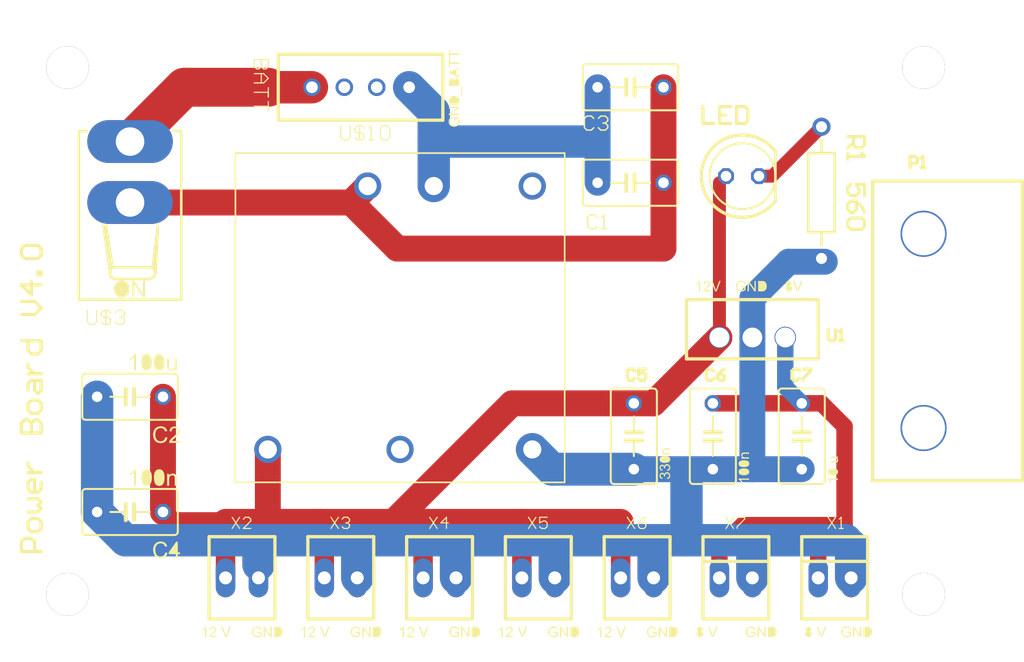
<source format=kicad_pcb>
(kicad_pcb (version 20240108) (generator "pcbnew") (generator_version "8.0")
  (layers (0 "F.Cu" signal) (31 "B.Cu" signal) (34 "B.Paste" user) (35 "F.Paste" user) (36 "B.SilkS" user "B.Silkscreen") (37 "F.SilkS" user "F.Silkscreen") (38 "B.Mask" user) (39 "F.Mask" user) (44 "Edge.Cuts" user))
  (net 0 "")
  (gr_poly (pts (xy 105.82234 97.53347) (xy 105.82234 98.03853) (xy 106.17947 98.39566) (xy 106.68453 98.39566) (xy 107.04166 98.03853) (xy 107.04166 97.53347) (xy 106.68453 97.17634) (xy 106.17947 97.17634)) (fill solid) (layer "F.Cu"))
  (gr_poly (pts (xy 139.27152 104.36238) (xy 139.34433 104.35158) (xy 139.41573 104.33369) (xy 139.48504 104.3089) (xy 139.55158 104.27742) (xy 139.61471 104.23958) (xy 139.67383 104.19573) (xy 139.72837 104.1463) (xy 139.7778 104.09176) (xy 139.82165 104.03264) (xy 139.85949 103.96951) (xy 139.89097 103.90297) (xy 139.91576 103.83366) (xy 139.93365 103.76226) (xy 139.94445 103.68945) (xy 139.94806 103.61593) (xy 139.94806 102.866) (xy 139.94806 102.11607) (xy 139.94445 102.04255) (xy 139.93365 101.96974) (xy 139.91576 101.89834) (xy 139.89097 101.82903) (xy 139.85949 101.76249) (xy 139.82165 101.69936) (xy 139.7778 101.64024) (xy 139.72837 101.5857) (xy 139.67383 101.53627) (xy 139.61471 101.49242) (xy 139.55158 101.45458) (xy 139.48504 101.4231) (xy 139.41573 101.39831) (xy 139.34433 101.38042) (xy 139.27152 101.36962) (xy 139.198 101.36601) (xy 139.12448 101.36962) (xy 139.05167 101.38042) (xy 138.98027 101.39831) (xy 138.91096 101.4231) (xy 138.84442 101.45458) (xy 138.78129 101.49242) (xy 138.72217 101.53627) (xy 138.66763 101.5857) (xy 138.6182 101.64024) (xy 138.57435 101.69936) (xy 138.53651 101.76249) (xy 138.50503 101.82903) (xy 138.48024 101.89834) (xy 138.46235 101.96974) (xy 138.45155 102.04255) (xy 138.44794 102.11607) (xy 138.44794 103.61593) (xy 138.45155 103.68945) (xy 138.46235 103.76226) (xy 138.48024 103.83366) (xy 138.50503 103.90297) (xy 138.53651 103.96951) (xy 138.57435 104.03264) (xy 138.6182 104.09176) (xy 138.66763 104.1463) (xy 138.72217 104.19573) (xy 138.78129 104.23958) (xy 138.84442 104.27742) (xy 138.91096 104.3089) (xy 138.98027 104.33369) (xy 139.05167 104.35158) (xy 139.12448 104.36238) (xy 139.198 104.36599)) (fill solid) (layer "F.Cu"))
  (gr_poly (pts (xy 146.89152 104.36238) (xy 146.96433 104.35158) (xy 147.03573 104.33369) (xy 147.10504 104.3089) (xy 147.17158 104.27742) (xy 147.23471 104.23958) (xy 147.29383 104.19573) (xy 147.34837 104.1463) (xy 147.3978 104.09176) (xy 147.44165 104.03264) (xy 147.47949 103.96951) (xy 147.51097 103.90297) (xy 147.53576 103.83366) (xy 147.55365 103.76226) (xy 147.56445 103.68945) (xy 147.56806 103.61593) (xy 147.56806 102.866) (xy 147.56806 102.11607) (xy 147.56445 102.04255) (xy 147.55365 101.96974) (xy 147.53576 101.89834) (xy 147.51097 101.82903) (xy 147.47949 101.76249) (xy 147.44165 101.69936) (xy 147.3978 101.64024) (xy 147.34837 101.5857) (xy 147.29383 101.53627) (xy 147.23471 101.49242) (xy 147.17158 101.45458) (xy 147.10504 101.4231) (xy 147.03573 101.39831) (xy 146.96433 101.38042) (xy 146.89152 101.36962) (xy 146.818 101.36601) (xy 146.74448 101.36962) (xy 146.67167 101.38042) (xy 146.60027 101.39831) (xy 146.53096 101.4231) (xy 146.46442 101.45458) (xy 146.40129 101.49242) (xy 146.34217 101.53627) (xy 146.28763 101.5857) (xy 146.2382 101.64024) (xy 146.19435 101.69936) (xy 146.15651 101.76249) (xy 146.12503 101.82903) (xy 146.10024 101.89834) (xy 146.08235 101.96974) (xy 146.07155 102.04255) (xy 146.06794 102.11607) (xy 146.06794 103.61593) (xy 146.07155 103.68945) (xy 146.08235 103.76226) (xy 146.10024 103.83366) (xy 146.12503 103.90297) (xy 146.15651 103.96951) (xy 146.19435 104.03264) (xy 146.2382 104.09176) (xy 146.28763 104.1463) (xy 146.34217 104.19573) (xy 146.40129 104.23958) (xy 146.46442 104.27742) (xy 146.53096 104.3089) (xy 146.60027 104.33369) (xy 146.67167 104.35158) (xy 146.74448 104.36238) (xy 146.818 104.36599)) (fill solid) (layer "F.Cu"))
  (gr_poly (pts (xy 164.67152 104.36238) (xy 164.74433 104.35158) (xy 164.81573 104.33369) (xy 164.88504 104.3089) (xy 164.95158 104.27742) (xy 165.01471 104.23958) (xy 165.07383 104.19573) (xy 165.12837 104.1463) (xy 165.1778 104.09176) (xy 165.22165 104.03264) (xy 165.25949 103.96951) (xy 165.29097 103.90297) (xy 165.31576 103.83366) (xy 165.33365 103.76226) (xy 165.34445 103.68945) (xy 165.34806 103.61593) (xy 165.34806 102.866) (xy 165.34806 102.11607) (xy 165.34445 102.04255) (xy 165.33365 101.96974) (xy 165.31576 101.89834) (xy 165.29097 101.82903) (xy 165.25949 101.76249) (xy 165.22165 101.69936) (xy 165.1778 101.64024) (xy 165.12837 101.5857) (xy 165.07383 101.53627) (xy 165.01471 101.49242) (xy 164.95158 101.45458) (xy 164.88504 101.4231) (xy 164.81573 101.39831) (xy 164.74433 101.38042) (xy 164.67152 101.36962) (xy 164.598 101.36601) (xy 164.52448 101.36962) (xy 164.45167 101.38042) (xy 164.38027 101.39831) (xy 164.31096 101.4231) (xy 164.24442 101.45458) (xy 164.18129 101.49242) (xy 164.12217 101.53627) (xy 164.06763 101.5857) (xy 164.0182 101.64024) (xy 163.97435 101.69936) (xy 163.93651 101.76249) (xy 163.90503 101.82903) (xy 163.88024 101.89834) (xy 163.86235 101.96974) (xy 163.85155 102.04255) (xy 163.84794 102.11607) (xy 163.84794 103.61593) (xy 163.85155 103.68945) (xy 163.86235 103.76226) (xy 163.88024 103.83366) (xy 163.90503 103.90297) (xy 163.93651 103.96951) (xy 163.97435 104.03264) (xy 164.0182 104.09176) (xy 164.06763 104.1463) (xy 164.12217 104.19573) (xy 164.18129 104.23958) (xy 164.24442 104.27742) (xy 164.31096 104.3089) (xy 164.38027 104.33369) (xy 164.45167 104.35158) (xy 164.52448 104.36238) (xy 164.598 104.36599)) (fill solid) (layer "F.Cu"))
  (gr_poly (pts (xy 110.78358 70.85201) (xy 110.94375 70.82826) (xy 111.10081 70.78891) (xy 111.25327 70.73436) (xy 111.39965 70.66513) (xy 111.53853 70.58189) (xy 111.66859 70.48543) (xy 111.78856 70.37669) (xy 111.8973 70.25672) (xy 111.99376 70.12666) (xy 112.077 69.98778) (xy 112.14623 69.8414) (xy 112.20078 69.68894) (xy 112.24013 69.53188) (xy 112.26388 69.37171) (xy 112.27183 69.20998) (xy 112.26388 69.04825) (xy 112.24013 68.88808) (xy 112.20078 68.73102) (xy 112.14623 68.57856) (xy 112.077 68.43218) (xy 111.99376 68.2933) (xy 111.8973 68.16324) (xy 111.78856 68.04327) (xy 111.66859 67.93453) (xy 111.53853 67.83807) (xy 111.39965 67.75483) (xy 111.25327 67.6856) (xy 111.10081 67.63105) (xy 110.94375 67.5917) (xy 110.78358 67.56795) (xy 110.62185 67.56) (xy 108.972 67.56) (xy 107.32215 67.56) (xy 107.16042 67.56795) (xy 107.00025 67.5917) (xy 106.84319 67.63105) (xy 106.69073 67.6856) (xy 106.54435 67.75483) (xy 106.40547 67.83807) (xy 106.27541 67.93453) (xy 106.15544 68.04327) (xy 106.0467 68.16324) (xy 105.95024 68.2933) (xy 105.867 68.43218) (xy 105.79777 68.57856) (xy 105.74322 68.73102) (xy 105.70387 68.88808) (xy 105.68012 69.04825) (xy 105.67217 69.20998) (xy 105.68012 69.37171) (xy 105.70387 69.53188) (xy 105.74322 69.68894) (xy 105.79777 69.8414) (xy 105.867 69.98778) (xy 105.95024 70.12666) (xy 106.0467 70.25672) (xy 106.15544 70.37669) (xy 106.27541 70.48543) (xy 106.40547 70.58189) (xy 106.54435 70.66513) (xy 106.69073 70.73436) (xy 106.84319 70.78891) (xy 107.00025 70.82826) (xy 107.16042 70.85201) (xy 107.32215 70.85996) (xy 110.62185 70.85996)) (fill solid) (layer "F.Cu"))
  (gr_poly (pts (xy 110.90234 97.53347) (xy 110.90234 98.03853) (xy 111.25947 98.39566) (xy 111.76453 98.39566) (xy 112.12166 98.03853) (xy 112.12166 97.53347) (xy 111.76453 97.17634) (xy 111.25947 97.17634)) (fill solid) (layer "F.Cu"))
  (gr_poly (pts (xy 160.53547 95.09366) (xy 161.04053 95.09366) (xy 161.39766 94.73653) (xy 161.39766 94.23147) (xy 161.04053 93.87434) (xy 160.53547 93.87434) (xy 160.17834 94.23147) (xy 160.17834 94.73653)) (fill solid) (layer "F.Cu"))
  (gr_poly (pts (xy 141.81152 104.36238) (xy 141.88433 104.35158) (xy 141.95573 104.33369) (xy 142.02504 104.3089) (xy 142.09158 104.27742) (xy 142.15471 104.23958) (xy 142.21383 104.19573) (xy 142.26837 104.1463) (xy 142.3178 104.09176) (xy 142.36165 104.03264) (xy 142.39949 103.96951) (xy 142.43097 103.90297) (xy 142.45576 103.83366) (xy 142.47365 103.76226) (xy 142.48445 103.68945) (xy 142.48806 103.61593) (xy 142.48806 102.866) (xy 142.48806 102.11607) (xy 142.48445 102.04255) (xy 142.47365 101.96974) (xy 142.45576 101.89834) (xy 142.43097 101.82903) (xy 142.39949 101.76249) (xy 142.36165 101.69936) (xy 142.3178 101.64024) (xy 142.26837 101.5857) (xy 142.21383 101.53627) (xy 142.15471 101.49242) (xy 142.09158 101.45458) (xy 142.02504 101.4231) (xy 141.95573 101.39831) (xy 141.88433 101.38042) (xy 141.81152 101.36962) (xy 141.738 101.36601) (xy 141.66448 101.36962) (xy 141.59167 101.38042) (xy 141.52027 101.39831) (xy 141.45096 101.4231) (xy 141.38442 101.45458) (xy 141.32129 101.49242) (xy 141.26217 101.53627) (xy 141.20763 101.5857) (xy 141.1582 101.64024) (xy 141.11435 101.69936) (xy 141.07651 101.76249) (xy 141.04503 101.82903) (xy 141.02024 101.89834) (xy 141.00235 101.96974) (xy 140.99155 102.04255) (xy 140.98794 102.11607) (xy 140.98794 103.61593) (xy 140.99155 103.68945) (xy 141.00235 103.76226) (xy 141.02024 103.83366) (xy 141.04503 103.90297) (xy 141.07651 103.96951) (xy 141.11435 104.03264) (xy 141.1582 104.09176) (xy 141.20763 104.1463) (xy 141.26217 104.19573) (xy 141.32129 104.23958) (xy 141.38442 104.27742) (xy 141.45096 104.3089) (xy 141.52027 104.33369) (xy 141.59167 104.35158) (xy 141.66448 104.36238) (xy 141.738 104.36599)) (fill solid) (layer "F.Cu"))
  (gr_poly (pts (xy 160.53547 90.01366) (xy 161.04053 90.01366) (xy 161.39766 89.65653) (xy 161.39766 89.15147) (xy 161.04053 88.79434) (xy 160.53547 88.79434) (xy 160.17834 89.15147) (xy 160.17834 89.65653)) (fill solid) (layer "F.Cu"))
  (gr_poly (pts (xy 154.33634 71.62547) (xy 154.33634 72.13053) (xy 154.69347 72.48766) (xy 155.19853 72.48766) (xy 155.55566 72.13053) (xy 155.55566 71.62547) (xy 155.19853 71.26834) (xy 154.69347 71.26834)) (fill solid) (layer "F.Cu"))
  (gr_poly (pts (xy 126.57152 104.36238) (xy 126.64433 104.35158) (xy 126.71573 104.33369) (xy 126.78504 104.3089) (xy 126.85158 104.27742) (xy 126.91471 104.23958) (xy 126.97383 104.19573) (xy 127.02837 104.1463) (xy 127.0778 104.09176) (xy 127.12165 104.03264) (xy 127.15949 103.96951) (xy 127.19097 103.90297) (xy 127.21576 103.83366) (xy 127.23365 103.76226) (xy 127.24445 103.68945) (xy 127.24806 103.61593) (xy 127.24806 102.866) (xy 127.24806 102.11607) (xy 127.24445 102.04255) (xy 127.23365 101.96974) (xy 127.21576 101.89834) (xy 127.19097 101.82903) (xy 127.15949 101.76249) (xy 127.12165 101.69936) (xy 127.0778 101.64024) (xy 127.02837 101.5857) (xy 126.97383 101.53627) (xy 126.91471 101.49242) (xy 126.85158 101.45458) (xy 126.78504 101.4231) (xy 126.71573 101.39831) (xy 126.64433 101.38042) (xy 126.57152 101.36962) (xy 126.498 101.36601) (xy 126.42448 101.36962) (xy 126.35167 101.38042) (xy 126.28027 101.39831) (xy 126.21096 101.4231) (xy 126.14442 101.45458) (xy 126.08129 101.49242) (xy 126.02217 101.53627) (xy 125.96763 101.5857) (xy 125.9182 101.64024) (xy 125.87435 101.69936) (xy 125.83651 101.76249) (xy 125.80503 101.82903) (xy 125.78024 101.89834) (xy 125.76235 101.96974) (xy 125.75155 102.04255) (xy 125.74794 102.11607) (xy 125.74794 103.61593) (xy 125.75155 103.68945) (xy 125.76235 103.76226) (xy 125.78024 103.83366) (xy 125.80503 103.90297) (xy 125.83651 103.96951) (xy 125.87435 104.03264) (xy 125.9182 104.09176) (xy 125.96763 104.1463) (xy 126.02217 104.19573) (xy 126.08129 104.23958) (xy 126.14442 104.27742) (xy 126.21096 104.3089) (xy 126.28027 104.33369) (xy 126.35167 104.35158) (xy 126.42448 104.36238) (xy 126.498 104.36599)) (fill solid) (layer "F.Cu"))
  (gr_poly (pts (xy 149.51034 72.13347) (xy 149.51034 72.63853) (xy 149.86747 72.99566) (xy 150.37253 72.99566) (xy 150.72966 72.63853) (xy 150.72966 72.13347) (xy 150.37253 71.77634) (xy 149.86747 71.77634)) (fill solid) (layer "F.Cu"))
  (gr_poly (pts (xy 124.03152 104.36238) (xy 124.10433 104.35158) (xy 124.17573 104.33369) (xy 124.24504 104.3089) (xy 124.31158 104.27742) (xy 124.37471 104.23958) (xy 124.43383 104.19573) (xy 124.48837 104.1463) (xy 124.5378 104.09176) (xy 124.58165 104.03264) (xy 124.61949 103.96951) (xy 124.65097 103.90297) (xy 124.67576 103.83366) (xy 124.69365 103.76226) (xy 124.70445 103.68945) (xy 124.70806 103.61593) (xy 124.70806 102.866) (xy 124.70806 102.11607) (xy 124.70445 102.04255) (xy 124.69365 101.96974) (xy 124.67576 101.89834) (xy 124.65097 101.82903) (xy 124.61949 101.76249) (xy 124.58165 101.69936) (xy 124.5378 101.64024) (xy 124.48837 101.5857) (xy 124.43383 101.53627) (xy 124.37471 101.49242) (xy 124.31158 101.45458) (xy 124.24504 101.4231) (xy 124.17573 101.39831) (xy 124.10433 101.38042) (xy 124.03152 101.36962) (xy 123.958 101.36601) (xy 123.88448 101.36962) (xy 123.81167 101.38042) (xy 123.74027 101.39831) (xy 123.67096 101.4231) (xy 123.60442 101.45458) (xy 123.54129 101.49242) (xy 123.48217 101.53627) (xy 123.42763 101.5857) (xy 123.3782 101.64024) (xy 123.33435 101.69936) (xy 123.29651 101.76249) (xy 123.26503 101.82903) (xy 123.24024 101.89834) (xy 123.22235 101.96974) (xy 123.21155 102.04255) (xy 123.20794 102.11607) (xy 123.20794 103.61593) (xy 123.21155 103.68945) (xy 123.22235 103.76226) (xy 123.24024 103.83366) (xy 123.26503 103.90297) (xy 123.29651 103.96951) (xy 123.33435 104.03264) (xy 123.3782 104.09176) (xy 123.42763 104.1463) (xy 123.48217 104.19573) (xy 123.54129 104.23958) (xy 123.60442 104.27742) (xy 123.67096 104.3089) (xy 123.74027 104.33369) (xy 123.81167 104.35158) (xy 123.88448 104.36238) (xy 123.958 104.36599)) (fill solid) (layer "F.Cu"))
  (gr_poly (pts (xy 157.05152 104.36238) (xy 157.12433 104.35158) (xy 157.19573 104.33369) (xy 157.26504 104.3089) (xy 157.33158 104.27742) (xy 157.39471 104.23958) (xy 157.45383 104.19573) (xy 157.50837 104.1463) (xy 157.5578 104.09176) (xy 157.60165 104.03264) (xy 157.63949 103.96951) (xy 157.67097 103.90297) (xy 157.69576 103.83366) (xy 157.71365 103.76226) (xy 157.72445 103.68945) (xy 157.72806 103.61593) (xy 157.72806 102.866) (xy 157.72806 102.11607) (xy 157.72445 102.04255) (xy 157.71365 101.96974) (xy 157.69576 101.89834) (xy 157.67097 101.82903) (xy 157.63949 101.76249) (xy 157.60165 101.69936) (xy 157.5578 101.64024) (xy 157.50837 101.5857) (xy 157.45383 101.53627) (xy 157.39471 101.49242) (xy 157.33158 101.45458) (xy 157.26504 101.4231) (xy 157.19573 101.39831) (xy 157.12433 101.38042) (xy 157.05152 101.36962) (xy 156.978 101.36601) (xy 156.90448 101.36962) (xy 156.83167 101.38042) (xy 156.76027 101.39831) (xy 156.69096 101.4231) (xy 156.62442 101.45458) (xy 156.56129 101.49242) (xy 156.50217 101.53627) (xy 156.44763 101.5857) (xy 156.3982 101.64024) (xy 156.35435 101.69936) (xy 156.31651 101.76249) (xy 156.28503 101.82903) (xy 156.26024 101.89834) (xy 156.24235 101.96974) (xy 156.23155 102.04255) (xy 156.22794 102.11607) (xy 156.22794 103.61593) (xy 156.23155 103.68945) (xy 156.24235 103.76226) (xy 156.26024 103.83366) (xy 156.28503 103.90297) (xy 156.31651 103.96951) (xy 156.35435 104.03264) (xy 156.3982 104.09176) (xy 156.44763 104.1463) (xy 156.50217 104.19573) (xy 156.56129 104.23958) (xy 156.62442 104.27742) (xy 156.69096 104.3089) (xy 156.76027 104.33369) (xy 156.83167 104.35158) (xy 156.90448 104.36238) (xy 156.978 104.36599)) (fill solid) (layer "F.Cu"))
  (gr_poly (pts (xy 153.67747 90.01366) (xy 154.18253 90.01366) (xy 154.53966 89.65653) (xy 154.53966 89.15147) (xy 154.18253 88.79434) (xy 153.67747 88.79434) (xy 153.32034 89.15147) (xy 153.32034 89.65653)) (fill solid) (layer "F.Cu"))
  (gr_poly (pts (xy 118.95152 104.36238) (xy 119.02433 104.35158) (xy 119.09573 104.33369) (xy 119.16504 104.3089) (xy 119.23158 104.27742) (xy 119.29471 104.23958) (xy 119.35383 104.19573) (xy 119.40837 104.1463) (xy 119.4578 104.09176) (xy 119.50165 104.03264) (xy 119.53949 103.96951) (xy 119.57097 103.90297) (xy 119.59576 103.83366) (xy 119.61365 103.76226) (xy 119.62445 103.68945) (xy 119.62806 103.61593) (xy 119.62806 102.866) (xy 119.62806 102.11607) (xy 119.62445 102.04255) (xy 119.61365 101.96974) (xy 119.59576 101.89834) (xy 119.57097 101.82903) (xy 119.53949 101.76249) (xy 119.50165 101.69936) (xy 119.4578 101.64024) (xy 119.40837 101.5857) (xy 119.35383 101.53627) (xy 119.29471 101.49242) (xy 119.23158 101.45458) (xy 119.16504 101.4231) (xy 119.09573 101.39831) (xy 119.02433 101.38042) (xy 118.95152 101.36962) (xy 118.878 101.36601) (xy 118.80448 101.36962) (xy 118.73167 101.38042) (xy 118.66027 101.39831) (xy 118.59096 101.4231) (xy 118.52442 101.45458) (xy 118.46129 101.49242) (xy 118.40217 101.53627) (xy 118.34763 101.5857) (xy 118.2982 101.64024) (xy 118.25435 101.69936) (xy 118.21651 101.76249) (xy 118.18503 101.82903) (xy 118.16024 101.89834) (xy 118.14235 101.96974) (xy 118.13155 102.04255) (xy 118.12794 102.11607) (xy 118.12794 103.61593) (xy 118.13155 103.68945) (xy 118.14235 103.76226) (xy 118.16024 103.83366) (xy 118.18503 103.90297) (xy 118.21651 103.96951) (xy 118.25435 104.03264) (xy 118.2982 104.09176) (xy 118.34763 104.1463) (xy 118.40217 104.19573) (xy 118.46129 104.23958) (xy 118.52442 104.27742) (xy 118.59096 104.3089) (xy 118.66027 104.33369) (xy 118.73167 104.35158) (xy 118.80448 104.36238) (xy 118.878 104.36599)) (fill solid) (layer "F.Cu"))
  (gr_poly (pts (xy 149.51034 64.76747) (xy 149.51034 65.27253) (xy 149.86747 65.62966) (xy 150.37253 65.62966) (xy 150.72966 65.27253) (xy 150.72966 64.76747) (xy 150.37253 64.41034) (xy 149.86747 64.41034)) (fill solid) (layer "F.Cu"))
  (gr_poly (pts (xy 147.58147 90.01366) (xy 148.08653 90.01366) (xy 148.44366 89.65653) (xy 148.44366 89.15147) (xy 148.08653 88.79434) (xy 147.58147 88.79434) (xy 147.22434 89.15147) (xy 147.22434 89.65653)) (fill solid) (layer "F.Cu"))
  (gr_poly (pts (xy 156.87634 71.62547) (xy 156.87634 72.13053) (xy 157.23347 72.48766) (xy 157.73853 72.48766) (xy 158.09566 72.13053) (xy 158.09566 71.62547) (xy 157.73853 71.26834) (xy 157.23347 71.26834)) (fill solid) (layer "F.Cu"))
  (gr_poly (pts (xy 147.58147 95.09366) (xy 148.08653 95.09366) (xy 148.44366 94.73653) (xy 148.44366 94.23147) (xy 148.08653 93.87434) (xy 147.58147 93.87434) (xy 147.22434 94.23147) (xy 147.22434 94.73653)) (fill solid) (layer "F.Cu"))
  (gr_poly (pts (xy 134.19152 104.36238) (xy 134.26433 104.35158) (xy 134.33573 104.33369) (xy 134.40504 104.3089) (xy 134.47158 104.27742) (xy 134.53471 104.23958) (xy 134.59383 104.19573) (xy 134.64837 104.1463) (xy 134.6978 104.09176) (xy 134.74165 104.03264) (xy 134.77949 103.96951) (xy 134.81097 103.90297) (xy 134.83576 103.83366) (xy 134.85365 103.76226) (xy 134.86445 103.68945) (xy 134.86806 103.61593) (xy 134.86806 102.866) (xy 134.86806 102.11607) (xy 134.86445 102.04255) (xy 134.85365 101.96974) (xy 134.83576 101.89834) (xy 134.81097 101.82903) (xy 134.77949 101.76249) (xy 134.74165 101.69936) (xy 134.6978 101.64024) (xy 134.64837 101.5857) (xy 134.59383 101.53627) (xy 134.53471 101.49242) (xy 134.47158 101.45458) (xy 134.40504 101.4231) (xy 134.33573 101.39831) (xy 134.26433 101.38042) (xy 134.19152 101.36962) (xy 134.118 101.36601) (xy 134.04448 101.36962) (xy 133.97167 101.38042) (xy 133.90027 101.39831) (xy 133.83096 101.4231) (xy 133.76442 101.45458) (xy 133.70129 101.49242) (xy 133.64217 101.53627) (xy 133.58763 101.5857) (xy 133.5382 101.64024) (xy 133.49435 101.69936) (xy 133.45651 101.76249) (xy 133.42503 101.82903) (xy 133.40024 101.89834) (xy 133.38235 101.96974) (xy 133.37155 102.04255) (xy 133.36794 102.11607) (xy 133.36794 103.61593) (xy 133.37155 103.68945) (xy 133.38235 103.76226) (xy 133.40024 103.83366) (xy 133.42503 103.90297) (xy 133.45651 103.96951) (xy 133.49435 104.03264) (xy 133.5382 104.09176) (xy 133.58763 104.1463) (xy 133.64217 104.19573) (xy 133.70129 104.23958) (xy 133.76442 104.27742) (xy 133.83096 104.3089) (xy 133.90027 104.33369) (xy 133.97167 104.35158) (xy 134.04448 104.36238) (xy 134.118 104.36599)) (fill solid) (layer "F.Cu"))
  (gr_poly (pts (xy 162.13152 104.36238) (xy 162.20433 104.35158) (xy 162.27573 104.33369) (xy 162.34504 104.3089) (xy 162.41158 104.27742) (xy 162.47471 104.23958) (xy 162.53383 104.19573) (xy 162.58837 104.1463) (xy 162.6378 104.09176) (xy 162.68165 104.03264) (xy 162.71949 103.96951) (xy 162.75097 103.90297) (xy 162.77576 103.83366) (xy 162.79365 103.76226) (xy 162.80445 103.68945) (xy 162.80806 103.61593) (xy 162.80806 102.866) (xy 162.80806 102.11607) (xy 162.80445 102.04255) (xy 162.79365 101.96974) (xy 162.77576 101.89834) (xy 162.75097 101.82903) (xy 162.71949 101.76249) (xy 162.68165 101.69936) (xy 162.6378 101.64024) (xy 162.58837 101.5857) (xy 162.53383 101.53627) (xy 162.47471 101.49242) (xy 162.41158 101.45458) (xy 162.34504 101.4231) (xy 162.27573 101.39831) (xy 162.20433 101.38042) (xy 162.13152 101.36962) (xy 162.058 101.36601) (xy 161.98448 101.36962) (xy 161.91167 101.38042) (xy 161.84027 101.39831) (xy 161.77096 101.4231) (xy 161.70442 101.45458) (xy 161.64129 101.49242) (xy 161.58217 101.53627) (xy 161.52763 101.5857) (xy 161.4782 101.64024) (xy 161.43435 101.69936) (xy 161.39651 101.76249) (xy 161.36503 101.82903) (xy 161.34024 101.89834) (xy 161.32235 101.96974) (xy 161.31155 102.04255) (xy 161.30794 102.11607) (xy 161.30794 103.61593) (xy 161.31155 103.68945) (xy 161.32235 103.76226) (xy 161.34024 103.83366) (xy 161.36503 103.90297) (xy 161.39651 103.96951) (xy 161.43435 104.03264) (xy 161.4782 104.09176) (xy 161.52763 104.1463) (xy 161.58217 104.19573) (xy 161.64129 104.23958) (xy 161.70442 104.27742) (xy 161.77096 104.3089) (xy 161.84027 104.33369) (xy 161.91167 104.35158) (xy 161.98448 104.36238) (xy 162.058 104.36599)) (fill solid) (layer "F.Cu"))
  (gr_poly (pts (xy 153.67747 95.09366) (xy 154.18253 95.09366) (xy 154.53966 94.73653) (xy 154.53966 94.23147) (xy 154.18253 93.87434) (xy 153.67747 93.87434) (xy 153.32034 94.23147) (xy 153.32034 94.73653)) (fill solid) (layer "F.Cu"))
  (gr_poly (pts (xy 110.90234 88.64347) (xy 110.90234 89.14853) (xy 111.25947 89.50566) (xy 111.76453 89.50566) (xy 112.12166 89.14853) (xy 112.12166 88.64347) (xy 111.76453 88.28634) (xy 111.25947 88.28634)) (fill solid) (layer "F.Cu"))
  (gr_poly (pts (xy 144.43034 72.13347) (xy 144.43034 72.63853) (xy 144.78747 72.99566) (xy 145.29253 72.99566) (xy 145.64966 72.63853) (xy 145.64966 72.13347) (xy 145.29253 71.77634) (xy 144.78747 71.77634)) (fill solid) (layer "F.Cu"))
  (gr_poly (pts (xy 154.51152 104.36238) (xy 154.58433 104.35158) (xy 154.65573 104.33369) (xy 154.72504 104.3089) (xy 154.79158 104.27742) (xy 154.85471 104.23958) (xy 154.91383 104.19573) (xy 154.96837 104.1463) (xy 155.0178 104.09176) (xy 155.06165 104.03264) (xy 155.09949 103.96951) (xy 155.13097 103.90297) (xy 155.15576 103.83366) (xy 155.17365 103.76226) (xy 155.18445 103.68945) (xy 155.18806 103.61593) (xy 155.18806 102.866) (xy 155.18806 102.11607) (xy 155.18445 102.04255) (xy 155.17365 101.96974) (xy 155.15576 101.89834) (xy 155.13097 101.82903) (xy 155.09949 101.76249) (xy 155.06165 101.69936) (xy 155.0178 101.64024) (xy 154.96837 101.5857) (xy 154.91383 101.53627) (xy 154.85471 101.49242) (xy 154.79158 101.45458) (xy 154.72504 101.4231) (xy 154.65573 101.39831) (xy 154.58433 101.38042) (xy 154.51152 101.36962) (xy 154.438 101.36601) (xy 154.36448 101.36962) (xy 154.29167 101.38042) (xy 154.22027 101.39831) (xy 154.15096 101.4231) (xy 154.08442 101.45458) (xy 154.02129 101.49242) (xy 153.96217 101.53627) (xy 153.90763 101.5857) (xy 153.8582 101.64024) (xy 153.81435 101.69936) (xy 153.77651 101.76249) (xy 153.74503 101.82903) (xy 153.72024 101.89834) (xy 153.70235 101.96974) (xy 153.69155 102.04255) (xy 153.68794 102.11607) (xy 153.68794 103.61593) (xy 153.69155 103.68945) (xy 153.70235 103.76226) (xy 153.72024 103.83366) (xy 153.74503 103.90297) (xy 153.77651 103.96951) (xy 153.81435 104.03264) (xy 153.8582 104.09176) (xy 153.90763 104.1463) (xy 153.96217 104.19573) (xy 154.02129 104.23958) (xy 154.08442 104.27742) (xy 154.15096 104.3089) (xy 154.22027 104.33369) (xy 154.29167 104.35158) (xy 154.36448 104.36238) (xy 154.438 104.36599)) (fill solid) (layer "F.Cu"))
  (gr_poly (pts (xy 144.43034 64.76747) (xy 144.43034 65.27253) (xy 144.78747 65.62966) (xy 145.29253 65.62966) (xy 145.64966 65.27253) (xy 145.64966 64.76747) (xy 145.29253 64.41034) (xy 144.78747 64.41034)) (fill solid) (layer "F.Cu"))
  (gr_poly (pts (xy 105.82234 88.64347) (xy 105.82234 89.14853) (xy 106.17947 89.50566) (xy 106.68453 89.50566) (xy 107.04166 89.14853) (xy 107.04166 88.64347) (xy 106.68453 88.28634) (xy 106.17947 88.28634)) (fill solid) (layer "F.Cu"))
  (gr_poly (pts (xy 110.78358 75.55203) (xy 110.94375 75.52828) (xy 111.10081 75.48893) (xy 111.25327 75.43438) (xy 111.39965 75.36515) (xy 111.53853 75.28191) (xy 111.66859 75.18545) (xy 111.78856 75.07671) (xy 111.8973 74.95674) (xy 111.99376 74.82668) (xy 112.077 74.6878) (xy 112.14623 74.54142) (xy 112.20078 74.38896) (xy 112.24013 74.2319) (xy 112.26388 74.07173) (xy 112.27183 73.91) (xy 112.26388 73.74827) (xy 112.24013 73.5881) (xy 112.20078 73.43104) (xy 112.14623 73.27858) (xy 112.077 73.1322) (xy 111.99376 72.99332) (xy 111.8973 72.86326) (xy 111.78856 72.74329) (xy 111.66859 72.63455) (xy 111.53853 72.53809) (xy 111.39965 72.45485) (xy 111.25327 72.38562) (xy 111.10081 72.33107) (xy 110.94375 72.29172) (xy 110.78358 72.26797) (xy 110.62185 72.26002) (xy 108.972 72.26002) (xy 107.32215 72.26002) (xy 107.16042 72.26797) (xy 107.00025 72.29172) (xy 106.84319 72.33107) (xy 106.69073 72.38562) (xy 106.54435 72.45485) (xy 106.40547 72.53809) (xy 106.27541 72.63455) (xy 106.15544 72.74329) (xy 106.0467 72.86326) (xy 105.95024 72.99332) (xy 105.867 73.1322) (xy 105.79777 73.27858) (xy 105.74322 73.43104) (xy 105.70387 73.5881) (xy 105.68012 73.74827) (xy 105.67217 73.91) (xy 105.68012 74.07173) (xy 105.70387 74.2319) (xy 105.74322 74.38896) (xy 105.79777 74.54142) (xy 105.867 74.6878) (xy 105.95024 74.82668) (xy 106.0467 74.95674) (xy 106.15544 75.07671) (xy 106.27541 75.18545) (xy 106.40547 75.28191) (xy 106.54435 75.36515) (xy 106.69073 75.43438) (xy 106.84319 75.48893) (xy 107.00025 75.52828) (xy 107.16042 75.55203) (xy 107.32215 75.55998) (xy 110.62185 75.55998)) (fill solid) (layer "F.Cu"))
  (gr_poly (pts (xy 116.41152 104.36238) (xy 116.48433 104.35158) (xy 116.55573 104.33369) (xy 116.62504 104.3089) (xy 116.69158 104.27742) (xy 116.75471 104.23958) (xy 116.81383 104.19573) (xy 116.86837 104.1463) (xy 116.9178 104.09176) (xy 116.96165 104.03264) (xy 116.99949 103.96951) (xy 117.03097 103.90297) (xy 117.05576 103.83366) (xy 117.07365 103.76226) (xy 117.08445 103.68945) (xy 117.08806 103.61593) (xy 117.08806 102.866) (xy 117.08806 102.11607) (xy 117.08445 102.04255) (xy 117.07365 101.96974) (xy 117.05576 101.89834) (xy 117.03097 101.82903) (xy 116.99949 101.76249) (xy 116.96165 101.69936) (xy 116.9178 101.64024) (xy 116.86837 101.5857) (xy 116.81383 101.53627) (xy 116.75471 101.49242) (xy 116.69158 101.45458) (xy 116.62504 101.4231) (xy 116.55573 101.39831) (xy 116.48433 101.38042) (xy 116.41152 101.36962) (xy 116.338 101.36601) (xy 116.26448 101.36962) (xy 116.19167 101.38042) (xy 116.12027 101.39831) (xy 116.05096 101.4231) (xy 115.98442 101.45458) (xy 115.92129 101.49242) (xy 115.86217 101.53627) (xy 115.80763 101.5857) (xy 115.7582 101.64024) (xy 115.71435 101.69936) (xy 115.67651 101.76249) (xy 115.64503 101.82903) (xy 115.62024 101.89834) (xy 115.60235 101.96974) (xy 115.59155 102.04255) (xy 115.58794 102.11607) (xy 115.58794 103.61593) (xy 115.59155 103.68945) (xy 115.60235 103.76226) (xy 115.62024 103.83366) (xy 115.64503 103.90297) (xy 115.67651 103.96951) (xy 115.71435 104.03264) (xy 115.7582 104.09176) (xy 115.80763 104.1463) (xy 115.86217 104.19573) (xy 115.92129 104.23958) (xy 115.98442 104.27742) (xy 116.05096 104.3089) (xy 116.12027 104.33369) (xy 116.19167 104.35158) (xy 116.26448 104.36238) (xy 116.338 104.36599)) (fill solid) (layer "F.Cu"))
  (gr_poly (pts (xy 131.65152 104.36238) (xy 131.72433 104.35158) (xy 131.79573 104.33369) (xy 131.86504 104.3089) (xy 131.93158 104.27742) (xy 131.99471 104.23958) (xy 132.05383 104.19573) (xy 132.10837 104.1463) (xy 132.1578 104.09176) (xy 132.20165 104.03264) (xy 132.23949 103.96951) (xy 132.27097 103.90297) (xy 132.29576 103.83366) (xy 132.31365 103.76226) (xy 132.32445 103.68945) (xy 132.32806 103.61593) (xy 132.32806 102.866) (xy 132.32806 102.11607) (xy 132.32445 102.04255) (xy 132.31365 101.96974) (xy 132.29576 101.89834) (xy 132.27097 101.82903) (xy 132.23949 101.76249) (xy 132.20165 101.69936) (xy 132.1578 101.64024) (xy 132.10837 101.5857) (xy 132.05383 101.53627) (xy 131.99471 101.49242) (xy 131.93158 101.45458) (xy 131.86504 101.4231) (xy 131.79573 101.39831) (xy 131.72433 101.38042) (xy 131.65152 101.36962) (xy 131.578 101.36601) (xy 131.50448 101.36962) (xy 131.43167 101.38042) (xy 131.36027 101.39831) (xy 131.29096 101.4231) (xy 131.22442 101.45458) (xy 131.16129 101.49242) (xy 131.10217 101.53627) (xy 131.04763 101.5857) (xy 130.9982 101.64024) (xy 130.95435 101.69936) (xy 130.91651 101.76249) (xy 130.88503 101.82903) (xy 130.86024 101.89834) (xy 130.84235 101.96974) (xy 130.83155 102.04255) (xy 130.82794 102.11607) (xy 130.82794 103.61593) (xy 130.83155 103.68945) (xy 130.84235 103.76226) (xy 130.86024 103.83366) (xy 130.88503 103.90297) (xy 130.91651 103.96951) (xy 130.95435 104.03264) (xy 130.9982 104.09176) (xy 131.04763 104.1463) (xy 131.10217 104.19573) (xy 131.16129 104.23958) (xy 131.22442 104.27742) (xy 131.29096 104.3089) (xy 131.36027 104.33369) (xy 131.43167 104.35158) (xy 131.50448 104.36238) (xy 131.578 104.36599)) (fill solid) (layer "F.Cu"))
  (gr_poly (pts (xy 149.43152 104.36238) (xy 149.50433 104.35158) (xy 149.57573 104.33369) (xy 149.64504 104.3089) (xy 149.71158 104.27742) (xy 149.77471 104.23958) (xy 149.83383 104.19573) (xy 149.88837 104.1463) (xy 149.9378 104.09176) (xy 149.98165 104.03264) (xy 150.01949 103.96951) (xy 150.05097 103.90297) (xy 150.07576 103.83366) (xy 150.09365 103.76226) (xy 150.10445 103.68945) (xy 150.10806 103.61593) (xy 150.10806 102.866) (xy 150.10806 102.11607) (xy 150.10445 102.04255) (xy 150.09365 101.96974) (xy 150.07576 101.89834) (xy 150.05097 101.82903) (xy 150.01949 101.76249) (xy 149.98165 101.69936) (xy 149.9378 101.64024) (xy 149.88837 101.5857) (xy 149.83383 101.53627) (xy 149.77471 101.49242) (xy 149.71158 101.45458) (xy 149.64504 101.4231) (xy 149.57573 101.39831) (xy 149.50433 101.38042) (xy 149.43152 101.36962) (xy 149.358 101.36601) (xy 149.28448 101.36962) (xy 149.21167 101.38042) (xy 149.14027 101.39831) (xy 149.07096 101.4231) (xy 149.00442 101.45458) (xy 148.94129 101.49242) (xy 148.88217 101.53627) (xy 148.82763 101.5857) (xy 148.7782 101.64024) (xy 148.73435 101.69936) (xy 148.69651 101.76249) (xy 148.66503 101.82903) (xy 148.64024 101.89834) (xy 148.62235 101.96974) (xy 148.61155 102.04255) (xy 148.60794 102.11607) (xy 148.60794 103.61593) (xy 148.61155 103.68945) (xy 148.62235 103.76226) (xy 148.64024 103.83366) (xy 148.66503 103.90297) (xy 148.69651 103.96951) (xy 148.73435 104.03264) (xy 148.7782 104.09176) (xy 148.82763 104.1463) (xy 148.88217 104.19573) (xy 148.94129 104.23958) (xy 149.00442 104.27742) (xy 149.07096 104.3089) (xy 149.14027 104.33369) (xy 149.21167 104.35158) (xy 149.28448 104.36238) (xy 149.358 104.36599)) (fill solid) (layer "F.Cu"))
  (gr_poly (pts (xy 162.13152 104.36238) (xy 162.20433 104.35158) (xy 162.27573 104.33369) (xy 162.34504 104.3089) (xy 162.41158 104.27742) (xy 162.47471 104.23958) (xy 162.53383 104.19573) (xy 162.58837 104.1463) (xy 162.6378 104.09176) (xy 162.68165 104.03264) (xy 162.71949 103.96951) (xy 162.75097 103.90297) (xy 162.77576 103.83366) (xy 162.79365 103.76226) (xy 162.80445 103.68945) (xy 162.80806 103.61593) (xy 162.80806 102.866) (xy 162.80806 102.11607) (xy 162.80445 102.04255) (xy 162.79365 101.96974) (xy 162.77576 101.89834) (xy 162.75097 101.82903) (xy 162.71949 101.76249) (xy 162.68165 101.69936) (xy 162.6378 101.64024) (xy 162.58837 101.5857) (xy 162.53383 101.53627) (xy 162.47471 101.49242) (xy 162.41158 101.45458) (xy 162.34504 101.4231) (xy 162.27573 101.39831) (xy 162.20433 101.38042) (xy 162.13152 101.36962) (xy 162.058 101.36601) (xy 161.98448 101.36962) (xy 161.91167 101.38042) (xy 161.84027 101.39831) (xy 161.77096 101.4231) (xy 161.70442 101.45458) (xy 161.64129 101.49242) (xy 161.58217 101.53627) (xy 161.52763 101.5857) (xy 161.4782 101.64024) (xy 161.43435 101.69936) (xy 161.39651 101.76249) (xy 161.36503 101.82903) (xy 161.34024 101.89834) (xy 161.32235 101.96974) (xy 161.31155 102.04255) (xy 161.30794 102.11607) (xy 161.30794 103.61593) (xy 161.31155 103.68945) (xy 161.32235 103.76226) (xy 161.34024 103.83366) (xy 161.36503 103.90297) (xy 161.39651 103.96951) (xy 161.43435 104.03264) (xy 161.4782 104.09176) (xy 161.52763 104.1463) (xy 161.58217 104.19573) (xy 161.64129 104.23958) (xy 161.70442 104.27742) (xy 161.77096 104.3089) (xy 161.84027 104.33369) (xy 161.91167 104.35158) (xy 161.98448 104.36238) (xy 162.058 104.36599)) (fill solid) (layer "B.Cu"))
  (gr_poly (pts (xy 116.41152 104.36238) (xy 116.48433 104.35158) (xy 116.55573 104.33369) (xy 116.62504 104.3089) (xy 116.69158 104.27742) (xy 116.75471 104.23958) (xy 116.81383 104.19573) (xy 116.86837 104.1463) (xy 116.9178 104.09176) (xy 116.96165 104.03264) (xy 116.99949 103.96951) (xy 117.03097 103.90297) (xy 117.05576 103.83366) (xy 117.07365 103.76226) (xy 117.08445 103.68945) (xy 117.08806 103.61593) (xy 117.08806 102.866) (xy 117.08806 102.11607) (xy 117.08445 102.04255) (xy 117.07365 101.96974) (xy 117.05576 101.89834) (xy 117.03097 101.82903) (xy 116.99949 101.76249) (xy 116.96165 101.69936) (xy 116.9178 101.64024) (xy 116.86837 101.5857) (xy 116.81383 101.53627) (xy 116.75471 101.49242) (xy 116.69158 101.45458) (xy 116.62504 101.4231) (xy 116.55573 101.39831) (xy 116.48433 101.38042) (xy 116.41152 101.36962) (xy 116.338 101.36601) (xy 116.26448 101.36962) (xy 116.19167 101.38042) (xy 116.12027 101.39831) (xy 116.05096 101.4231) (xy 115.98442 101.45458) (xy 115.92129 101.49242) (xy 115.86217 101.53627) (xy 115.80763 101.5857) (xy 115.7582 101.64024) (xy 115.71435 101.69936) (xy 115.67651 101.76249) (xy 115.64503 101.82903) (xy 115.62024 101.89834) (xy 115.60235 101.96974) (xy 115.59155 102.04255) (xy 115.58794 102.11607) (xy 115.58794 103.61593) (xy 115.59155 103.68945) (xy 115.60235 103.76226) (xy 115.62024 103.83366) (xy 115.64503 103.90297) (xy 115.67651 103.96951) (xy 115.71435 104.03264) (xy 115.7582 104.09176) (xy 115.80763 104.1463) (xy 115.86217 104.19573) (xy 115.92129 104.23958) (xy 115.98442 104.27742) (xy 116.05096 104.3089) (xy 116.12027 104.33369) (xy 116.19167 104.35158) (xy 116.26448 104.36238) (xy 116.338 104.36599)) (fill solid) (layer "B.Cu"))
  (gr_poly (pts (xy 126.57152 104.36238) (xy 126.64433 104.35158) (xy 126.71573 104.33369) (xy 126.78504 104.3089) (xy 126.85158 104.27742) (xy 126.91471 104.23958) (xy 126.97383 104.19573) (xy 127.02837 104.1463) (xy 127.0778 104.09176) (xy 127.12165 104.03264) (xy 127.15949 103.96951) (xy 127.19097 103.90297) (xy 127.21576 103.83366) (xy 127.23365 103.76226) (xy 127.24445 103.68945) (xy 127.24806 103.61593) (xy 127.24806 102.866) (xy 127.24806 102.11607) (xy 127.24445 102.04255) (xy 127.23365 101.96974) (xy 127.21576 101.89834) (xy 127.19097 101.82903) (xy 127.15949 101.76249) (xy 127.12165 101.69936) (xy 127.0778 101.64024) (xy 127.02837 101.5857) (xy 126.97383 101.53627) (xy 126.91471 101.49242) (xy 126.85158 101.45458) (xy 126.78504 101.4231) (xy 126.71573 101.39831) (xy 126.64433 101.38042) (xy 126.57152 101.36962) (xy 126.498 101.36601) (xy 126.42448 101.36962) (xy 126.35167 101.38042) (xy 126.28027 101.39831) (xy 126.21096 101.4231) (xy 126.14442 101.45458) (xy 126.08129 101.49242) (xy 126.02217 101.53627) (xy 125.96763 101.5857) (xy 125.9182 101.64024) (xy 125.87435 101.69936) (xy 125.83651 101.76249) (xy 125.80503 101.82903) (xy 125.78024 101.89834) (xy 125.76235 101.96974) (xy 125.75155 102.04255) (xy 125.74794 102.11607) (xy 125.74794 103.61593) (xy 125.75155 103.68945) (xy 125.76235 103.76226) (xy 125.78024 103.83366) (xy 125.80503 103.90297) (xy 125.83651 103.96951) (xy 125.87435 104.03264) (xy 125.9182 104.09176) (xy 125.96763 104.1463) (xy 126.02217 104.19573) (xy 126.08129 104.23958) (xy 126.14442 104.27742) (xy 126.21096 104.3089) (xy 126.28027 104.33369) (xy 126.35167 104.35158) (xy 126.42448 104.36238) (xy 126.498 104.36599)) (fill solid) (layer "B.Cu"))
  (gr_poly (pts (xy 154.51152 104.36238) (xy 154.58433 104.35158) (xy 154.65573 104.33369) (xy 154.72504 104.3089) (xy 154.79158 104.27742) (xy 154.85471 104.23958) (xy 154.91383 104.19573) (xy 154.96837 104.1463) (xy 155.0178 104.09176) (xy 155.06165 104.03264) (xy 155.09949 103.96951) (xy 155.13097 103.90297) (xy 155.15576 103.83366) (xy 155.17365 103.76226) (xy 155.18445 103.68945) (xy 155.18806 103.61593) (xy 155.18806 102.866) (xy 155.18806 102.11607) (xy 155.18445 102.04255) (xy 155.17365 101.96974) (xy 155.15576 101.89834) (xy 155.13097 101.82903) (xy 155.09949 101.76249) (xy 155.06165 101.69936) (xy 155.0178 101.64024) (xy 154.96837 101.5857) (xy 154.91383 101.53627) (xy 154.85471 101.49242) (xy 154.79158 101.45458) (xy 154.72504 101.4231) (xy 154.65573 101.39831) (xy 154.58433 101.38042) (xy 154.51152 101.36962) (xy 154.438 101.36601) (xy 154.36448 101.36962) (xy 154.29167 101.38042) (xy 154.22027 101.39831) (xy 154.15096 101.4231) (xy 154.08442 101.45458) (xy 154.02129 101.49242) (xy 153.96217 101.53627) (xy 153.90763 101.5857) (xy 153.8582 101.64024) (xy 153.81435 101.69936) (xy 153.77651 101.76249) (xy 153.74503 101.82903) (xy 153.72024 101.89834) (xy 153.70235 101.96974) (xy 153.69155 102.04255) (xy 153.68794 102.11607) (xy 153.68794 103.61593) (xy 153.69155 103.68945) (xy 153.70235 103.76226) (xy 153.72024 103.83366) (xy 153.74503 103.90297) (xy 153.77651 103.96951) (xy 153.81435 104.03264) (xy 153.8582 104.09176) (xy 153.90763 104.1463) (xy 153.96217 104.19573) (xy 154.02129 104.23958) (xy 154.08442 104.27742) (xy 154.15096 104.3089) (xy 154.22027 104.33369) (xy 154.29167 104.35158) (xy 154.36448 104.36238) (xy 154.438 104.36599)) (fill solid) (layer "B.Cu"))
  (gr_poly (pts (xy 160.53547 95.09366) (xy 161.04053 95.09366) (xy 161.39766 94.73653) (xy 161.39766 94.23147) (xy 161.04053 93.87434) (xy 160.53547 93.87434) (xy 160.17834 94.23147) (xy 160.17834 94.73653)) (fill solid) (layer "B.Cu"))
  (gr_poly (pts (xy 164.67152 104.36238) (xy 164.74433 104.35158) (xy 164.81573 104.33369) (xy 164.88504 104.3089) (xy 164.95158 104.27742) (xy 165.01471 104.23958) (xy 165.07383 104.19573) (xy 165.12837 104.1463) (xy 165.1778 104.09176) (xy 165.22165 104.03264) (xy 165.25949 103.96951) (xy 165.29097 103.90297) (xy 165.31576 103.83366) (xy 165.33365 103.76226) (xy 165.34445 103.68945) (xy 165.34806 103.61593) (xy 165.34806 102.866) (xy 165.34806 102.11607) (xy 165.34445 102.04255) (xy 165.33365 101.96974) (xy 165.31576 101.89834) (xy 165.29097 101.82903) (xy 165.25949 101.76249) (xy 165.22165 101.69936) (xy 165.1778 101.64024) (xy 165.12837 101.5857) (xy 165.07383 101.53627) (xy 165.01471 101.49242) (xy 164.95158 101.45458) (xy 164.88504 101.4231) (xy 164.81573 101.39831) (xy 164.74433 101.38042) (xy 164.67152 101.36962) (xy 164.598 101.36601) (xy 164.52448 101.36962) (xy 164.45167 101.38042) (xy 164.38027 101.39831) (xy 164.31096 101.4231) (xy 164.24442 101.45458) (xy 164.18129 101.49242) (xy 164.12217 101.53627) (xy 164.06763 101.5857) (xy 164.0182 101.64024) (xy 163.97435 101.69936) (xy 163.93651 101.76249) (xy 163.90503 101.82903) (xy 163.88024 101.89834) (xy 163.86235 101.96974) (xy 163.85155 102.04255) (xy 163.84794 102.11607) (xy 163.84794 103.61593) (xy 163.85155 103.68945) (xy 163.86235 103.76226) (xy 163.88024 103.83366) (xy 163.90503 103.90297) (xy 163.93651 103.96951) (xy 163.97435 104.03264) (xy 164.0182 104.09176) (xy 164.06763 104.1463) (xy 164.12217 104.19573) (xy 164.18129 104.23958) (xy 164.24442 104.27742) (xy 164.31096 104.3089) (xy 164.38027 104.33369) (xy 164.45167 104.35158) (xy 164.52448 104.36238) (xy 164.598 104.36599)) (fill solid) (layer "B.Cu"))
  (gr_poly (pts (xy 105.82234 97.53347) (xy 105.82234 98.03853) (xy 106.17947 98.39566) (xy 106.68453 98.39566) (xy 107.04166 98.03853) (xy 107.04166 97.53347) (xy 106.68453 97.17634) (xy 106.17947 97.17634)) (fill solid) (layer "B.Cu"))
  (gr_poly (pts (xy 149.51034 64.76747) (xy 149.51034 65.27253) (xy 149.86747 65.62966) (xy 150.37253 65.62966) (xy 150.72966 65.27253) (xy 150.72966 64.76747) (xy 150.37253 64.41034) (xy 149.86747 64.41034)) (fill solid) (layer "B.Cu"))
  (gr_poly (pts (xy 139.27152 104.36238) (xy 139.34433 104.35158) (xy 139.41573 104.33369) (xy 139.48504 104.3089) (xy 139.55158 104.27742) (xy 139.61471 104.23958) (xy 139.67383 104.19573) (xy 139.72837 104.1463) (xy 139.7778 104.09176) (xy 139.82165 104.03264) (xy 139.85949 103.96951) (xy 139.89097 103.90297) (xy 139.91576 103.83366) (xy 139.93365 103.76226) (xy 139.94445 103.68945) (xy 139.94806 103.61593) (xy 139.94806 102.866) (xy 139.94806 102.11607) (xy 139.94445 102.04255) (xy 139.93365 101.96974) (xy 139.91576 101.89834) (xy 139.89097 101.82903) (xy 139.85949 101.76249) (xy 139.82165 101.69936) (xy 139.7778 101.64024) (xy 139.72837 101.5857) (xy 139.67383 101.53627) (xy 139.61471 101.49242) (xy 139.55158 101.45458) (xy 139.48504 101.4231) (xy 139.41573 101.39831) (xy 139.34433 101.38042) (xy 139.27152 101.36962) (xy 139.198 101.36601) (xy 139.12448 101.36962) (xy 139.05167 101.38042) (xy 138.98027 101.39831) (xy 138.91096 101.4231) (xy 138.84442 101.45458) (xy 138.78129 101.49242) (xy 138.72217 101.53627) (xy 138.66763 101.5857) (xy 138.6182 101.64024) (xy 138.57435 101.69936) (xy 138.53651 101.76249) (xy 138.50503 101.82903) (xy 138.48024 101.89834) (xy 138.46235 101.96974) (xy 138.45155 102.04255) (xy 138.44794 102.11607) (xy 138.44794 103.61593) (xy 138.45155 103.68945) (xy 138.46235 103.76226) (xy 138.48024 103.83366) (xy 138.50503 103.90297) (xy 138.53651 103.96951) (xy 138.57435 104.03264) (xy 138.6182 104.09176) (xy 138.66763 104.1463) (xy 138.72217 104.19573) (xy 138.78129 104.23958) (xy 138.84442 104.27742) (xy 138.91096 104.3089) (xy 138.98027 104.33369) (xy 139.05167 104.35158) (xy 139.12448 104.36238) (xy 139.198 104.36599)) (fill solid) (layer "B.Cu"))
  (gr_poly (pts (xy 154.33634 71.62547) (xy 154.33634 72.13053) (xy 154.69347 72.48766) (xy 155.19853 72.48766) (xy 155.55566 72.13053) (xy 155.55566 71.62547) (xy 155.19853 71.26834) (xy 154.69347 71.26834)) (fill solid) (layer "B.Cu"))
  (gr_poly (pts (xy 153.67747 90.01366) (xy 154.18253 90.01366) (xy 154.53966 89.65653) (xy 154.53966 89.15147) (xy 154.18253 88.79434) (xy 153.67747 88.79434) (xy 153.32034 89.15147) (xy 153.32034 89.65653)) (fill solid) (layer "B.Cu"))
  (gr_poly (pts (xy 147.58147 95.09366) (xy 148.08653 95.09366) (xy 148.44366 94.73653) (xy 148.44366 94.23147) (xy 148.08653 93.87434) (xy 147.58147 93.87434) (xy 147.22434 94.23147) (xy 147.22434 94.73653)) (fill solid) (layer "B.Cu"))
  (gr_poly (pts (xy 147.58147 90.01366) (xy 148.08653 90.01366) (xy 148.44366 89.65653) (xy 148.44366 89.15147) (xy 148.08653 88.79434) (xy 147.58147 88.79434) (xy 147.22434 89.15147) (xy 147.22434 89.65653)) (fill solid) (layer "B.Cu"))
  (gr_poly (pts (xy 131.65152 104.36238) (xy 131.72433 104.35158) (xy 131.79573 104.33369) (xy 131.86504 104.3089) (xy 131.93158 104.27742) (xy 131.99471 104.23958) (xy 132.05383 104.19573) (xy 132.10837 104.1463) (xy 132.1578 104.09176) (xy 132.20165 104.03264) (xy 132.23949 103.96951) (xy 132.27097 103.90297) (xy 132.29576 103.83366) (xy 132.31365 103.76226) (xy 132.32445 103.68945) (xy 132.32806 103.61593) (xy 132.32806 102.866) (xy 132.32806 102.11607) (xy 132.32445 102.04255) (xy 132.31365 101.96974) (xy 132.29576 101.89834) (xy 132.27097 101.82903) (xy 132.23949 101.76249) (xy 132.20165 101.69936) (xy 132.1578 101.64024) (xy 132.10837 101.5857) (xy 132.05383 101.53627) (xy 131.99471 101.49242) (xy 131.93158 101.45458) (xy 131.86504 101.4231) (xy 131.79573 101.39831) (xy 131.72433 101.38042) (xy 131.65152 101.36962) (xy 131.578 101.36601) (xy 131.50448 101.36962) (xy 131.43167 101.38042) (xy 131.36027 101.39831) (xy 131.29096 101.4231) (xy 131.22442 101.45458) (xy 131.16129 101.49242) (xy 131.10217 101.53627) (xy 131.04763 101.5857) (xy 130.9982 101.64024) (xy 130.95435 101.69936) (xy 130.91651 101.76249) (xy 130.88503 101.82903) (xy 130.86024 101.89834) (xy 130.84235 101.96974) (xy 130.83155 102.04255) (xy 130.82794 102.11607) (xy 130.82794 103.61593) (xy 130.83155 103.68945) (xy 130.84235 103.76226) (xy 130.86024 103.83366) (xy 130.88503 103.90297) (xy 130.91651 103.96951) (xy 130.95435 104.03264) (xy 130.9982 104.09176) (xy 131.04763 104.1463) (xy 131.10217 104.19573) (xy 131.16129 104.23958) (xy 131.22442 104.27742) (xy 131.29096 104.3089) (xy 131.36027 104.33369) (xy 131.43167 104.35158) (xy 131.50448 104.36238) (xy 131.578 104.36599)) (fill solid) (layer "B.Cu"))
  (gr_poly (pts (xy 156.87634 71.62547) (xy 156.87634 72.13053) (xy 157.23347 72.48766) (xy 157.73853 72.48766) (xy 158.09566 72.13053) (xy 158.09566 71.62547) (xy 157.73853 71.26834) (xy 157.23347 71.26834)) (fill solid) (layer "B.Cu"))
  (gr_poly (pts (xy 118.95152 104.36238) (xy 119.02433 104.35158) (xy 119.09573 104.33369) (xy 119.16504 104.3089) (xy 119.23158 104.27742) (xy 119.29471 104.23958) (xy 119.35383 104.19573) (xy 119.40837 104.1463) (xy 119.4578 104.09176) (xy 119.50165 104.03264) (xy 119.53949 103.96951) (xy 119.57097 103.90297) (xy 119.59576 103.83366) (xy 119.61365 103.76226) (xy 119.62445 103.68945) (xy 119.62806 103.61593) (xy 119.62806 102.866) (xy 119.62806 102.11607) (xy 119.62445 102.04255) (xy 119.61365 101.96974) (xy 119.59576 101.89834) (xy 119.57097 101.82903) (xy 119.53949 101.76249) (xy 119.50165 101.69936) (xy 119.4578 101.64024) (xy 119.40837 101.5857) (xy 119.35383 101.53627) (xy 119.29471 101.49242) (xy 119.23158 101.45458) (xy 119.16504 101.4231) (xy 119.09573 101.39831) (xy 119.02433 101.38042) (xy 118.95152 101.36962) (xy 118.878 101.36601) (xy 118.80448 101.36962) (xy 118.73167 101.38042) (xy 118.66027 101.39831) (xy 118.59096 101.4231) (xy 118.52442 101.45458) (xy 118.46129 101.49242) (xy 118.40217 101.53627) (xy 118.34763 101.5857) (xy 118.2982 101.64024) (xy 118.25435 101.69936) (xy 118.21651 101.76249) (xy 118.18503 101.82903) (xy 118.16024 101.89834) (xy 118.14235 101.96974) (xy 118.13155 102.04255) (xy 118.12794 102.11607) (xy 118.12794 103.61593) (xy 118.13155 103.68945) (xy 118.14235 103.76226) (xy 118.16024 103.83366) (xy 118.18503 103.90297) (xy 118.21651 103.96951) (xy 118.25435 104.03264) (xy 118.2982 104.09176) (xy 118.34763 104.1463) (xy 118.40217 104.19573) (xy 118.46129 104.23958) (xy 118.52442 104.27742) (xy 118.59096 104.3089) (xy 118.66027 104.33369) (xy 118.73167 104.35158) (xy 118.80448 104.36238) (xy 118.878 104.36599)) (fill solid) (layer "B.Cu"))
  (gr_poly (pts (xy 141.81152 104.36238) (xy 141.88433 104.35158) (xy 141.95573 104.33369) (xy 142.02504 104.3089) (xy 142.09158 104.27742) (xy 142.15471 104.23958) (xy 142.21383 104.19573) (xy 142.26837 104.1463) (xy 142.3178 104.09176) (xy 142.36165 104.03264) (xy 142.39949 103.96951) (xy 142.43097 103.90297) (xy 142.45576 103.83366) (xy 142.47365 103.76226) (xy 142.48445 103.68945) (xy 142.48806 103.61593) (xy 142.48806 102.866) (xy 142.48806 102.11607) (xy 142.48445 102.04255) (xy 142.47365 101.96974) (xy 142.45576 101.89834) (xy 142.43097 101.82903) (xy 142.39949 101.76249) (xy 142.36165 101.69936) (xy 142.3178 101.64024) (xy 142.26837 101.5857) (xy 142.21383 101.53627) (xy 142.15471 101.49242) (xy 142.09158 101.45458) (xy 142.02504 101.4231) (xy 141.95573 101.39831) (xy 141.88433 101.38042) (xy 141.81152 101.36962) (xy 141.738 101.36601) (xy 141.66448 101.36962) (xy 141.59167 101.38042) (xy 141.52027 101.39831) (xy 141.45096 101.4231) (xy 141.38442 101.45458) (xy 141.32129 101.49242) (xy 141.26217 101.53627) (xy 141.20763 101.5857) (xy 141.1582 101.64024) (xy 141.11435 101.69936) (xy 141.07651 101.76249) (xy 141.04503 101.82903) (xy 141.02024 101.89834) (xy 141.00235 101.96974) (xy 140.99155 102.04255) (xy 140.98794 102.11607) (xy 140.98794 103.61593) (xy 140.99155 103.68945) (xy 141.00235 103.76226) (xy 141.02024 103.83366) (xy 141.04503 103.90297) (xy 141.07651 103.96951) (xy 141.11435 104.03264) (xy 141.1582 104.09176) (xy 141.20763 104.1463) (xy 141.26217 104.19573) (xy 141.32129 104.23958) (xy 141.38442 104.27742) (xy 141.45096 104.3089) (xy 141.52027 104.33369) (xy 141.59167 104.35158) (xy 141.66448 104.36238) (xy 141.738 104.36599)) (fill solid) (layer "B.Cu"))
  (gr_poly (pts (xy 153.67747 95.09366) (xy 154.18253 95.09366) (xy 154.53966 94.73653) (xy 154.53966 94.23147) (xy 154.18253 93.87434) (xy 153.67747 93.87434) (xy 153.32034 94.23147) (xy 153.32034 94.73653)) (fill solid) (layer "B.Cu"))
  (gr_poly (pts (xy 157.05152 104.36238) (xy 157.12433 104.35158) (xy 157.19573 104.33369) (xy 157.26504 104.3089) (xy 157.33158 104.27742) (xy 157.39471 104.23958) (xy 157.45383 104.19573) (xy 157.50837 104.1463) (xy 157.5578 104.09176) (xy 157.60165 104.03264) (xy 157.63949 103.96951) (xy 157.67097 103.90297) (xy 157.69576 103.83366) (xy 157.71365 103.76226) (xy 157.72445 103.68945) (xy 157.72806 103.61593) (xy 157.72806 102.866) (xy 157.72806 102.11607) (xy 157.72445 102.04255) (xy 157.71365 101.96974) (xy 157.69576 101.89834) (xy 157.67097 101.82903) (xy 157.63949 101.76249) (xy 157.60165 101.69936) (xy 157.5578 101.64024) (xy 157.50837 101.5857) (xy 157.45383 101.53627) (xy 157.39471 101.49242) (xy 157.33158 101.45458) (xy 157.26504 101.4231) (xy 157.19573 101.39831) (xy 157.12433 101.38042) (xy 157.05152 101.36962) (xy 156.978 101.36601) (xy 156.90448 101.36962) (xy 156.83167 101.38042) (xy 156.76027 101.39831) (xy 156.69096 101.4231) (xy 156.62442 101.45458) (xy 156.56129 101.49242) (xy 156.50217 101.53627) (xy 156.44763 101.5857) (xy 156.3982 101.64024) (xy 156.35435 101.69936) (xy 156.31651 101.76249) (xy 156.28503 101.82903) (xy 156.26024 101.89834) (xy 156.24235 101.96974) (xy 156.23155 102.04255) (xy 156.22794 102.11607) (xy 156.22794 103.61593) (xy 156.23155 103.68945) (xy 156.24235 103.76226) (xy 156.26024 103.83366) (xy 156.28503 103.90297) (xy 156.31651 103.96951) (xy 156.35435 104.03264) (xy 156.3982 104.09176) (xy 156.44763 104.1463) (xy 156.50217 104.19573) (xy 156.56129 104.23958) (xy 156.62442 104.27742) (xy 156.69096 104.3089) (xy 156.76027 104.33369) (xy 156.83167 104.35158) (xy 156.90448 104.36238) (xy 156.978 104.36599)) (fill solid) (layer "B.Cu"))
  (gr_poly (pts (xy 149.43152 104.36238) (xy 149.50433 104.35158) (xy 149.57573 104.33369) (xy 149.64504 104.3089) (xy 149.71158 104.27742) (xy 149.77471 104.23958) (xy 149.83383 104.19573) (xy 149.88837 104.1463) (xy 149.9378 104.09176) (xy 149.98165 104.03264) (xy 150.01949 103.96951) (xy 150.05097 103.90297) (xy 150.07576 103.83366) (xy 150.09365 103.76226) (xy 150.10445 103.68945) (xy 150.10806 103.61593) (xy 150.10806 102.866) (xy 150.10806 102.11607) (xy 150.10445 102.04255) (xy 150.09365 101.96974) (xy 150.07576 101.89834) (xy 150.05097 101.82903) (xy 150.01949 101.76249) (xy 149.98165 101.69936) (xy 149.9378 101.64024) (xy 149.88837 101.5857) (xy 149.83383 101.53627) (xy 149.77471 101.49242) (xy 149.71158 101.45458) (xy 149.64504 101.4231) (xy 149.57573 101.39831) (xy 149.50433 101.38042) (xy 149.43152 101.36962) (xy 149.358 101.36601) (xy 149.28448 101.36962) (xy 149.21167 101.38042) (xy 149.14027 101.39831) (xy 149.07096 101.4231) (xy 149.00442 101.45458) (xy 148.94129 101.49242) (xy 148.88217 101.53627) (xy 148.82763 101.5857) (xy 148.7782 101.64024) (xy 148.73435 101.69936) (xy 148.69651 101.76249) (xy 148.66503 101.82903) (xy 148.64024 101.89834) (xy 148.62235 101.96974) (xy 148.61155 102.04255) (xy 148.60794 102.11607) (xy 148.60794 103.61593) (xy 148.61155 103.68945) (xy 148.62235 103.76226) (xy 148.64024 103.83366) (xy 148.66503 103.90297) (xy 148.69651 103.96951) (xy 148.73435 104.03264) (xy 148.7782 104.09176) (xy 148.82763 104.1463) (xy 148.88217 104.19573) (xy 148.94129 104.23958) (xy 149.00442 104.27742) (xy 149.07096 104.3089) (xy 149.14027 104.33369) (xy 149.21167 104.35158) (xy 149.28448 104.36238) (xy 149.358 104.36599)) (fill solid) (layer "B.Cu"))
  (gr_poly (pts (xy 149.51034 72.13347) (xy 149.51034 72.63853) (xy 149.86747 72.99566) (xy 150.37253 72.99566) (xy 150.72966 72.63853) (xy 150.72966 72.13347) (xy 150.37253 71.77634) (xy 149.86747 71.77634)) (fill solid) (layer "B.Cu"))
  (gr_poly (pts (xy 146.89152 104.36238) (xy 146.96433 104.35158) (xy 147.03573 104.33369) (xy 147.10504 104.3089) (xy 147.17158 104.27742) (xy 147.23471 104.23958) (xy 147.29383 104.19573) (xy 147.34837 104.1463) (xy 147.3978 104.09176) (xy 147.44165 104.03264) (xy 147.47949 103.96951) (xy 147.51097 103.90297) (xy 147.53576 103.83366) (xy 147.55365 103.76226) (xy 147.56445 103.68945) (xy 147.56806 103.61593) (xy 147.56806 102.866) (xy 147.56806 102.11607) (xy 147.56445 102.04255) (xy 147.55365 101.96974) (xy 147.53576 101.89834) (xy 147.51097 101.82903) (xy 147.47949 101.76249) (xy 147.44165 101.69936) (xy 147.3978 101.64024) (xy 147.34837 101.5857) (xy 147.29383 101.53627) (xy 147.23471 101.49242) (xy 147.17158 101.45458) (xy 147.10504 101.4231) (xy 147.03573 101.39831) (xy 146.96433 101.38042) (xy 146.89152 101.36962) (xy 146.818 101.36601) (xy 146.74448 101.36962) (xy 146.67167 101.38042) (xy 146.60027 101.39831) (xy 146.53096 101.4231) (xy 146.46442 101.45458) (xy 146.40129 101.49242) (xy 146.34217 101.53627) (xy 146.28763 101.5857) (xy 146.2382 101.64024) (xy 146.19435 101.69936) (xy 146.15651 101.76249) (xy 146.12503 101.82903) (xy 146.10024 101.89834) (xy 146.08235 101.96974) (xy 146.07155 102.04255) (xy 146.06794 102.11607) (xy 146.06794 103.61593) (xy 146.07155 103.68945) (xy 146.08235 103.76226) (xy 146.10024 103.83366) (xy 146.12503 103.90297) (xy 146.15651 103.96951) (xy 146.19435 104.03264) (xy 146.2382 104.09176) (xy 146.28763 104.1463) (xy 146.34217 104.19573) (xy 146.40129 104.23958) (xy 146.46442 104.27742) (xy 146.53096 104.3089) (xy 146.60027 104.33369) (xy 146.67167 104.35158) (xy 146.74448 104.36238) (xy 146.818 104.36599)) (fill solid) (layer "B.Cu"))
  (gr_poly (pts (xy 134.19152 104.36238) (xy 134.26433 104.35158) (xy 134.33573 104.33369) (xy 134.40504 104.3089) (xy 134.47158 104.27742) (xy 134.53471 104.23958) (xy 134.59383 104.19573) (xy 134.64837 104.1463) (xy 134.6978 104.09176) (xy 134.74165 104.03264) (xy 134.77949 103.96951) (xy 134.81097 103.90297) (xy 134.83576 103.83366) (xy 134.85365 103.76226) (xy 134.86445 103.68945) (xy 134.86806 103.61593) (xy 134.86806 102.866) (xy 134.86806 102.11607) (xy 134.86445 102.04255) (xy 134.85365 101.96974) (xy 134.83576 101.89834) (xy 134.81097 101.82903) (xy 134.77949 101.76249) (xy 134.74165 101.69936) (xy 134.6978 101.64024) (xy 134.64837 101.5857) (xy 134.59383 101.53627) (xy 134.53471 101.49242) (xy 134.47158 101.45458) (xy 134.40504 101.4231) (xy 134.33573 101.39831) (xy 134.26433 101.38042) (xy 134.19152 101.36962) (xy 134.118 101.36601) (xy 134.04448 101.36962) (xy 133.97167 101.38042) (xy 133.90027 101.39831) (xy 133.83096 101.4231) (xy 133.76442 101.45458) (xy 133.70129 101.49242) (xy 133.64217 101.53627) (xy 133.58763 101.5857) (xy 133.5382 101.64024) (xy 133.49435 101.69936) (xy 133.45651 101.76249) (xy 133.42503 101.82903) (xy 133.40024 101.89834) (xy 133.38235 101.96974) (xy 133.37155 102.04255) (xy 133.36794 102.11607) (xy 133.36794 103.61593) (xy 133.37155 103.68945) (xy 133.38235 103.76226) (xy 133.40024 103.83366) (xy 133.42503 103.90297) (xy 133.45651 103.96951) (xy 133.49435 104.03264) (xy 133.5382 104.09176) (xy 133.58763 104.1463) (xy 133.64217 104.19573) (xy 133.70129 104.23958) (xy 133.76442 104.27742) (xy 133.83096 104.3089) (xy 133.90027 104.33369) (xy 133.97167 104.35158) (xy 134.04448 104.36238) (xy 134.118 104.36599)) (fill solid) (layer "B.Cu"))
  (gr_poly (pts (xy 110.90234 88.64347) (xy 110.90234 89.14853) (xy 111.25947 89.50566) (xy 111.76453 89.50566) (xy 112.12166 89.14853) (xy 112.12166 88.64347) (xy 111.76453 88.28634) (xy 111.25947 88.28634)) (fill solid) (layer "B.Cu"))
  (gr_poly (pts (xy 110.78358 70.85201) (xy 110.94375 70.82826) (xy 111.10081 70.78891) (xy 111.25327 70.73436) (xy 111.39965 70.66513) (xy 111.53853 70.58189) (xy 111.66859 70.48543) (xy 111.78856 70.37669) (xy 111.8973 70.25672) (xy 111.99376 70.12666) (xy 112.077 69.98778) (xy 112.14623 69.8414) (xy 112.20078 69.68894) (xy 112.24013 69.53188) (xy 112.26388 69.37171) (xy 112.27183 69.20998) (xy 112.26388 69.04825) (xy 112.24013 68.88808) (xy 112.20078 68.73102) (xy 112.14623 68.57856) (xy 112.077 68.43218) (xy 111.99376 68.2933) (xy 111.8973 68.16324) (xy 111.78856 68.04327) (xy 111.66859 67.93453) (xy 111.53853 67.83807) (xy 111.39965 67.75483) (xy 111.25327 67.6856) (xy 111.10081 67.63105) (xy 110.94375 67.5917) (xy 110.78358 67.56795) (xy 110.62185 67.56) (xy 108.972 67.56) (xy 107.32215 67.56) (xy 107.16042 67.56795) (xy 107.00025 67.5917) (xy 106.84319 67.63105) (xy 106.69073 67.6856) (xy 106.54435 67.75483) (xy 106.40547 67.83807) (xy 106.27541 67.93453) (xy 106.15544 68.04327) (xy 106.0467 68.16324) (xy 105.95024 68.2933) (xy 105.867 68.43218) (xy 105.79777 68.57856) (xy 105.74322 68.73102) (xy 105.70387 68.88808) (xy 105.68012 69.04825) (xy 105.67217 69.20998) (xy 105.68012 69.37171) (xy 105.70387 69.53188) (xy 105.74322 69.68894) (xy 105.79777 69.8414) (xy 105.867 69.98778) (xy 105.95024 70.12666) (xy 106.0467 70.25672) (xy 106.15544 70.37669) (xy 106.27541 70.48543) (xy 106.40547 70.58189) (xy 106.54435 70.66513) (xy 106.69073 70.73436) (xy 106.84319 70.78891) (xy 107.00025 70.82826) (xy 107.16042 70.85201) (xy 107.32215 70.85996) (xy 110.62185 70.85996)) (fill solid) (layer "B.Cu"))
  (gr_poly (pts (xy 160.53547 90.01366) (xy 161.04053 90.01366) (xy 161.39766 89.65653) (xy 161.39766 89.15147) (xy 161.04053 88.79434) (xy 160.53547 88.79434) (xy 160.17834 89.15147) (xy 160.17834 89.65653)) (fill solid) (layer "B.Cu"))
  (gr_poly (pts (xy 144.43034 72.13347) (xy 144.43034 72.63853) (xy 144.78747 72.99566) (xy 145.29253 72.99566) (xy 145.64966 72.63853) (xy 145.64966 72.13347) (xy 145.29253 71.77634) (xy 144.78747 71.77634)) (fill solid) (layer "B.Cu"))
  (gr_poly (pts (xy 144.43034 64.76747) (xy 144.43034 65.27253) (xy 144.78747 65.62966) (xy 145.29253 65.62966) (xy 145.64966 65.27253) (xy 145.64966 64.76747) (xy 145.29253 64.41034) (xy 144.78747 64.41034)) (fill solid) (layer "B.Cu"))
  (gr_poly (pts (xy 124.03152 104.36238) (xy 124.10433 104.35158) (xy 124.17573 104.33369) (xy 124.24504 104.3089) (xy 124.31158 104.27742) (xy 124.37471 104.23958) (xy 124.43383 104.19573) (xy 124.48837 104.1463) (xy 124.5378 104.09176) (xy 124.58165 104.03264) (xy 124.61949 103.96951) (xy 124.65097 103.90297) (xy 124.67576 103.83366) (xy 124.69365 103.76226) (xy 124.70445 103.68945) (xy 124.70806 103.61593) (xy 124.70806 102.866) (xy 124.70806 102.11607) (xy 124.70445 102.04255) (xy 124.69365 101.96974) (xy 124.67576 101.89834) (xy 124.65097 101.82903) (xy 124.61949 101.76249) (xy 124.58165 101.69936) (xy 124.5378 101.64024) (xy 124.48837 101.5857) (xy 124.43383 101.53627) (xy 124.37471 101.49242) (xy 124.31158 101.45458) (xy 124.24504 101.4231) (xy 124.17573 101.39831) (xy 124.10433 101.38042) (xy 124.03152 101.36962) (xy 123.958 101.36601) (xy 123.88448 101.36962) (xy 123.81167 101.38042) (xy 123.74027 101.39831) (xy 123.67096 101.4231) (xy 123.60442 101.45458) (xy 123.54129 101.49242) (xy 123.48217 101.53627) (xy 123.42763 101.5857) (xy 123.3782 101.64024) (xy 123.33435 101.69936) (xy 123.29651 101.76249) (xy 123.26503 101.82903) (xy 123.24024 101.89834) (xy 123.22235 101.96974) (xy 123.21155 102.04255) (xy 123.20794 102.11607) (xy 123.20794 103.61593) (xy 123.21155 103.68945) (xy 123.22235 103.76226) (xy 123.24024 103.83366) (xy 123.26503 103.90297) (xy 123.29651 103.96951) (xy 123.33435 104.03264) (xy 123.3782 104.09176) (xy 123.42763 104.1463) (xy 123.48217 104.19573) (xy 123.54129 104.23958) (xy 123.60442 104.27742) (xy 123.67096 104.3089) (xy 123.74027 104.33369) (xy 123.81167 104.35158) (xy 123.88448 104.36238) (xy 123.958 104.36599)) (fill solid) (layer "B.Cu"))
  (gr_poly (pts (xy 110.90234 97.53347) (xy 110.90234 98.03853) (xy 111.25947 98.39566) (xy 111.76453 98.39566) (xy 112.12166 98.03853) (xy 112.12166 97.53347) (xy 111.76453 97.17634) (xy 111.25947 97.17634)) (fill solid) (layer "B.Cu"))
  (gr_poly (pts (xy 110.78358 75.55203) (xy 110.94375 75.52828) (xy 111.10081 75.48893) (xy 111.25327 75.43438) (xy 111.39965 75.36515) (xy 111.53853 75.28191) (xy 111.66859 75.18545) (xy 111.78856 75.07671) (xy 111.8973 74.95674) (xy 111.99376 74.82668) (xy 112.077 74.6878) (xy 112.14623 74.54142) (xy 112.20078 74.38896) (xy 112.24013 74.2319) (xy 112.26388 74.07173) (xy 112.27183 73.91) (xy 112.26388 73.74827) (xy 112.24013 73.5881) (xy 112.20078 73.43104) (xy 112.14623 73.27858) (xy 112.077 73.1322) (xy 111.99376 72.99332) (xy 111.8973 72.86326) (xy 111.78856 72.74329) (xy 111.66859 72.63455) (xy 111.53853 72.53809) (xy 111.39965 72.45485) (xy 111.25327 72.38562) (xy 111.10081 72.33107) (xy 110.94375 72.29172) (xy 110.78358 72.26797) (xy 110.62185 72.26002) (xy 108.972 72.26002) (xy 107.32215 72.26002) (xy 107.16042 72.26797) (xy 107.00025 72.29172) (xy 106.84319 72.33107) (xy 106.69073 72.38562) (xy 106.54435 72.45485) (xy 106.40547 72.53809) (xy 106.27541 72.63455) (xy 106.15544 72.74329) (xy 106.0467 72.86326) (xy 105.95024 72.99332) (xy 105.867 73.1322) (xy 105.79777 73.27858) (xy 105.74322 73.43104) (xy 105.70387 73.5881) (xy 105.68012 73.74827) (xy 105.67217 73.91) (xy 105.68012 74.07173) (xy 105.70387 74.2319) (xy 105.74322 74.38896) (xy 105.79777 74.54142) (xy 105.867 74.6878) (xy 105.95024 74.82668) (xy 106.0467 74.95674) (xy 106.15544 75.07671) (xy 106.27541 75.18545) (xy 106.40547 75.28191) (xy 106.54435 75.36515) (xy 106.69073 75.43438) (xy 106.84319 75.48893) (xy 107.00025 75.52828) (xy 107.16042 75.55203) (xy 107.32215 75.55998) (xy 110.62185 75.55998)) (fill solid) (layer "B.Cu"))
  (gr_poly (pts (xy 105.82234 88.64347) (xy 105.82234 89.14853) (xy 106.17947 89.50566) (xy 106.68453 89.50566) (xy 107.04166 89.14853) (xy 107.04166 88.64347) (xy 106.68453 88.28634) (xy 106.17947 88.28634)) (fill solid) (layer "B.Cu"))
  (gr_line (start 149.612 95.373) (end 149.612 88.515) (stroke (width 0.1524)) (layer "F.SilkS"))
  (gr_line (start 107.82214 79.81017) (end 110.42209 79.81017) (stroke (width 0.2032)) (layer "F.SilkS"))
  (gr_line (start 162.312 77.212) (end 162.312 76.196) (stroke (width 0.1999)) (layer "F.SilkS"))
  (gr_line (start 160.788 92.2742) (end 161.423 92.2742) (stroke (width 0.3048)) (layer "F.SilkS"))
  (gr_line (start 153.8538 87.626) (end 153.99782 87.48198) (stroke (width 0.254)) (layer "F.SilkS"))
  (gr_poly (pts (xy 110.24124 94.61811) (xy 110.23667 94.61811) (xy 110.23133 94.61913) (xy 110.22371 94.61913) (xy 110.21482 94.62141) (xy 110.2039 94.62243) (xy 110.19298 94.62573) (xy 110.18002 94.62903) (xy 110.16682 94.63462) (xy 110.15259 94.63996) (xy 110.13837 94.64758) (xy 110.12414 94.65621) (xy 110.11017 94.66612) (xy 110.09697 94.67933) (xy 110.08376 94.69228) (xy 110.0708 94.70879) (xy 110.06953 94.70981) (xy 110.0675 94.71412) (xy 110.06318 94.72174) (xy 110.05887 94.73165) (xy 110.05226 94.74486) (xy 110.04566 94.76111) (xy 110.03905 94.78093) (xy 110.03143 94.8048) (xy 110.02381 94.83223) (xy 110.01721 94.86271) (xy 110.01061 94.89777) (xy 110.004 94.93587) (xy 109.99968 94.97955) (xy 109.99537 95.02654) (xy 109.99435 95.05169) (xy 109.99333 95.07785) (xy 109.99206 95.10528) (xy 109.99206 95.13373) (xy 109.99206 95.13475) (xy 109.99206 95.13678) (xy 109.99206 95.14135) (xy 109.99206 95.14669) (xy 109.99206 95.15431) (xy 109.99206 95.1632) (xy 109.99333 95.17285) (xy 109.99333 95.18377) (xy 109.99435 95.20892) (xy 109.99638 95.23736) (xy 109.99867 95.2681) (xy 110.00095 95.30188) (xy 110.00527 95.33566) (xy 110.00959 95.37071) (xy 110.01518 95.40551) (xy 110.0228 95.43828) (xy 110.03042 95.47003) (xy 110.04007 95.49949) (xy 110.05099 95.52464) (xy 110.0576 95.53658) (xy 110.0642 95.54648) (xy 110.06522 95.5475) (xy 110.0675 95.5508) (xy 110.07182 95.55639) (xy 110.07741 95.56172) (xy 110.08376 95.57061) (xy 110.09265 95.57823) (xy 110.1023 95.58788) (xy 110.11348 95.59677) (xy 110.12643 95.60668) (xy 110.13964 95.61633) (xy 110.15488 95.62395) (xy 110.17012 95.63157) (xy 110.18764 95.63818) (xy 110.20517 95.64376) (xy 110.22371 95.64707) (xy 110.24327 95.64808) (xy 110.24759 95.64808) (xy 110.25318 95.64707) (xy 110.2608 95.6458) (xy 110.2707 95.64478) (xy 110.28035 95.64249) (xy 110.29255 95.63945) (xy 110.3055 95.63487) (xy 110.31871 95.62954) (xy 110.33293 95.62294) (xy 110.34817 95.6143) (xy 110.36341 95.60439) (xy 110.37764 95.59347) (xy 110.39288 95.57925) (xy 110.4071 95.56401) (xy 110.42132 95.54547) (xy 110.42234 95.5442) (xy 110.42463 95.53988) (xy 110.42793 95.53327) (xy 110.43326 95.52464) (xy 110.43885 95.5127) (xy 110.44418 95.49619) (xy 110.45079 95.47765) (xy 110.45841 95.4558) (xy 110.46501 95.42964) (xy 110.47162 95.40018) (xy 110.47695 95.3664) (xy 110.48355 95.32804) (xy 110.48584 95.30848) (xy 110.48787 95.28664) (xy 110.49016 95.26353) (xy 110.49117 95.23965) (xy 110.49244 95.21552) (xy 110.49346 95.18936) (xy 110.49448 95.16193) (xy 110.49448 95.13373) (xy 110.49448 95.13246) (xy 110.49448 95.13043) (xy 110.49448 95.12611) (xy 110.49448 95.12052) (xy 110.49448 95.1129) (xy 110.49448 95.10427) (xy 110.49346 95.09436) (xy 110.49346 95.08344) (xy 110.49244 95.05829) (xy 110.49016 95.02985) (xy 110.48787 94.99937) (xy 110.48584 94.96533) (xy 110.48152 94.93155) (xy 110.47695 94.8965) (xy 110.4706 94.8617) (xy 110.464 94.82893) (xy 110.45511 94.79718) (xy 110.44545 94.76772) (xy 110.43453 94.74257) (xy 110.42793 94.73063) (xy 110.42132 94.72073) (xy 110.42031 94.71971) (xy 110.41802 94.71641) (xy 110.4137 94.71108) (xy 110.40812 94.70447) (xy 110.40177 94.69685) (xy 110.39288 94.68796) (xy 110.38322 94.67933) (xy 110.3723 94.66942) (xy 110.35909 94.65951) (xy 110.34589 94.65088) (xy 110.33065 94.64224) (xy 110.31541 94.63462) (xy 110.29788 94.62802) (xy 110.28035 94.62243) (xy 110.2608 94.61913)) (fill solid) (layer "F.SilkS"))
  (gr_line (start 101.09825 86.61457) (end 101.09825 86.36057) (stroke (width 0.254)) (layer "F.SilkS"))
  (gr_line (start 165.64346 73.37863) (end 165.64346 72.51224) (stroke (width 0.254)) (layer "F.SilkS"))
  (gr_arc (start 155.708 95.373) (mid 155.633605 95.552605) (end 155.454 95.627) (stroke (width 0.1524)) (layer "F.SilkS"))
  (gr_line (start 164.344 68.83) (end 165.64346 68.83) (stroke (width 0.254)) (layer "F.SilkS"))
  (gr_line (start 165.64346 70.34613) (end 165.42706 70.12946) (stroke (width 0.254)) (layer "F.SilkS"))
  (gr_line (start 140.28156 98.19265) (end 139.706 99.056) (stroke (width 0.08636)) (layer "F.SilkS"))
  (gr_line (start 148.33362 87.626) (end 148.1896 87.48198) (stroke (width 0.254)) (layer "F.SilkS"))
  (gr_line (start 125.61713 98.62445) (end 125.76089 98.62445) (stroke (width 0.08636)) (layer "F.SilkS"))
  (gr_line (start 125.76089 98.62445) (end 125.61713 98.62445) (stroke (width 0.08636)) (layer "F.SilkS"))
  (gr_line (start 119.63619 62.89072) (end 118.55694 62.89072) (stroke (width 0.08636)) (layer "F.SilkS"))
  (gr_line (start 106.92197 75.7101) (end 107.42209 79.21022) (stroke (width 0.2032)) (layer "F.SilkS"))
  (gr_line (start 155.8096 98.91198) (end 155.8096 99.056) (stroke (width 0.08611)) (layer "F.SilkS"))
  (gr_line (start 155.708 95.373) (end 155.708 88.515) (stroke (width 0.1524)) (layer "F.SilkS"))
  (gr_line (start 160.8896 86.76215) (end 161.46567 86.76215) (stroke (width 0.254)) (layer "F.SilkS"))
  (gr_poly (pts (xy 133.78602 64.45536) (xy 133.78526 64.45536) (xy 133.78374 64.45536) (xy 133.7817 64.45536) (xy 133.77891 64.45536) (xy 133.77129 64.45612) (xy 133.76215 64.45739) (xy 133.75097 64.46018) (xy 133.73903 64.46374) (xy 133.72735 64.46857) (xy 133.71541 64.47492) (xy 133.71465 64.47492) (xy 133.71389 64.47568) (xy 133.71058 64.47847) (xy 133.705 64.4833) (xy 133.69865 64.48889) (xy 133.69153 64.49727) (xy 133.68468 64.50641) (xy 133.67833 64.51759) (xy 133.6735 64.53003) (xy 133.6735 64.5308) (xy 133.67274 64.53156) (xy 133.67223 64.53359) (xy 133.67147 64.53715) (xy 133.67071 64.54121) (xy 133.66994 64.54604) (xy 133.66867 64.55162) (xy 133.66715 64.55874) (xy 133.66664 64.56636) (xy 133.66512 64.5755) (xy 133.66436 64.58541) (xy 133.66359 64.59633) (xy 133.66309 64.60903) (xy 133.66232 64.62224) (xy 133.66156 64.63697) (xy 133.66156 64.81299) (xy 133.9054 64.81299) (xy 133.9054 64.62147) (xy 133.90464 64.61538) (xy 133.90413 64.59988) (xy 133.90337 64.58312) (xy 133.90108 64.56636) (xy 133.89905 64.55112) (xy 133.89778 64.544) (xy 133.89626 64.53765) (xy 133.89626 64.53715) (xy 133.8955 64.53562) (xy 133.89499 64.53359) (xy 133.89423 64.5308) (xy 133.89067 64.52368) (xy 133.88661 64.51479) (xy 133.88178 64.50489) (xy 133.87467 64.49447) (xy 133.86629 64.48457) (xy 133.85638 64.47644) (xy 133.85511 64.47568) (xy 133.85155 64.47288) (xy 133.84546 64.46933) (xy 133.83708 64.46577) (xy 133.82641 64.46171) (xy 133.81472 64.45891) (xy 133.80126 64.45612)) (fill solid) (layer "F.SilkS"))
  (gr_line (start 164.99373 74.46143) (end 164.99373 73.8117) (stroke (width 0.254)) (layer "F.SilkS"))
  (gr_arc (start 110.52216 78.90999) (mid 110.804876 79.02725) (end 110.92196 79.31004) (stroke (width 0.2032)) (layer "F.SilkS"))
  (gr_poly (pts (xy 138.24829 106.63053) (xy 138.25617 106.63053) (xy 138.26582 106.6318) (xy 138.27776 106.63333) (xy 138.2902 106.63536) (xy 138.30367 106.63739) (xy 138.31814 106.64095) (xy 138.33288 106.64527) (xy 138.34837 106.65085) (xy 138.36361 106.6572) (xy 138.3791 106.66406) (xy 138.39384 106.67321) (xy 138.40755 106.68286) (xy 138.42101 106.69403) (xy 138.42178 106.6948) (xy 138.42381 106.69683) (xy 138.42711 106.70038) (xy 138.43143 106.70521) (xy 138.43702 106.71156) (xy 138.4426 106.71918) (xy 138.44819 106.72832) (xy 138.4553 106.73823) (xy 138.4614 106.74915) (xy 138.46699 106.76109) (xy 138.47334 106.77455) (xy 138.47816 106.78827) (xy 138.48248 106.803) (xy 138.48604 106.81926) (xy 138.48807 106.83602) (xy 138.48858 106.85329) (xy 138.48858 106.85405) (xy 138.48858 106.85532) (xy 138.48858 106.85837) (xy 138.48858 106.86167) (xy 138.48807 106.86599) (xy 138.48807 106.87158) (xy 138.48604 106.88326) (xy 138.48375 106.898) (xy 138.4802 106.914) (xy 138.47537 106.93152) (xy 138.46851 106.94905) (xy 138.46851 106.94981) (xy 138.46775 106.95108) (xy 138.46648 106.95388) (xy 138.46496 106.95667) (xy 138.46292 106.96175) (xy 138.46013 106.96658) (xy 138.45657 106.97216) (xy 138.45302 106.97851) (xy 138.44387 106.99299) (xy 138.4327 107.00976) (xy 138.41873 107.02804) (xy 138.40273 107.04684) (xy 138.40222 107.0476) (xy 138.40069 107.04887) (xy 138.3979 107.05243) (xy 138.39434 107.05649) (xy 138.38876 107.06157) (xy 138.38241 107.06792) (xy 138.37555 107.07554) (xy 138.36717 107.08392) (xy 138.35675 107.09358) (xy 138.34558 107.10424) (xy 138.33364 107.11593) (xy 138.31967 107.12863) (xy 138.30494 107.14184) (xy 138.28817 107.15657) (xy 138.2709 107.17181) (xy 138.25134 107.18857) (xy 138.25058 107.18933) (xy 138.24702 107.19213) (xy 138.24296 107.19568) (xy 138.23661 107.20051) (xy 138.2295 107.20686) (xy 138.22188 107.21372) (xy 138.21273 107.22134) (xy 138.20359 107.22921) (xy 138.18403 107.24598) (xy 138.16524 107.26274) (xy 138.15685 107.27036) (xy 138.14847 107.27798) (xy 138.14212 107.28433) (xy 138.13679 107.28992) (xy 138.13526 107.29144) (xy 138.13247 107.29424) (xy 138.12764 107.29982) (xy 138.12206 107.30668) (xy 138.11571 107.3143) (xy 138.10885 107.32345) (xy 138.10174 107.3331) (xy 138.09539 107.343) (xy 138.4901 107.343) (xy 138.4901 107.438) (xy 137.95797 107.438) (xy 137.95797 107.43724) (xy 137.95797 107.43648) (xy 137.95797 107.43444) (xy 137.95797 107.43165) (xy 137.95797 107.42479) (xy 137.95848 107.41641) (xy 137.96 107.406) (xy 137.96204 107.39406) (xy 137.96483 107.38212) (xy 137.96889 107.36942) (xy 137.96889 107.36891) (xy 137.96966 107.36688) (xy 137.97118 107.36383) (xy 137.97321 107.36053) (xy 137.97524 107.35545) (xy 137.97804 107.34935) (xy 137.98083 107.343) (xy 137.98515 107.33615) (xy 137.99353 107.31913) (xy 138.00522 107.30186) (xy 138.01868 107.2823) (xy 138.03392 107.26274) (xy 138.03468 107.26198) (xy 138.0362 107.26071) (xy 138.039 107.25715) (xy 138.0423 107.2536) (xy 138.04738 107.24877) (xy 138.05271 107.24242) (xy 138.05906 107.23531) (xy 138.06668 107.22769) (xy 138.07583 107.21931) (xy 138.08497 107.21042) (xy 138.09615 107.19975) (xy 138.10732 107.18933) (xy 138.12002 107.17816) (xy 138.13323 107.16622) (xy 138.14771 107.15377) (xy 138.1632 107.14107) (xy 138.16397 107.14107) (xy 138.16473 107.1398) (xy 138.16879 107.13625) (xy 138.17565 107.13066) (xy 138.18403 107.12304) (xy 138.19521 107.1139) (xy 138.20715 107.10348) (xy 138.22035 107.09154) (xy 138.23458 107.07884) (xy 138.24906 107.06564) (xy 138.26455 107.05167) (xy 138.27928 107.0377) (xy 138.29376 107.02322) (xy 138.30722 107.00925) (xy 138.31967 106.99502) (xy 138.33084 106.98258) (xy 138.34075 106.97013) (xy 138.34126 106.96937) (xy 138.34278 106.96708) (xy 138.34481 106.96378) (xy 138.34761 106.95946) (xy 138.35116 106.95388) (xy 138.35523 106.94702) (xy 138.35955 106.93991) (xy 138.36361 106.93152) (xy 138.37199 106.91349) (xy 138.37961 106.89317) (xy 138.38241 106.88276) (xy 138.38469 106.87234) (xy 138.38596 106.86167) (xy 138.38672 106.85126) (xy 138.38672 106.8505) (xy 138.38672 106.84847) (xy 138.38672 106.84567) (xy 138.38596 106.84135) (xy 138.38545 106.83653) (xy 138.38469 106.83043) (xy 138.38317 106.82408) (xy 138.3819 106.81697) (xy 138.37631 106.80097) (xy 138.37352 106.79335) (xy 138.3692 106.78497) (xy 138.36437 106.77658) (xy 138.35878 106.7682) (xy 138.35243 106.75982) (xy 138.34481 106.7522) (xy 138.34405 106.75144) (xy 138.34278 106.74991) (xy 138.34075 106.74864) (xy 138.33719 106.74585) (xy 138.33288 106.74306) (xy 138.32805 106.7395) (xy 138.32246 106.73518) (xy 138.3156 106.73188) (xy 138.30773 106.72832) (xy 138.29935 106.72426) (xy 138.2902 106.7207) (xy 138.28055 106.71791) (xy 138.2709 106.71512) (xy 138.25972 106.71283) (xy 138.24779 106.71232) (xy 138.23509 106.71156) (xy 138.22823 106.71156) (xy 138.2234 106.71232) (xy 138.21781 106.71283) (xy 138.2107 106.71359) (xy 138.20232 106.71512) (xy 138.19394 106.71715) (xy 138.17565 106.72197) (xy 138.16676 106.72553) (xy 138.15685 106.72985) (xy 138.14771 106.73467) (xy 138.13882 106.74077) (xy 138.12968 106.74712) (xy 138.12129 106.75499) (xy 138.12053 106.7555) (xy 138.11926 106.75703) (xy 138.11723 106.75906) (xy 138.11494 106.76261) (xy 138.11139 106.76744) (xy 138.10809 106.77227) (xy 138.10377 106.77862) (xy 138.10047 106.78547) (xy 138.09615 106.79386) (xy 138.09208 106.803) (xy 138.08853 106.81291) (xy 138.08573 106.82332) (xy 138.08294 106.8345) (xy 138.08091 106.84694) (xy 138.07938 106.85964) (xy 138.07862 106.87361) (xy 137.97677 106.8632) (xy 137.97677 106.86167) (xy 137.97753 106.85837) (xy 137.97804 106.85202) (xy 137.97956 106.8444) (xy 137.98083 106.83526) (xy 137.98363 106.82408) (xy 137.98642 106.81214) (xy 137.98998 106.79894) (xy 137.9948 106.78497) (xy 137.99963 106.771) (xy 138.00598 106.75626) (xy 138.0136 106.74229) (xy 138.02223 106.72756) (xy 138.03112 106.71435) (xy 138.0423 106.70191) (xy 138.05424 106.68997) (xy 138.055 106.68921) (xy 138.05779 106.68718) (xy 138.0611 106.68438) (xy 138.06668 106.68083) (xy 138.0738 106.676) (xy 138.08218 106.67117) (xy 138.09208 106.66559) (xy 138.10301 106.65974) (xy 138.11494 106.65416) (xy 138.12891 106.64882) (xy 138.14441 106.64374) (xy 138.16041 106.63892) (xy 138.17794 106.63536) (xy 138.19673 106.63257) (xy 138.21629 106.63053) (xy 138.23712 106.62977) (xy 138.2422 106.62977)) (fill solid) (layer "F.SilkS"))
  (gr_line (start 164.56066 75.11142) (end 165.42706 75.11142) (stroke (width 0.254)) (layer "F.SilkS"))
  (gr_line (start 106.74925 83.12817) (end 106.92908 83.308) (stroke (width 0.08636)) (layer "F.SilkS"))
  (gr_line (start 102.114 91.69305) (end 102.114 90.9313) (stroke (width 0.254)) (layer "F.SilkS"))
  (gr_line (start 169.56878 70.92804) (end 169.13698 70.92804) (stroke (width 0.254)) (layer "F.SilkS"))
  (gr_line (start 119.27653 63.61005) (end 119.45636 63.61005) (stroke (width 0.08636)) (layer "F.SilkS"))
  (gr_line (start 137.928 99.691) (end 143.008 99.691) (stroke (width 0.254)) (layer "F.SilkS"))
  (gr_line (start 164.99373 73.37863) (end 164.56066 73.37863) (stroke (width 0.254)) (layer "F.SilkS"))
  (gr_line (start 126.84674 68.00475) (end 127.02657 68.18459) (stroke (width 0.08636)) (layer "F.SilkS"))
  (gr_line (start 163.82762 98.19215) (end 163.6836 98.33616) (stroke (width 0.08611)) (layer "F.SilkS"))
  (gr_line (start 160.153 91.6392) (end 160.788 91.6392) (stroke (width 0.3048)) (layer "F.SilkS"))
  (gr_line (start 101.09825 89.91556) (end 101.35225 90.16956) (stroke (width 0.254)) (layer "F.SilkS"))
  (gr_line (start 154.71765 87.626) (end 154.86142 87.48198) (stroke (width 0.254)) (layer "F.SilkS"))
  (gr_line (start 164.56066 74.6781) (end 164.77732 74.6781) (stroke (width 0.254)) (layer "F.SilkS"))
  (gr_line (start 145.53708 74.86275) (end 145.35725 75.04259) (stroke (width 0.10795)) (layer "F.SilkS"))
  (gr_poly (pts (xy 118.78758 106.61936) (xy 118.79545 106.61936) (xy 118.80459 106.62012) (xy 118.81425 106.62088) (xy 118.82542 106.62215) (xy 118.83736 106.62342) (xy 118.84981 106.62571) (xy 118.87648 106.63053) (xy 118.90365 106.63739) (xy 118.93083 106.6473) (xy 118.93159 106.6473) (xy 118.93363 106.64882) (xy 118.93794 106.65009) (xy 118.94277 106.65289) (xy 118.94836 106.65568) (xy 118.95547 106.65924) (xy 118.96309 106.6633) (xy 118.97147 106.66813) (xy 118.98874 106.67956) (xy 119.00703 106.69276) (xy 119.02507 106.70877) (xy 119.03345 106.71791) (xy 119.04132 106.7268) (xy 119.04183 106.72756) (xy 119.04335 106.72909) (xy 119.04488 106.73188) (xy 119.04742 106.73594) (xy 119.05097 106.74077) (xy 119.05529 106.74712) (xy 119.05936 106.75423) (xy 119.06367 106.76185) (xy 119.0685 106.771) (xy 119.07333 106.78141) (xy 119.07891 106.79182) (xy 119.08399 106.80376) (xy 119.08882 106.81621) (xy 119.09365 106.82967) (xy 119.09796 106.84364) (xy 119.10203 106.85837) (xy 119.00627 106.88479) (xy 119.00627 106.88403) (xy 119.00551 106.88199) (xy 119.00424 106.8792) (xy 119.00271 106.87437) (xy 119.00144 106.86929) (xy 118.99941 106.8632) (xy 118.99382 106.84999) (xy 118.98747 106.8345) (xy 118.97985 106.81849) (xy 118.97071 106.80224) (xy 118.96106 106.78827) (xy 118.96106 106.78776) (xy 118.95953 106.787) (xy 118.95598 106.78293) (xy 118.94963 106.77582) (xy 118.9415 106.7682) (xy 118.93007 106.75906) (xy 118.91762 106.74915) (xy 118.90162 106.74026) (xy 118.8841 106.73188) (xy 118.88333 106.73188) (xy 118.88206 106.73112) (xy 118.87927 106.72985) (xy 118.87571 106.72832) (xy 118.87089 106.7268) (xy 118.8653 106.72477) (xy 118.85895 106.72274) (xy 118.85209 106.7207) (xy 118.84371 106.71918) (xy 118.83533 106.71715) (xy 118.81628 106.71359) (xy 118.79545 106.7108) (xy 118.7731 106.71029) (xy 118.76116 106.71029) (xy 118.75481 106.7108) (xy 118.74719 106.71156) (xy 118.73881 106.71232) (xy 118.72966 106.71283) (xy 118.71011 106.71588) (xy 118.68928 106.71918) (xy 118.66743 106.72477) (xy 118.64661 106.73264) (xy 118.64584 106.73264) (xy 118.64457 106.73315) (xy 118.64178 106.73467) (xy 118.63746 106.73671) (xy 118.6334 106.73874) (xy 118.62832 106.74153) (xy 118.61587 106.74788) (xy 118.60266 106.75703) (xy 118.58793 106.76668) (xy 118.57396 106.77785) (xy 118.56075 106.79132) (xy 118.56075 106.79182) (xy 118.55923 106.79259) (xy 118.55796 106.79462) (xy 118.55517 106.79741) (xy 118.54958 106.80529) (xy 118.54247 106.81494) (xy 118.53408 106.82688) (xy 118.5257 106.84008) (xy 118.51808 106.85482) (xy 118.51046 106.87082) (xy 118.51046 106.87158) (xy 118.50894 106.87437) (xy 118.50767 106.87844) (xy 118.50564 106.88403) (xy 118.50335 106.89114) (xy 118.50056 106.89876) (xy 118.49776 106.90841) (xy 118.49497 106.91908) (xy 118.49217 106.93076) (xy 118.48938 106.94346) (xy 118.48659 106.95667) (xy 118.48455 106.97064) (xy 118.481 107.00087) (xy 118.48024 107.01687) (xy 118.47973 107.03287) (xy 118.47973 107.03414) (xy 118.47973 107.0377) (xy 118.47973 107.04328) (xy 118.48024 107.0509) (xy 118.481 107.06005) (xy 118.48176 107.07046) (xy 118.48252 107.0824) (xy 118.48455 107.09561) (xy 118.48582 107.10958) (xy 118.48862 107.12431) (xy 118.49497 107.15428) (xy 118.49929 107.16978) (xy 118.50487 107.18451) (xy 118.51046 107.19899) (xy 118.51656 107.21296) (xy 118.51732 107.21372) (xy 118.51884 107.216) (xy 118.52088 107.22007) (xy 118.52367 107.22489) (xy 118.52723 107.23048) (xy 118.53205 107.23759) (xy 118.53764 107.24521) (xy 118.54399 107.2536) (xy 118.55085 107.26198) (xy 118.55923 107.27112) (xy 118.56837 107.2795) (xy 118.57752 107.28839) (xy 118.58793 107.29678) (xy 118.59911 107.30516) (xy 118.61181 107.31303) (xy 118.62425 107.31989) (xy 118.62502 107.32065) (xy 118.62781 107.32141) (xy 118.63111 107.32345) (xy 118.6367 107.32548) (xy 118.64305 107.32827) (xy 118.65067 107.33107) (xy 118.65981 107.33386) (xy 118.66972 107.33742) (xy 118.6809 107.34097) (xy 118.69283 107.34377) (xy 118.70452 107.34656) (xy 118.71773 107.34935) (xy 118.74592 107.35342) (xy 118.7604 107.35418) (xy 118.77513 107.35494) (xy 118.78224 107.35494) (xy 118.78707 107.35418) (xy 118.79316 107.35418) (xy 118.80028 107.35342) (xy 118.80866 107.35291) (xy 118.8178 107.35139) (xy 118.82745 107.34986) (xy 118.83863 107.34859) (xy 118.86098 107.34377) (xy 118.88537 107.33742) (xy 118.91 107.32827) (xy 118.91077 107.32827) (xy 118.9128 107.327) (xy 118.91635 107.32548) (xy 118.92118 107.32345) (xy 118.92677 107.32141) (xy 118.93312 107.31862) (xy 118.9476 107.31151) (xy 118.96385 107.30236) (xy 118.98036 107.29347) (xy 118.99662 107.28281) (xy 119.00348 107.27747) (xy 119.01059 107.27163) (xy 119.01059 107.12228) (xy 118.77386 107.12228) (xy 118.77386 107.02728) (xy 119.11447 107.02728) (xy 119.11447 107.32624) (xy 119.11397 107.327) (xy 119.11117 107.32903) (xy 119.10685 107.33183) (xy 119.10127 107.33665) (xy 119.09365 107.34148) (xy 119.08526 107.34783) (xy 119.07561 107.35418) (xy 119.06494 107.36129) (xy 119.05326 107.36891) (xy 119.0398 107.37653) (xy 119.02659 107.38415) (xy 119.01262 107.39177) (xy 118.98265 107.4065) (xy 118.96715 107.41362) (xy 118.95191 107.41997) (xy 118.95115 107.41997) (xy 118.94836 107.42124) (xy 118.94353 107.42251) (xy 118.93718 107.42479) (xy 118.93007 107.42682) (xy 118.92118 107.42962) (xy 118.91077 107.43241) (xy 118.89934 107.43521) (xy 118.88689 107.43876) (xy 118.87368 107.44156) (xy 118.85971 107.44435) (xy 118.84422 107.44638) (xy 118.81348 107.44994) (xy 118.79748 107.4507) (xy 118.78072 107.45121) (xy 118.77513 107.45121) (xy 118.76954 107.4507) (xy 118.7604 107.4507) (xy 118.75075 107.44994) (xy 118.73805 107.44841) (xy 118.72484 107.44714) (xy 118.7096 107.44486) (xy 118.69334 107.44232) (xy 118.67658 107.43876) (xy 118.65854 107.43521) (xy 118.64026 107.43038) (xy 118.62146 107.42403) (xy 118.60266 107.41768) (xy 118.58361 107.41006) (xy 118.56558 107.40092) (xy 118.56406 107.40015) (xy 118.56126 107.39888) (xy 118.55644 107.39533) (xy 118.54958 107.39126) (xy 118.54196 107.38618) (xy 118.53205 107.38009) (xy 118.5224 107.37221) (xy 118.51097 107.36332) (xy 118.49929 107.35342) (xy 118.48735 107.343) (xy 118.4749 107.33056) (xy 118.46296 107.31786) (xy 118.45103 107.30313) (xy 118.43909 107.28789) (xy 118.42867 107.27163) (xy 118.41877 107.25436) (xy 118.41826 107.25283) (xy 118.41674 107.25004) (xy 118.4147 107.24445) (xy 118.41115 107.23759) (xy 118.40785 107.22845) (xy 118.40353 107.21727) (xy 118.39921 107.20534) (xy 118.39438 107.19137) (xy 118.39032 107.17613) (xy 118.38549 107.15936) (xy 118.38118 107.14184) (xy 118.37762 107.12304) (xy 118.37406 107.10348) (xy 118.37203 107.0824) (xy 118.37076 107.06081) (xy 118.37 107.03922) (xy 118.37 107.0377) (xy 118.37 107.03363) (xy 118.37 107.02804) (xy 118.37076 107.0189) (xy 118.37152 107.00925) (xy 118.37279 106.99655) (xy 118.37406 106.98258) (xy 118.37635 106.96785) (xy 118.37838 106.95108) (xy 118.38194 106.93381) (xy 118.386 106.91552) (xy 118.39083 106.89749) (xy 118.39642 106.87768) (xy 118.40277 106.85837) (xy 118.41064 106.83932) (xy 118.41877 106.81976) (xy 118.41953 106.81849) (xy 118.42105 106.8157) (xy 118.42385 106.81011) (xy 118.42791 106.803) (xy 118.43299 106.79462) (xy 118.43909 106.78497) (xy 118.44696 106.77455) (xy 118.45534 106.76261) (xy 118.46423 106.75068) (xy 118.4749 106.73823) (xy 118.48659 106.72553) (xy 118.49929 106.71283) (xy 118.51249 106.70038) (xy 118.52723 106.68921) (xy 118.54323 106.67803) (xy 118.55999 106.66813) (xy 118.56126 106.66762) (xy 118.56406 106.66609) (xy 118.56914 106.6633) (xy 118.57599 106.66051) (xy 118.58514 106.6572) (xy 118.59555 106.65289) (xy 118.60749 106.64806) (xy 118.62146 106.64323) (xy 118.63619 106.63892) (xy 118.65296 106.63409) (xy 118.67048 106.62977) (xy 118.68852 106.62647) (xy 118.70884 106.62342) (xy 118.72916 106.62088) (xy 118.75075 106.61936) (xy 118.7731 106.6186) (xy 118.78148 106.6186)) (fill solid) (layer "F.SilkS"))
  (gr_line (start 125.32935 98.33667) (end 125.47311 98.19265) (stroke (width 0.08636)) (layer "F.SilkS"))
  (gr_arc (start 105.543 90.674) (mid 105.363395 90.599605) (end 105.289 90.42) (stroke (width 0.1524)) (layer "F.SilkS"))
  (gr_line (start 147.326 98.19265) (end 147.90156 99.056) (stroke (width 0.08636)) (layer "F.SilkS"))
  (gr_poly (pts (xy 150.24954 93.57163) (xy 150.23125 93.57163) (xy 150.23049 93.57163) (xy 150.22922 93.57163) (xy 150.22643 93.57163) (xy 150.22287 93.57163) (xy 150.21804 93.57163) (xy 150.21246 93.57163) (xy 150.20611 93.57239) (xy 150.19899 93.57239) (xy 150.18299 93.57316) (xy 150.16496 93.57443) (xy 150.1454 93.57595) (xy 150.12381 93.57722) (xy 150.10197 93.58001) (xy 150.07961 93.58281) (xy 150.05726 93.58713) (xy 150.03643 93.59119) (xy 150.01611 93.59678) (xy 149.99732 93.60313) (xy 149.98132 93.61024) (xy 149.97344 93.6143) (xy 149.96709 93.61862) (xy 149.96658 93.61913) (xy 149.9643 93.62065) (xy 149.961 93.62345) (xy 149.95668 93.627) (xy 149.95185 93.63107) (xy 149.94626 93.63666) (xy 149.94068 93.64301) (xy 149.93433 93.64986) (xy 149.92823 93.65825) (xy 149.92239 93.66663) (xy 149.91705 93.67653) (xy 149.91197 93.68619) (xy 149.90791 93.69736) (xy 149.90435 93.70854) (xy 149.90232 93.72124) (xy 149.90156 93.73368) (xy 149.90156 93.73648) (xy 149.90232 93.74003) (xy 149.90232 93.74486) (xy 149.90359 93.75045) (xy 149.90435 93.75756) (xy 149.90639 93.76442) (xy 149.90867 93.7728) (xy 149.91197 93.78118) (xy 149.91553 93.79033) (xy 149.92036 93.79947) (xy 149.92594 93.80836) (xy 149.93229 93.8175) (xy 149.94068 93.82589) (xy 149.94906 93.83427) (xy 149.95947 93.84265) (xy 149.96023 93.84341) (xy 149.96303 93.84468) (xy 149.96785 93.84748) (xy 149.9742 93.85052) (xy 149.98259 93.85459) (xy 149.993 93.85891) (xy 150.0057 93.86297) (xy 150.02094 93.8678) (xy 150.03847 93.87288) (xy 150.05802 93.87694) (xy 150.08038 93.88126) (xy 150.10476 93.88532) (xy 150.1327 93.88812) (xy 150.16267 93.89091) (xy 150.17893 93.89167) (xy 150.19569 93.89218) (xy 150.21322 93.89294) (xy 150.23125 93.89294) (xy 150.23201 93.89294) (xy 150.23328 93.89294) (xy 150.23608 93.89294) (xy 150.23963 93.89294) (xy 150.24446 93.89294) (xy 150.25005 93.89294) (xy 150.2564 93.89218) (xy 150.26351 93.89218) (xy 150.27951 93.89167) (xy 150.29755 93.89015) (xy 150.3171 93.88888) (xy 150.33869 93.88735) (xy 150.36054 93.88456) (xy 150.38289 93.88177) (xy 150.40524 93.87846) (xy 150.42607 93.87338) (xy 150.44639 93.86856) (xy 150.46519 93.86221) (xy 150.48144 93.85535) (xy 150.48906 93.85103) (xy 150.49541 93.84697) (xy 150.49592 93.84621) (xy 150.49821 93.84468) (xy 150.50151 93.84214) (xy 150.50506 93.83859) (xy 150.51065 93.83427) (xy 150.51548 93.82868) (xy 150.52183 93.82233) (xy 150.52742 93.81547) (xy 150.53377 93.80709) (xy 150.54012 93.79871) (xy 150.54494 93.78906) (xy 150.54977 93.77915) (xy 150.55383 93.76797) (xy 150.55739 93.7568) (xy 150.55967 93.74486) (xy 150.56018 93.73241) (xy 150.56018 93.72962) (xy 150.55967 93.72606) (xy 150.55891 93.72124) (xy 150.55815 93.71489) (xy 150.55663 93.70854) (xy 150.55459 93.70092) (xy 150.5518 93.69254) (xy 150.5485 93.68415) (xy 150.54418 93.67501) (xy 150.53859 93.66536) (xy 150.53224 93.65545) (xy 150.52538 93.64656) (xy 150.51624 93.63666) (xy 150.50659 93.62751) (xy 150.49465 93.61862) (xy 150.49389 93.61786) (xy 150.49109 93.61634) (xy 150.48703 93.6143) (xy 150.48144 93.61075) (xy 150.47357 93.60719) (xy 150.46315 93.60389) (xy 150.45122 93.59957) (xy 150.43725 93.59475) (xy 150.42048 93.59043) (xy 150.40169 93.58636) (xy 150.3801 93.58281) (xy 150.35571 93.57874) (xy 150.34301 93.57722) (xy 150.32904 93.57595) (xy 150.31431 93.57443) (xy 150.29907 93.57392) (xy 150.28358 93.57316) (xy 150.26681 93.57239)) (fill solid) (layer "F.SilkS"))
  (gr_poly (pts (xy 157.24318 80.768) (xy 157.1337 80.768) (xy 156.71105 80.13579) (xy 156.71105 80.768) (xy 156.60894 80.768) (xy 156.60894 79.96257) (xy 156.7179 79.96257) (xy 157.14132 80.59553) (xy 157.14132 79.96257) (xy 157.24318 79.96257)) (fill solid) (layer "F.SilkS"))
  (gr_line (start 145.35725 75.942) (end 145.71691 75.942) (stroke (width 0.10795)) (layer "F.SilkS"))
  (gr_poly (pts (xy 120.39362 106.63333) (xy 120.40327 106.63333) (xy 120.41445 106.63409) (xy 120.43756 106.63536) (xy 120.46118 106.63739) (xy 120.4843 106.64044) (xy 120.49496 106.64247) (xy 120.50462 106.6445) (xy 120.50538 106.6445) (xy 120.50741 106.64527) (xy 120.51173 106.64577) (xy 120.51655 106.6473) (xy 120.52214 106.64933) (xy 120.529 106.65136) (xy 120.53662 106.65416) (xy 120.545 106.65771) (xy 120.56405 106.66559) (xy 120.58361 106.676) (xy 120.60368 106.68794) (xy 120.62273 106.70242) (xy 120.62349 106.70318) (xy 120.62552 106.70521) (xy 120.62882 106.708) (xy 120.63314 106.71232) (xy 120.63873 106.71715) (xy 120.64432 106.72426) (xy 120.65117 106.73112) (xy 120.65829 106.7395) (xy 120.66591 106.74915) (xy 120.67353 106.75982) (xy 120.68216 106.771) (xy 120.68978 106.78344) (xy 120.6974 106.79614) (xy 120.70451 106.81011) (xy 120.71137 106.82459) (xy 120.71772 106.84008) (xy 120.71823 106.84085) (xy 120.71899 106.84364) (xy 120.72052 106.84847) (xy 120.72255 106.85482) (xy 120.72534 106.8632) (xy 120.72814 106.87234) (xy 120.73093 106.88326) (xy 120.73372 106.8952) (xy 120.73652 106.90917) (xy 120.73931 106.9239) (xy 120.74211 106.9394) (xy 120.7449 106.95616) (xy 120.74693 106.97343) (xy 120.74846 106.99248) (xy 120.74973 107.01179) (xy 120.74973 107.0316) (xy 120.74973 107.03211) (xy 120.74973 107.03566) (xy 120.74973 107.04049) (xy 120.74973 107.04684) (xy 120.74922 107.05446) (xy 120.74846 107.06437) (xy 120.74769 107.07478) (xy 120.74693 107.08596) (xy 120.74617 107.09866) (xy 120.74414 107.1111) (xy 120.74058 107.13904) (xy 120.73525 107.16698) (xy 120.72814 107.19416) (xy 120.72814 107.19492) (xy 120.72737 107.19695) (xy 120.7261 107.20127) (xy 120.72382 107.2061) (xy 120.72179 107.21169) (xy 120.71975 107.2188) (xy 120.7162 107.22693) (xy 120.7134 107.23531) (xy 120.70502 107.2536) (xy 120.69588 107.27315) (xy 120.68496 107.29347) (xy 120.67302 107.31151) (xy 120.67226 107.31227) (xy 120.67149 107.31379) (xy 120.66946 107.31583) (xy 120.66743 107.31913) (xy 120.66032 107.32751) (xy 120.65117 107.33818) (xy 120.64025 107.34935) (xy 120.62755 107.3618) (xy 120.61434 107.37374) (xy 120.59961 107.38415) (xy 120.59885 107.38415) (xy 120.59758 107.38568) (xy 120.59555 107.38695) (xy 120.59275 107.38847) (xy 120.58844 107.3905) (xy 120.58412 107.3933) (xy 120.57878 107.39609) (xy 120.57243 107.39888) (xy 120.55846 107.406) (xy 120.54246 107.41209) (xy 120.52341 107.4192) (xy 120.50335 107.42479) (xy 120.50258 107.42479) (xy 120.5003 107.42555) (xy 120.49776 107.42606) (xy 120.49344 107.42682) (xy 120.48785 107.42759) (xy 120.4815 107.42886) (xy 120.47464 107.43038) (xy 120.46626 107.43089) (xy 120.45712 107.43241) (xy 120.44721 107.43394) (xy 120.43629 107.43521) (xy 120.42486 107.43597) (xy 120.40048 107.43724) (xy 120.37406 107.438) (xy 120.08425 107.438) (xy 120.08425 106.63257) (xy 120.38447 106.63257)) (fill solid) (layer "F.SilkS"))
  (gr_line (start 153.93 93.468) (end 153.93 92.2742) (stroke (width 0.1524)) (layer "F.SilkS"))
  (gr_line (start 151.898 85.975) (end 151.898 81.403) (stroke (width 0.254)) (layer "F.SilkS"))
  (gr_line (start 148.76567 86.76215) (end 148.1896 86.76215) (stroke (width 0.254)) (layer "F.SilkS"))
  (gr_line (start 145.548 106.041) (end 150.628 106.041) (stroke (width 0.254)) (layer "F.SilkS"))
  (gr_line (start 147.834 93.468) (end 147.834 92.2742) (stroke (width 0.1524)) (layer "F.SilkS"))
  (gr_line (start 101.35225 95.24778) (end 101.60625 95.24778) (stroke (width 0.254)) (layer "F.SilkS"))
  (gr_line (start 151.898 81.403) (end 162.058 81.403) (stroke (width 0.254)) (layer "F.SilkS"))
  (gr_line (start 106.74925 82.58867) (end 106.74925 82.40884) (stroke (width 0.08636)) (layer "F.SilkS"))
  (gr_line (start 118.28491 98.48044) (end 118.28491 98.33667) (stroke (width 0.08636)) (layer "F.SilkS"))
  (gr_poly (pts (xy 112.28365 94.82131) (xy 112.29127 94.82131) (xy 112.31185 94.82334) (xy 112.33496 94.82792) (xy 112.36112 94.83325) (xy 112.38728 94.84087) (xy 112.41345 94.85078) (xy 112.41472 94.85078) (xy 112.41675 94.85179) (xy 112.42005 94.85408) (xy 112.42437 94.85611) (xy 112.43758 94.86271) (xy 112.4518 94.8716) (xy 112.46933 94.88253) (xy 112.48558 94.89548) (xy 112.50209 94.91072) (xy 112.51632 94.92825) (xy 112.51733 94.93053) (xy 112.52165 94.93714) (xy 112.52825 94.94679) (xy 112.53587 94.96101) (xy 112.54349 94.97752) (xy 112.55213 94.99708) (xy 112.55873 95.01892) (xy 112.56534 95.04305) (xy 112.56534 95.04509) (xy 112.56635 95.04737) (xy 112.56635 95.05169) (xy 112.56762 95.05601) (xy 112.56864 95.0616) (xy 112.56864 95.06922) (xy 112.56966 95.07785) (xy 112.57093 95.08776) (xy 112.57194 95.09868) (xy 112.57194 95.11062) (xy 112.57296 95.12383) (xy 112.57296 95.13907) (xy 112.57397 95.15558) (xy 112.57397 95.17285) (xy 112.57397 95.19266) (xy 112.57397 95.754) (xy 112.41903 95.754) (xy 112.41903 95.19926) (xy 112.41903 95.19799) (xy 112.41903 95.19469) (xy 112.41903 95.19037) (xy 112.41903 95.18377) (xy 112.41903 95.17615) (xy 112.41802 95.1665) (xy 112.41675 95.14567) (xy 112.41472 95.12281) (xy 112.41141 95.0997) (xy 112.40684 95.07785) (xy 112.40379 95.06693) (xy 112.40049 95.05829) (xy 112.40049 95.05728) (xy 112.39922 95.05601) (xy 112.39719 95.05067) (xy 112.39287 95.04178) (xy 112.38627 95.03086) (xy 112.37738 95.01892) (xy 112.36544 95.00699) (xy 112.35249 94.99378) (xy 112.33598 94.98286) (xy 112.33369 94.98184) (xy 112.32836 94.97854) (xy 112.31845 94.97422) (xy 112.3055 94.96863) (xy 112.29 94.9633) (xy 112.27146 94.95898) (xy 112.25089 94.95568) (xy 112.22904 94.95441) (xy 112.21914 94.95441) (xy 112.21253 94.95568) (xy 112.2039 94.95669) (xy 112.19399 94.95771) (xy 112.18307 94.96) (xy 112.17113 94.96203) (xy 112.1437 94.9699) (xy 112.12947 94.97524) (xy 112.11525 94.98082) (xy 112.10128 94.98844) (xy 112.08706 94.99708) (xy 112.07283 95.00699) (xy 112.05861 95.01791) (xy 112.05759 95.01892) (xy 112.05531 95.02121) (xy 112.052 95.02451) (xy 112.04769 95.02985) (xy 112.0421 95.03747) (xy 112.03575 95.04636) (xy 112.03016 95.05829) (xy 112.02356 95.0715) (xy 112.01594 95.08547) (xy 112.0106 95.103) (xy 112.004 95.12281) (xy 111.99841 95.14465) (xy 111.99409 95.16853) (xy 111.99079 95.19469) (xy 111.98876 95.22441) (xy 111.98749 95.25591) (xy 111.98749 95.754) (xy 111.83255 95.754) (xy 111.83255 94.84087) (xy 111.97225 94.84087) (xy 111.97225 94.97092) (xy 111.97326 94.96863) (xy 111.97657 94.96431) (xy 111.98317 94.95669) (xy 111.99079 94.94679) (xy 112.0007 94.93587) (xy 112.01365 94.92291) (xy 112.02914 94.9097) (xy 112.0454 94.89548) (xy 112.06521 94.88126) (xy 112.08706 94.8683) (xy 112.10992 94.85509) (xy 112.13608 94.84417) (xy 112.16453 94.83427) (xy 112.19501 94.82665) (xy 112.22676 94.82233) (xy 112.26181 94.82004) (xy 112.27603 94.82004)) (fill solid) (layer "F.SilkS"))
  (gr_line (start 161.46567 86.90616) (end 160.8896 87.48198) (stroke (width 0.254)) (layer "F.SilkS"))
  (gr_poly (pts (xy 157.73162 79.96333) (xy 157.74127 79.96333) (xy 157.75245 79.96409) (xy 157.77556 79.96536) (xy 157.79944 79.96739) (xy 157.8223 79.97019) (xy 157.83271 79.97247) (xy 157.84262 79.9745) (xy 157.84338 79.9745) (xy 157.84541 79.97527) (xy 157.84947 79.97577) (xy 157.85455 79.9773) (xy 157.86014 79.97933) (xy 157.867 79.98162) (xy 157.87487 79.98416) (xy 157.88326 79.98771) (xy 157.90205 79.99559) (xy 157.92161 80.006) (xy 157.94193 80.01794) (xy 157.96073 80.03242) (xy 157.96149 80.03318) (xy 157.96352 80.03521) (xy 157.96682 80.038) (xy 157.97114 80.04232) (xy 157.97673 80.04715) (xy 157.98232 80.05426) (xy 157.98943 80.06112) (xy 157.99629 80.0695) (xy 158.00391 80.07941) (xy 158.01153 80.08982) (xy 158.01991 80.101) (xy 158.02778 80.11344) (xy 158.0354 80.12614) (xy 158.04251 80.14011) (xy 158.04937 80.15459) (xy 158.05572 80.17008) (xy 158.05623 80.17085) (xy 158.05699 80.17364) (xy 158.05852 80.17847) (xy 158.06055 80.18482) (xy 158.06334 80.1932) (xy 158.06614 80.20209) (xy 158.06893 80.21352) (xy 158.07172 80.2252) (xy 158.07452 80.23917) (xy 158.07731 80.2539) (xy 158.08011 80.26914) (xy 158.0829 80.28616) (xy 158.08493 80.30343) (xy 158.08646 80.32223) (xy 158.08773 80.34179) (xy 158.08773 80.3616) (xy 158.08773 80.36211) (xy 158.08773 80.36566) (xy 158.08773 80.37049) (xy 158.08773 80.37684) (xy 158.08722 80.38446) (xy 158.08646 80.39437) (xy 158.08569 80.40478) (xy 158.08493 80.41596) (xy 158.08417 80.42866) (xy 158.08214 80.4411) (xy 158.07884 80.46904) (xy 158.07299 80.49698) (xy 158.06614 80.52416) (xy 158.06614 80.52492) (xy 158.06537 80.52695) (xy 158.0641 80.53127) (xy 158.06207 80.5361) (xy 158.05979 80.54169) (xy 158.05775 80.5488) (xy 158.0542 80.55718) (xy 158.0514 80.56556) (xy 158.04302 80.5836) (xy 158.03413 80.60315) (xy 158.02296 80.62347) (xy 158.01102 80.64151) (xy 158.01026 80.64227) (xy 158.00949 80.64354) (xy 158.00746 80.64583) (xy 158.00543 80.64913) (xy 157.99832 80.65751) (xy 157.98943 80.66818) (xy 157.97825 80.67935) (xy 157.96555 80.6918) (xy 157.95234 80.70374) (xy 157.93761 80.71415) (xy 157.93685 80.71415) (xy 157.93558 80.71568) (xy 157.93355 80.71695) (xy 157.9305 80.71847) (xy 157.92644 80.7205) (xy 157.92212 80.7233) (xy 157.91678 80.72609) (xy 157.91043 80.72888) (xy 157.89646 80.736) (xy 157.88046 80.74209) (xy 157.86141 80.7492) (xy 157.84109 80.75479) (xy 157.84058 80.75479) (xy 157.83855 80.7553) (xy 157.83576 80.75606) (xy 157.83144 80.75682) (xy 157.82585 80.75759) (xy 157.8195 80.75886) (xy 157.81264 80.76038) (xy 157.80426 80.76089) (xy 157.79512 80.76241) (xy 157.78547 80.76368) (xy 157.77429 80.76521) (xy 157.76286 80.76597) (xy 157.73848 80.76724) (xy 157.71206 80.768) (xy 157.42199 80.768) (xy 157.42199 79.96257) (xy 157.72247 79.96257)) (fill solid) (layer "F.SilkS"))
  (gr_poly (pts (xy 135.61736 106.72756) (xy 135.43093 106.72756) (xy 135.43093 107.343) (xy 135.61609 107.343) (xy 135.62244 107.34224) (xy 135.63006 107.34224) (xy 135.63921 107.34148) (xy 135.6481 107.34097) (xy 135.66842 107.33945) (xy 135.68874 107.33665) (xy 135.70906 107.3331) (xy 135.7182 107.33107) (xy 135.72709 107.32827) (xy 135.72785 107.32827) (xy 135.72912 107.32751) (xy 135.73141 107.327) (xy 135.73496 107.32548) (xy 135.74309 107.32218) (xy 135.753 107.31786) (xy 135.76494 107.31151) (xy 135.77687 107.30465) (xy 135.78856 107.29627) (xy 135.79973 107.28636) (xy 135.8005 107.28585) (xy 135.80126 107.28433) (xy 135.80329 107.2823) (xy 135.80608 107.2795) (xy 135.80888 107.27595) (xy 135.81294 107.27112) (xy 135.81726 107.26553) (xy 135.82158 107.25995) (xy 135.82564 107.25283) (xy 135.83047 107.24521) (xy 135.83529 107.23683) (xy 135.84037 107.22769) (xy 135.85003 107.20737) (xy 135.85841 107.18502) (xy 135.85841 107.18451) (xy 135.85917 107.18222) (xy 135.86069 107.17892) (xy 135.86196 107.17409) (xy 135.86323 107.16774) (xy 135.86552 107.15987) (xy 135.86755 107.15174) (xy 135.86958 107.14184) (xy 135.87111 107.13066) (xy 135.87314 107.11872) (xy 135.87517 107.10628) (xy 135.8767 107.09231) (xy 135.87797 107.07757) (xy 135.87949 107.06233) (xy 135.88 107.04608) (xy 135.88 107.02931) (xy 135.88 107.02881) (xy 135.88 107.02804) (xy 135.88 107.02373) (xy 135.88 107.01738) (xy 135.87949 107.00849) (xy 135.87873 106.99782) (xy 135.87797 106.98613) (xy 135.8767 106.97216) (xy 135.87517 106.95743) (xy 135.87238 106.94219) (xy 135.86958 106.9267) (xy 135.86679 106.90993) (xy 135.86273 106.89393) (xy 135.85765 106.87844) (xy 135.85231 106.8632) (xy 135.84596 106.84847) (xy 135.83834 106.83526) (xy 135.83758 106.8345) (xy 135.83606 106.83246) (xy 135.83402 106.82891) (xy 135.83047 106.82408) (xy 135.82691 106.81849) (xy 135.82209 106.81291) (xy 135.8165 106.80579) (xy 135.81015 106.79817) (xy 135.79567 106.78344) (xy 135.77814 106.7682) (xy 135.769 106.76109) (xy 135.75935 106.75499) (xy 135.74893 106.74915) (xy 135.7375 106.74433) (xy 135.737 106.74433) (xy 135.73547 106.74356) (xy 135.73344 106.74306) (xy 135.72912 106.74153) (xy 135.72506 106.74026) (xy 135.71947 106.73874) (xy 135.71261 106.73747) (xy 135.70474 106.73594) (xy 135.69585 106.73467) (xy 135.68518 106.73315) (xy 135.674 106.73188) (xy 135.66156 106.73036) (xy 135.6481 106.72909) (xy 135.63362 106.72832)) (fill solid) (layer "F.SilkS"))
  (gr_line (start 160.788 91.6392) (end 160.788 90.42) (stroke (width 0.1524)) (layer "F.SilkS"))
  (gr_poly (pts (xy 160.52511 80.768) (xy 160.41487 80.768) (xy 160.10271 79.96257) (xy 160.21853 79.96257) (xy 160.42732 80.54804) (xy 160.42732 80.5488) (xy 160.42884 80.55083) (xy 160.43037 80.55489) (xy 160.43164 80.55972) (xy 160.43367 80.56607) (xy 160.43646 80.57369) (xy 160.43926 80.58156) (xy 160.44281 80.59045) (xy 160.44561 80.60112) (xy 160.44916 80.61077) (xy 160.45602 80.63313) (xy 160.46364 80.657) (xy 160.46999 80.67986) (xy 160.46999 80.67935) (xy 160.47075 80.67732) (xy 160.47202 80.67377) (xy 160.47355 80.66894) (xy 160.47507 80.66259) (xy 160.4771 80.65548) (xy 160.4799 80.64786) (xy 160.48269 80.63871) (xy 160.48549 80.62906) (xy 160.48879 80.61916) (xy 160.49666 80.5968) (xy 160.50428 80.57242) (xy 160.51343 80.54804) (xy 160.73136 79.96257) (xy 160.83956 79.96257)) (fill solid) (layer "F.SilkS"))
  (gr_line (start 101.86 90.16956) (end 102.114 89.91556) (stroke (width 0.254)) (layer "F.SilkS"))
  (gr_line (start 101.09825 97.78702) (end 101.86 97.78702) (stroke (width 0.254)) (layer "F.SilkS"))
  (gr_line (start 101.09825 87.12257) (end 102.114 87.12257) (stroke (width 0.254)) (layer "F.SilkS"))
  (gr_line (start 154.28585 87.1942) (end 154.28585 87.48198) (stroke (width 0.254)) (layer "F.SilkS"))
  (gr_poly (pts (xy 156.35087 94.42507) (xy 156.36281 94.42507) (xy 156.37678 94.42583) (xy 156.39228 94.42634) (xy 156.40904 94.42787) (xy 156.42707 94.42914) (xy 156.44536 94.43117) (xy 156.48372 94.43676) (xy 156.50251 94.4398) (xy 156.52131 94.44387) (xy 156.5396 94.44869) (xy 156.55636 94.45352) (xy 156.55712 94.45352) (xy 156.55992 94.45504) (xy 156.56474 94.45657) (xy 156.57033 94.45911) (xy 156.57795 94.46216) (xy 156.58633 94.46622) (xy 156.59548 94.47054) (xy 156.60538 94.47536) (xy 156.62697 94.48781) (xy 156.64932 94.50254) (xy 156.67091 94.52058) (xy 156.68133 94.53048) (xy 156.69047 94.5409) (xy 156.69123 94.54166) (xy 156.6925 94.54369) (xy 156.69479 94.54648) (xy 156.69758 94.55156) (xy 156.70165 94.5569) (xy 156.7052 94.56401) (xy 156.70927 94.57163) (xy 156.71359 94.58077) (xy 156.71841 94.59119) (xy 156.72273 94.6016) (xy 156.72603 94.6143) (xy 156.72959 94.627) (xy 156.73314 94.64097) (xy 156.73518 94.65545) (xy 156.73645 94.67094) (xy 156.73721 94.68695) (xy 156.73721 94.69177) (xy 156.73645 94.69812) (xy 156.73594 94.7065) (xy 156.73441 94.71641) (xy 156.73314 94.72733) (xy 156.73035 94.74003) (xy 156.72679 94.75324) (xy 156.72273 94.76797) (xy 156.71689 94.7827) (xy 156.71079 94.79794) (xy 156.70241 94.81344) (xy 156.69327 94.82868) (xy 156.68209 94.84265) (xy 156.66964 94.85662) (xy 156.65491 94.86983) (xy 156.65339 94.87059) (xy 156.65009 94.87338) (xy 156.64374 94.87694) (xy 156.63535 94.88253) (xy 156.62418 94.88811) (xy 156.61072 94.89497) (xy 156.59471 94.90208) (xy 156.57592 94.9097) (xy 156.55433 94.91732) (xy 156.53045 94.92444) (xy 156.50327 94.93129) (xy 156.47406 94.93688) (xy 156.45781 94.93968) (xy 156.44181 94.94196) (xy 156.42428 94.94399) (xy 156.40625 94.94603) (xy 156.3872 94.94755) (xy 156.3684 94.94882) (xy 156.34833 94.94958) (xy 156.32725 94.94958) (xy 156.32649 94.94958) (xy 156.32573 94.94958) (xy 156.3237 94.94958) (xy 156.3209 94.94958) (xy 156.31328 94.94958) (xy 156.30363 94.94882) (xy 156.29169 94.94882) (xy 156.27772 94.94831) (xy 156.26223 94.94679) (xy 156.2447 94.94603) (xy 156.22743 94.94399) (xy 156.20838 94.94272) (xy 156.17003 94.93688) (xy 156.15123 94.93358) (xy 156.13243 94.93002) (xy 156.11415 94.9252) (xy 156.09738 94.92037) (xy 156.09687 94.91961) (xy 156.09332 94.91885) (xy 156.089 94.91732) (xy 156.08265 94.91453) (xy 156.07579 94.91199) (xy 156.06741 94.90767) (xy 156.05827 94.90361) (xy 156.04785 94.89853) (xy 156.02626 94.88608) (xy 156.00391 94.87135) (xy 155.98232 94.85332) (xy 155.97241 94.84341) (xy 155.96327 94.833) (xy 155.96276 94.83223) (xy 155.96124 94.8302) (xy 155.95921 94.82665) (xy 155.95565 94.82258) (xy 155.95209 94.81674) (xy 155.94803 94.80988) (xy 155.94371 94.80226) (xy 155.93965 94.79312) (xy 155.93533 94.7827) (xy 155.9305 94.77153) (xy 155.92695 94.75959) (xy 155.92339 94.74714) (xy 155.92009 94.73317) (xy 155.91806 94.71844) (xy 155.91653 94.70295) (xy 155.91577 94.68695) (xy 155.91577 94.6806) (xy 155.91653 94.67577) (xy 155.91653 94.67018) (xy 155.9173 94.66383) (xy 155.91806 94.65697) (xy 155.91933 94.64859) (xy 155.92212 94.63107) (xy 155.92695 94.61227) (xy 155.9333 94.59271) (xy 155.94244 94.57392) (xy 155.94244 94.57315) (xy 155.94371 94.57163) (xy 155.94524 94.56884) (xy 155.94727 94.56528) (xy 155.95006 94.56122) (xy 155.95286 94.55639) (xy 155.96124 94.54521) (xy 155.97241 94.53201) (xy 155.98486 94.51854) (xy 156.00035 94.50534) (xy 156.01788 94.49289) (xy 156.01864 94.49213) (xy 156.01991 94.49137) (xy 156.02271 94.48984) (xy 156.02626 94.4873) (xy 156.03109 94.48502) (xy 156.03668 94.48146) (xy 156.04379 94.47816) (xy 156.05141 94.4746) (xy 156.05903 94.47054) (xy 156.06817 94.46622) (xy 156.07859 94.46216) (xy 156.089 94.45784) (xy 156.11211 94.45022) (xy 156.13726 94.4426) (xy 156.13802 94.4426) (xy 156.14082 94.44184) (xy 156.14437 94.44107) (xy 156.14996 94.4398) (xy 156.15758 94.43828) (xy 156.16596 94.43676) (xy 156.17561 94.43472) (xy 156.18755 94.43345) (xy 156.2 94.43193) (xy 156.21473 94.4299) (xy 156.23022 94.42837) (xy 156.24699 94.4271) (xy 156.26502 94.42583) (xy 156.28458 94.42507) (xy 156.30566 94.42431) (xy 156.32725 94.42431) (xy 156.32801 94.42431) (xy 156.32878 94.42431) (xy 156.33081 94.42431) (xy 156.3336 94.42431) (xy 156.34122 94.42431)) (fill solid) (layer "F.SilkS"))
  (gr_line (start 119.45636 63.61005) (end 119.63619 63.43021) (stroke (width 0.08636)) (layer "F.SilkS"))
  (gr_line (start 124.466 98.19265) (end 125.04156 99.056) (stroke (width 0.08636)) (layer "F.SilkS"))
  (gr_line (start 153.422 86.90616) (end 153.422 87.48198) (stroke (width 0.254)) (layer "F.SilkS"))
  (gr_line (start 119.63619 65.40862) (end 118.55694 65.40862) (stroke (width 0.08636)) (layer "F.SilkS"))
  (gr_poly (pts (xy 156.12583 79.94936) (xy 156.13345 79.94936) (xy 156.14259 79.95012) (xy 156.15225 79.95088) (xy 156.16342 79.95215) (xy 156.17536 79.95342) (xy 156.18781 79.95571) (xy 156.21448 79.96053) (xy 156.24165 79.96739) (xy 156.26883 79.9773) (xy 156.26959 79.9773) (xy 156.27163 79.97882) (xy 156.27594 79.98009) (xy 156.28077 79.98289) (xy 156.28636 79.98568) (xy 156.29347 79.98924) (xy 156.30109 79.9933) (xy 156.30947 79.99813) (xy 156.32674 80.00956) (xy 156.34503 80.02276) (xy 156.36332 80.03877) (xy 156.37145 80.04791) (xy 156.37932 80.05705) (xy 156.37983 80.05756) (xy 156.38135 80.05909) (xy 156.38288 80.06188) (xy 156.38542 80.06594) (xy 156.38897 80.07102) (xy 156.39329 80.07712) (xy 156.39736 80.08423) (xy 156.40167 80.09185) (xy 156.4065 80.101) (xy 156.41133 80.11141) (xy 156.41691 80.12182) (xy 156.42174 80.13376) (xy 156.42682 80.14646) (xy 156.43165 80.15967) (xy 156.43596 80.17364) (xy 156.44003 80.18837) (xy 156.34427 80.21479) (xy 156.34427 80.21403) (xy 156.34351 80.21199) (xy 156.34224 80.2092) (xy 156.34097 80.20437) (xy 156.33944 80.19929) (xy 156.33741 80.1932) (xy 156.33182 80.17974) (xy 156.32547 80.1645) (xy 156.31785 80.14849) (xy 156.30871 80.13224) (xy 156.2988 80.11827) (xy 156.2988 80.11776) (xy 156.29753 80.117) (xy 156.29398 80.11268) (xy 156.28763 80.10582) (xy 156.27925 80.0982) (xy 156.26832 80.08906) (xy 156.25562 80.07941) (xy 156.23962 80.07026) (xy 156.2221 80.06188) (xy 156.22133 80.06188) (xy 156.22006 80.06112) (xy 156.21727 80.05959) (xy 156.21371 80.05832) (xy 156.20889 80.05705) (xy 156.2033 80.05477) (xy 156.19695 80.05274) (xy 156.18984 80.0507) (xy 156.18146 80.04918) (xy 156.17307 80.04715) (xy 156.15428 80.04359) (xy 156.13345 80.0408) (xy 156.1111 80.04029) (xy 156.09916 80.04029) (xy 156.09281 80.0408) (xy 156.08519 80.04156) (xy 156.07681 80.04232) (xy 156.06766 80.04283) (xy 156.04811 80.04562) (xy 156.02728 80.04918) (xy 156.00543 80.05477) (xy 155.98461 80.06264) (xy 155.98384 80.06264) (xy 155.98257 80.06315) (xy 155.97978 80.06467) (xy 155.97546 80.06671) (xy 155.9714 80.06874) (xy 155.96632 80.07153) (xy 155.95387 80.07788) (xy 155.94066 80.08703) (xy 155.92593 80.09668) (xy 155.91196 80.10785) (xy 155.89875 80.12132) (xy 155.89875 80.12182) (xy 155.89723 80.12259) (xy 155.89596 80.12462) (xy 155.89317 80.12741) (xy 155.88758 80.13503) (xy 155.88047 80.14494) (xy 155.87208 80.15688) (xy 155.8637 80.17008) (xy 155.85608 80.18482) (xy 155.84846 80.20082) (xy 155.84846 80.20158) (xy 155.84694 80.20437) (xy 155.84567 80.20844) (xy 155.84338 80.21403) (xy 155.84135 80.22114) (xy 155.83856 80.22876) (xy 155.83576 80.23841) (xy 155.83297 80.24908) (xy 155.83017 80.26076) (xy 155.82738 80.27346) (xy 155.82459 80.28667) (xy 155.82255 80.30064) (xy 155.819 80.33087) (xy 155.81824 80.34687) (xy 155.81773 80.36287) (xy 155.81773 80.36414) (xy 155.81773 80.3677) (xy 155.81773 80.37328) (xy 155.81824 80.3809) (xy 155.819 80.39005) (xy 155.81976 80.40072) (xy 155.82052 80.4124) (xy 155.82255 80.42561) (xy 155.82382 80.43958) (xy 155.82662 80.45431) (xy 155.83297 80.48428) (xy 155.83729 80.49978) (xy 155.84287 80.51451) (xy 155.84846 80.52899) (xy 155.85456 80.54321) (xy 155.85532 80.54372) (xy 155.85684 80.54575) (xy 155.85888 80.55007) (xy 155.86167 80.55489) (xy 155.86523 80.56048) (xy 155.87005 80.56759) (xy 155.87564 80.57521) (xy 155.88199 80.5836) (xy 155.88885 80.59198) (xy 155.89723 80.60112) (xy 155.90637 80.6095) (xy 155.91552 80.61839) (xy 155.92593 80.62678) (xy 155.93711 80.63516) (xy 155.94955 80.64303) (xy 155.96225 80.64989) (xy 155.96302 80.65065) (xy 155.96581 80.65141) (xy 155.96911 80.65345) (xy 155.97495 80.65548) (xy 155.98105 80.65827) (xy 155.98892 80.66107) (xy 155.99781 80.66386) (xy 156.00772 80.66742) (xy 156.0189 80.67097) (xy 156.03058 80.67377) (xy 156.04252 80.67656) (xy 156.05573 80.67935) (xy 156.08367 80.68342) (xy 156.0984 80.68418) (xy 156.11313 80.68494) (xy 156.11999 80.68494) (xy 156.12507 80.68418) (xy 156.13142 80.68418) (xy 156.13828 80.68342) (xy 156.14666 80.68291) (xy 156.1558 80.68139) (xy 156.16545 80.67986) (xy 156.17663 80.67859) (xy 156.19898 80.67377) (xy 156.22362 80.66742) (xy 156.248 80.65827) (xy 156.24877 80.65827) (xy 156.2508 80.657) (xy 156.2541 80.65548) (xy 156.25918 80.65345) (xy 156.26477 80.65141) (xy 156.27086 80.64862) (xy 156.2856 80.64151) (xy 156.30185 80.63262) (xy 156.31836 80.62347) (xy 156.33462 80.61281) (xy 156.34148 80.60747) (xy 156.34859 80.60188) (xy 156.34859 80.45228) (xy 156.11161 80.45228) (xy 156.11161 80.35728) (xy 156.45273 80.35728) (xy 156.45273 80.65624) (xy 156.45197 80.657) (xy 156.44917 80.65903) (xy 156.44485 80.66183) (xy 156.43927 80.66665) (xy 156.43165 80.67148) (xy 156.42326 80.67783) (xy 156.41336 80.68418) (xy 156.40294 80.69129) (xy 156.39126 80.69891) (xy 156.3778 80.70653) (xy 156.36459 80.71415) (xy 156.35062 80.72203) (xy 156.32065 80.7365) (xy 156.30515 80.74362) (xy 156.28991 80.74997) (xy 156.28915 80.74997) (xy 156.28636 80.75124) (xy 156.28153 80.75276) (xy 156.27518 80.75479) (xy 156.26832 80.75682) (xy 156.25918 80.75962) (xy 156.24877 80.76241) (xy 156.23734 80.76521) (xy 156.22489 80.76876) (xy 156.21168 80.77156) (xy 156.19771 80.77435) (xy 156.18222 80.77638) (xy 156.15148 80.77994) (xy 156.13548 80.7807) (xy 156.11872 80.78121) (xy 156.11313 80.78121) (xy 156.10754 80.7807) (xy 156.0984 80.7807) (xy 156.08875 80.77994) (xy 156.07605 80.77841) (xy 156.06284 80.77714) (xy 156.04734 80.77511) (xy 156.03134 80.77232) (xy 156.01458 80.76876) (xy 155.99654 80.76521) (xy 155.97826 80.76038) (xy 155.95946 80.75403) (xy 155.94066 80.74768) (xy 155.92161 80.74006) (xy 155.90358 80.73092) (xy 155.90231 80.73041) (xy 155.89926 80.72888) (xy 155.89444 80.72533) (xy 155.88758 80.72126) (xy 155.8797 80.71618) (xy 155.87005 80.71009) (xy 155.86015 80.70221) (xy 155.84922 80.69332) (xy 155.83729 80.68342) (xy 155.82535 80.673) (xy 155.8129 80.66056) (xy 155.80096 80.64786) (xy 155.78903 80.63313) (xy 155.77709 80.61789) (xy 155.76667 80.60188) (xy 155.75702 80.58436) (xy 155.75626 80.58283) (xy 155.75474 80.58004) (xy 155.7527 80.57445) (xy 155.74915 80.56759) (xy 155.74559 80.55845) (xy 155.74153 80.54727) (xy 155.73721 80.53534) (xy 155.73238 80.52137) (xy 155.72832 80.50613) (xy 155.72349 80.48936) (xy 155.71918 80.47184) (xy 155.71562 80.45304) (xy 155.71232 80.43348) (xy 155.71003 80.4124) (xy 155.70876 80.39081) (xy 155.708 80.36922) (xy 155.708 80.3677) (xy 155.708 80.36363) (xy 155.708 80.35804) (xy 155.70876 80.3489) (xy 155.70927 80.33925) (xy 155.71079 80.32655) (xy 155.71232 80.31258) (xy 155.71435 80.29785) (xy 155.71638 80.28108) (xy 155.71994 80.26381) (xy 155.724 80.24552) (xy 155.72883 80.22749) (xy 155.73442 80.20768) (xy 155.74077 80.18837) (xy 155.74864 80.16932) (xy 155.75702 80.14976) (xy 155.75753 80.14849) (xy 155.75905 80.1457) (xy 155.76185 80.14011) (xy 155.76591 80.133) (xy 155.77074 80.12462) (xy 155.77709 80.11497) (xy 155.78496 80.1043) (xy 155.79334 80.09261) (xy 155.80223 80.08068) (xy 155.8129 80.06798) (xy 155.82459 80.05553) (xy 155.83729 80.04283) (xy 155.85049 80.03038) (xy 155.86523 80.01921) (xy 155.88123 80.00803) (xy 155.89799 79.99813) (xy 155.89926 79.99762) (xy 155.90231 79.99609) (xy 155.90714 79.9933) (xy 155.91399 79.99051) (xy 155.92314 79.9872) (xy 155.93355 79.98289) (xy 155.94549 79.97806) (xy 155.95946 79.97323) (xy 155.97419 79.96892) (xy 155.99096 79.96409) (xy 156.00848 79.95977) (xy 156.02652 79.95647) (xy 156.04684 79.95342) (xy 156.0669 79.95088) (xy 156.08875 79.94936) (xy 156.1111 79.9486) (xy 156.11948 79.9486)) (fill solid) (layer "F.SilkS"))
  (gr_line (start 148.76491 98.76822) (end 148.62089 98.62445) (stroke (width 0.08636)) (layer "F.SilkS"))
  (gr_arc (start 144.151 74.164) (mid 143.971395 74.089605) (end 143.897 73.91) (stroke (width 0.1524)) (layer "F.SilkS"))
  (gr_line (start 112.655 90.42) (end 112.655 87.372) (stroke (width 0.1524)) (layer "F.SilkS"))
  (gr_arc (start 112.401 96.008) (mid 112.580605 96.082395) (end 112.655 96.262) (stroke (width 0.1524)) (layer "F.SilkS"))
  (gr_line (start 117.85311 98.19265) (end 117.70935 98.33667) (stroke (width 0.08636)) (layer "F.SilkS"))
  (gr_line (start 145.28308 67.24275) (end 145.64274 67.24275) (stroke (width 0.10795)) (layer "F.SilkS"))
  (gr_line (start 151.898 85.975) (end 162.058 85.975) (stroke (width 0.254)) (layer "F.SilkS"))
  (gr_poly (pts (xy 126.40783 106.61936) (xy 126.41545 106.61936) (xy 126.42459 106.62012) (xy 126.43425 106.62088) (xy 126.44542 106.62215) (xy 126.45736 106.62342) (xy 126.46981 106.62571) (xy 126.49648 106.63053) (xy 126.52365 106.63739) (xy 126.55083 106.6473) (xy 126.55159 106.6473) (xy 126.55363 106.64882) (xy 126.55794 106.65009) (xy 126.56277 106.65289) (xy 126.56836 106.65568) (xy 126.57547 106.65924) (xy 126.58309 106.6633) (xy 126.59147 106.66813) (xy 126.60874 106.67956) (xy 126.62703 106.69276) (xy 126.64507 106.70877) (xy 126.65345 106.71791) (xy 126.66132 106.7268) (xy 126.66208 106.72756) (xy 126.66335 106.72909) (xy 126.66488 106.73188) (xy 126.66742 106.73594) (xy 126.67097 106.74077) (xy 126.67529 106.74712) (xy 126.67936 106.75423) (xy 126.68367 106.76185) (xy 126.6885 106.771) (xy 126.69333 106.78141) (xy 126.69891 106.79182) (xy 126.70374 106.80376) (xy 126.70882 106.81621) (xy 126.71365 106.82967) (xy 126.71771 106.84364) (xy 126.72203 106.85837) (xy 126.62627 106.88479) (xy 126.62627 106.88403) (xy 126.62576 106.88199) (xy 126.62424 106.8792) (xy 126.62271 106.87437) (xy 126.62144 106.86929) (xy 126.61941 106.8632) (xy 126.61382 106.84999) (xy 126.60747 106.8345) (xy 126.59985 106.81849) (xy 126.59071 106.80224) (xy 126.58106 106.78827) (xy 126.58106 106.78776) (xy 126.57953 106.787) (xy 126.57598 106.78293) (xy 126.56963 106.77582) (xy 126.56125 106.7682) (xy 126.55032 106.75906) (xy 126.53762 106.74915) (xy 126.52162 106.74026) (xy 126.5041 106.73188) (xy 126.50333 106.73188) (xy 126.50206 106.73112) (xy 126.49927 106.72985) (xy 126.49571 106.72832) (xy 126.49089 106.7268) (xy 126.4853 106.72477) (xy 126.47895 106.72274) (xy 126.47184 106.7207) (xy 126.46346 106.71918) (xy 126.45533 106.71715) (xy 126.43628 106.71359) (xy 126.41545 106.7108) (xy 126.3931 106.71029) (xy 126.38116 106.71029) (xy 126.37481 106.7108) (xy 126.36719 106.71156) (xy 126.35881 106.71232) (xy 126.34966 106.71283) (xy 126.33011 106.71588) (xy 126.30928 106.71918) (xy 126.28769 106.72477) (xy 126.26661 106.73264) (xy 126.26584 106.73264) (xy 126.26457 106.73315) (xy 126.26178 106.73467) (xy 126.25746 106.73671) (xy 126.2534 106.73874) (xy 126.24832 106.74153) (xy 126.23587 106.74788) (xy 126.22266 106.75703) (xy 126.20793 106.76668) (xy 126.19396 106.77785) (xy 126.18075 106.79132) (xy 126.18075 106.79182) (xy 126.17923 106.79259) (xy 126.17796 106.79462) (xy 126.17517 106.79741) (xy 126.16958 106.80529) (xy 126.16247 106.81494) (xy 126.15408 106.82688) (xy 126.1457 106.84008) (xy 126.13808 106.85482) (xy 126.13046 106.87082) (xy 126.13046 106.87158) (xy 126.12894 106.87437) (xy 126.12767 106.87844) (xy 126.12564 106.88403) (xy 126.12335 106.89114) (xy 126.12056 106.89876) (xy 126.11776 106.90841) (xy 126.11497 106.91908) (xy 126.11217 106.93076) (xy 126.10938 106.94346) (xy 126.10659 106.95667) (xy 126.10455 106.97064) (xy 126.101 107.00087) (xy 126.10024 107.01687) (xy 126.09973 107.03287) (xy 126.09973 107.03414) (xy 126.09973 107.0377) (xy 126.09973 107.04328) (xy 126.10024 107.0509) (xy 126.101 107.06005) (xy 126.10176 107.07046) (xy 126.10252 107.0824) (xy 126.10455 107.09561) (xy 126.10582 107.10958) (xy 126.10887 107.12431) (xy 126.11497 107.15428) (xy 126.11929 107.16978) (xy 126.12487 107.18451) (xy 126.13046 107.19899) (xy 126.13656 107.21296) (xy 126.13732 107.21372) (xy 126.13884 107.216) (xy 126.14088 107.22007) (xy 126.14367 107.22489) (xy 126.14723 107.23048) (xy 126.15205 107.23759) (xy 126.15764 107.24521) (xy 126.16399 107.2536) (xy 126.17085 107.26198) (xy 126.17923 107.27112) (xy 126.18837 107.2795) (xy 126.19752 107.28839) (xy 126.20793 107.29678) (xy 126.21911 107.30516) (xy 126.23155 107.31303) (xy 126.24425 107.31989) (xy 126.24502 107.32065) (xy 126.24781 107.32141) (xy 126.25137 107.32345) (xy 126.2567 107.32548) (xy 126.26305 107.32827) (xy 126.27067 107.33107) (xy 126.27981 107.33386) (xy 126.28972 107.33742) (xy 126.3009 107.34097) (xy 126.31283 107.34377) (xy 126.32452 107.34656) (xy 126.33773 107.34935) (xy 126.36592 107.35342) (xy 126.3804 107.35418) (xy 126.39513 107.35494) (xy 126.40224 107.35494) (xy 126.40707 107.35418) (xy 126.41316 107.35418) (xy 126.42028 107.35342) (xy 126.42866 107.35291) (xy 126.4378 107.35139) (xy 126.44745 107.34986) (xy 126.45863 107.34859) (xy 126.48098 107.34377) (xy 126.50562 107.33742) (xy 126.53 107.32827) (xy 126.53051 107.32827) (xy 126.5328 107.327) (xy 126.53635 107.32548) (xy 126.54118 107.32345) (xy 126.54677 107.32141) (xy 126.55312 107.31862) (xy 126.5676 107.31151) (xy 126.5836 107.30236) (xy 126.60036 107.29347) (xy 126.61662 107.28281) (xy 126.62348 107.27747) (xy 126.63059 107.27163) (xy 126.63059 107.12228) (xy 126.39386 107.12228) (xy 126.39386 107.02728) (xy 126.73447 107.02728) (xy 126.73447 107.32624) (xy 126.73397 107.327) (xy 126.73117 107.32903) (xy 126.72685 107.33183) (xy 126.72127 107.33665) (xy 126.71365 107.34148) (xy 126.70526 107.34783) (xy 126.69536 107.35418) (xy 126.68494 107.36129) (xy 126.67301 107.36891) (xy 126.6598 107.37653) (xy 126.64659 107.38415) (xy 126.63262 107.39177) (xy 126.60265 107.4065) (xy 126.58715 107.41362) (xy 126.57191 107.41997) (xy 126.57115 107.41997) (xy 126.56836 107.42124) (xy 126.56353 107.42251) (xy 126.55718 107.42479) (xy 126.55032 107.42682) (xy 126.54118 107.42962) (xy 126.53051 107.43241) (xy 126.51959 107.43521) (xy 126.50689 107.43876) (xy 126.49368 107.44156) (xy 126.47971 107.44435) (xy 126.46422 107.44638) (xy 126.43348 107.44994) (xy 126.41748 107.4507) (xy 126.40072 107.45121) (xy 126.39513 107.45121) (xy 126.38954 107.4507) (xy 126.3804 107.4507) (xy 126.37075 107.44994) (xy 126.35805 107.44841) (xy 126.34484 107.44714) (xy 126.32934 107.44486) (xy 126.31334 107.44232) (xy 126.29658 107.43876) (xy 126.27854 107.43521) (xy 126.26026 107.43038) (xy 126.24146 107.42403) (xy 126.22266 107.41768) (xy 126.20361 107.41006) (xy 126.18558 107.40092) (xy 126.18431 107.40015) (xy 126.18126 107.39888) (xy 126.17644 107.39533) (xy 126.16958 107.39126) (xy 126.16196 107.38618) (xy 126.15205 107.38009) (xy 126.14215 107.37221) (xy 126.13122 107.36332) (xy 126.11929 107.35342) (xy 126.10735 107.343) (xy 126.0949 107.33056) (xy 126.08296 107.31786) (xy 126.07103 107.30313) (xy 126.05909 107.28789) (xy 126.04867 107.27163) (xy 126.03877 107.25436) (xy 126.03826 107.25283) (xy 126.03674 107.25004) (xy 126.0347 107.24445) (xy 126.03115 107.23759) (xy 126.02785 107.22845) (xy 126.02353 107.21727) (xy 126.01946 107.20534) (xy 126.01438 107.19137) (xy 126.01032 107.17613) (xy 126.00549 107.15936) (xy 126.00118 107.14184) (xy 125.99762 107.12304) (xy 125.99406 107.10348) (xy 125.99203 107.0824) (xy 125.99076 107.06081) (xy 125.99 107.03922) (xy 125.99 107.0377) (xy 125.99 107.03363) (xy 125.99 107.02804) (xy 125.99076 107.0189) (xy 125.99152 107.00925) (xy 125.99279 106.99655) (xy 125.99406 106.98258) (xy 125.99635 106.96785) (xy 125.99838 106.95108) (xy 126.00194 106.93381) (xy 126.006 106.91552) (xy 126.01108 106.89749) (xy 126.01642 106.87768) (xy 126.02277 106.85837) (xy 126.03039 106.83932) (xy 126.03877 106.81976) (xy 126.03953 106.81849) (xy 126.04105 106.8157) (xy 126.04385 106.81011) (xy 126.04791 106.803) (xy 126.05274 106.79462) (xy 126.05909 106.78497) (xy 126.06671 106.77455) (xy 126.07509 106.76261) (xy 126.08423 106.75068) (xy 126.0949 106.73823) (xy 126.10659 106.72553) (xy 126.11929 106.71283) (xy 126.13249 106.70038) (xy 126.14723 106.68921) (xy 126.16323 106.67803) (xy 126.17999 106.66813) (xy 126.18126 106.66762) (xy 126.18431 106.66609) (xy 126.18914 106.6633) (xy 126.19599 106.66051) (xy 126.20514 106.6572) (xy 126.21555 106.65289) (xy 126.22749 106.64806) (xy 126.24146 106.64323) (xy 126.25619 106.63892) (xy 126.27296 106.63409) (xy 126.29048 106.62977) (xy 126.30852 106.62647) (xy 126.32884 106.62342) (xy 126.34916 106.62088) (xy 126.37075 106.61936) (xy 126.3931 106.6186) (xy 126.40148 106.6186)) (fill solid) (layer "F.SilkS"))
  (gr_arc (start 112.401 87.118) (mid 112.580605 87.192395) (end 112.655 87.372) (stroke (width 0.1524)) (layer "F.SilkS"))
  (gr_poly (pts (xy 158.47762 106.72756) (xy 158.29093 106.72756) (xy 158.29093 107.343) (xy 158.47609 107.343) (xy 158.48244 107.34224) (xy 158.49006 107.34224) (xy 158.49921 107.34148) (xy 158.5081 107.34097) (xy 158.52842 107.33945) (xy 158.54874 107.33665) (xy 158.56906 107.3331) (xy 158.5782 107.33107) (xy 158.58709 107.32827) (xy 158.58785 107.32827) (xy 158.58912 107.32751) (xy 158.59141 107.327) (xy 158.59496 107.32548) (xy 158.60335 107.32218) (xy 158.613 107.31786) (xy 158.62494 107.31151) (xy 158.63662 107.30465) (xy 158.64856 107.29627) (xy 158.65973 107.28636) (xy 158.6605 107.28585) (xy 158.66126 107.28433) (xy 158.66329 107.2823) (xy 158.66608 107.2795) (xy 158.66888 107.27595) (xy 158.6732 107.27112) (xy 158.67726 107.26553) (xy 158.68132 107.25995) (xy 158.68564 107.25283) (xy 158.69047 107.24521) (xy 158.69529 107.23683) (xy 158.70037 107.22769) (xy 158.71003 107.20737) (xy 158.71841 107.18502) (xy 158.71841 107.18451) (xy 158.71917 107.18222) (xy 158.72069 107.17892) (xy 158.72196 107.17409) (xy 158.72323 107.16774) (xy 158.72552 107.15987) (xy 158.72755 107.15174) (xy 158.72958 107.14184) (xy 158.73111 107.13066) (xy 158.73314 107.11872) (xy 158.73517 107.10628) (xy 158.7367 107.09231) (xy 158.73797 107.07757) (xy 158.73949 107.06233) (xy 158.74 107.04608) (xy 158.74 107.02931) (xy 158.74 107.02881) (xy 158.74 107.02804) (xy 158.74 107.02373) (xy 158.74 107.01738) (xy 158.73949 107.00849) (xy 158.73873 106.99782) (xy 158.73797 106.98613) (xy 158.7367 106.97216) (xy 158.73517 106.95743) (xy 158.73238 106.94219) (xy 158.72958 106.9267) (xy 158.72679 106.90993) (xy 158.72273 106.89393) (xy 158.7179 106.87844) (xy 158.71231 106.8632) (xy 158.70596 106.84847) (xy 158.69809 106.83526) (xy 158.69758 106.8345) (xy 158.69606 106.83246) (xy 158.69402 106.82891) (xy 158.69047 106.82408) (xy 158.68691 106.81849) (xy 158.68209 106.81291) (xy 158.6765 106.80579) (xy 158.67015 106.79817) (xy 158.65567 106.78344) (xy 158.63814 106.7682) (xy 158.629 106.76109) (xy 158.61935 106.75499) (xy 158.60868 106.74915) (xy 158.5975 106.74433) (xy 158.597 106.74433) (xy 158.59547 106.74356) (xy 158.59344 106.74306) (xy 158.58912 106.74153) (xy 158.58506 106.74026) (xy 158.57947 106.73874) (xy 158.57236 106.73747) (xy 158.56474 106.73594) (xy 158.55559 106.73467) (xy 158.54518 106.73315) (xy 158.534 106.73188) (xy 158.52156 106.73036) (xy 158.5081 106.72909) (xy 158.49362 106.72832)) (fill solid) (layer "F.SilkS"))
  (gr_line (start 154.42962 87.626) (end 154.71765 87.626) (stroke (width 0.254)) (layer "F.SilkS"))
  (gr_line (start 148.33311 99.056) (end 148.62089 99.056) (stroke (width 0.08636)) (layer "F.SilkS"))
  (gr_line (start 148.76567 87.48198) (end 148.62165 87.626) (stroke (width 0.254)) (layer "F.SilkS"))
  (gr_poly (pts (xy 163.582 93.6016) (xy 163.49666 93.6016) (xy 163.49818 93.60211) (xy 163.50097 93.60491) (xy 163.5058 93.60846) (xy 163.51215 93.61405) (xy 163.51977 93.62091) (xy 163.52815 93.62929) (xy 163.53653 93.6392) (xy 163.54568 93.65037) (xy 163.55558 93.66307) (xy 163.56397 93.67704) (xy 163.57235 93.69228) (xy 163.57997 93.70828) (xy 163.58606 93.72581) (xy 163.59114 93.74537) (xy 163.59394 93.76493) (xy 163.59521 93.78652) (xy 163.59521 93.79566) (xy 163.59445 93.79972) (xy 163.59394 93.80557) (xy 163.59241 93.81801) (xy 163.59038 93.83274) (xy 163.58683 93.84875) (xy 163.582 93.86627) (xy 163.57565 93.88304) (xy 163.57565 93.88354) (xy 163.57489 93.88507) (xy 163.57362 93.8871) (xy 163.57235 93.88989) (xy 163.56803 93.89828) (xy 163.56244 93.90818) (xy 163.55482 93.9186) (xy 163.54644 93.92977) (xy 163.53653 93.94019) (xy 163.52612 93.94933) (xy 163.52536 93.94933) (xy 163.5246 93.95009) (xy 163.52053 93.95289) (xy 163.51418 93.95619) (xy 163.5058 93.96127) (xy 163.49462 93.96609) (xy 163.48294 93.97168) (xy 163.46821 93.976) (xy 163.45271 93.98006) (xy 163.45195 93.98006) (xy 163.45144 93.98006) (xy 163.44916 93.98083) (xy 163.44713 93.98083) (xy 163.44357 93.98133) (xy 163.44027 93.98133) (xy 163.43519 93.9821) (xy 163.43036 93.98286) (xy 163.42401 93.98362) (xy 163.41715 93.98362) (xy 163.40953 93.98438) (xy 163.40191 93.98489) (xy 163.39277 93.98489) (xy 163.38236 93.98565) (xy 163.37169 93.98565) (xy 163.36051 93.98565) (xy 162.99805 93.98565) (xy 162.99805 93.88659) (xy 163.32216 93.88659) (xy 163.32292 93.88659) (xy 163.32571 93.88659) (xy 163.32927 93.88659) (xy 163.3346 93.88659) (xy 163.34095 93.88659) (xy 163.34807 93.88659) (xy 163.36407 93.88583) (xy 163.38159 93.88507) (xy 163.39887 93.88431) (xy 163.40725 93.88354) (xy 163.41436 93.88304) (xy 163.42147 93.88151) (xy 163.42706 93.881) (xy 163.42757 93.881) (xy 163.42833 93.88024) (xy 163.43036 93.87948) (xy 163.43316 93.87872) (xy 163.44027 93.87669) (xy 163.44916 93.87262) (xy 163.45906 93.86754) (xy 163.46948 93.86068) (xy 163.47938 93.8523) (xy 163.48827 93.84189) (xy 163.48827 93.84113) (xy 163.48904 93.84036) (xy 163.49183 93.8363) (xy 163.49539 93.82995) (xy 163.49894 93.82081) (xy 163.50301 93.81039) (xy 163.50656 93.79718) (xy 163.50936 93.78321) (xy 163.51012 93.76696) (xy 163.51012 93.76289) (xy 163.50936 93.75934) (xy 163.50936 93.75502) (xy 163.50859 93.75096) (xy 163.50732 93.73978) (xy 163.50453 93.72708) (xy 163.50021 93.71336) (xy 163.49539 93.69863) (xy 163.48777 93.6839) (xy 163.48777 93.68314) (xy 163.48624 93.68238) (xy 163.48548 93.68034) (xy 163.48345 93.67755) (xy 163.47862 93.67069) (xy 163.471 93.66231) (xy 163.46262 93.65317) (xy 163.45144 93.64402) (xy 163.43951 93.63564) (xy 163.42554 93.62878) (xy 163.42477 93.62878) (xy 163.4235 93.62802) (xy 163.42147 93.62726) (xy 163.41868 93.62599) (xy 163.41436 93.62446) (xy 163.40953 93.62319) (xy 163.40318 93.62167) (xy 163.39607 93.6204) (xy 163.38921 93.61888) (xy 163.38007 93.61761) (xy 163.37093 93.61608) (xy 163.36051 93.61481) (xy 163.34934 93.61329) (xy 163.33765 93.61253) (xy 163.32495 93.61202) (xy 163.31098 93.61202) (xy 162.99805 93.61202) (xy 162.99805 93.5127) (xy 163.582 93.5127)) (fill solid) (layer "F.SilkS"))
  (gr_line (start 101.86 88.64606) (end 101.60625 88.39206) (stroke (width 0.254)) (layer "F.SilkS"))
  (gr_line (start 156.38542 98.19215) (end 156.38542 98.33616) (stroke (width 0.08611)) (layer "F.SilkS"))
  (gr_line (start 125.76089 98.62445) (end 125.90491 98.76822) (stroke (width 0.08636)) (layer "F.SilkS"))
  (gr_line (start 152.406 95.627) (end 155.454 95.627) (stroke (width 0.1524)) (layer "F.SilkS"))
  (gr_line (start 100.59051 80.2666) (end 101.35225 81.02835) (stroke (width 0.254)) (layer "F.SilkS"))
  (gr_line (start 152.152 95.373) (end 152.152 88.515) (stroke (width 0.1524)) (layer "F.SilkS"))
  (gr_line (start 148.62165 87.05018) (end 148.76567 87.1942) (stroke (width 0.254)) (layer "F.SilkS"))
  (gr_line (start 144.151 66.798) (end 151.009 66.798) (stroke (width 0.1524)) (layer "F.SilkS"))
  (gr_poly (pts (xy 130.62829 106.63053) (xy 130.63617 106.63053) (xy 130.64582 106.6318) (xy 130.65776 106.63333) (xy 130.67046 106.63536) (xy 130.68367 106.63739) (xy 130.69814 106.64095) (xy 130.71288 106.64527) (xy 130.72837 106.65085) (xy 130.74361 106.6572) (xy 130.7591 106.66406) (xy 130.77358 106.67321) (xy 130.78755 106.68286) (xy 130.80101 106.69403) (xy 130.80152 106.6948) (xy 130.80381 106.69683) (xy 130.80736 106.70038) (xy 130.81143 106.70521) (xy 130.81702 106.71156) (xy 130.8226 106.71918) (xy 130.82819 106.72832) (xy 130.8353 106.73823) (xy 130.8414 106.74915) (xy 130.84699 106.76109) (xy 130.85334 106.77455) (xy 130.85816 106.78827) (xy 130.86248 106.803) (xy 130.86604 106.81926) (xy 130.86807 106.83602) (xy 130.86858 106.85329) (xy 130.86858 106.85405) (xy 130.86858 106.85532) (xy 130.86858 106.85837) (xy 130.86858 106.86167) (xy 130.86807 106.86599) (xy 130.86807 106.87158) (xy 130.86604 106.88326) (xy 130.86375 106.898) (xy 130.8602 106.914) (xy 130.85537 106.93152) (xy 130.84851 106.94905) (xy 130.84851 106.94981) (xy 130.84775 106.95108) (xy 130.84623 106.95388) (xy 130.84496 106.95667) (xy 130.84292 106.96175) (xy 130.84013 106.96658) (xy 130.83657 106.97216) (xy 130.83302 106.97851) (xy 130.82387 106.99299) (xy 130.81295 107.00976) (xy 130.79898 107.02804) (xy 130.78273 107.04684) (xy 130.78222 107.0476) (xy 130.78069 107.04887) (xy 130.7779 107.05243) (xy 130.77434 107.05649) (xy 130.76876 107.06157) (xy 130.76266 107.06792) (xy 130.75555 107.07554) (xy 130.74717 107.08392) (xy 130.73675 107.09358) (xy 130.72558 107.10424) (xy 130.71364 107.11593) (xy 130.69967 107.12863) (xy 130.68494 107.14184) (xy 130.66817 107.15657) (xy 130.65065 107.17181) (xy 130.63109 107.18857) (xy 130.63058 107.18933) (xy 130.62702 107.19213) (xy 130.62271 107.19568) (xy 130.61661 107.20051) (xy 130.6095 107.20686) (xy 130.60188 107.21372) (xy 130.59273 107.22134) (xy 130.58359 107.22921) (xy 130.56403 107.24598) (xy 130.54524 107.26274) (xy 130.53685 107.27036) (xy 130.52847 107.27798) (xy 130.52238 107.28433) (xy 130.51653 107.28992) (xy 130.51526 107.29144) (xy 130.51247 107.29424) (xy 130.50764 107.29982) (xy 130.50206 107.30668) (xy 130.49571 107.3143) (xy 130.48859 107.32345) (xy 130.48174 107.3331) (xy 130.47539 107.343) (xy 130.8701 107.343) (xy 130.8701 107.438) (xy 130.33772 107.438) (xy 130.33772 107.43724) (xy 130.33772 107.43648) (xy 130.33772 107.43444) (xy 130.33772 107.43165) (xy 130.33772 107.42479) (xy 130.33848 107.41641) (xy 130.34 107.406) (xy 130.34204 107.39406) (xy 130.34483 107.38212) (xy 130.34915 107.36942) (xy 130.34915 107.36891) (xy 130.34966 107.36688) (xy 130.35118 107.36383) (xy 130.35321 107.36053) (xy 130.35524 107.35545) (xy 130.35804 107.34935) (xy 130.36083 107.343) (xy 130.36515 107.33615) (xy 130.37353 107.31913) (xy 130.38547 107.30186) (xy 130.39868 107.2823) (xy 130.41392 107.26274) (xy 130.41468 107.26198) (xy 130.4162 107.26071) (xy 130.41874 107.25715) (xy 130.4223 107.2536) (xy 130.42713 107.24877) (xy 130.43297 107.24242) (xy 130.43906 107.23531) (xy 130.44694 107.22769) (xy 130.45583 107.21931) (xy 130.46497 107.21042) (xy 130.47615 107.19975) (xy 130.48732 107.18933) (xy 130.50002 107.17816) (xy 130.51323 107.16622) (xy 130.52796 107.15377) (xy 130.5432 107.14107) (xy 130.54397 107.14107) (xy 130.54473 107.1398) (xy 130.54879 107.13625) (xy 130.55565 107.13066) (xy 130.56403 107.12304) (xy 130.57546 107.1139) (xy 130.58715 107.10348) (xy 130.60035 107.09154) (xy 130.61432 107.07884) (xy 130.62906 107.06564) (xy 130.64455 107.05167) (xy 130.65903 107.0377) (xy 130.67376 107.02322) (xy 130.68722 107.00925) (xy 130.69967 106.99502) (xy 130.71084 106.98258) (xy 130.7205 106.97013) (xy 130.72126 106.96937) (xy 130.72278 106.96708) (xy 130.72481 106.96378) (xy 130.72761 106.95946) (xy 130.73116 106.95388) (xy 130.73523 106.94702) (xy 130.73955 106.93991) (xy 130.74361 106.93152) (xy 130.75199 106.91349) (xy 130.75987 106.89317) (xy 130.76266 106.88276) (xy 130.76469 106.87234) (xy 130.76596 106.86167) (xy 130.76672 106.85126) (xy 130.76672 106.8505) (xy 130.76672 106.84847) (xy 130.76672 106.84567) (xy 130.76596 106.84135) (xy 130.7652 106.83653) (xy 130.76469 106.83043) (xy 130.76317 106.82408) (xy 130.7619 106.81697) (xy 130.75631 106.80097) (xy 130.75352 106.79335) (xy 130.7492 106.78497) (xy 130.74437 106.77658) (xy 130.73878 106.7682) (xy 130.73243 106.75982) (xy 130.72481 106.7522) (xy 130.72405 106.75144) (xy 130.72278 106.74991) (xy 130.7205 106.74864) (xy 130.71719 106.74585) (xy 130.71288 106.74306) (xy 130.70805 106.7395) (xy 130.70246 106.73518) (xy 130.69535 106.73188) (xy 130.68773 106.72832) (xy 130.67935 106.72426) (xy 130.67046 106.7207) (xy 130.66055 106.71791) (xy 130.65065 106.71512) (xy 130.63972 106.71283) (xy 130.62779 106.71232) (xy 130.61509 106.71156) (xy 130.60823 106.71156) (xy 130.6034 106.71232) (xy 130.59781 106.71283) (xy 130.5907 106.71359) (xy 130.58232 106.71512) (xy 130.57394 106.71715) (xy 130.55565 106.72197) (xy 130.54676 106.72553) (xy 130.53685 106.72985) (xy 130.52796 106.73467) (xy 130.51882 106.74077) (xy 130.50968 106.74712) (xy 130.50129 106.75499) (xy 130.50053 106.7555) (xy 130.49926 106.75703) (xy 130.49723 106.75906) (xy 130.49494 106.76261) (xy 130.49164 106.76744) (xy 130.48809 106.77227) (xy 130.48377 106.77862) (xy 130.48021 106.78547) (xy 130.47615 106.79386) (xy 130.47183 106.803) (xy 130.46853 106.81291) (xy 130.46573 106.82332) (xy 130.46294 106.8345) (xy 130.46091 106.84694) (xy 130.45938 106.85964) (xy 130.45862 106.87361) (xy 130.35677 106.8632) (xy 130.35677 106.86167) (xy 130.35753 106.85837) (xy 130.35804 106.85202) (xy 130.35956 106.8444) (xy 130.36083 106.83526) (xy 130.36363 106.82408) (xy 130.36642 106.81214) (xy 130.36998 106.79894) (xy 130.3748 106.78497) (xy 130.37988 106.771) (xy 130.38598 106.75626) (xy 130.39385 106.74229) (xy 130.40223 106.72756) (xy 130.41112 106.71435) (xy 130.4223 106.70191) (xy 130.43424 106.68997) (xy 130.435 106.68921) (xy 130.43779 106.68718) (xy 130.4411 106.68438) (xy 130.44694 106.68083) (xy 130.4538 106.676) (xy 130.46218 106.67117) (xy 130.47183 106.66559) (xy 130.48326 106.65974) (xy 130.49494 106.65416) (xy 130.50891 106.64882) (xy 130.52441 106.64374) (xy 130.54041 106.63892) (xy 130.55794 106.63536) (xy 130.57673 106.63257) (xy 130.59629 106.63053) (xy 130.61737 106.62977) (xy 130.6222 106.62977)) (fill solid) (layer "F.SilkS"))
  (gr_line (start 144.5635 68.322) (end 144.74333 68.14217) (stroke (width 0.10795)) (layer "F.SilkS"))
  (gr_poly (pts (xy 154.21626 80.768) (xy 154.10577 80.768) (xy 153.7936 79.96257) (xy 153.90968 79.96257) (xy 154.11847 80.54804) (xy 154.11847 80.5488) (xy 154.11999 80.55083) (xy 154.12126 80.55489) (xy 154.12253 80.55972) (xy 154.12482 80.56607) (xy 154.12761 80.57369) (xy 154.13041 80.58156) (xy 154.13396 80.59045) (xy 154.13676 80.60112) (xy 154.14006 80.61077) (xy 154.14717 80.63313) (xy 154.15479 80.657) (xy 154.16114 80.67986) (xy 154.16114 80.67935) (xy 154.1619 80.67732) (xy 154.16317 80.67377) (xy 154.1647 80.66894) (xy 154.16597 80.66259) (xy 154.168 80.65548) (xy 154.17079 80.64786) (xy 154.17359 80.63871) (xy 154.17638 80.62906) (xy 154.17994 80.61916) (xy 154.18756 80.5968) (xy 154.19518 80.57242) (xy 154.20432 80.54804) (xy 154.42225 79.96257) (xy 154.53046 79.96257)) (fill solid) (layer "F.SilkS"))
  (gr_line (start 102.114 82.0441) (end 101.60625 81.53635) (stroke (width 0.254)) (layer "F.SilkS"))
  (gr_line (start 125.47311 98.19265) (end 125.76089 98.19265) (stroke (width 0.08636)) (layer "F.SilkS"))
  (gr_line (start 145.82257 67.42259) (end 145.82257 67.60267) (stroke (width 0.10795)) (layer "F.SilkS"))
  (gr_line (start 154.46772 67.16427) (end 154.90079 67.16427) (stroke (width 0.254)) (layer "F.SilkS"))
  (gr_line (start 146.056 95.373) (end 146.056 88.515) (stroke (width 0.1524)) (layer "F.SilkS"))
  (gr_line (start 160.788 101.596) (end 165.868 101.596) (stroke (width 0.254)) (layer "F.SilkS"))
  (gr_arc (start 105.289 96.262) (mid 105.363395 96.082395) (end 105.543 96.008) (stroke (width 0.1524)) (layer "F.SilkS"))
  (gr_line (start 154.28585 87.48198) (end 154.42962 87.626) (stroke (width 0.254)) (layer "F.SilkS"))
  (gr_line (start 118.73678 63.61005) (end 118.91661 63.61005) (stroke (width 0.08636)) (layer "F.SilkS"))
  (gr_line (start 107.12212 75.7101) (end 107.62199 78.90999) (stroke (width 0.2032)) (layer "F.SilkS"))
  (gr_line (start 118.28491 99.056) (end 117.70935 99.056) (stroke (width 0.08636)) (layer "F.SilkS"))
  (gr_line (start 107.448 88.896) (end 108.6418 88.896) (stroke (width 0.1524)) (layer "F.SilkS"))
  (gr_line (start 137.928 101.596) (end 137.928 99.691) (stroke (width 0.254)) (layer "F.SilkS"))
  (gr_line (start 105.543 96.008) (end 112.401 96.008) (stroke (width 0.1524)) (layer "F.SilkS"))
  (gr_line (start 101.86 78.23537) (end 100.84451 78.23537) (stroke (width 0.254)) (layer "F.SilkS"))
  (gr_line (start 141.14491 98.62445) (end 141.14491 98.91224) (stroke (width 0.08636)) (layer "F.SilkS"))
  (gr_line (start 156.63358 66.73094) (end 156.41691 66.51454) (stroke (width 0.254)) (layer "F.SilkS"))
  (gr_line (start 164.344 72.72865) (end 164.56066 72.51224) (stroke (width 0.254)) (layer "F.SilkS"))
  (gr_line (start 163.82762 84.578) (end 163.82762 83.7144) (stroke (width 0.254)) (layer "F.SilkS"))
  (gr_arc (start 159.01 88.515) (mid 159.084395 88.335395) (end 159.264 88.261) (stroke (width 0.1524)) (layer "F.SilkS"))
  (gr_line (start 144.20383 67.24275) (end 144.024 67.42259) (stroke (width 0.10795)) (layer "F.SilkS"))
  (gr_line (start 125.7675 69.084) (end 125.94733 68.90417) (stroke (width 0.08636)) (layer "F.SilkS"))
  (gr_arc (start 146.31 95.627) (mid 146.130395 95.552605) (end 146.056 95.373) (stroke (width 0.1524)) (layer "F.SilkS"))
  (gr_line (start 125.90491 98.91224) (end 125.76089 99.056) (stroke (width 0.08636)) (layer "F.SilkS"))
  (gr_line (start 128.28565 68.90417) (end 128.28565 68.18459) (stroke (width 0.08636)) (layer "F.SilkS"))
  (gr_line (start 102.114 99.05651) (end 102.114 98.54876) (stroke (width 0.254)) (layer "F.SilkS"))
  (gr_line (start 102.114 79.50486) (end 101.86 79.50486) (stroke (width 0.254)) (layer "F.SilkS"))
  (gr_line (start 101.09825 95.50178) (end 101.35225 95.24778) (stroke (width 0.254)) (layer "F.SilkS"))
  (gr_line (start 153.168 101.596) (end 158.248 101.596) (stroke (width 0.254)) (layer "F.SilkS"))
  (gr_line (start 162.566 95.373) (end 162.566 88.515) (stroke (width 0.1524)) (layer "F.SilkS"))
  (gr_line (start 117.42156 98.19265) (end 116.846 99.056) (stroke (width 0.08636)) (layer "F.SilkS"))
  (gr_poly (pts (xy 134.59552 65.64484) (xy 134.52415 65.64484) (xy 134.52415 64.99054) (xy 134.59552 64.99054)) (fill solid) (layer "F.SilkS"))
  (gr_line (start 145.53708 75.942) (end 145.53708 74.86275) (stroke (width 0.10795)) (layer "F.SilkS"))
  (gr_line (start 147.8848 73.021) (end 147.8848 72.386) (stroke (width 0.3048)) (layer "F.SilkS"))
  (gr_line (start 101.35225 99.81825) (end 101.60625 100.07225) (stroke (width 0.254)) (layer "F.SilkS"))
  (gr_line (start 148.76491 98.91224) (end 148.76491 98.76822) (stroke (width 0.08636)) (layer "F.SilkS"))
  (gr_line (start 151.263 66.544) (end 151.263 63.496) (stroke (width 0.1524)) (layer "F.SilkS"))
  (gr_circle (center 156.216 71.878) (end 158.756 71.878) (stroke (width 0.1524)) (fill none) (layer "F.SilkS"))
  (gr_line (start 107.10891 82.22875) (end 107.10891 83.308) (stroke (width 0.08636)) (layer "F.SilkS"))
  (gr_line (start 164.99373 72.51224) (end 165.21039 72.94531) (stroke (width 0.254)) (layer "F.SilkS"))
  (gr_line (start 100.59051 91.69305) (end 102.114 91.69305) (stroke (width 0.254)) (layer "F.SilkS"))
  (gr_line (start 159.01 95.373) (end 159.01 88.515) (stroke (width 0.1524)) (layer "F.SilkS"))
  (gr_line (start 154.57364 86.90616) (end 154.28585 87.1942) (stroke (width 0.254)) (layer "F.SilkS"))
  (gr_line (start 127.56607 68.00475) (end 127.38624 68.18459) (stroke (width 0.08636)) (layer "F.SilkS"))
  (gr_line (start 125.94733 68.90417) (end 125.94733 68.00475) (stroke (width 0.08636)) (layer "F.SilkS"))
  (gr_line (start 102.114 98.54876) (end 101.86 98.29476) (stroke (width 0.254)) (layer "F.SilkS"))
  (gr_poly (pts (xy 134.02783 106.61936) (xy 134.03545 106.61936) (xy 134.04434 106.62012) (xy 134.05425 106.62088) (xy 134.06542 106.62215) (xy 134.07736 106.62342) (xy 134.08981 106.62571) (xy 134.11648 106.63053) (xy 134.14365 106.63739) (xy 134.17083 106.6473) (xy 134.17159 106.6473) (xy 134.17363 106.64882) (xy 134.17794 106.65009) (xy 134.18277 106.65289) (xy 134.18836 106.65568) (xy 134.19522 106.65924) (xy 134.20309 106.6633) (xy 134.21147 106.66813) (xy 134.229 106.67956) (xy 134.24703 106.69276) (xy 134.26532 106.70877) (xy 134.2737 106.71791) (xy 134.28132 106.7268) (xy 134.28208 106.72756) (xy 134.28335 106.72909) (xy 134.28462 106.73188) (xy 134.28742 106.73594) (xy 134.29097 106.74077) (xy 134.29529 106.74712) (xy 134.29936 106.75423) (xy 134.30367 106.76185) (xy 134.3085 106.771) (xy 134.31333 106.78141) (xy 134.31891 106.79182) (xy 134.32374 106.80376) (xy 134.32882 106.81621) (xy 134.33365 106.82967) (xy 134.33771 106.84364) (xy 134.34203 106.85837) (xy 134.24627 106.88479) (xy 134.24627 106.88403) (xy 134.24576 106.88199) (xy 134.24424 106.8792) (xy 134.24297 106.87437) (xy 134.24144 106.86929) (xy 134.23941 106.8632) (xy 134.23382 106.84999) (xy 134.22747 106.8345) (xy 134.21985 106.81849) (xy 134.21071 106.80224) (xy 134.20106 106.78827) (xy 134.20106 106.78776) (xy 134.19953 106.787) (xy 134.19598 106.78293) (xy 134.18963 106.77582) (xy 134.18125 106.7682) (xy 134.17032 106.75906) (xy 134.15762 106.74915) (xy 134.14162 106.74026) (xy 134.1241 106.73188) (xy 134.12333 106.73188) (xy 134.12206 106.73112) (xy 134.11927 106.72985) (xy 134.11571 106.72832) (xy 134.11089 106.7268) (xy 134.1053 106.72477) (xy 134.09895 106.72274) (xy 134.09184 106.7207) (xy 134.08346 106.71918) (xy 134.07507 106.71715) (xy 134.05628 106.71359) (xy 134.03545 106.7108) (xy 134.0131 106.71029) (xy 134.00116 106.71029) (xy 133.99481 106.7108) (xy 133.98719 106.71156) (xy 133.97881 106.71232) (xy 133.96966 106.71283) (xy 133.95011 106.71588) (xy 133.92928 106.71918) (xy 133.90769 106.72477) (xy 133.88661 106.73264) (xy 133.88584 106.73264) (xy 133.88457 106.73315) (xy 133.88178 106.73467) (xy 133.87746 106.73671) (xy 133.8734 106.73874) (xy 133.86832 106.74153) (xy 133.85587 106.74788) (xy 133.84266 106.75703) (xy 133.82793 106.76668) (xy 133.81396 106.77785) (xy 133.80075 106.79132) (xy 133.80075 106.79182) (xy 133.79923 106.79259) (xy 133.79796 106.79462) (xy 133.79517 106.79741) (xy 133.78958 106.80529) (xy 133.78247 106.81494) (xy 133.77408 106.82688) (xy 133.7657 106.84008) (xy 133.75808 106.85482) (xy 133.75046 106.87082) (xy 133.75046 106.87158) (xy 133.74894 106.87437) (xy 133.74767 106.87844) (xy 133.74538 106.88403) (xy 133.74335 106.89114) (xy 133.74056 106.89876) (xy 133.73776 106.90841) (xy 133.73497 106.91908) (xy 133.73217 106.93076) (xy 133.72938 106.94346) (xy 133.72659 106.95667) (xy 133.72455 106.97064) (xy 133.721 107.00087) (xy 133.72049 107.01687) (xy 133.71973 107.03287) (xy 133.71973 107.03414) (xy 133.71973 107.0377) (xy 133.71973 107.04328) (xy 133.72049 107.0509) (xy 133.721 107.06005) (xy 133.72176 107.07046) (xy 133.72252 107.0824) (xy 133.72455 107.09561) (xy 133.72582 107.10958) (xy 133.72887 107.12431) (xy 133.73497 107.15428) (xy 133.73929 107.16978) (xy 133.74487 107.18451) (xy 133.75046 107.19899) (xy 133.75681 107.21296) (xy 133.75732 107.21372) (xy 133.75884 107.216) (xy 133.76088 107.22007) (xy 133.76367 107.22489) (xy 133.76723 107.23048) (xy 133.77205 107.23759) (xy 133.77764 107.24521) (xy 133.78399 107.2536) (xy 133.79085 107.26198) (xy 133.79923 107.27112) (xy 133.80837 107.2795) (xy 133.81752 107.28839) (xy 133.82793 107.29678) (xy 133.83911 107.30516) (xy 133.85155 107.31303) (xy 133.86425 107.31989) (xy 133.86502 107.32065) (xy 133.86781 107.32141) (xy 133.87137 107.32345) (xy 133.87695 107.32548) (xy 133.88305 107.32827) (xy 133.89067 107.33107) (xy 133.89981 107.33386) (xy 133.90972 107.33742) (xy 133.9209 107.34097) (xy 133.93258 107.34377) (xy 133.94452 107.34656) (xy 133.95773 107.34935) (xy 133.98567 107.35342) (xy 134.0004 107.35418) (xy 134.01513 107.35494) (xy 134.02199 107.35494) (xy 134.02707 107.35418) (xy 134.03342 107.35418) (xy 134.04028 107.35342) (xy 134.04866 107.35291) (xy 134.0578 107.35139) (xy 134.06745 107.34986) (xy 134.07863 107.34859) (xy 134.10098 107.34377) (xy 134.12562 107.33742) (xy 134.15 107.32827) (xy 134.15051 107.32827) (xy 134.1528 107.327) (xy 134.15635 107.32548) (xy 134.16118 107.32345) (xy 134.16677 107.32141) (xy 134.17286 107.31862) (xy 134.1876 107.31151) (xy 134.2036 107.30236) (xy 134.22062 107.29347) (xy 134.23662 107.28281) (xy 134.24348 107.27747) (xy 134.25059 107.27163) (xy 134.25059 107.12228) (xy 134.01386 107.12228) (xy 134.01386 107.02728) (xy 134.35447 107.02728) (xy 134.35447 107.32624) (xy 134.35397 107.327) (xy 134.35117 107.32903) (xy 134.34685 107.33183) (xy 134.34127 107.33665) (xy 134.33365 107.34148) (xy 134.32526 107.34783) (xy 134.31536 107.35418) (xy 134.30494 107.36129) (xy 134.29301 107.36891) (xy 134.2798 107.37653) (xy 134.26659 107.38415) (xy 134.25262 107.39177) (xy 134.22265 107.4065) (xy 134.20715 107.41362) (xy 134.19191 107.41997) (xy 134.19115 107.41997) (xy 134.18836 107.42124) (xy 134.18353 107.42251) (xy 134.17718 107.42479) (xy 134.17032 107.42682) (xy 134.16118 107.42962) (xy 134.15051 107.43241) (xy 134.13959 107.43521) (xy 134.12689 107.43876) (xy 134.11368 107.44156) (xy 134.09971 107.44435) (xy 134.08422 107.44638) (xy 134.05348 107.44994) (xy 134.03748 107.4507) (xy 134.02072 107.45121) (xy 134.01513 107.45121) (xy 134.00954 107.4507) (xy 134.0004 107.4507) (xy 133.99075 107.44994) (xy 133.97805 107.44841) (xy 133.96484 107.44714) (xy 133.94934 107.44486) (xy 133.93334 107.44232) (xy 133.91658 107.43876) (xy 133.89854 107.43521) (xy 133.88026 107.43038) (xy 133.86146 107.42403) (xy 133.84266 107.41768) (xy 133.82387 107.41006) (xy 133.80558 107.40092) (xy 133.80431 107.40015) (xy 133.80152 107.39888) (xy 133.79644 107.39533) (xy 133.78958 107.39126) (xy 133.78196 107.38618) (xy 133.77205 107.38009) (xy 133.76215 107.37221) (xy 133.75122 107.36332) (xy 133.73929 107.35342) (xy 133.72735 107.343) (xy 133.7149 107.33056) (xy 133.70296 107.31786) (xy 133.69103 107.30313) (xy 133.67909 107.28789) (xy 133.66867 107.27163) (xy 133.65877 107.25436) (xy 133.65826 107.25283) (xy 133.65674 107.25004) (xy 133.6547 107.24445) (xy 133.65115 107.23759) (xy 133.64785 107.22845) (xy 133.64353 107.21727) (xy 133.63946 107.20534) (xy 133.63438 107.19137) (xy 133.63032 107.17613) (xy 133.62549 107.15936) (xy 133.62118 107.14184) (xy 133.61762 107.12304) (xy 133.61432 107.10348) (xy 133.61203 107.0824) (xy 133.61076 107.06081) (xy 133.61 107.03922) (xy 133.61 107.0377) (xy 133.61 107.03363) (xy 133.61 107.02804) (xy 133.61076 107.0189) (xy 133.61127 107.00925) (xy 133.61279 106.99655) (xy 133.61432 106.98258) (xy 133.61635 106.96785) (xy 133.61838 106.95108) (xy 133.62194 106.93381) (xy 133.626 106.91552) (xy 133.63108 106.89749) (xy 133.63642 106.87768) (xy 133.64277 106.85837) (xy 133.65039 106.83932) (xy 133.65877 106.81976) (xy 133.65953 106.81849) (xy 133.66105 106.8157) (xy 133.66385 106.81011) (xy 133.66791 106.803) (xy 133.67274 106.79462) (xy 133.67909 106.78497) (xy 133.68671 106.77455) (xy 133.69509 106.76261) (xy 133.70423 106.75068) (xy 133.7149 106.73823) (xy 133.72659 106.72553) (xy 133.73929 106.71283) (xy 133.75249 106.70038) (xy 133.76723 106.68921) (xy 133.78323 106.67803) (xy 133.79999 106.66813) (xy 133.80152 106.66762) (xy 133.80431 106.66609) (xy 133.80914 106.6633) (xy 133.81599 106.66051) (xy 133.82514 106.6572) (xy 133.83555 106.65289) (xy 133.84749 106.64806) (xy 133.86146 106.64323) (xy 133.87619 106.63892) (xy 133.89296 106.63409) (xy 133.91023 106.62977) (xy 133.92852 106.62647) (xy 133.94884 106.62342) (xy 133.96916 106.62088) (xy 133.99075 106.61936) (xy 134.0131 106.6186) (xy 134.02148 106.6186)) (fill solid) (layer "F.SilkS"))
  (gr_line (start 148.47713 98.33667) (end 148.18935 98.62445) (stroke (width 0.08636)) (layer "F.SilkS"))
  (gr_line (start 126.84674 69.084) (end 127.02657 68.90417) (stroke (width 0.08636)) (layer "F.SilkS"))
  (gr_line (start 163.2518 84.578) (end 163.39582 84.43398) (stroke (width 0.254)) (layer "F.SilkS"))
  (gr_line (start 106.92908 82.22875) (end 107.28874 82.22875) (stroke (width 0.08636)) (layer "F.SilkS"))
  (gr_line (start 115.068 99.691) (end 120.148 99.691) (stroke (width 0.254)) (layer "F.SilkS"))
  (gr_poly (pts (xy 141.64783 106.61936) (xy 141.65545 106.61936) (xy 141.66434 106.62012) (xy 141.67425 106.62088) (xy 141.68542 106.62215) (xy 141.69736 106.62342) (xy 141.70981 106.62571) (xy 141.73648 106.63053) (xy 141.76365 106.63739) (xy 141.79083 106.6473) (xy 141.79159 106.6473) (xy 141.79363 106.64882) (xy 141.79794 106.65009) (xy 141.80277 106.65289) (xy 141.80836 106.65568) (xy 141.81522 106.65924) (xy 141.82309 106.6633) (xy 141.83147 106.66813) (xy 141.84874 106.67956) (xy 141.86703 106.69276) (xy 141.88507 106.70877) (xy 141.89345 106.71791) (xy 141.90132 106.7268) (xy 141.90183 106.72756) (xy 141.90335 106.72909) (xy 141.90462 106.73188) (xy 141.90767 106.73594) (xy 141.91097 106.74077) (xy 141.91529 106.74712) (xy 141.91936 106.75423) (xy 141.92367 106.76185) (xy 141.9285 106.771) (xy 141.93333 106.78141) (xy 141.93891 106.79182) (xy 141.94399 106.80376) (xy 141.94882 106.81621) (xy 141.95365 106.82967) (xy 141.95771 106.84364) (xy 141.96203 106.85837) (xy 141.86627 106.88479) (xy 141.86627 106.88403) (xy 141.86576 106.88199) (xy 141.86424 106.8792) (xy 141.86297 106.87437) (xy 141.86144 106.86929) (xy 141.85941 106.8632) (xy 141.85382 106.84999) (xy 141.84747 106.8345) (xy 141.83985 106.81849) (xy 141.83071 106.80224) (xy 141.82106 106.78827) (xy 141.82106 106.78776) (xy 141.81953 106.787) (xy 141.81598 106.78293) (xy 141.80988 106.77582) (xy 141.8015 106.7682) (xy 141.79007 106.75906) (xy 141.77762 106.74915) (xy 141.76162 106.74026) (xy 141.7441 106.73188) (xy 141.74333 106.73188) (xy 141.74206 106.73112) (xy 141.73927 106.72985) (xy 141.73571 106.72832) (xy 141.73089 106.7268) (xy 141.7253 106.72477) (xy 141.71895 106.72274) (xy 141.71209 106.7207) (xy 141.70371 106.71918) (xy 141.69533 106.71715) (xy 141.67628 106.71359) (xy 141.65545 106.7108) (xy 141.6331 106.71029) (xy 141.62116 106.71029) (xy 141.61481 106.7108) (xy 141.60719 106.71156) (xy 141.59881 106.71232) (xy 141.58966 106.71283) (xy 141.57011 106.71588) (xy 141.54928 106.71918) (xy 141.52743 106.72477) (xy 141.50661 106.73264) (xy 141.50584 106.73264) (xy 141.50457 106.73315) (xy 141.50178 106.73467) (xy 141.49746 106.73671) (xy 141.4934 106.73874) (xy 141.48857 106.74153) (xy 141.47587 106.74788) (xy 141.46266 106.75703) (xy 141.44793 106.76668) (xy 141.43396 106.77785) (xy 141.42075 106.79132) (xy 141.42075 106.79182) (xy 141.41923 106.79259) (xy 141.41796 106.79462) (xy 141.41517 106.79741) (xy 141.40958 106.80529) (xy 141.40247 106.81494) (xy 141.39408 106.82688) (xy 141.3857 106.84008) (xy 141.37808 106.85482) (xy 141.37046 106.87082) (xy 141.37046 106.87158) (xy 141.36894 106.87437) (xy 141.36767 106.87844) (xy 141.36564 106.88403) (xy 141.36335 106.89114) (xy 141.36056 106.89876) (xy 141.35776 106.90841) (xy 141.35497 106.91908) (xy 141.35217 106.93076) (xy 141.34938 106.94346) (xy 141.34659 106.95667) (xy 141.34455 106.97064) (xy 141.341 107.00087) (xy 141.34024 107.01687) (xy 141.33973 107.03287) (xy 141.33973 107.03414) (xy 141.33973 107.0377) (xy 141.33973 107.04328) (xy 141.34024 107.0509) (xy 141.341 107.06005) (xy 141.34176 107.07046) (xy 141.34252 107.0824) (xy 141.34455 107.09561) (xy 141.34608 107.10958) (xy 141.34887 107.12431) (xy 141.35497 107.15428) (xy 141.35929 107.16978) (xy 141.36487 107.18451) (xy 141.37046 107.19899) (xy 141.37656 107.21296) (xy 141.37732 107.21372) (xy 141.37884 107.216) (xy 141.38088 107.22007) (xy 141.38367 107.22489) (xy 141.38723 107.23048) (xy 141.39205 107.23759) (xy 141.39764 107.24521) (xy 141.40399 107.2536) (xy 141.41085 107.26198) (xy 141.41923 107.27112) (xy 141.42837 107.2795) (xy 141.43752 107.28839) (xy 141.44793 107.29678) (xy 141.45911 107.30516) (xy 141.47181 107.31303) (xy 141.48425 107.31989) (xy 141.48502 107.32065) (xy 141.48781 107.32141) (xy 141.49137 107.32345) (xy 141.49695 107.32548) (xy 141.50305 107.32827) (xy 141.51067 107.33107) (xy 141.51981 107.33386) (xy 141.52972 107.33742) (xy 141.5409 107.34097) (xy 141.55283 107.34377) (xy 141.56452 107.34656) (xy 141.57798 107.34935) (xy 141.60592 107.35342) (xy 141.6204 107.35418) (xy 141.63513 107.35494) (xy 141.64224 107.35494) (xy 141.64707 107.35418) (xy 141.65316 107.35418) (xy 141.66028 107.35342) (xy 141.66866 107.35291) (xy 141.6778 107.35139) (xy 141.68745 107.34986) (xy 141.69863 107.34859) (xy 141.72098 107.34377) (xy 141.74537 107.33742) (xy 141.77 107.32827) (xy 141.77051 107.32827) (xy 141.7728 107.327) (xy 141.77635 107.32548) (xy 141.78118 107.32345) (xy 141.78677 107.32141) (xy 141.79312 107.31862) (xy 141.8076 107.31151) (xy 141.8236 107.30236) (xy 141.84036 107.29347) (xy 141.85662 107.28281) (xy 141.86348 107.27747) (xy 141.87059 107.27163) (xy 141.87059 107.12228) (xy 141.63386 107.12228) (xy 141.63386 107.02728) (xy 141.97447 107.02728) (xy 141.97447 107.32624) (xy 141.97397 107.327) (xy 141.97117 107.32903) (xy 141.96685 107.33183) (xy 141.96127 107.33665) (xy 141.95365 107.34148) (xy 141.94526 107.34783) (xy 141.93561 107.35418) (xy 141.92494 107.36129) (xy 141.91301 107.36891) (xy 141.8998 107.37653) (xy 141.88659 107.38415) (xy 141.87262 107.39177) (xy 141.84265 107.4065) (xy 141.82715 107.41362) (xy 141.81191 107.41997) (xy 141.81115 107.41997) (xy 141.80836 107.42124) (xy 141.80353 107.42251) (xy 141.79718 107.42479) (xy 141.79007 107.42682) (xy 141.78118 107.42962) (xy 141.77051 107.43241) (xy 141.75934 107.43521) (xy 141.74689 107.43876) (xy 141.73368 107.44156) (xy 141.71971 107.44435) (xy 141.70422 107.44638) (xy 141.67348 107.44994) (xy 141.65748 107.4507) (xy 141.64072 107.45121) (xy 141.63513 107.45121) (xy 141.62954 107.4507) (xy 141.6204 107.4507) (xy 141.61075 107.44994) (xy 141.59805 107.44841) (xy 141.58484 107.44714) (xy 141.5696 107.44486) (xy 141.55334 107.44232) (xy 141.53658 107.43876) (xy 141.51854 107.43521) (xy 141.50026 107.43038) (xy 141.48146 107.42403) (xy 141.46266 107.41768) (xy 141.44387 107.41006) (xy 141.42558 107.40092) (xy 141.42406 107.40015) (xy 141.42126 107.39888) (xy 141.41644 107.39533) (xy 141.40958 107.39126) (xy 141.40196 107.38618) (xy 141.39205 107.38009) (xy 141.3824 107.37221) (xy 141.37122 107.36332) (xy 141.35929 107.35342) (xy 141.34735 107.343) (xy 141.33465 107.33056) (xy 141.32296 107.31786) (xy 141.31103 107.30313) (xy 141.29909 107.28789) (xy 141.28867 107.27163) (xy 141.27877 107.25436) (xy 141.27826 107.25283) (xy 141.27674 107.25004) (xy 141.2747 107.24445) (xy 141.27115 107.23759) (xy 141.26785 107.22845) (xy 141.26353 107.21727) (xy 141.25946 107.20534) (xy 141.25438 107.19137) (xy 141.25032 107.17613) (xy 141.24524 107.15936) (xy 141.24118 107.14184) (xy 141.23762 107.12304) (xy 141.23406 107.10348) (xy 141.23203 107.0824) (xy 141.23076 107.06081) (xy 141.23 107.03922) (xy 141.23 107.0377) (xy 141.23 107.03363) (xy 141.23 107.02804) (xy 141.23076 107.0189) (xy 141.23152 107.00925) (xy 141.23279 106.99655) (xy 141.23406 106.98258) (xy 141.23635 106.96785) (xy 141.23838 106.95108) (xy 141.24194 106.93381) (xy 141.246 106.91552) (xy 141.25083 106.89749) (xy 141.25667 106.87768) (xy 141.26277 106.85837) (xy 141.27039 106.83932) (xy 141.27877 106.81976) (xy 141.27953 106.81849) (xy 141.28105 106.8157) (xy 141.28385 106.81011) (xy 141.28791 106.803) (xy 141.29299 106.79462) (xy 141.29909 106.78497) (xy 141.30671 106.77455) (xy 141.31509 106.76261) (xy 141.32423 106.75068) (xy 141.33465 106.73823) (xy 141.34659 106.72553) (xy 141.35929 106.71283) (xy 141.37249 106.70038) (xy 141.38723 106.68921) (xy 141.40323 106.67803) (xy 141.41999 106.66813) (xy 141.42126 106.66762) (xy 141.42406 106.66609) (xy 141.42914 106.6633) (xy 141.43599 106.66051) (xy 141.44514 106.6572) (xy 141.45555 106.65289) (xy 141.46749 106.64806) (xy 141.48146 106.64323) (xy 141.49619 106.63892) (xy 141.51296 106.63409) (xy 141.53023 106.62977) (xy 141.54852 106.62647) (xy 141.56884 106.62342) (xy 141.58916 106.62088) (xy 141.61075 106.61936) (xy 141.6331 106.6186) (xy 141.64148 106.6186)) (fill solid) (layer "F.SilkS"))
  (gr_line (start 145.548 106.041) (end 145.548 101.596) (stroke (width 0.254)) (layer "F.SilkS"))
  (gr_line (start 148.62165 87.626) (end 148.33362 87.626) (stroke (width 0.254)) (layer "F.SilkS"))
  (gr_arc (start 112.655 90.42) (mid 112.580605 90.599605) (end 112.401 90.674) (stroke (width 0.1524)) (layer "F.SilkS"))
  (gr_arc (start 151.009 63.242) (mid 151.188605 63.316395) (end 151.263 63.496) (stroke (width 0.1524)) (layer "F.SilkS"))
  (gr_line (start 145.82257 68.14217) (end 145.64274 68.322) (stroke (width 0.10795)) (layer "F.SilkS"))
  (gr_arc (start 144.151 66.798) (mid 143.971395 66.723605) (end 143.897 66.544) (stroke (width 0.1524)) (layer "F.SilkS"))
  (gr_line (start 102.114 84.58333) (end 102.114 85.34508) (stroke (width 0.254)) (layer "F.SilkS"))
  (gr_line (start 101.35225 90.16956) (end 101.86 90.16956) (stroke (width 0.254)) (layer "F.SilkS"))
  (gr_line (start 119.63619 65.76828) (end 119.63619 65.40862) (stroke (width 0.08636)) (layer "F.SilkS"))
  (gr_line (start 118.14089 98.19265) (end 117.85311 98.19265) (stroke (width 0.08636)) (layer "F.SilkS"))
  (gr_line (start 102.114 89.91556) (end 102.114 89.40781) (stroke (width 0.254)) (layer "F.SilkS"))
  (gr_line (start 132.086 98.19265) (end 132.66156 99.056) (stroke (width 0.08636)) (layer "F.SilkS"))
  (gr_line (start 148.62089 99.056) (end 148.76491 98.91224) (stroke (width 0.08636)) (layer "F.SilkS"))
  (gr_line (start 120.402 67.56) (end 133.102 67.56) (stroke (width 0.254)) (layer "F.SilkS"))
  (gr_poly (pts (xy 134.261 67.32403) (xy 134.26303 67.32683) (xy 134.26583 67.33115) (xy 134.27065 67.33673) (xy 134.27548 67.34435) (xy 134.28183 67.35274) (xy 134.28818 67.36264) (xy 134.29529 67.37306) (xy 134.30291 67.38499) (xy 134.31053 67.3982) (xy 134.31815 67.41141) (xy 134.32603 67.42538) (xy 134.3405 67.45535) (xy 134.34762 67.47085) (xy 134.35397 67.48609) (xy 134.35397 67.48685) (xy 134.35524 67.48964) (xy 134.35651 67.49447) (xy 134.35879 67.50082) (xy 134.36082 67.50768) (xy 134.36362 67.51682) (xy 134.36641 67.52749) (xy 134.36921 67.53841) (xy 134.37276 67.55111) (xy 134.37556 67.56432) (xy 134.37835 67.57829) (xy 134.38038 67.59378) (xy 134.38394 67.62452) (xy 134.3847 67.64052) (xy 134.38521 67.65728) (xy 134.38521 67.66287) (xy 134.3847 67.66846) (xy 134.3847 67.6776) (xy 134.38394 67.68725) (xy 134.38241 67.69995) (xy 134.38114 67.71316) (xy 134.37911 67.72866) (xy 134.37632 67.74466) (xy 134.37276 67.76142) (xy 134.36921 67.77946) (xy 134.36438 67.79774) (xy 134.35803 67.81654) (xy 134.35168 67.83534) (xy 134.34406 67.85413) (xy 134.33492 67.87242) (xy 134.33415 67.87369) (xy 134.33288 67.87648) (xy 134.32933 67.88156) (xy 134.32526 67.88842) (xy 134.32018 67.89604) (xy 134.31409 67.90595) (xy 134.30621 67.91585) (xy 134.29732 67.92678) (xy 134.28742 67.93871) (xy 134.277 67.95065) (xy 134.26456 67.9631) (xy 134.25186 67.97504) (xy 134.23713 67.98697) (xy 134.22189 67.99891) (xy 134.20588 68.00933) (xy 134.18836 68.01898) (xy 134.18683 68.01974) (xy 134.18404 68.02126) (xy 134.17845 68.0233) (xy 134.17159 68.02685) (xy 134.16245 68.03041) (xy 134.15127 68.03447) (xy 134.13934 68.03854) (xy 134.12537 68.04362) (xy 134.11013 68.04768) (xy 134.09336 68.05276) (xy 134.07584 68.05682) (xy 134.05704 68.06038) (xy 134.03748 68.06368) (xy 134.0164 68.06597) (xy 133.99481 68.06724) (xy 133.97322 68.068) (xy 133.9717 68.068) (xy 133.96763 68.068) (xy 133.96204 68.068) (xy 133.9529 68.06724) (xy 133.94325 68.06673) (xy 133.93055 68.06521) (xy 133.91658 68.06368) (xy 133.90185 68.06165) (xy 133.88508 68.05962) (xy 133.86781 68.05606) (xy 133.84952 68.052) (xy 133.83149 68.04692) (xy 133.81168 68.04133) (xy 133.79237 68.03523) (xy 133.77332 68.02761) (xy 133.75376 68.01898) (xy 133.75249 68.01847) (xy 133.7497 68.01695) (xy 133.74411 68.01415) (xy 133.737 68.01009) (xy 133.72862 68.00526) (xy 133.71897 67.99891) (xy 133.7083 67.99129) (xy 133.69661 67.98291) (xy 133.68468 67.97377) (xy 133.67223 67.9631) (xy 133.65953 67.95141) (xy 133.64683 67.93871) (xy 133.63438 67.92551) (xy 133.62321 67.91077) (xy 133.61203 67.89477) (xy 133.60213 67.87801) (xy 133.60162 67.87648) (xy 133.60009 67.87369) (xy 133.5973 67.86886) (xy 133.59451 67.86201) (xy 133.5912 67.85286) (xy 133.58689 67.84245) (xy 133.58206 67.83051) (xy 133.57723 67.81654) (xy 133.57292 67.80181) (xy 133.56809 67.78504) (xy 133.56377 67.76777) (xy 133.56047 67.74948) (xy 133.55742 67.72916) (xy 133.55488 67.70884) (xy 133.55336 67.68725) (xy 133.5526 67.6649) (xy 133.5526 67.65652) (xy 133.55336 67.65017) (xy 133.55336 67.64255) (xy 133.55412 67.63366) (xy 133.55488 67.62375) (xy 133.55615 67.61258) (xy 133.55742 67.60064) (xy 133.55971 67.58819) (xy 133.56453 67.56152) (xy 133.57139 67.53435) (xy 133.5813 67.50717) (xy 133.5813 67.50641) (xy 133.58282 67.50437) (xy 133.58409 67.50006) (xy 133.58689 67.49523) (xy 133.58968 67.48964) (xy 133.59324 67.48278) (xy 133.5973 67.47491) (xy 133.60213 67.46653) (xy 133.61356 67.449) (xy 133.62676 67.43097) (xy 133.64277 67.41268) (xy 133.65191 67.4043) (xy 133.6608 67.39668) (xy 133.66156 67.39592) (xy 133.66309 67.39465) (xy 133.66588 67.39338) (xy 133.66994 67.39033) (xy 133.67502 67.38703) (xy 133.68112 67.38271) (xy 133.68823 67.37864) (xy 133.69585 67.37433) (xy 133.705 67.3695) (xy 133.71541 67.36467) (xy 133.72582 67.35909) (xy 133.73776 67.35426) (xy 133.75046 67.34918) (xy 133.76367 67.34435) (xy 133.77764 67.34029) (xy 133.79237 67.33597) (xy 133.81879 67.43173) (xy 133.81803 67.43173) (xy 133.81599 67.43224) (xy 133.8132 67.43376) (xy 133.80837 67.43503) (xy 133.80329 67.43656) (xy 133.7972 67.43859) (xy 133.78374 67.44418) (xy 133.7685 67.45053) (xy 133.75249 67.45815) (xy 133.73624 67.46729) (xy 133.72227 67.47694) (xy 133.72176 67.47694) (xy 133.721 67.47847) (xy 133.71668 67.48202) (xy 133.70982 67.48837) (xy 133.7022 67.49675) (xy 133.69306 67.50768) (xy 133.68315 67.52038) (xy 133.67426 67.53638) (xy 133.66588 67.5539) (xy 133.66588 67.55467) (xy 133.66512 67.55594) (xy 133.66359 67.55873) (xy 133.66232 67.56229) (xy 133.6608 67.56711) (xy 133.65877 67.5727) (xy 133.65674 67.57905) (xy 133.6547 67.58616) (xy 133.65318 67.59454) (xy 133.65115 67.60293) (xy 133.64759 67.62172) (xy 133.6448 67.64255) (xy 133.64429 67.6649) (xy 133.64429 67.67684) (xy 133.6448 67.68319) (xy 133.64556 67.69081) (xy 133.64632 67.69919) (xy 133.64683 67.70834) (xy 133.64988 67.72789) (xy 133.65318 67.74872) (xy 133.65877 67.77031) (xy 133.66664 67.79139) (xy 133.66664 67.79216) (xy 133.66715 67.79343) (xy 133.66867 67.79622) (xy 133.67071 67.80054) (xy 133.67274 67.8046) (xy 133.67553 67.80943) (xy 133.68188 67.82213) (xy 133.69103 67.83534) (xy 133.70068 67.85007) (xy 133.71185 67.86404) (xy 133.72532 67.87725) (xy 133.72582 67.87725) (xy 133.72659 67.87877) (xy 133.72862 67.88004) (xy 133.73141 67.88283) (xy 133.73903 67.88842) (xy 133.74894 67.89553) (xy 133.76088 67.90392) (xy 133.77408 67.9123) (xy 133.78882 67.91992) (xy 133.80482 67.92754) (xy 133.80558 67.92754) (xy 133.80837 67.92906) (xy 133.81244 67.93033) (xy 133.81803 67.93262) (xy 133.82514 67.93465) (xy 133.83276 67.93744) (xy 133.84241 67.94024) (xy 133.85308 67.94303) (xy 133.86476 67.94583) (xy 133.87746 67.94862) (xy 133.89067 67.95141) (xy 133.90464 67.95345) (xy 133.93487 67.957) (xy 133.95087 67.95751) (xy 133.96687 67.95827) (xy 133.96814 67.95827) (xy 133.9717 67.95827) (xy 133.97728 67.95827) (xy 133.9849 67.95751) (xy 133.99405 67.957) (xy 134.00472 67.95624) (xy 134.0164 67.95548) (xy 134.02961 67.95345) (xy 134.04358 67.95218) (xy 134.05831 67.94913) (xy 134.08828 67.94303) (xy 134.10378 67.93871) (xy 134.11851 67.93313) (xy 134.13299 67.92754) (xy 134.14721 67.92119) (xy 134.14772 67.92068) (xy 134.14975 67.91916) (xy 134.15407 67.91712) (xy 134.15889 67.91433) (xy 134.16448 67.91077) (xy 134.17159 67.90595) (xy 134.17921 67.90036) (xy 134.1876 67.89401) (xy 134.19598 67.88715) (xy 134.20512 67.87877) (xy 134.2135 67.86963) (xy 134.22239 67.86048) (xy 134.23078 67.85007) (xy 134.23916 67.83889) (xy 134.24703 67.82645) (xy 134.25389 67.81375) (xy 134.25465 67.81298) (xy 134.25541 67.81019) (xy 134.25745 67.80663) (xy 134.25948 67.80105) (xy 134.26227 67.79495) (xy 134.26507 67.78708) (xy 134.26786 67.77819) (xy 134.27142 67.76828) (xy 134.27497 67.7571) (xy 134.27777 67.74542) (xy 134.28056 67.73348) (xy 134.28335 67.72027) (xy 134.28742 67.69233) (xy 134.28818 67.6776) (xy 134.28894 67.66287) (xy 134.28894 67.65601) (xy 134.28818 67.65093) (xy 134.28818 67.64458) (xy 134.28742 67.63772) (xy 134.28691 67.62934) (xy 134.28539 67.6202) (xy 134.28386 67.61055) (xy 134.28259 67.59937) (xy 134.27777 67.57702) (xy 134.27142 67.55238) (xy 134.26227 67.528) (xy 134.26227 67.52749) (xy 134.261 67.5252) (xy 134.25948 67.52165) (xy 134.25745 67.51682) (xy 134.25541 67.51123) (xy 134.25262 67.50514) (xy 134.24551 67.4904) (xy 134.23662 67.4744) (xy 134.22747 67.45738) (xy 134.21681 67.44138) (xy 134.21147 67.43452) (xy 134.20588 67.42741) (xy 134.05628 67.42741) (xy 134.05628 67.66414) (xy 133.96128 67.66414) (xy 133.96128 67.32327) (xy 134.26024 67.32327)) (fill solid) (layer "F.SilkS"))
  (gr_poly (pts (xy 150.87362 106.63333) (xy 150.88327 106.63333) (xy 150.89445 106.63409) (xy 150.91756 106.63536) (xy 150.94144 106.63739) (xy 150.9643 106.64044) (xy 150.97471 106.64247) (xy 150.98462 106.6445) (xy 150.98538 106.6445) (xy 150.98741 106.64527) (xy 150.99147 106.64577) (xy 150.99655 106.6473) (xy 151.00214 106.64933) (xy 151.009 106.65136) (xy 151.01662 106.65416) (xy 151.02526 106.65771) (xy 151.04405 106.66559) (xy 151.06361 106.676) (xy 151.08393 106.68794) (xy 151.10273 106.70242) (xy 151.10349 106.70318) (xy 151.10552 106.70521) (xy 151.10882 106.708) (xy 151.11314 106.71232) (xy 151.11873 106.71715) (xy 151.12432 106.72426) (xy 151.13143 106.73112) (xy 151.13829 106.7395) (xy 151.14591 106.74915) (xy 151.15353 106.75982) (xy 151.16191 106.771) (xy 151.16978 106.78344) (xy 151.1774 106.79614) (xy 151.18451 106.81011) (xy 151.19137 106.82459) (xy 151.19772 106.84008) (xy 151.19823 106.84085) (xy 151.19899 106.84364) (xy 151.20052 106.84847) (xy 151.20255 106.85482) (xy 151.20534 106.8632) (xy 151.20814 106.87234) (xy 151.21093 106.88326) (xy 151.21372 106.8952) (xy 151.21652 106.90917) (xy 151.21931 106.9239) (xy 151.22211 106.9394) (xy 151.2249 106.95616) (xy 151.22693 106.97343) (xy 151.22846 106.99248) (xy 151.22973 107.01179) (xy 151.22973 107.0316) (xy 151.22973 107.03211) (xy 151.22973 107.03566) (xy 151.22973 107.04049) (xy 151.22973 107.04684) (xy 151.22922 107.05446) (xy 151.22846 107.06437) (xy 151.22769 107.07478) (xy 151.22693 107.08596) (xy 151.22642 107.09866) (xy 151.22414 107.1111) (xy 151.22084 107.13904) (xy 151.21499 107.16698) (xy 151.20814 107.19416) (xy 151.20814 107.19492) (xy 151.20737 107.19695) (xy 151.2061 107.20127) (xy 151.20382 107.2061) (xy 151.20179 107.21169) (xy 151.19975 107.2188) (xy 151.1962 107.22693) (xy 151.1934 107.23531) (xy 151.18502 107.2536) (xy 151.17613 107.27315) (xy 151.16496 107.29347) (xy 151.15302 107.31151) (xy 151.15226 107.31227) (xy 151.15149 107.31379) (xy 151.14946 107.31583) (xy 151.14743 107.31913) (xy 151.14032 107.32751) (xy 151.13143 107.33818) (xy 151.12025 107.34935) (xy 151.10755 107.3618) (xy 151.09434 107.37374) (xy 151.07961 107.38415) (xy 151.07885 107.38415) (xy 151.07758 107.38568) (xy 151.07555 107.38695) (xy 151.0725 107.38847) (xy 151.06844 107.3905) (xy 151.06412 107.3933) (xy 151.05878 107.39609) (xy 151.05243 107.39888) (xy 151.03846 107.406) (xy 151.02246 107.41209) (xy 151.00341 107.4192) (xy 150.98309 107.42479) (xy 150.98258 107.42479) (xy 150.98055 107.42555) (xy 150.97776 107.42606) (xy 150.97344 107.42682) (xy 150.96785 107.42759) (xy 150.9615 107.42886) (xy 150.95464 107.43038) (xy 150.94626 107.43089) (xy 150.93712 107.43241) (xy 150.92721 107.43394) (xy 150.91629 107.43521) (xy 150.90486 107.43597) (xy 150.88048 107.43724) (xy 150.85406 107.438) (xy 150.56399 107.438) (xy 150.56399 106.63257) (xy 150.86447 106.63257)) (fill solid) (layer "F.SilkS"))
  (gr_line (start 147.834 92.2742) (end 148.469 92.2742) (stroke (width 0.3048)) (layer "F.SilkS"))
  (gr_poly (pts (xy 150.628 92.96686) (xy 150.27316 92.96686) (xy 150.2724 92.96686) (xy 150.27037 92.96686) (xy 150.26757 92.96686) (xy 150.26351 92.96686) (xy 150.25843 92.96686) (xy 150.25208 92.96762) (xy 150.23887 92.96813) (xy 150.22414 92.96965) (xy 150.20966 92.97168) (xy 150.19569 92.97448) (xy 150.18858 92.97651) (xy 150.18299 92.97854) (xy 150.18223 92.97854) (xy 150.18172 92.9793) (xy 150.17817 92.98083) (xy 150.17258 92.98362) (xy 150.16572 92.98769) (xy 150.15785 92.99327) (xy 150.15023 93.00089) (xy 150.14184 93.00928) (xy 150.13473 93.01994) (xy 150.13422 93.02121) (xy 150.13219 93.02477) (xy 150.1294 93.03112) (xy 150.12584 93.0395) (xy 150.12229 93.04915) (xy 150.11949 93.06109) (xy 150.11746 93.0743) (xy 150.1167 93.08827) (xy 150.1167 93.09462) (xy 150.11746 93.09868) (xy 150.11797 93.10427) (xy 150.11873 93.11062) (xy 150.12025 93.11773) (xy 150.12152 93.12535) (xy 150.12635 93.14288) (xy 150.12991 93.15177) (xy 150.13346 93.16091) (xy 150.13829 93.17006) (xy 150.14388 93.1792) (xy 150.15023 93.18809) (xy 150.15734 93.19724) (xy 150.15785 93.198) (xy 150.15937 93.19952) (xy 150.1614 93.20155) (xy 150.16496 93.20435) (xy 150.16978 93.2079) (xy 150.17537 93.21197) (xy 150.18299 93.21552) (xy 150.19137 93.21959) (xy 150.20052 93.22441) (xy 150.21169 93.22797) (xy 150.22414 93.23229) (xy 150.23836 93.23584) (xy 150.2536 93.23864) (xy 150.27037 93.24067) (xy 150.28916 93.24194) (xy 150.30948 93.2427) (xy 150.628 93.2427) (xy 150.628 93.34202) (xy 150.04405 93.34202) (xy 150.04405 93.25261) (xy 150.12711 93.25261) (xy 150.12584 93.25185) (xy 150.12305 93.24956) (xy 150.11797 93.2455) (xy 150.11187 93.24067) (xy 150.10476 93.23432) (xy 150.09638 93.22594) (xy 150.088 93.21629) (xy 150.07911 93.20562) (xy 150.06996 93.19317) (xy 150.06158 93.1792) (xy 150.0532 93.16447) (xy 150.04609 93.14771) (xy 150.03974 93.12942) (xy 150.03491 93.11011) (xy 150.03212 93.08979) (xy 150.03085 93.06744) (xy 150.03085 93.0583) (xy 150.03161 93.05347) (xy 150.03161 93.04865) (xy 150.03288 93.03518) (xy 150.03567 93.02071) (xy 150.03923 93.00394) (xy 150.04405 92.98692) (xy 150.0504 92.97016) (xy 150.0504 92.96965) (xy 150.05117 92.96813) (xy 150.05244 92.9661) (xy 150.05371 92.9633) (xy 150.05802 92.95492) (xy 150.06361 92.94578) (xy 150.07072 92.9346) (xy 150.07911 92.92419) (xy 150.08876 92.91377) (xy 150.09993 92.90463) (xy 150.1012 92.90387) (xy 150.10552 92.90107) (xy 150.11187 92.89701) (xy 150.12102 92.89218) (xy 150.13143 92.8871) (xy 150.14388 92.88151) (xy 150.15785 92.87745) (xy 150.17334 92.87313) (xy 150.17461 92.87313) (xy 150.17613 92.87237) (xy 150.17893 92.87237) (xy 150.18172 92.87186) (xy 150.18528 92.8711) (xy 150.1901 92.8711) (xy 150.19569 92.87034) (xy 150.20204 92.86983) (xy 150.2089 92.86907) (xy 150.21652 92.86907) (xy 150.2249 92.86831) (xy 150.23481 92.86831) (xy 150.24522 92.86754) (xy 150.2564 92.86754) (xy 150.26884 92.86754) (xy 150.628 92.86754)) (fill solid) (layer "F.SilkS"))
  (gr_line (start 153.168 67.814) (end 154.03439 67.814) (stroke (width 0.254)) (layer "F.SilkS"))
  (gr_line (start 153.99782 86.90616) (end 153.8538 86.76215) (stroke (width 0.254)) (layer "F.SilkS"))
  (gr_line (start 101.60625 95.24778) (end 101.60625 96.26352) (stroke (width 0.254)) (layer "F.SilkS"))
  (gr_line (start 105.289 90.42) (end 105.289 87.372) (stroke (width 0.1524)) (layer "F.SilkS"))
  (gr_line (start 101.35225 99.31051) (end 101.86 99.31051) (stroke (width 0.254)) (layer "F.SilkS"))
  (gr_poly (pts (xy 143.23762 106.72756) (xy 143.05093 106.72756) (xy 143.05093 107.343) (xy 143.23609 107.343) (xy 143.24244 107.34224) (xy 143.25006 107.34224) (xy 143.25921 107.34148) (xy 143.2681 107.34097) (xy 143.28842 107.33945) (xy 143.30874 107.33665) (xy 143.32906 107.3331) (xy 143.33795 107.33107) (xy 143.34709 107.32827) (xy 143.34785 107.32827) (xy 143.34912 107.32751) (xy 143.35141 107.327) (xy 143.35496 107.32548) (xy 143.36335 107.32218) (xy 143.373 107.31786) (xy 143.38494 107.31151) (xy 143.39687 107.30465) (xy 143.40856 107.29627) (xy 143.41973 107.28636) (xy 143.4205 107.28585) (xy 143.42126 107.28433) (xy 143.42329 107.2823) (xy 143.42608 107.2795) (xy 143.42888 107.27595) (xy 143.4332 107.27112) (xy 143.43726 107.26553) (xy 143.44158 107.25995) (xy 143.44564 107.25283) (xy 143.45047 107.24521) (xy 143.45529 107.23683) (xy 143.46037 107.22769) (xy 143.47003 107.20737) (xy 143.47841 107.18502) (xy 143.47841 107.18451) (xy 143.47917 107.18222) (xy 143.48044 107.17892) (xy 143.48196 107.17409) (xy 143.48323 107.16774) (xy 143.48552 107.15987) (xy 143.48755 107.15174) (xy 143.48958 107.14184) (xy 143.49111 107.13066) (xy 143.49314 107.11872) (xy 143.49517 107.10628) (xy 143.4967 107.09231) (xy 143.49797 107.07757) (xy 143.49949 107.06233) (xy 143.5 107.04608) (xy 143.5 107.02931) (xy 143.5 107.02881) (xy 143.5 107.02804) (xy 143.5 107.02373) (xy 143.5 107.01738) (xy 143.49949 107.00849) (xy 143.49873 106.99782) (xy 143.49797 106.98613) (xy 143.4967 106.97216) (xy 143.49517 106.95743) (xy 143.49238 106.94219) (xy 143.48958 106.9267) (xy 143.48679 106.90993) (xy 143.48273 106.89393) (xy 143.4779 106.87844) (xy 143.47206 106.8632) (xy 143.46596 106.84847) (xy 143.45834 106.83526) (xy 143.45758 106.8345) (xy 143.45606 106.83246) (xy 143.45402 106.82891) (xy 143.45047 106.82408) (xy 143.44691 106.81849) (xy 143.44209 106.81291) (xy 143.4365 106.80579) (xy 143.43015 106.79817) (xy 143.41567 106.78344) (xy 143.39814 106.7682) (xy 143.389 106.76109) (xy 143.37935 106.75499) (xy 143.36868 106.74915) (xy 143.3575 106.74433) (xy 143.357 106.74433) (xy 143.35547 106.74356) (xy 143.35344 106.74306) (xy 143.34912 106.74153) (xy 143.34506 106.74026) (xy 143.33947 106.73874) (xy 143.33236 106.73747) (xy 143.32474 106.73594) (xy 143.31585 106.73467) (xy 143.30518 106.73315) (xy 143.294 106.73188) (xy 143.28156 106.73036) (xy 143.2681 106.72909) (xy 143.25362 106.72832)) (fill solid) (layer "F.SilkS"))
  (gr_line (start 170.1446 71.21608) (end 170.1446 70.35222) (stroke (width 0.254)) (layer "F.SilkS"))
  (gr_arc (start 151.263 66.544) (mid 151.188605 66.723605) (end 151.009 66.798) (stroke (width 0.1524)) (layer "F.SilkS"))
  (gr_line (start 127.768 101.596) (end 127.768 99.691) (stroke (width 0.254)) (layer "F.SilkS"))
  (gr_line (start 145.82257 67.96234) (end 145.82257 68.14217) (stroke (width 0.10795)) (layer "F.SilkS"))
  (gr_line (start 140.56935 98.62445) (end 140.85713 98.48044) (stroke (width 0.08636)) (layer "F.SilkS"))
  (gr_line (start 125.40783 69.084) (end 125.7675 69.084) (stroke (width 0.08636)) (layer "F.SilkS"))
  (gr_line (start 147.2498 65.02) (end 147.2498 64.385) (stroke (width 0.3048)) (layer "F.SilkS"))
  (gr_line (start 146.056 72.386) (end 147.2498 72.386) (stroke (width 0.1524)) (layer "F.SilkS"))
  (gr_line (start 140.56935 98.19265) (end 140.56935 98.62445) (stroke (width 0.08636)) (layer "F.SilkS"))
  (gr_line (start 101.35225 98.29476) (end 101.09825 98.54876) (stroke (width 0.254)) (layer "F.SilkS"))
  (gr_line (start 122.688 106.041) (end 122.688 101.596) (stroke (width 0.254)) (layer "F.SilkS"))
  (gr_line (start 164.344 70.34613) (end 165.64346 70.34613) (stroke (width 0.254)) (layer "F.SilkS"))
  (gr_line (start 105.02205 68.41014) (end 105.62199 68.41014) (stroke (width 0.2032)) (layer "F.SilkS"))
  (gr_poly (pts (xy 150.38518 107.438) (xy 150.2757 107.438) (xy 149.85305 106.80579) (xy 149.85305 107.438) (xy 149.75094 107.438) (xy 149.75094 106.63257) (xy 149.8599 106.63257) (xy 150.28332 107.26553) (xy 150.28332 106.63257) (xy 150.38518 106.63257)) (fill solid) (layer "F.SilkS"))
  (gr_line (start 143.897 73.91) (end 143.897 70.862) (stroke (width 0.1524)) (layer "F.SilkS"))
  (gr_poly (pts (xy 139.28919 107.438) (xy 139.17895 107.438) (xy 138.86653 106.63257) (xy 138.98261 106.63257) (xy 139.1914 107.21804) (xy 139.1914 107.2188) (xy 139.19267 107.22083) (xy 139.19419 107.22489) (xy 139.19571 107.22972) (xy 139.19775 107.23607) (xy 139.20054 107.24369) (xy 139.20333 107.25156) (xy 139.20689 107.26071) (xy 139.20943 107.27112) (xy 139.21299 107.28077) (xy 139.2201 107.30313) (xy 139.22772 107.327) (xy 139.23407 107.34986) (xy 139.23407 107.34935) (xy 139.23483 107.34707) (xy 139.2361 107.34377) (xy 139.23737 107.33894) (xy 139.23889 107.33259) (xy 139.24093 107.32548) (xy 139.24372 107.31786) (xy 139.24651 107.30871) (xy 139.24931 107.29906) (xy 139.25286 107.28916) (xy 139.26048 107.2668) (xy 139.26836 107.24242) (xy 139.27725 107.21804) (xy 139.49518 106.63257) (xy 139.60338 106.63257)) (fill solid) (layer "F.SilkS"))
  (gr_poly (pts (xy 134.14848 64.3121) (xy 134.15331 64.3121) (xy 134.15889 64.31286) (xy 134.16601 64.31363) (xy 134.17286 64.31413) (xy 134.18912 64.31769) (xy 134.20715 64.32201) (xy 134.22519 64.3276) (xy 134.24424 64.33598) (xy 134.24475 64.33598) (xy 134.24627 64.33725) (xy 134.24906 64.33801) (xy 134.25186 64.34004) (xy 134.25618 64.34207) (xy 134.261 64.34487) (xy 134.27218 64.35198) (xy 134.28386 64.36112) (xy 134.29656 64.37078) (xy 134.3085 64.38271) (xy 134.31968 64.39516) (xy 134.31968 64.39592) (xy 134.32095 64.39668) (xy 134.32247 64.39872) (xy 134.32374 64.40151) (xy 134.32603 64.40507) (xy 134.32857 64.40913) (xy 134.33415 64.41904) (xy 134.3405 64.43224) (xy 134.34685 64.44698) (xy 134.3532 64.4645) (xy 134.35879 64.4833) (xy 134.35879 64.48406) (xy 134.3593 64.48533) (xy 134.36006 64.48889) (xy 134.36082 64.49295) (xy 134.36159 64.49803) (xy 134.36286 64.50438) (xy 134.36438 64.51124) (xy 134.36489 64.51962) (xy 134.36641 64.52876) (xy 134.36768 64.53842) (xy 134.36921 64.54908) (xy 134.36997 64.56001) (xy 134.37073 64.57271) (xy 134.37124 64.58541) (xy 134.372 64.61309) (xy 134.372 64.91992) (xy 133.56657 64.91992) (xy 133.56657 64.60903) (xy 133.56733 64.60268) (xy 133.56733 64.59506) (xy 133.56809 64.58591) (xy 133.56885 64.57626) (xy 133.56936 64.56509) (xy 133.57292 64.54121) (xy 133.57723 64.51683) (xy 133.58333 64.49244) (xy 133.58765 64.48127) (xy 133.59171 64.47009) (xy 133.59171 64.46933) (xy 133.59324 64.4673) (xy 133.59451 64.4645) (xy 133.59654 64.46095) (xy 133.59882 64.45612) (xy 133.60213 64.45053) (xy 133.61051 64.43783) (xy 133.62118 64.42386) (xy 133.63362 64.40913) (xy 133.64912 64.39516) (xy 133.66715 64.38271) (xy 133.66791 64.38195) (xy 133.66918 64.38119) (xy 133.67223 64.37992) (xy 133.67553 64.37789) (xy 133.68061 64.37509) (xy 133.68595 64.3723) (xy 133.6923 64.36951) (xy 133.69941 64.36671) (xy 133.71541 64.36112) (xy 133.73294 64.35554) (xy 133.75249 64.35198) (xy 133.76291 64.35046) (xy 133.77332 64.35046) (xy 133.77408 64.35046) (xy 133.77535 64.35046) (xy 133.7784 64.35046) (xy 133.78247 64.35122) (xy 133.78678 64.35122) (xy 133.79237 64.35198) (xy 133.79847 64.35274) (xy 133.80482 64.35401) (xy 133.81955 64.35757) (xy 133.83631 64.36239) (xy 133.85308 64.36951) (xy 133.87035 64.37916) (xy 133.87111 64.37916) (xy 133.87264 64.38068) (xy 133.87467 64.38195) (xy 133.87822 64.38424) (xy 133.88661 64.3911) (xy 133.89626 64.40024) (xy 133.9082 64.41192) (xy 133.9209 64.42666) (xy 133.93258 64.44418) (xy 133.94376 64.46374) (xy 133.94376 64.46298) (xy 133.94452 64.46018) (xy 133.94579 64.45663) (xy 133.94807 64.4518) (xy 133.95011 64.44571) (xy 133.95366 64.43859) (xy 133.95722 64.43097) (xy 133.96128 64.42183) (xy 133.97093 64.4043) (xy 133.98363 64.38551) (xy 133.99887 64.36722) (xy 134.00802 64.35884) (xy 134.01716 64.35122) (xy 134.01792 64.35046) (xy 134.01919 64.34995) (xy 134.02199 64.34792) (xy 134.02631 64.34487) (xy 134.03113 64.34207) (xy 134.03748 64.33877) (xy 134.04358 64.33522) (xy 134.05145 64.33115) (xy 134.06034 64.3276) (xy 134.06949 64.32404) (xy 134.07939 64.32048) (xy 134.09057 64.31769) (xy 134.10174 64.3149) (xy 134.11368 64.31286) (xy 134.12613 64.3121) (xy 134.13883 64.31159) (xy 134.13934 64.31159) (xy 134.14137 64.31159) (xy 134.14442 64.31159)) (fill solid) (layer "F.SilkS"))
  (gr_line (start 144.278 75.76217) (end 144.45783 75.942) (stroke (width 0.10795)) (layer "F.SilkS"))
  (gr_line (start 101.86 96.26352) (end 101.35225 96.26352) (stroke (width 0.254)) (layer "F.SilkS"))
  (gr_line (start 126.48708 68.5445) (end 126.30725 68.36467) (stroke (width 0.08636)) (layer "F.SilkS"))
  (gr_line (start 109.2768 88.896) (end 109.2768 88.261) (stroke (width 0.3048)) (layer "F.SilkS"))
  (gr_poly (pts (xy 130.09693 107.438) (xy 129.99761 107.438) (xy 129.99761 106.80859) (xy 129.9971 106.80935) (xy 129.99634 106.81011) (xy 129.99406 106.81214) (xy 129.99152 106.81418) (xy 129.9872 106.81773) (xy 129.98313 106.82129) (xy 129.97805 106.82535) (xy 129.97247 106.83043) (xy 129.9585 106.84008) (xy 129.94249 106.85202) (xy 129.92446 106.86447) (xy 129.90338 106.87717) (xy 129.90262 106.87768) (xy 129.90058 106.87844) (xy 129.89779 106.88072) (xy 129.89373 106.88276) (xy 129.88865 106.88555) (xy 129.88306 106.88834) (xy 129.8762 106.89241) (xy 129.86909 106.89596) (xy 129.85309 106.90435) (xy 129.83556 106.91273) (xy 129.81753 106.92111) (xy 129.8 106.92797) (xy 129.8 106.83246) (xy 129.80076 106.8317) (xy 129.80356 106.83043) (xy 129.80838 106.82815) (xy 129.81397 106.82535) (xy 129.82083 106.82205) (xy 129.82921 106.81697) (xy 129.83835 106.81214) (xy 129.84902 106.80579) (xy 129.85994 106.7997) (xy 129.87137 106.79182) (xy 129.89576 106.77582) (xy 129.9209 106.75753) (xy 129.94453 106.73823) (xy 129.94529 106.73747) (xy 129.94732 106.73518) (xy 129.95011 106.73264) (xy 129.95494 106.72832) (xy 129.96002 106.7235) (xy 129.96561 106.71791) (xy 129.9717 106.7108) (xy 129.97882 106.70394) (xy 129.99355 106.68718) (xy 130.00803 106.66889) (xy 130.02149 106.64933) (xy 130.02784 106.63968) (xy 130.03266 106.62977) (xy 130.09693 106.62977)) (fill solid) (layer "F.SilkS"))
  (gr_poly (pts (xy 164.25358 106.61936) (xy 164.26145 106.61936) (xy 164.27034 106.62012) (xy 164.28025 106.62088) (xy 164.29142 106.62215) (xy 164.30336 106.62342) (xy 164.31581 106.62571) (xy 164.34248 106.63053) (xy 164.36965 106.63739) (xy 164.39683 106.6473) (xy 164.39759 106.6473) (xy 164.39963 106.64882) (xy 164.40394 106.65009) (xy 164.40877 106.65289) (xy 164.41436 106.65568) (xy 164.42122 106.65924) (xy 164.42909 106.6633) (xy 164.43747 106.66813) (xy 164.455 106.67956) (xy 164.47303 106.69276) (xy 164.49132 106.70877) (xy 164.4997 106.71791) (xy 164.50732 106.7268) (xy 164.50808 106.72756) (xy 164.50935 106.72909) (xy 164.51062 106.73188) (xy 164.51342 106.73594) (xy 164.51697 106.74077) (xy 164.52129 106.74712) (xy 164.52536 106.75423) (xy 164.52967 106.76185) (xy 164.5345 106.771) (xy 164.53933 106.78141) (xy 164.54491 106.79182) (xy 164.54974 106.80376) (xy 164.55482 106.81621) (xy 164.55965 106.82967) (xy 164.56371 106.84364) (xy 164.56803 106.85837) (xy 164.47227 106.88479) (xy 164.47227 106.88403) (xy 164.47176 106.88199) (xy 164.47024 106.8792) (xy 164.46871 106.87437) (xy 164.46744 106.86929) (xy 164.46541 106.8632) (xy 164.45982 106.84999) (xy 164.45347 106.8345) (xy 164.44585 106.81849) (xy 164.43671 106.80224) (xy 164.42706 106.78827) (xy 164.42706 106.78776) (xy 164.42553 106.787) (xy 164.42198 106.78293) (xy 164.41563 106.77582) (xy 164.40725 106.7682) (xy 164.39607 106.75906) (xy 164.38362 106.74915) (xy 164.36762 106.74026) (xy 164.3501 106.73188) (xy 164.34933 106.73188) (xy 164.34806 106.73112) (xy 164.34527 106.72985) (xy 164.34171 106.72832) (xy 164.33689 106.7268) (xy 164.3313 106.72477) (xy 164.32495 106.72274) (xy 164.31784 106.7207) (xy 164.30971 106.71918) (xy 164.30133 106.71715) (xy 164.28228 106.71359) (xy 164.26145 106.7108) (xy 164.2391 106.71029) (xy 164.22716 106.71029) (xy 164.22081 106.7108) (xy 164.21319 106.71156) (xy 164.20481 106.71232) (xy 164.19566 106.71283) (xy 164.17611 106.71588) (xy 164.15528 106.71918) (xy 164.13369 106.72477) (xy 164.11261 106.73264) (xy 164.11184 106.73264) (xy 164.11057 106.73315) (xy 164.10778 106.73467) (xy 164.10346 106.73671) (xy 164.0994 106.73874) (xy 164.09432 106.74153) (xy 164.08187 106.74788) (xy 164.06866 106.75703) (xy 164.05393 106.76668) (xy 164.03996 106.77785) (xy 164.02675 106.79132) (xy 164.02675 106.79182) (xy 164.02523 106.79259) (xy 164.02396 106.79462) (xy 164.02117 106.79741) (xy 164.01558 106.80529) (xy 164.00847 106.81494) (xy 164.00008 106.82688) (xy 163.9917 106.84008) (xy 163.98408 106.85482) (xy 163.97646 106.87082) (xy 163.97646 106.87158) (xy 163.97494 106.87437) (xy 163.97367 106.87844) (xy 163.97164 106.88403) (xy 163.96935 106.89114) (xy 163.96656 106.89876) (xy 163.96376 106.90841) (xy 163.96097 106.91908) (xy 163.95817 106.93076) (xy 163.95538 106.94346) (xy 163.95259 106.95667) (xy 163.95055 106.97064) (xy 163.947 107.00087) (xy 163.94649 107.01687) (xy 163.94573 107.03287) (xy 163.94573 107.03414) (xy 163.94573 107.0377) (xy 163.94573 107.04328) (xy 163.94649 107.0509) (xy 163.947 107.06005) (xy 163.94776 107.07046) (xy 163.94852 107.0824) (xy 163.95055 107.09561) (xy 163.95182 107.10958) (xy 163.95487 107.12431) (xy 163.96097 107.15428) (xy 163.96529 107.16978) (xy 163.97087 107.18451) (xy 163.97646 107.19899) (xy 163.98281 107.21296) (xy 163.98332 107.21372) (xy 163.98484 107.216) (xy 163.98688 107.22007) (xy 163.98967 107.22489) (xy 163.99323 107.23048) (xy 163.99805 107.23759) (xy 164.00364 107.24521) (xy 164.00999 107.2536) (xy 164.01685 107.26198) (xy 164.02523 107.27112) (xy 164.03437 107.2795) (xy 164.04352 107.28839) (xy 164.05393 107.29678) (xy 164.06511 107.30516) (xy 164.07755 107.31303) (xy 164.09025 107.31989) (xy 164.09102 107.32065) (xy 164.09381 107.32141) (xy 164.09737 107.32345) (xy 164.1027 107.32548) (xy 164.10905 107.32827) (xy 164.11692 107.33107) (xy 164.12581 107.33386) (xy 164.13572 107.33742) (xy 164.1469 107.34097) (xy 164.15883 107.34377) (xy 164.17052 107.34656) (xy 164.18373 107.34935) (xy 164.21192 107.35342) (xy 164.2264 107.35418) (xy 164.24113 107.35494) (xy 164.24824 107.35494) (xy 164.25307 107.35418) (xy 164.25942 107.35418) (xy 164.26628 107.35342) (xy 164.27466 107.35291) (xy 164.2838 107.35139) (xy 164.29345 107.34986) (xy 164.30463 107.34859) (xy 164.32698 107.34377) (xy 164.35137 107.33742) (xy 164.376 107.32827) (xy 164.37651 107.32827) (xy 164.3788 107.327) (xy 164.38235 107.32548) (xy 164.38718 107.32345) (xy 164.39277 107.32141) (xy 164.39912 107.31862) (xy 164.4136 107.31151) (xy 164.42985 107.30236) (xy 164.44662 107.29347) (xy 164.46262 107.28281) (xy 164.46948 107.27747) (xy 164.47659 107.27163) (xy 164.47659 107.12228) (xy 164.23986 107.12228) (xy 164.23986 107.02728) (xy 164.58073 107.02728) (xy 164.58073 107.32624) (xy 164.57997 107.327) (xy 164.57717 107.32903) (xy 164.57285 107.33183) (xy 164.56727 107.33665) (xy 164.55965 107.34148) (xy 164.55126 107.34783) (xy 164.54161 107.35418) (xy 164.53094 107.36129) (xy 164.51926 107.36891) (xy 164.5058 107.37653) (xy 164.49259 107.38415) (xy 164.47862 107.39177) (xy 164.44865 107.4065) (xy 164.43315 107.41362) (xy 164.41791 107.41997) (xy 164.41715 107.41997) (xy 164.41436 107.42124) (xy 164.40953 107.42251) (xy 164.40318 107.42479) (xy 164.39607 107.42682) (xy 164.38718 107.42962) (xy 164.37651 107.43241) (xy 164.36559 107.43521) (xy 164.35289 107.43876) (xy 164.33968 107.44156) (xy 164.32571 107.44435) (xy 164.31022 107.44638) (xy 164.27948 107.44994) (xy 164.26348 107.4507) (xy 164.24672 107.45121) (xy 164.24113 107.45121) (xy 164.23554 107.4507) (xy 164.2264 107.4507) (xy 164.21675 107.44994) (xy 164.20405 107.44841) (xy 164.19084 107.44714) (xy 164.17534 107.44486) (xy 164.15934 107.44232) (xy 164.14258 107.43876) (xy 164.12454 107.43521) (xy 164.10626 107.43038) (xy 164.08746 107.42403) (xy 164.06866 107.41768) (xy 164.04961 107.41006) (xy 164.03158 107.40092) (xy 164.03006 107.40015) (xy 164.02752 107.39888) (xy 164.02244 107.39533) (xy 164.01558 107.39126) (xy 164.00796 107.38618) (xy 163.99805 107.38009) (xy 163.98815 107.37221) (xy 163.97697 107.36332) (xy 163.96529 107.35342) (xy 163.95335 107.343) (xy 163.94065 107.33056) (xy 163.92896 107.31786) (xy 163.91703 107.30313) (xy 163.90509 107.28789) (xy 163.89467 107.27163) (xy 163.88502 107.25436) (xy 163.88426 107.25283) (xy 163.88274 107.25004) (xy 163.8807 107.24445) (xy 163.87715 107.23759) (xy 163.87385 107.22845) (xy 163.86953 107.21727) (xy 163.86546 107.20534) (xy 163.86038 107.19137) (xy 163.85632 107.17613) (xy 163.85124 107.15936) (xy 163.84718 107.14184) (xy 163.84362 107.12304) (xy 163.84032 107.10348) (xy 163.83803 107.0824) (xy 163.83676 107.06081) (xy 163.836 107.03922) (xy 163.836 107.0377) (xy 163.836 107.03363) (xy 163.836 107.02804) (xy 163.83676 107.0189) (xy 163.83752 107.00925) (xy 163.83879 106.99655) (xy 163.84032 106.98258) (xy 163.84235 106.96785) (xy 163.84438 106.95108) (xy 163.84794 106.93381) (xy 163.852 106.91552) (xy 163.85708 106.89749) (xy 163.86242 106.87768) (xy 163.86877 106.85837) (xy 163.87664 106.83932) (xy 163.88502 106.81976) (xy 163.88553 106.81849) (xy 163.88705 106.8157) (xy 163.88985 106.81011) (xy 163.89391 106.803) (xy 163.89874 106.79462) (xy 163.90509 106.78497) (xy 163.91271 106.77455) (xy 163.92134 106.76261) (xy 163.93023 106.75068) (xy 163.94065 106.73823) (xy 163.95259 106.72553) (xy 163.96529 106.71283) (xy 163.97849 106.70038) (xy 163.99323 106.68921) (xy 164.00923 106.67803) (xy 164.02599 106.66813) (xy 164.02752 106.66762) (xy 164.03006 106.66609) (xy 164.03514 106.6633) (xy 164.04199 106.66051) (xy 164.05114 106.6572) (xy 164.06155 106.65289) (xy 164.07349 106.64806) (xy 164.08746 106.64323) (xy 164.10219 106.63892) (xy 164.11896 106.63409) (xy 164.13623 106.62977) (xy 164.15452 106.62647) (xy 164.17484 106.62342) (xy 164.19516 106.62088) (xy 164.21675 106.61936) (xy 164.2391 106.6186) (xy 164.24748 106.6186)) (fill solid) (layer "F.SilkS"))
  (gr_line (start 158.248 106.041) (end 158.248 101.596) (stroke (width 0.254)) (layer "F.SilkS"))
  (gr_poly (pts (xy 111.36163 91.17184) (xy 111.37484 91.17184) (xy 111.3911 91.17413) (xy 111.40964 91.17641) (xy 111.43047 91.17844) (xy 111.45333 91.18276) (xy 111.47847 91.18835) (xy 111.50362 91.19495) (xy 111.52978 91.20257) (xy 111.55721 91.21223) (xy 111.58337 91.2234) (xy 111.61055 91.23636) (xy 111.6357 91.25058) (xy 111.66084 91.26811) (xy 111.66186 91.26912) (xy 111.66643 91.27242) (xy 111.67304 91.27801) (xy 111.68167 91.28563) (xy 111.69259 91.29528) (xy 111.70453 91.30748) (xy 111.71774 91.3217) (xy 111.73196 91.33796) (xy 111.74619 91.3565) (xy 111.76143 91.37631) (xy 111.77667 91.39917) (xy 111.79089 91.42305) (xy 111.80512 91.44946) (xy 111.81807 91.47664) (xy 111.83026 91.50712) (xy 111.84118 91.53887) (xy 111.67735 91.57722) (xy 111.67735 91.57595) (xy 111.67507 91.57062) (xy 111.67304 91.56402) (xy 111.66846 91.55411) (xy 111.66415 91.54319) (xy 111.65881 91.53023) (xy 111.65221 91.51601) (xy 111.64459 91.50077) (xy 111.62605 91.468) (xy 111.6042 91.43524) (xy 111.59201 91.41873) (xy 111.57906 91.40349) (xy 111.56483 91.38926) (xy 111.54959 91.37733) (xy 111.54832 91.37631) (xy 111.54629 91.37402) (xy 111.5407 91.37174) (xy 111.5341 91.36742) (xy 111.52648 91.3631) (xy 111.51683 91.35751) (xy 111.50463 91.35116) (xy 111.4927 91.34558) (xy 111.47746 91.34024) (xy 111.46222 91.33364) (xy 111.44469 91.32805) (xy 111.42615 91.32373) (xy 111.40634 91.31941) (xy 111.38576 91.31611) (xy 111.36265 91.3151) (xy 111.33979 91.31383) (xy 111.32556 91.31383) (xy 111.31566 91.3151) (xy 111.3027 91.31611) (xy 111.28848 91.31713) (xy 111.27197 91.31941) (xy 111.2547 91.32272) (xy 111.23616 91.32602) (xy 111.21634 91.33135) (xy 111.19679 91.33694) (xy 111.17596 91.34354) (xy 111.1564 91.35116) (xy 111.13557 91.36082) (xy 111.11601 91.37174) (xy 111.09722 91.38393) (xy 111.0962 91.38495) (xy 111.0929 91.38698) (xy 111.08858 91.39155) (xy 111.08198 91.39688) (xy 111.07334 91.40349) (xy 111.06445 91.41212) (xy 111.0548 91.42203) (xy 111.04388 91.43295) (xy 111.03296 91.44616) (xy 111.02076 91.46038) (xy 111.00984 91.47562) (xy 110.99892 91.49188) (xy 110.988 91.50941) (xy 110.97835 91.52896) (xy 110.96844 91.54878) (xy 110.96082 91.57062) (xy 110.96082 91.57164) (xy 110.95853 91.57595) (xy 110.95752 91.58256) (xy 110.95422 91.59018) (xy 110.95218 91.6011) (xy 110.94888 91.61431) (xy 110.94431 91.62853) (xy 110.94126 91.64479) (xy 110.93796 91.66231) (xy 110.93339 91.68086) (xy 110.93009 91.70067) (xy 110.92805 91.72124) (xy 110.92374 91.7662) (xy 110.92145 91.81192) (xy 110.92145 91.81421) (xy 110.92145 91.81852) (xy 110.92145 91.82716) (xy 110.92247 91.83935) (xy 110.92247 91.85231) (xy 110.92374 91.86882) (xy 110.92577 91.88736) (xy 110.92704 91.90692) (xy 110.93009 91.92876) (xy 110.93237 91.9506) (xy 110.94126 91.99759) (xy 110.95218 92.0456) (xy 110.96742 92.09259) (xy 110.96844 92.09386) (xy 110.96946 92.09818) (xy 110.97276 92.10351) (xy 110.97606 92.1124) (xy 110.98165 92.12205) (xy 110.98698 92.13298) (xy 110.9946 92.14618) (xy 111.00349 92.15939) (xy 111.01314 92.17362) (xy 111.02305 92.18886) (xy 111.03499 92.20308) (xy 111.0482 92.21832) (xy 111.06242 92.23254) (xy 111.07766 92.2455) (xy 111.09519 92.25871) (xy 111.11271 92.27064) (xy 111.11373 92.27191) (xy 111.11703 92.27293) (xy 111.12236 92.27623) (xy 111.12998 92.27953) (xy 111.13887 92.28385) (xy 111.1498 92.28919) (xy 111.16275 92.29477) (xy 111.17697 92.30011) (xy 111.19247 92.3057) (xy 111.20872 92.31103) (xy 111.22625 92.3156) (xy 111.24479 92.32094) (xy 111.28416 92.32754) (xy 111.30601 92.32856) (xy 111.32658 92.32957) (xy 111.33318 92.32957) (xy 111.33979 92.32856) (xy 111.34969 92.32856) (xy 111.36163 92.32754) (xy 111.37586 92.32525) (xy 111.39211 92.32322) (xy 111.40862 92.31992) (xy 111.42716 92.3156) (xy 111.44571 92.31001) (xy 111.46526 92.30341) (xy 111.48609 92.29579) (xy 111.5059 92.28715) (xy 111.52546 92.27623) (xy 111.54502 92.26404) (xy 111.56356 92.25007) (xy 111.56483 92.2488) (xy 111.56813 92.24677) (xy 111.57245 92.24118) (xy 111.57906 92.23458) (xy 111.58769 92.22594) (xy 111.59633 92.21603) (xy 111.60623 92.2041) (xy 111.61716 92.18987) (xy 111.62808 92.17362) (xy 111.639 92.15609) (xy 111.64992 92.13628) (xy 111.66084 92.11443) (xy 111.67075 92.09157) (xy 111.68066 92.06643) (xy 111.68828 92.03925) (xy 111.6959 92.0108) (xy 111.86303 92.0522) (xy 111.86303 92.05347) (xy 111.86176 92.05449) (xy 111.86176 92.05779) (xy 111.86074 92.06109) (xy 111.85744 92.07202) (xy 111.85312 92.08599) (xy 111.84652 92.10351) (xy 111.8389 92.12332) (xy 111.83026 92.14517) (xy 111.81934 92.16803) (xy 111.80715 92.19317) (xy 111.79419 92.21934) (xy 111.77895 92.2455) (xy 111.76143 92.27064) (xy 111.74162 92.29681) (xy 111.72104 92.32094) (xy 111.6992 92.3438) (xy 111.67405 92.36564) (xy 111.67304 92.36691) (xy 111.66745 92.37021) (xy 111.65983 92.37555) (xy 111.64992 92.38215) (xy 111.63697 92.39079) (xy 111.62046 92.39968) (xy 111.60192 92.40933) (xy 111.58109 92.41923) (xy 111.55823 92.42914) (xy 111.53308 92.43879) (xy 111.5059 92.44768) (xy 111.47644 92.45632) (xy 111.44469 92.46292) (xy 111.41192 92.46851) (xy 111.37687 92.47156) (xy 111.3408 92.47283) (xy 111.33217 92.47283) (xy 111.32125 92.47156) (xy 111.30702 92.47156) (xy 111.2895 92.47054) (xy 111.26994 92.46851) (xy 111.24809 92.46622) (xy 111.22295 92.46292) (xy 111.1978 92.4586) (xy 111.17062 92.45302) (xy 111.14319 92.44667) (xy 111.11601 92.43778) (xy 111.08757 92.42914) (xy 111.06115 92.41822) (xy 111.03499 92.40501) (xy 111.00984 92.39079) (xy 111.00883 92.38977) (xy 111.00451 92.38647) (xy 110.9979 92.38215) (xy 110.98927 92.37555) (xy 110.97835 92.36691) (xy 110.96615 92.35599) (xy 110.95218 92.3438) (xy 110.93796 92.32957) (xy 110.92247 92.31332) (xy 110.90621 92.29579) (xy 110.8897 92.27623) (xy 110.87446 92.25439) (xy 110.8582 92.23127) (xy 110.84271 92.20613) (xy 110.82874 92.17895) (xy 110.81553 92.1505) (xy 110.81452 92.14847) (xy 110.81223 92.14288) (xy 110.80893 92.13526) (xy 110.80563 92.12332) (xy 110.80029 92.1091) (xy 110.7947 92.09157) (xy 110.78937 92.07202) (xy 110.78277 92.0489) (xy 110.77616 92.02503) (xy 110.77083 91.99861) (xy 110.76524 91.97143) (xy 110.75991 91.94197) (xy 110.7566 91.91149) (xy 110.7533 91.87974) (xy 110.75102 91.84697) (xy 110.75 91.81319) (xy 110.75 91.81192) (xy 110.75 91.8109) (xy 110.75 91.8043) (xy 110.75 91.79338) (xy 110.75102 91.78042) (xy 110.75229 91.7629) (xy 110.75432 91.74309) (xy 110.7566 91.72124) (xy 110.75991 91.6961) (xy 110.76321 91.66993) (xy 110.76854 91.64276) (xy 110.77413 91.61431) (xy 110.78175 91.58586) (xy 110.79039 91.5564) (xy 110.80029 91.52693) (xy 110.81121 91.49848) (xy 110.82417 91.47004) (xy 110.82544 91.468) (xy 110.82747 91.46343) (xy 110.83179 91.45581) (xy 110.83839 91.44616) (xy 110.84601 91.43397) (xy 110.85592 91.42) (xy 110.86684 91.4045) (xy 110.87878 91.38698) (xy 110.89427 91.36971) (xy 110.90951 91.35116) (xy 110.92704 91.33237) (xy 110.9466 91.31383) (xy 110.96742 91.29655) (xy 110.98927 91.27903) (xy 111.01314 91.26252) (xy 111.03829 91.24728) (xy 111.03956 91.24626) (xy 111.04489 91.24398) (xy 111.05251 91.24067) (xy 111.06242 91.23534) (xy 111.07537 91.22975) (xy 111.09087 91.2234) (xy 111.10814 91.21553) (xy 111.12897 91.20918) (xy 111.1498 91.20156) (xy 111.17367 91.19495) (xy 111.19882 91.18835) (xy 111.22498 91.18276) (xy 111.25343 91.17743) (xy 111.28188 91.17413) (xy 111.31261 91.17184) (xy 111.34309 91.17082) (xy 111.35173 91.17082)) (fill solid) (layer "F.SilkS"))
  (gr_line (start 147.90156 98.19265) (end 147.326 99.056) (stroke (width 0.08636)) (layer "F.SilkS"))
  (gr_line (start 154.86142 87.33796) (end 154.71765 87.1942) (stroke (width 0.254)) (layer "F.SilkS"))
  (gr_line (start 128.46548 68.00475) (end 128.82515 68.00475) (stroke (width 0.08636)) (layer "F.SilkS"))
  (gr_line (start 106.74925 82.40884) (end 106.92908 82.22875) (stroke (width 0.08636)) (layer "F.SilkS"))
  (gr_line (start 147.90182 86.90616) (end 147.7578 86.76215) (stroke (width 0.254)) (layer "F.SilkS"))
  (gr_poly (pts (xy 156.88758 106.61936) (xy 156.89545 106.61936) (xy 156.90434 106.62012) (xy 156.91425 106.62088) (xy 156.92542 106.62215) (xy 156.93736 106.62342) (xy 156.94981 106.62571) (xy 156.97648 106.63053) (xy 157.00365 106.63739) (xy 157.03083 106.6473) (xy 157.03159 106.6473) (xy 157.03363 106.64882) (xy 157.03794 106.65009) (xy 157.04277 106.65289) (xy 157.04836 106.65568) (xy 157.05522 106.65924) (xy 157.06309 106.6633) (xy 157.07147 106.66813) (xy 157.089 106.67956) (xy 157.10703 106.69276) (xy 157.12532 106.70877) (xy 157.1337 106.71791) (xy 157.14132 106.7268) (xy 157.14208 106.72756) (xy 157.14335 106.72909) (xy 157.14462 106.73188) (xy 157.14742 106.73594) (xy 157.15097 106.74077) (xy 157.15529 106.74712) (xy 157.15936 106.75423) (xy 157.16367 106.76185) (xy 157.1685 106.771) (xy 157.17333 106.78141) (xy 157.17891 106.79182) (xy 157.18399 106.80376) (xy 157.18882 106.81621) (xy 157.19365 106.82967) (xy 157.19771 106.84364) (xy 157.20203 106.85837) (xy 157.10627 106.88479) (xy 157.10627 106.88403) (xy 157.10576 106.88199) (xy 157.10424 106.8792) (xy 157.10271 106.87437) (xy 157.10144 106.86929) (xy 157.09941 106.8632) (xy 157.09382 106.84999) (xy 157.08747 106.8345) (xy 157.07985 106.81849) (xy 157.07071 106.80224) (xy 157.06106 106.78827) (xy 157.06106 106.78776) (xy 157.05953 106.787) (xy 157.05598 106.78293) (xy 157.04963 106.77582) (xy 157.0415 106.7682) (xy 157.03007 106.75906) (xy 157.01762 106.74915) (xy 157.00162 106.74026) (xy 156.9841 106.73188) (xy 156.98333 106.73188) (xy 156.98206 106.73112) (xy 156.97927 106.72985) (xy 156.97571 106.72832) (xy 156.97089 106.7268) (xy 156.9653 106.72477) (xy 156.95895 106.72274) (xy 156.95209 106.7207) (xy 156.94371 106.71918) (xy 156.93533 106.71715) (xy 156.91628 106.71359) (xy 156.89545 106.7108) (xy 156.8731 106.71029) (xy 156.86116 106.71029) (xy 156.85481 106.7108) (xy 156.84719 106.71156) (xy 156.83881 106.71232) (xy 156.82966 106.71283) (xy 156.81011 106.71588) (xy 156.78928 106.71918) (xy 156.76769 106.72477) (xy 156.74661 106.73264) (xy 156.74584 106.73264) (xy 156.74457 106.73315) (xy 156.74178 106.73467) (xy 156.73746 106.73671) (xy 156.7334 106.73874) (xy 156.72832 106.74153) (xy 156.71587 106.74788) (xy 156.70266 106.75703) (xy 156.68793 106.76668) (xy 156.67396 106.77785) (xy 156.66075 106.79132) (xy 156.66075 106.79182) (xy 156.65923 106.79259) (xy 156.65796 106.79462) (xy 156.65517 106.79741) (xy 156.64958 106.80529) (xy 156.64247 106.81494) (xy 156.63408 106.82688) (xy 156.6257 106.84008) (xy 156.61808 106.85482) (xy 156.61046 106.87082) (xy 156.61046 106.87158) (xy 156.60894 106.87437) (xy 156.60767 106.87844) (xy 156.60564 106.88403) (xy 156.60335 106.89114) (xy 156.60056 106.89876) (xy 156.59776 106.90841) (xy 156.59497 106.91908) (xy 156.59217 106.93076) (xy 156.58938 106.94346) (xy 156.58659 106.95667) (xy 156.58455 106.97064) (xy 156.581 107.00087) (xy 156.58049 107.01687) (xy 156.57973 107.03287) (xy 156.57973 107.03414) (xy 156.57973 107.0377) (xy 156.57973 107.04328) (xy 156.58049 107.0509) (xy 156.581 107.06005) (xy 156.58176 107.07046) (xy 156.58252 107.0824) (xy 156.58455 107.09561) (xy 156.58582 107.10958) (xy 156.58887 107.12431) (xy 156.59497 107.15428) (xy 156.59929 107.16978) (xy 156.60487 107.18451) (xy 156.61046 107.19899) (xy 156.61681 107.21296) (xy 156.61732 107.21372) (xy 156.61884 107.216) (xy 156.62088 107.22007) (xy 156.62367 107.22489) (xy 156.62723 107.23048) (xy 156.63205 107.23759) (xy 156.63764 107.24521) (xy 156.64399 107.2536) (xy 156.65085 107.26198) (xy 156.65923 107.27112) (xy 156.66837 107.2795) (xy 156.67752 107.28839) (xy 156.68793 107.29678) (xy 156.69911 107.30516) (xy 156.71181 107.31303) (xy 156.72425 107.31989) (xy 156.72502 107.32065) (xy 156.72781 107.32141) (xy 156.73137 107.32345) (xy 156.7367 107.32548) (xy 156.74305 107.32827) (xy 156.75092 107.33107) (xy 156.75981 107.33386) (xy 156.76972 107.33742) (xy 156.7809 107.34097) (xy 156.79283 107.34377) (xy 156.80452 107.34656) (xy 156.81773 107.34935) (xy 156.84592 107.35342) (xy 156.8604 107.35418) (xy 156.87513 107.35494) (xy 156.88224 107.35494) (xy 156.88707 107.35418) (xy 156.89342 107.35418) (xy 156.90028 107.35342) (xy 156.90866 107.35291) (xy 156.9178 107.35139) (xy 156.92745 107.34986) (xy 156.93863 107.34859) (xy 156.96098 107.34377) (xy 156.98537 107.33742) (xy 157.01 107.32827) (xy 157.01051 107.32827) (xy 157.0128 107.327) (xy 157.01635 107.32548) (xy 157.02118 107.32345) (xy 157.02677 107.32141) (xy 157.03312 107.31862) (xy 157.0476 107.31151) (xy 157.0636 107.30236) (xy 157.08062 107.29347) (xy 157.09662 107.28281) (xy 157.10348 107.27747) (xy 157.11059 107.27163) (xy 157.11059 107.12228) (xy 156.87386 107.12228) (xy 156.87386 107.02728) (xy 157.21473 107.02728) (xy 157.21473 107.32624) (xy 157.21397 107.327) (xy 157.21117 107.32903) (xy 157.20685 107.33183) (xy 157.20127 107.33665) (xy 157.19365 107.34148) (xy 157.18526 107.34783) (xy 157.17561 107.35418) (xy 157.16494 107.36129) (xy 157.15301 107.36891) (xy 157.1398 107.37653) (xy 157.12659 107.38415) (xy 157.11262 107.39177) (xy 157.08265 107.4065) (xy 157.06715 107.41362) (xy 157.05191 107.41997) (xy 157.05115 107.41997) (xy 157.04836 107.42124) (xy 157.04353 107.42251) (xy 157.03718 107.42479) (xy 157.03007 107.42682) (xy 157.02118 107.42962) (xy 157.01051 107.43241) (xy 156.99959 107.43521) (xy 156.98689 107.43876) (xy 156.97368 107.44156) (xy 156.95971 107.44435) (xy 156.94422 107.44638) (xy 156.91348 107.44994) (xy 156.89748 107.4507) (xy 156.88072 107.45121) (xy 156.87513 107.45121) (xy 156.86954 107.4507) (xy 156.8604 107.4507) (xy 156.85075 107.44994) (xy 156.83805 107.44841) (xy 156.82484 107.44714) (xy 156.8096 107.44486) (xy 156.79334 107.44232) (xy 156.77658 107.43876) (xy 156.75854 107.43521) (xy 156.74026 107.43038) (xy 156.72146 107.42403) (xy 156.70266 107.41768) (xy 156.68361 107.41006) (xy 156.66558 107.40092) (xy 156.66406 107.40015) (xy 156.66152 107.39888) (xy 156.65644 107.39533) (xy 156.64958 107.39126) (xy 156.64196 107.38618) (xy 156.63205 107.38009) (xy 156.6224 107.37221) (xy 156.61097 107.36332) (xy 156.59929 107.35342) (xy 156.58735 107.343) (xy 156.57465 107.33056) (xy 156.56296 107.31786) (xy 156.55103 107.30313) (xy 156.53909 107.28789) (xy 156.52867 107.27163) (xy 156.51902 107.25436) (xy 156.51826 107.25283) (xy 156.51674 107.25004) (xy 156.5147 107.24445) (xy 156.51115 107.23759) (xy 156.50785 107.22845) (xy 156.50353 107.21727) (xy 156.49946 107.20534) (xy 156.49438 107.19137) (xy 156.49032 107.17613) (xy 156.48524 107.15936) (xy 156.48118 107.14184) (xy 156.47762 107.12304) (xy 156.47432 107.10348) (xy 156.47203 107.0824) (xy 156.47076 107.06081) (xy 156.47 107.03922) (xy 156.47 107.0377) (xy 156.47 107.03363) (xy 156.47 107.02804) (xy 156.47076 107.0189) (xy 156.47152 107.00925) (xy 156.47279 106.99655) (xy 156.47432 106.98258) (xy 156.47635 106.96785) (xy 156.47838 106.95108) (xy 156.48194 106.93381) (xy 156.486 106.91552) (xy 156.49108 106.89749) (xy 156.49642 106.87768) (xy 156.50277 106.85837) (xy 156.51039 106.83932) (xy 156.51902 106.81976) (xy 156.51953 106.81849) (xy 156.52105 106.8157) (xy 156.52385 106.81011) (xy 156.52791 106.803) (xy 156.53299 106.79462) (xy 156.53909 106.78497) (xy 156.54671 106.77455) (xy 156.55509 106.76261) (xy 156.56423 106.75068) (xy 156.57465 106.73823) (xy 156.58659 106.72553) (xy 156.59929 106.71283) (xy 156.61249 106.70038) (xy 156.62723 106.68921) (xy 156.64323 106.67803) (xy 156.65999 106.66813) (xy 156.66152 106.66762) (xy 156.66406 106.66609) (xy 156.66914 106.6633) (xy 156.67599 106.66051) (xy 156.68514 106.6572) (xy 156.69555 106.65289) (xy 156.70749 106.64806) (xy 156.72146 106.64323) (xy 156.73619 106.63892) (xy 156.75296 106.63409) (xy 156.77023 106.62977) (xy 156.78852 106.62647) (xy 156.80884 106.62342) (xy 156.82916 106.62088) (xy 156.85075 106.61936) (xy 156.8731 106.6186) (xy 156.88148 106.6186)) (fill solid) (layer "F.SilkS"))
  (gr_line (start 127.56607 69.084) (end 127.56607 68.00475) (stroke (width 0.08636)) (layer "F.SilkS"))
  (gr_line (start 126.48708 69.084) (end 126.84674 69.084) (stroke (width 0.08636)) (layer "F.SilkS"))
  (gr_poly (pts (xy 108.32608 80.07204) (xy 108.31846 80.07204) (xy 108.30855 80.07331) (xy 108.29661 80.07433) (xy 108.28137 80.07534) (xy 108.26283 80.07864) (xy 108.24302 80.08195) (xy 108.22118 80.08753) (xy 108.19832 80.09388) (xy 108.17317 80.10176) (xy 108.14802 80.11141) (xy 108.12186 80.12335) (xy 108.0957 80.13757) (xy 108.07055 80.15408) (xy 108.04439 80.17262) (xy 108.02026 80.19447) (xy 108.01925 80.19548) (xy 108.01467 80.20006) (xy 108.00832 80.20768) (xy 108.00045 80.21733) (xy 107.9908 80.23155) (xy 107.97988 80.24806) (xy 107.96895 80.26762) (xy 107.95676 80.29048) (xy 107.94482 80.3169) (xy 107.9339 80.34636) (xy 107.92298 80.38014) (xy 107.91333 80.41621) (xy 107.90545 80.4566) (xy 107.8991 80.50028) (xy 107.89453 80.54829) (xy 107.89352 80.5996) (xy 107.89352 80.60087) (xy 107.89352 80.60188) (xy 107.89352 80.60519) (xy 107.89352 80.6095) (xy 107.89352 80.61509) (xy 107.89453 80.62144) (xy 107.8958 80.63694) (xy 107.89682 80.65649) (xy 107.90012 80.67834) (xy 107.90342 80.70348) (xy 107.90876 80.72965) (xy 107.91536 80.75809) (xy 107.92298 80.78654) (xy 107.93289 80.81702) (xy 107.94482 80.84649) (xy 107.95905 80.87595) (xy 107.97556 80.9044) (xy 107.9941 80.93285) (xy 108.01594 80.95799) (xy 108.01696 80.95901) (xy 108.02128 80.96333) (xy 108.02788 80.96993) (xy 108.03779 80.97857) (xy 108.04973 80.98847) (xy 108.06395 80.99939) (xy 108.08148 81.01032) (xy 108.10002 81.02225) (xy 108.12186 81.03546) (xy 108.14472 81.04638) (xy 108.16987 81.05731) (xy 108.19705 81.06721) (xy 108.22549 81.07585) (xy 108.25623 81.08245) (xy 108.28899 81.08677) (xy 108.32278 81.08779) (xy 108.33141 81.08779) (xy 108.34132 81.08677) (xy 108.35453 81.08575) (xy 108.37078 81.08347) (xy 108.38932 81.08144) (xy 108.41015 81.07686) (xy 108.432 81.07153) (xy 108.45613 81.06493) (xy 108.48127 81.05629) (xy 108.50743 81.04537) (xy 108.5336 81.03216) (xy 108.55976 81.01794) (xy 108.5849 81.00041) (xy 108.61005 80.97984) (xy 108.63291 80.95672) (xy 108.63393 80.95571) (xy 108.6385 80.95037) (xy 108.64383 80.9425) (xy 108.65272 80.93285) (xy 108.66136 80.91862) (xy 108.67126 80.90211) (xy 108.6832 80.88255) (xy 108.69412 80.86071) (xy 108.70505 80.83455) (xy 108.71698 80.80712) (xy 108.72689 80.77664) (xy 108.7368 80.74285) (xy 108.74442 80.70679) (xy 108.74975 80.66742) (xy 108.75407 80.62576) (xy 108.75534 80.58106) (xy 108.75534 80.57902) (xy 108.75534 80.57445) (xy 108.75534 80.56582) (xy 108.75407 80.55489) (xy 108.75407 80.54169) (xy 108.75305 80.52645) (xy 108.75102 80.50892) (xy 108.74873 80.49038) (xy 108.74543 80.4698) (xy 108.74213 80.44898) (xy 108.73349 80.40427) (xy 108.72029 80.3583) (xy 108.71165 80.33544) (xy 108.70276 80.31359) (xy 108.70174 80.31232) (xy 108.70073 80.30801) (xy 108.69743 80.30267) (xy 108.69311 80.29505) (xy 108.68752 80.28515) (xy 108.68092 80.27422) (xy 108.6733 80.26102) (xy 108.66466 80.24806) (xy 108.65374 80.23384) (xy 108.64282 80.21961) (xy 108.62961 80.20437) (xy 108.61665 80.19015) (xy 108.60141 80.17593) (xy 108.5849 80.1617) (xy 108.56839 80.14748) (xy 108.54985 80.13554) (xy 108.54884 80.13452) (xy 108.54553 80.13224) (xy 108.5402 80.12995) (xy 108.53258 80.12563) (xy 108.52267 80.12132) (xy 108.51175 80.11573) (xy 108.49854 80.10938) (xy 108.48432 80.10379) (xy 108.46908 80.09846) (xy 108.45155 80.09185) (xy 108.43301 80.08626) (xy 108.41345 80.08195) (xy 108.39263 80.07763) (xy 108.3718 80.07433) (xy 108.34894 80.07331)) (fill solid) (layer "F.SilkS"))
  (gr_line (start 162.312 70.1) (end 162.312 69.084) (stroke (width 0.1999)) (layer "F.SilkS"))
  (gr_line (start 154.946 98.19215) (end 155.52182 99.056) (stroke (width 0.08611)) (layer "F.SilkS"))
  (gr_line (start 143.008 101.596) (end 143.008 99.691) (stroke (width 0.254)) (layer "F.SilkS"))
  (gr_line (start 164.56066 75.97781) (end 164.344 75.76115) (stroke (width 0.254)) (layer "F.SilkS"))
  (gr_line (start 106.2095 83.308) (end 106.38933 83.12817) (stroke (width 0.08636)) (layer "F.SilkS"))
  (gr_arc (start 152.152 88.515) (mid 152.226395 88.335395) (end 152.406 88.261) (stroke (width 0.1524)) (layer "F.SilkS"))
  (gr_line (start 119.63619 65.04896) (end 119.63619 65.76828) (stroke (width 0.08636)) (layer "F.SilkS"))
  (gr_line (start 147.326 87.48198) (end 147.47002 87.626) (stroke (width 0.254)) (layer "F.SilkS"))
  (gr_line (start 147.199 91.6392) (end 147.834 91.6392) (stroke (width 0.3048)) (layer "F.SilkS"))
  (gr_line (start 164.344 74.46143) (end 164.56066 74.6781) (stroke (width 0.254)) (layer "F.SilkS"))
  (gr_line (start 102.114 79.25111) (end 102.114 79.50486) (stroke (width 0.254)) (layer "F.SilkS"))
  (gr_poly (pts (xy 156.724 93.29553) (xy 156.36916 93.29553) (xy 156.3684 93.29553) (xy 156.36637 93.29553) (xy 156.36357 93.29553) (xy 156.35926 93.29553) (xy 156.35443 93.29553) (xy 156.34833 93.2963) (xy 156.33487 93.29706) (xy 156.32039 93.29833) (xy 156.30566 93.30036) (xy 156.29169 93.30315) (xy 156.28458 93.30519) (xy 156.27899 93.30747) (xy 156.27848 93.30747) (xy 156.27772 93.30798) (xy 156.27417 93.3095) (xy 156.26858 93.3123) (xy 156.26147 93.31636) (xy 156.25385 93.32195) (xy 156.24623 93.32982) (xy 156.23784 93.33821) (xy 156.23099 93.34862) (xy 156.23022 93.35014) (xy 156.22794 93.35345) (xy 156.22514 93.3598) (xy 156.22184 93.36818) (xy 156.21829 93.37808) (xy 156.21549 93.38977) (xy 156.21346 93.40298) (xy 156.2127 93.4172) (xy 156.2127 93.4233) (xy 156.21346 93.42761) (xy 156.21422 93.4332) (xy 156.21473 93.43955) (xy 156.21625 93.44641) (xy 156.21752 93.45403) (xy 156.2226 93.47156) (xy 156.22591 93.4807) (xy 156.22946 93.48984) (xy 156.23429 93.49873) (xy 156.23988 93.50788) (xy 156.24623 93.51702) (xy 156.25308 93.52617) (xy 156.25385 93.52667) (xy 156.25537 93.5282) (xy 156.2574 93.53023) (xy 156.26096 93.53302) (xy 156.26578 93.53658) (xy 156.27137 93.54064) (xy 156.27899 93.5442) (xy 156.28737 93.54826) (xy 156.29652 93.55334) (xy 156.30769 93.5569) (xy 156.32039 93.56096) (xy 156.33411 93.56452) (xy 156.3496 93.56731) (xy 156.36637 93.56935) (xy 156.38516 93.57062) (xy 156.40548 93.57138) (xy 156.724 93.57138) (xy 156.724 93.67069) (xy 156.14005 93.67069) (xy 156.14005 93.58128) (xy 156.22311 93.58128) (xy 156.22184 93.58052) (xy 156.21905 93.57849) (xy 156.21422 93.57417) (xy 156.20787 93.56935) (xy 156.20076 93.563) (xy 156.19238 93.55461) (xy 156.184 93.54496) (xy 156.17485 93.53455) (xy 156.16596 93.52185) (xy 156.15758 93.50788) (xy 156.1492 93.49315) (xy 156.14209 93.47638) (xy 156.13574 93.45835) (xy 156.13091 93.43879) (xy 156.12812 93.41847) (xy 156.12685 93.39612) (xy 156.12685 93.38697) (xy 156.12735 93.38215) (xy 156.12735 93.37732) (xy 156.12888 93.36411) (xy 156.13167 93.34938) (xy 156.13523 93.33262) (xy 156.14005 93.31585) (xy 156.1464 93.29909) (xy 156.1464 93.29833) (xy 156.14691 93.29706) (xy 156.14844 93.29477) (xy 156.14996 93.29198) (xy 156.15402 93.2836) (xy 156.15961 93.27471) (xy 156.16647 93.26328) (xy 156.17485 93.25286) (xy 156.18476 93.24245) (xy 156.19593 93.2333) (xy 156.19746 93.23254) (xy 156.20152 93.23) (xy 156.20787 93.22568) (xy 156.21676 93.22086) (xy 156.22743 93.21578) (xy 156.23988 93.21019) (xy 156.25385 93.20613) (xy 156.26934 93.20181) (xy 156.27061 93.20181) (xy 156.27213 93.2013) (xy 156.27493 93.2013) (xy 156.27772 93.20054) (xy 156.28102 93.19978) (xy 156.2861 93.19978) (xy 156.29169 93.19927) (xy 156.29779 93.19851) (xy 156.3049 93.19774) (xy 156.31252 93.19774) (xy 156.3209 93.19698) (xy 156.33081 93.19698) (xy 156.34122 93.19622) (xy 156.3524 93.19622) (xy 156.3651 93.19622) (xy 156.724 93.19622)) (fill solid) (layer "F.SilkS"))
  (gr_arc (start 162.312 88.261) (mid 162.491605 88.335395) (end 162.566 88.515) (stroke (width 0.1524)) (layer "F.SilkS"))
  (gr_poly (pts (xy 111.21965 85.72811) (xy 111.21533 85.72811) (xy 111.20999 85.72913) (xy 111.20237 85.72913) (xy 111.19348 85.73141) (xy 111.18256 85.73243) (xy 111.17164 85.73573) (xy 111.15869 85.73903) (xy 111.14548 85.74462) (xy 111.13125 85.74996) (xy 111.11703 85.75758) (xy 111.10281 85.76647) (xy 111.08858 85.77612) (xy 111.07563 85.78933) (xy 111.06242 85.80228) (xy 111.04947 85.81879) (xy 111.0482 85.81981) (xy 111.04616 85.82412) (xy 111.04159 85.832) (xy 111.03727 85.84165) (xy 111.03092 85.85486) (xy 111.02432 85.87111) (xy 111.01772 85.89093) (xy 111.0101 85.9148) (xy 111.00248 85.94223) (xy 110.99587 85.97271) (xy 110.98927 86.00777) (xy 110.98266 86.04587) (xy 110.97835 86.08955) (xy 110.97403 86.13654) (xy 110.97301 86.16169) (xy 110.97174 86.18785) (xy 110.97073 86.21528) (xy 110.97073 86.24373) (xy 110.97073 86.24475) (xy 110.97073 86.24703) (xy 110.97073 86.25135) (xy 110.97073 86.25669) (xy 110.97073 86.26431) (xy 110.97073 86.2732) (xy 110.97174 86.28285) (xy 110.97174 86.29377) (xy 110.97301 86.31892) (xy 110.97504 86.34736) (xy 110.97733 86.37784) (xy 110.97936 86.41188) (xy 110.98393 86.44566) (xy 110.98825 86.48071) (xy 110.99359 86.51551) (xy 111.00121 86.54828) (xy 111.00908 86.58003) (xy 111.01873 86.60949) (xy 111.02965 86.63464) (xy 111.03626 86.64658) (xy 111.04286 86.65648) (xy 111.04388 86.6575) (xy 111.04616 86.6608) (xy 111.05048 86.66639) (xy 111.05582 86.67172) (xy 111.06242 86.68061) (xy 111.07131 86.68823) (xy 111.08096 86.69788) (xy 111.09188 86.70677) (xy 111.10509 86.71668) (xy 111.11805 86.72633) (xy 111.13354 86.73395) (xy 111.14878 86.74157) (xy 111.16631 86.74818) (xy 111.18383 86.75376) (xy 111.20237 86.75707) (xy 111.22193 86.75808) (xy 111.22625 86.75808) (xy 111.23184 86.75707) (xy 111.23946 86.7558) (xy 111.24936 86.75478) (xy 111.25902 86.75249) (xy 111.27121 86.74919) (xy 111.28416 86.74487) (xy 111.29737 86.73954) (xy 111.31159 86.73294) (xy 111.32683 86.7243) (xy 111.34207 86.71439) (xy 111.3563 86.70347) (xy 111.37154 86.68925) (xy 111.38576 86.67401) (xy 111.39999 86.65547) (xy 111.401 86.6542) (xy 111.40329 86.64988) (xy 111.40659 86.64327) (xy 111.41192 86.63464) (xy 111.41751 86.6227) (xy 111.42285 86.60619) (xy 111.42945 86.58765) (xy 111.43707 86.5658) (xy 111.44367 86.53964) (xy 111.45028 86.51018) (xy 111.45561 86.47614) (xy 111.46222 86.43804) (xy 111.4645 86.41848) (xy 111.46653 86.39664) (xy 111.46882 86.37353) (xy 111.46984 86.34965) (xy 111.47085 86.32552) (xy 111.47212 86.29936) (xy 111.47314 86.27193) (xy 111.47314 86.24373) (xy 111.47314 86.24246) (xy 111.47314 86.24043) (xy 111.47314 86.23586) (xy 111.47314 86.23052) (xy 111.47314 86.2229) (xy 111.47314 86.21401) (xy 111.47212 86.20436) (xy 111.47212 86.19344) (xy 111.47085 86.16829) (xy 111.46882 86.13985) (xy 111.46653 86.10937) (xy 111.4645 86.07533) (xy 111.45993 86.04155) (xy 111.45561 86.00675) (xy 111.44901 85.9717) (xy 111.44266 85.93893) (xy 111.43377 85.90718) (xy 111.42412 85.87772) (xy 111.41294 85.85257) (xy 111.40659 85.84063) (xy 111.39999 85.83073) (xy 111.39897 85.82971) (xy 111.39668 85.82641) (xy 111.39237 85.82082) (xy 111.38678 85.81447) (xy 111.38017 85.80685) (xy 111.37154 85.79796) (xy 111.36163 85.78933) (xy 111.35071 85.77942) (xy 111.33776 85.76951) (xy 111.32455 85.76088) (xy 111.30931 85.75224) (xy 111.29407 85.74462) (xy 111.27654 85.73802) (xy 111.25902 85.73243) (xy 111.23946 85.72913)) (fill solid) (layer "F.SilkS"))
  (gr_line (start 102.114 97.53302) (end 101.86 97.27927) (stroke (width 0.254)) (layer "F.SilkS"))
  (gr_line (start 128.82515 69.084) (end 128.46548 69.084) (stroke (width 0.08636)) (layer "F.SilkS"))
  (gr_line (start 101.60625 88.39206) (end 101.60625 87.63032) (stroke (width 0.254)) (layer "F.SilkS"))
  (gr_line (start 145.46291 67.7825) (end 145.64274 67.7825) (stroke (width 0.10795)) (layer "F.SilkS"))
  (gr_arc (start 159.264 95.627) (mid 159.084395 95.552605) (end 159.01 95.373) (stroke (width 0.1524)) (layer "F.SilkS"))
  (gr_line (start 164.77732 74.6781) (end 164.99373 74.46143) (stroke (width 0.254)) (layer "F.SilkS"))
  (gr_line (start 115.068 101.596) (end 115.068 99.691) (stroke (width 0.254)) (layer "F.SilkS"))
  (gr_line (start 107.28874 83.308) (end 107.46857 83.12817) (stroke (width 0.08636)) (layer "F.SilkS"))
  (gr_line (start 108.6418 98.421) (end 108.6418 97.786) (stroke (width 0.3048)) (layer "F.SilkS"))
  (gr_poly (pts (xy 111.23946 85.60137) (xy 111.24809 85.60137) (xy 111.258 85.60238) (xy 111.26892 85.60365) (xy 111.28213 85.60568) (xy 111.30931 85.61026) (xy 111.33877 85.61788) (xy 111.36951 85.62753) (xy 111.39897 85.64175) (xy 111.39999 85.64175) (xy 111.40227 85.64404) (xy 111.40659 85.64632) (xy 111.41192 85.64937) (xy 111.41853 85.65394) (xy 111.42615 85.65826) (xy 111.44367 85.67122) (xy 111.4645 85.68874) (xy 111.48508 85.70855) (xy 111.5059 85.73243) (xy 111.52546 85.75986) (xy 111.52673 85.76088) (xy 111.52775 85.76316) (xy 111.53003 85.76748) (xy 111.53435 85.77282) (xy 111.53765 85.78044) (xy 111.54299 85.78933) (xy 111.54858 85.80025) (xy 111.55391 85.81219) (xy 111.56051 85.82412) (xy 111.56712 85.83835) (xy 111.57372 85.85486) (xy 111.58007 85.87111) (xy 111.59226 85.90718) (xy 111.6042 85.94655) (xy 111.6042 85.94757) (xy 111.60522 85.95214) (xy 111.60649 85.95747) (xy 111.60852 85.96611) (xy 111.61081 85.9783) (xy 111.61284 85.99126) (xy 111.61614 86.00675) (xy 111.61843 86.02529) (xy 111.62071 86.04485) (xy 111.62376 86.06771) (xy 111.62605 86.09184) (xy 111.62833 86.118) (xy 111.63036 86.14645) (xy 111.63138 86.17693) (xy 111.63265 86.2097) (xy 111.63265 86.24373) (xy 111.63265 86.24475) (xy 111.63265 86.24576) (xy 111.63265 86.24907) (xy 111.63265 86.25338) (xy 111.63265 86.26558) (xy 111.63138 86.28082) (xy 111.63138 86.29936) (xy 111.63036 86.3212) (xy 111.62935 86.34533) (xy 111.62706 86.37149) (xy 111.62503 86.39994) (xy 111.62173 86.42814) (xy 111.61284 86.48833) (xy 111.60852 86.5178) (xy 111.60192 86.54726) (xy 111.5943 86.57571) (xy 111.58668 86.60187) (xy 111.58668 86.60289) (xy 111.58464 86.60721) (xy 111.58236 86.61508) (xy 111.57804 86.62372) (xy 111.57372 86.63565) (xy 111.56712 86.64886) (xy 111.56051 86.66309) (xy 111.55289 86.67833) (xy 111.53308 86.71211) (xy 111.51022 86.74716) (xy 111.48177 86.78094) (xy 111.46653 86.79745) (xy 111.45028 86.81168) (xy 111.44901 86.81269) (xy 111.44596 86.81498) (xy 111.44139 86.81803) (xy 111.43377 86.8226) (xy 111.42513 86.82895) (xy 111.41421 86.83454) (xy 111.40227 86.84114) (xy 111.38805 86.84749) (xy 111.37154 86.85536) (xy 111.35528 86.86171) (xy 111.33547 86.8673) (xy 111.31591 86.87264) (xy 111.29407 86.87822) (xy 111.27121 86.88153) (xy 111.24708 86.88356) (xy 111.22193 86.88483) (xy 111.21431 86.88483) (xy 111.20441 86.88356) (xy 111.19145 86.88254) (xy 111.17596 86.88051) (xy 111.15869 86.87822) (xy 111.13887 86.87391) (xy 111.11805 86.86832) (xy 111.09519 86.86171) (xy 111.07233 86.85308) (xy 111.0482 86.84317) (xy 111.02432 86.83022) (xy 111.00019 86.81599) (xy 110.97835 86.79847) (xy 110.9565 86.77891) (xy 110.93567 86.7558) (xy 110.93466 86.75376) (xy 110.93034 86.74818) (xy 110.92475 86.73852) (xy 110.91612 86.72532) (xy 110.90748 86.70779) (xy 110.89656 86.68696) (xy 110.88564 86.66207) (xy 110.87344 86.63235) (xy 110.86151 86.59857) (xy 110.85058 86.56149) (xy 110.83966 86.51881) (xy 110.83103 86.47309) (xy 110.82645 86.44795) (xy 110.82315 86.4228) (xy 110.8201 86.39537) (xy 110.8168 86.36718) (xy 110.81452 86.33746) (xy 110.81248 86.30799) (xy 110.81121 86.2765) (xy 110.81121 86.24373) (xy 110.81121 86.24246) (xy 110.81121 86.24145) (xy 110.81121 86.23814) (xy 110.81121 86.23383) (xy 110.81121 86.22189) (xy 110.81248 86.20639) (xy 110.81248 86.18785) (xy 110.8135 86.16601) (xy 110.81553 86.14213) (xy 110.8168 86.1147) (xy 110.8201 86.08752) (xy 110.82214 86.05806) (xy 110.83103 85.99786) (xy 110.83636 85.9684) (xy 110.84195 85.93893) (xy 110.84957 85.91048) (xy 110.85719 85.88432) (xy 110.8582 85.88331) (xy 110.85922 85.87772) (xy 110.86151 85.87111) (xy 110.86582 85.86146) (xy 110.87014 85.85054) (xy 110.87675 85.83733) (xy 110.88335 85.82311) (xy 110.89097 85.80685) (xy 110.91078 85.77282) (xy 110.93364 85.73802) (xy 110.96209 85.70398) (xy 110.97733 85.68874) (xy 110.99359 85.67452) (xy 110.99486 85.6735) (xy 110.9979 85.67122) (xy 111.00349 85.66817) (xy 111.0101 85.66258) (xy 111.01873 85.65699) (xy 111.02965 85.65064) (xy 111.04159 85.64404) (xy 111.05582 85.63743) (xy 111.07233 85.63083) (xy 111.08985 85.62321) (xy 111.10839 85.61788) (xy 111.12795 85.61229) (xy 111.1498 85.60695) (xy 111.17266 85.60365) (xy 111.19679 85.60137) (xy 111.22193 85.60035) (xy 111.23184 85.60035)) (fill solid) (layer "F.SilkS"))
  (gr_poly (pts (xy 159.79181 79.96053) (xy 159.79892 79.96053) (xy 159.80781 79.9618) (xy 159.81848 79.96333) (xy 159.8294 79.96485) (xy 159.8421 79.96739) (xy 159.85531 79.97095) (xy 159.86928 79.9745) (xy 159.88325 79.98009) (xy 159.89722 79.98568) (xy 159.91119 79.99254) (xy 159.92516 80.00117) (xy 159.93837 80.01006) (xy 159.95107 80.02124) (xy 159.95183 80.022) (xy 159.95386 80.02403) (xy 159.95742 80.02759) (xy 159.96148 80.03242) (xy 159.96656 80.038) (xy 159.97139 80.04512) (xy 159.97774 80.0535) (xy 159.98384 80.06315) (xy 159.98942 80.07306) (xy 159.99577 80.08499) (xy 160.0006 80.09668) (xy 160.00619 80.10989) (xy 160.00974 80.12411) (xy 160.0133 80.13859) (xy 160.01533 80.15408) (xy 160.01609 80.17008) (xy 160.01609 80.17085) (xy 160.01609 80.17288) (xy 160.01609 80.17567) (xy 160.01533 80.17923) (xy 160.01533 80.18405) (xy 160.01457 80.18964) (xy 160.01254 80.20285) (xy 160.00898 80.21834) (xy 160.00339 80.23511) (xy 159.99577 80.25187) (xy 159.99146 80.26025) (xy 159.98612 80.26787) (xy 159.98612 80.26864) (xy 159.9846 80.26991) (xy 159.98307 80.27219) (xy 159.98028 80.27473) (xy 159.97774 80.27829) (xy 159.97342 80.28184) (xy 159.96936 80.28667) (xy 159.96352 80.29099) (xy 159.95818 80.29658) (xy 159.95107 80.3014) (xy 159.94396 80.30699) (xy 159.93558 80.31182) (xy 159.92719 80.3174) (xy 159.91754 80.32223) (xy 159.90789 80.32731) (xy 159.89671 80.33137) (xy 159.89722 80.33137) (xy 159.90002 80.3329) (xy 159.90357 80.33417) (xy 159.9084 80.3362) (xy 159.91475 80.33849) (xy 159.92237 80.34179) (xy 159.92999 80.34611) (xy 159.93837 80.35017) (xy 159.95666 80.3616) (xy 159.97545 80.37481) (xy 159.99374 80.39081) (xy 160.00212 80.39995) (xy 160.00974 80.40961) (xy 160.01051 80.41037) (xy 160.01127 80.41164) (xy 160.0133 80.41519) (xy 160.01609 80.41951) (xy 160.01889 80.42434) (xy 160.02244 80.43069) (xy 160.02575 80.43755) (xy 160.0293 80.44593) (xy 160.03286 80.45507) (xy 160.03616 80.46422) (xy 160.03972 80.47539) (xy 160.04251 80.48657) (xy 160.04759 80.51095) (xy 160.0481 80.5234) (xy 160.04886 80.53737) (xy 160.04886 80.53889) (xy 160.04886 80.54245) (xy 160.0481 80.54727) (xy 160.04759 80.55489) (xy 160.04683 80.56328) (xy 160.04454 80.57369) (xy 160.04251 80.58563) (xy 160.03972 80.59833) (xy 160.03565 80.61154) (xy 160.03083 80.62551) (xy 160.02498 80.63948) (xy 160.01813 80.65421) (xy 160.00974 80.66894) (xy 159.99984 80.68342) (xy 159.98866 80.69815) (xy 159.97545 80.71136) (xy 159.97469 80.71212) (xy 159.9719 80.71415) (xy 159.96783 80.71771) (xy 159.96225 80.72253) (xy 159.95463 80.72761) (xy 159.94624 80.73371) (xy 159.93558 80.74006) (xy 159.92389 80.74641) (xy 159.91043 80.75276) (xy 159.89671 80.75886) (xy 159.88046 80.76521) (xy 159.86369 80.77003) (xy 159.84566 80.77511) (xy 159.8261 80.77841) (xy 159.80502 80.7807) (xy 159.78343 80.78121) (xy 159.77784 80.78121) (xy 159.77225 80.7807) (xy 159.76387 80.77994) (xy 159.75346 80.77918) (xy 159.74152 80.77765) (xy 159.72907 80.77562) (xy 159.71434 80.77232) (xy 159.69961 80.76876) (xy 159.68437 80.76368) (xy 159.66811 80.75835) (xy 159.65135 80.75124) (xy 159.63535 80.74362) (xy 159.62011 80.73371) (xy 159.60461 80.7233) (xy 159.59064 80.7106) (xy 159.58988 80.71009) (xy 159.58785 80.70729) (xy 159.58379 80.70374) (xy 159.57947 80.69815) (xy 159.57388 80.69129) (xy 159.56753 80.68291) (xy 159.56118 80.673) (xy 159.55432 80.66259) (xy 159.54746 80.64989) (xy 159.54111 80.63668) (xy 159.53476 80.62271) (xy 159.52918 80.60671) (xy 159.52486 80.59045) (xy 159.52156 80.57318) (xy 159.51876 80.55489) (xy 159.518 80.53534) (xy 159.518 80.53483) (xy 159.518 80.53178) (xy 159.518 80.52772) (xy 159.51876 80.52213) (xy 159.51927 80.51502) (xy 159.52003 80.5074) (xy 159.52156 80.49901) (xy 159.52283 80.48936) (xy 159.52765 80.46828) (xy 159.53121 80.4571) (xy 159.53476 80.44669) (xy 159.53959 80.43551) (xy 159.54442 80.42434) (xy 159.55077 80.41392) (xy 159.55788 80.40326) (xy 159.55864 80.40275) (xy 159.55991 80.40122) (xy 159.56194 80.39843) (xy 159.5655 80.39487) (xy 159.56905 80.39081) (xy 159.57464 80.38522) (xy 159.58023 80.3804) (xy 159.58709 80.37481) (xy 159.59496 80.36846) (xy 159.60334 80.36211) (xy 159.61223 80.35652) (xy 159.6229 80.35017) (xy 159.63382 80.34534) (xy 159.64576 80.33976) (xy 159.65846 80.33569) (xy 159.67167 80.33137) (xy 159.67091 80.33137) (xy 159.66888 80.3301) (xy 159.66608 80.32934) (xy 159.66126 80.32731) (xy 159.65643 80.32528) (xy 159.65059 80.32223) (xy 159.63687 80.31461) (xy 159.62214 80.30547) (xy 159.60665 80.29505) (xy 159.59217 80.28184) (xy 159.58582 80.27473) (xy 159.57947 80.26711) (xy 159.57947 80.2666) (xy 159.5782 80.26508) (xy 159.57667 80.26305) (xy 159.57464 80.25949) (xy 159.57236 80.25594) (xy 159.57032 80.25111) (xy 159.56753 80.24552) (xy 159.56474 80.23917) (xy 159.55915 80.22444) (xy 159.55508 80.20717) (xy 159.55153 80.18837) (xy 159.55026 80.16729) (xy 159.55026 80.16653) (xy 159.55026 80.16297) (xy 159.55077 80.15891) (xy 159.55077 80.15256) (xy 159.55229 80.14494) (xy 159.55356 80.13656) (xy 159.55559 80.12665) (xy 159.55788 80.11624) (xy 159.56118 80.10506) (xy 159.5655 80.09338) (xy 159.57032 80.08068) (xy 159.57667 80.06798) (xy 159.58379 80.05553) (xy 159.59217 80.04359) (xy 159.60182 80.03191) (xy 159.613 80.01997) (xy 159.61376 80.01921) (xy 159.61579 80.01718) (xy 159.61935 80.01438) (xy 159.62493 80.01083) (xy 159.63128 80.006) (xy 159.6389 80.00117) (xy 159.64805 79.99559) (xy 159.6577 79.98974) (xy 159.66964 79.98416) (xy 159.68208 79.97882) (xy 159.69605 79.97374) (xy 159.71079 79.96892) (xy 159.72679 79.96536) (xy 159.74431 79.96257) (xy 159.7626 79.96053) (xy 159.7814 79.95977) (xy 159.78622 79.95977)) (fill solid) (layer "F.SilkS"))
  (gr_line (start 101.09825 96.00952) (end 101.09825 95.50178) (stroke (width 0.254)) (layer "F.SilkS"))
  (gr_line (start 120.148 101.596) (end 120.148 99.691) (stroke (width 0.254)) (layer "F.SilkS"))
  (gr_line (start 101.86 90.6773) (end 101.60625 90.6773) (stroke (width 0.254)) (layer "F.SilkS"))
  (gr_line (start 169.56878 70.35222) (end 169.7128 70.49624) (stroke (width 0.254)) (layer "F.SilkS"))
  (gr_line (start 107.28874 82.22875) (end 107.46857 82.40884) (stroke (width 0.08636)) (layer "F.SilkS"))
  (gr_line (start 150.628 101.596) (end 150.628 99.691) (stroke (width 0.254)) (layer "F.SilkS"))
  (gr_line (start 101.35225 87.63032) (end 102.114 87.63032) (stroke (width 0.254)) (layer "F.SilkS"))
  (gr_line (start 153.168 99.691) (end 158.248 99.691) (stroke (width 0.254)) (layer "F.SilkS"))
  (gr_poly (pts (xy 152.92264 107.04405) (xy 152.91578 107.04405) (xy 152.9107 107.04481) (xy 152.90511 107.04557) (xy 152.89825 107.04684) (xy 152.89038 107.04811) (xy 152.882 107.04963) (xy 152.86396 107.05522) (xy 152.85406 107.05954) (xy 152.8444 107.0636) (xy 152.83475 107.06919) (xy 152.82561 107.07554) (xy 152.81646 107.0824) (xy 152.80732 107.09078) (xy 152.80681 107.09154) (xy 152.80529 107.09281) (xy 152.80326 107.09561) (xy 152.80046 107.09916) (xy 152.79691 107.10348) (xy 152.79259 107.10907) (xy 152.78929 107.11517) (xy 152.78497 107.12228) (xy 152.78014 107.13066) (xy 152.77659 107.13904) (xy 152.77252 107.14895) (xy 152.76897 107.1586) (xy 152.76617 107.16978) (xy 152.76414 107.18095) (xy 152.76262 107.19365) (xy 152.76211 107.2061) (xy 152.76211 107.20686) (xy 152.76211 107.20813) (xy 152.76211 107.21042) (xy 152.76211 107.21296) (xy 152.76262 107.21727) (xy 152.76338 107.22134) (xy 152.76465 107.23201) (xy 152.76693 107.24445) (xy 152.77049 107.25842) (xy 152.77532 107.27315) (xy 152.78167 107.28789) (xy 152.78167 107.28839) (xy 152.78217 107.28916) (xy 152.7837 107.29144) (xy 152.78497 107.29424) (xy 152.79005 107.30109) (xy 152.79614 107.31024) (xy 152.80453 107.31989) (xy 152.81519 107.3298) (xy 152.82688 107.33945) (xy 152.84085 107.34859) (xy 152.84161 107.34859) (xy 152.84313 107.34935) (xy 152.84517 107.35062) (xy 152.84796 107.35215) (xy 152.85152 107.35342) (xy 152.85558 107.35545) (xy 152.86676 107.35901) (xy 152.87946 107.36332) (xy 152.89393 107.36688) (xy 152.90943 107.36942) (xy 152.92619 107.37018) (xy 152.93305 107.37018) (xy 152.93788 107.36942) (xy 152.94346 107.36891) (xy 152.95058 107.36815) (xy 152.95896 107.36688) (xy 152.96734 107.36459) (xy 152.98563 107.35901) (xy 152.99528 107.35545) (xy 153.00519 107.35139) (xy 153.01484 107.3458) (xy 153.02449 107.33945) (xy 153.03363 107.33259) (xy 153.04278 107.32472) (xy 153.04354 107.32421) (xy 153.04481 107.32268) (xy 153.0471 107.31989) (xy 153.04989 107.31659) (xy 153.05319 107.31227) (xy 153.05751 107.30668) (xy 153.06157 107.30033) (xy 153.06589 107.29347) (xy 153.06996 107.28509) (xy 153.07427 107.27671) (xy 153.07834 107.2668) (xy 153.08189 107.25715) (xy 153.08469 107.24598) (xy 153.08672 107.23404) (xy 153.08824 107.22134) (xy 153.08875 107.20889) (xy 153.08875 107.20813) (xy 153.08875 107.20534) (xy 153.08875 107.20203) (xy 153.08824 107.19695) (xy 153.08748 107.1906) (xy 153.08596 107.18375) (xy 153.08469 107.17613) (xy 153.08342 107.16774) (xy 153.07707 107.14895) (xy 153.07351 107.13904) (xy 153.06869 107.12939) (xy 153.06386 107.11872) (xy 153.05675 107.10907) (xy 153.04989 107.09993) (xy 153.04125 107.09078) (xy 153.04075 107.09027) (xy 153.03922 107.08875) (xy 153.03643 107.08672) (xy 153.03287 107.08316) (xy 153.02805 107.07961) (xy 153.02246 107.0763) (xy 153.01611 107.07199) (xy 153.00849 107.06716) (xy 153.00087 107.06284) (xy 152.99172 107.05878) (xy 152.98207 107.05522) (xy 152.9714 107.0509) (xy 152.96048 107.04811) (xy 152.94854 107.04608) (xy 152.93584 107.04481)) (fill solid) (layer "F.SilkS"))
  (gr_line (start 108.54782 82.94834) (end 108.54782 83.12817) (stroke (width 0.08636)) (layer "F.SilkS"))
  (gr_line (start 148.76567 87.1942) (end 148.76567 87.48198) (stroke (width 0.254)) (layer "F.SilkS"))
  (gr_line (start 101.09825 87.88432) (end 101.35225 87.63032) (stroke (width 0.254)) (layer "F.SilkS"))
  (gr_line (start 164.56066 73.37863) (end 164.344 73.16197) (stroke (width 0.254)) (layer "F.SilkS"))
  (gr_line (start 162.82 98.19215) (end 163.39582 99.056) (stroke (width 0.08611)) (layer "F.SilkS"))
  (gr_line (start 170.1446 70.35222) (end 170.00083 70.49624) (stroke (width 0.254)) (layer "F.SilkS"))
  (gr_line (start 163.6836 84.578) (end 163.97164 84.578) (stroke (width 0.254)) (layer "F.SilkS"))
  (gr_arc (start 107.82214 79.81017) (mid 107.539262 79.692998) (end 107.42209 79.41012) (stroke (width 0.2032)) (layer "F.SilkS"))
  (gr_poly (pts (xy 161.31581 106.63053) (xy 161.32292 106.63053) (xy 161.33181 106.6318) (xy 161.34248 106.63333) (xy 161.3534 106.63485) (xy 161.3661 106.63739) (xy 161.37931 106.64095) (xy 161.39328 106.6445) (xy 161.40725 106.65009) (xy 161.42122 106.65568) (xy 161.43519 106.66279) (xy 161.44916 106.67117) (xy 161.46237 106.68006) (xy 161.47507 106.69124) (xy 161.47583 106.692) (xy 161.47786 106.69403) (xy 161.48142 106.69759) (xy 161.48548 106.70242) (xy 161.49031 106.708) (xy 161.49539 106.71512) (xy 161.50174 106.7235) (xy 161.50784 106.73315) (xy 161.51342 106.74306) (xy 161.51977 106.75499) (xy 161.5246 106.76668) (xy 161.53019 106.77989) (xy 161.53374 106.79386) (xy 161.5373 106.80859) (xy 161.53933 106.82408) (xy 161.54009 106.84008) (xy 161.54009 106.84085) (xy 161.54009 106.84288) (xy 161.54009 106.84567) (xy 161.53933 106.84923) (xy 161.53933 106.85405) (xy 161.53857 106.85964) (xy 161.53654 106.87285) (xy 161.53298 106.88834) (xy 161.52739 106.90511) (xy 161.51977 106.92187) (xy 161.51546 106.93025) (xy 161.51012 106.93787) (xy 161.51012 106.93864) (xy 161.5086 106.93991) (xy 161.50707 106.94219) (xy 161.50453 106.94473) (xy 161.50174 106.94829) (xy 161.49742 106.95184) (xy 161.49336 106.95667) (xy 161.48752 106.96099) (xy 161.48193 106.96658) (xy 161.47507 106.9714) (xy 161.46821 106.97699) (xy 161.45983 106.98182) (xy 161.45119 106.9874) (xy 161.44154 106.99248) (xy 161.43189 106.99731) (xy 161.42071 107.00137) (xy 161.42122 107.00137) (xy 161.42402 107.0029) (xy 161.42757 107.00417) (xy 161.4324 107.00645) (xy 161.43875 107.00849) (xy 161.44637 107.01179) (xy 161.45399 107.01611) (xy 161.46237 107.02017) (xy 161.48066 107.0316) (xy 161.49945 107.04481) (xy 161.51774 107.06081) (xy 161.52612 107.06995) (xy 161.53374 107.07961) (xy 161.53451 107.08037) (xy 161.53501 107.08189) (xy 161.5373 107.08519) (xy 161.54009 107.08951) (xy 161.54289 107.09434) (xy 161.54644 107.10069) (xy 161.54975 107.10755) (xy 161.5533 107.11593) (xy 161.55686 107.12507) (xy 161.56016 107.13422) (xy 161.56372 107.14539) (xy 161.56651 107.15657) (xy 161.57134 107.18095) (xy 161.5721 107.19365) (xy 161.57286 107.20737) (xy 161.57286 107.20889) (xy 161.57286 107.21245) (xy 161.5721 107.21727) (xy 161.57134 107.22489) (xy 161.57083 107.23328) (xy 161.56854 107.24369) (xy 161.56651 107.25563) (xy 161.56372 107.26833) (xy 161.55965 107.28154) (xy 161.55483 107.29551) (xy 161.54924 107.30948) (xy 161.54213 107.32421) (xy 161.53374 107.33894) (xy 161.52384 107.35342) (xy 161.51292 107.36815) (xy 161.49945 107.38136) (xy 161.49869 107.38212) (xy 161.4959 107.38415) (xy 161.49183 107.38771) (xy 161.48625 107.39253) (xy 161.47863 107.39761) (xy 161.47024 107.40371) (xy 161.45983 107.41006) (xy 161.44789 107.41641) (xy 161.43443 107.42251) (xy 161.42071 107.42886) (xy 161.40446 107.43521) (xy 161.38769 107.44003) (xy 161.36966 107.44486) (xy 161.3501 107.44841) (xy 161.32902 107.4507) (xy 161.30743 107.45121) (xy 161.30184 107.45121) (xy 161.29625 107.4507) (xy 161.28787 107.44994) (xy 161.27746 107.44918) (xy 161.26552 107.44791) (xy 161.25307 107.44562) (xy 161.23834 107.44232) (xy 161.22361 107.43876) (xy 161.20837 107.43394) (xy 161.19211 107.42835) (xy 161.17535 107.42124) (xy 161.15935 107.41362) (xy 161.14411 107.40371) (xy 161.12861 107.3933) (xy 161.11464 107.38085) (xy 161.11388 107.38009) (xy 161.11185 107.37729) (xy 161.10753 107.37374) (xy 161.10347 107.36815) (xy 161.09788 107.36129) (xy 161.09153 107.35291) (xy 161.08543 107.343) (xy 161.07832 107.33259) (xy 161.07121 107.31989) (xy 161.06511 107.30668) (xy 161.05876 107.29271) (xy 161.05318 107.27671) (xy 161.04911 107.26071) (xy 161.04556 107.24318) (xy 161.04276 107.22489) (xy 161.042 107.20534) (xy 161.042 107.20457) (xy 161.042 107.20203) (xy 161.042 107.19772) (xy 161.04276 107.19213) (xy 161.04327 107.18502) (xy 161.04403 107.1774) (xy 161.04556 107.16901) (xy 161.04683 107.15936) (xy 161.05165 107.13828) (xy 161.05521 107.1271) (xy 161.05876 107.11669) (xy 161.06359 107.10551) (xy 161.06842 107.09434) (xy 161.07477 107.08392) (xy 161.08188 107.07326) (xy 161.08264 107.07275) (xy 161.08391 107.07122) (xy 161.08594 107.06843) (xy 161.0895 107.06487) (xy 161.09305 107.06081) (xy 161.09864 107.05522) (xy 161.10423 107.0504) (xy 161.11109 107.04481) (xy 161.11896 107.03846) (xy 161.12734 107.03211) (xy 161.13623 107.02652) (xy 161.1469 107.02017) (xy 161.15782 107.01534) (xy 161.16976 107.00976) (xy 161.18246 107.00569) (xy 161.19567 107.00137) (xy 161.19491 107.00137) (xy 161.19288 107.0001) (xy 161.19008 106.99934) (xy 161.18526 106.99731) (xy 161.18043 106.99502) (xy 161.17459 106.99248) (xy 161.16062 106.98461) (xy 161.14614 106.97547) (xy 161.13065 106.96505) (xy 161.11591 106.95184) (xy 161.10982 106.94473) (xy 161.10347 106.93711) (xy 161.10347 106.93635) (xy 161.1022 106.93508) (xy 161.10067 106.93305) (xy 161.09864 106.92949) (xy 161.09636 106.92594) (xy 161.09432 106.92111) (xy 161.09153 106.91552) (xy 161.08874 106.90917) (xy 161.08315 106.89469) (xy 161.07908 106.87717) (xy 161.07553 106.85837) (xy 161.07426 106.83729) (xy 161.07426 106.83653) (xy 161.07426 106.83297) (xy 161.07477 106.82891) (xy 161.07477 106.82256) (xy 161.07629 106.81494) (xy 161.07756 106.80656) (xy 161.07959 106.7969) (xy 161.08188 106.78624) (xy 161.08543 106.77506) (xy 161.0895 106.76312) (xy 161.09432 106.75068) (xy 161.10067 106.73823) (xy 161.10753 106.72553) (xy 161.11591 106.71359) (xy 161.12582 106.70191) (xy 161.137 106.68997) (xy 161.13776 106.68921) (xy 161.13979 106.68718) (xy 161.14335 106.68438) (xy 161.14893 106.68083) (xy 161.15528 106.676) (xy 161.1629 106.67117) (xy 161.17205 106.66559) (xy 161.1817 106.65974) (xy 161.19364 106.65416) (xy 161.20608 106.64882) (xy 161.22005 106.64374) (xy 161.23479 106.63892) (xy 161.25079 106.63536) (xy 161.26831 106.63257) (xy 161.2866 106.63053) (xy 161.3054 106.62977) (xy 161.31022 106.62977)) (fill solid) (layer "F.SilkS"))
  (gr_line (start 101.86 99.31051) (end 102.114 99.05651) (stroke (width 0.254)) (layer "F.SilkS"))
  (gr_line (start 126.30725 68.90417) (end 126.48708 69.084) (stroke (width 0.08636)) (layer "F.SilkS"))
  (gr_line (start 102.114 100.834) (end 100.59051 100.834) (stroke (width 0.254)) (layer "F.SilkS"))
  (gr_line (start 101.86 79.50486) (end 101.86 79.25111) (stroke (width 0.254)) (layer "F.SilkS"))
  (gr_line (start 144.20383 68.322) (end 144.5635 68.322) (stroke (width 0.10795)) (layer "F.SilkS"))
  (gr_line (start 177.806 95.373) (end 177.806 72.259) (stroke (width 0.254)) (layer "F.SilkS"))
  (gr_poly (pts (xy 145.86855 106.63053) (xy 145.87617 106.63053) (xy 145.88582 106.6318) (xy 145.89776 106.63333) (xy 145.9102 106.63536) (xy 145.92367 106.63739) (xy 145.9384 106.64095) (xy 145.95288 106.64527) (xy 145.96837 106.65085) (xy 145.98361 106.6572) (xy 145.9991 106.66406) (xy 146.01358 106.67321) (xy 146.02781 106.68286) (xy 146.04101 106.69403) (xy 146.04152 106.6948) (xy 146.04381 106.69683) (xy 146.04736 106.70038) (xy 146.05143 106.70521) (xy 146.05702 106.71156) (xy 146.0626 106.71918) (xy 146.06819 106.72832) (xy 146.0753 106.73823) (xy 146.0814 106.74915) (xy 146.08699 106.76109) (xy 146.09334 106.77455) (xy 146.09816 106.78827) (xy 146.10248 106.803) (xy 146.10578 106.81926) (xy 146.10807 106.83602) (xy 146.10883 106.85329) (xy 146.10883 106.85405) (xy 146.10883 106.85532) (xy 146.10883 106.85837) (xy 146.10883 106.86167) (xy 146.10807 106.86599) (xy 146.10807 106.87158) (xy 146.10578 106.88326) (xy 146.10375 106.898) (xy 146.10045 106.914) (xy 146.09537 106.93152) (xy 146.08851 106.94905) (xy 146.08851 106.94981) (xy 146.08775 106.95108) (xy 146.08623 106.95388) (xy 146.08496 106.95667) (xy 146.08292 106.96175) (xy 146.08013 106.96658) (xy 146.07657 106.97216) (xy 146.07302 106.97851) (xy 146.06413 106.99299) (xy 146.0527 107.00976) (xy 146.03898 107.02804) (xy 146.02273 107.04684) (xy 146.02222 107.0476) (xy 146.02069 107.04887) (xy 146.0179 107.05243) (xy 146.01434 107.05649) (xy 146.00876 107.06157) (xy 146.00266 107.06792) (xy 145.99555 107.07554) (xy 145.98717 107.08392) (xy 145.97675 107.09358) (xy 145.96558 107.10424) (xy 145.95364 107.11593) (xy 145.93967 107.12863) (xy 145.92494 107.14184) (xy 145.90817 107.15657) (xy 145.89065 107.17181) (xy 145.87109 107.18857) (xy 145.87058 107.18933) (xy 145.86702 107.19213) (xy 145.86271 107.19568) (xy 145.85661 107.20051) (xy 145.8495 107.20686) (xy 145.84188 107.21372) (xy 145.83273 107.22134) (xy 145.82384 107.22921) (xy 145.80429 107.24598) (xy 145.78524 107.26274) (xy 145.77685 107.27036) (xy 145.76847 107.27798) (xy 145.76238 107.28433) (xy 145.75653 107.28992) (xy 145.75526 107.29144) (xy 145.75247 107.29424) (xy 145.74764 107.29982) (xy 145.74206 107.30668) (xy 145.73571 107.3143) (xy 145.72859 107.32345) (xy 145.72174 107.3331) (xy 145.71539 107.343) (xy 146.1101 107.343) (xy 146.1101 107.438) (xy 145.57772 107.438) (xy 145.57772 107.43724) (xy 145.57772 107.43648) (xy 145.57772 107.43444) (xy 145.57772 107.43165) (xy 145.57772 107.42479) (xy 145.57848 107.41641) (xy 145.58 107.406) (xy 145.58204 107.39406) (xy 145.58483 107.38212) (xy 145.58889 107.36942) (xy 145.58889 107.36891) (xy 145.58966 107.36688) (xy 145.59118 107.36383) (xy 145.59321 107.36053) (xy 145.59524 107.35545) (xy 145.59804 107.34935) (xy 145.60083 107.343) (xy 145.60515 107.33615) (xy 145.61353 107.31913) (xy 145.62547 107.30186) (xy 145.63868 107.2823) (xy 145.65392 107.26274) (xy 145.65468 107.26198) (xy 145.6562 107.26071) (xy 145.65874 107.25715) (xy 145.6623 107.2536) (xy 145.66713 107.24877) (xy 145.67297 107.24242) (xy 145.67906 107.23531) (xy 145.68668 107.22769) (xy 145.69583 107.21931) (xy 145.70497 107.21042) (xy 145.71615 107.19975) (xy 145.72732 107.18933) (xy 145.73977 107.17816) (xy 145.75323 107.16622) (xy 145.76771 107.15377) (xy 145.7832 107.14107) (xy 145.78397 107.14107) (xy 145.78447 107.1398) (xy 145.78879 107.13625) (xy 145.7959 107.13066) (xy 145.80429 107.12304) (xy 145.81546 107.1139) (xy 145.82715 107.10348) (xy 145.84061 107.09154) (xy 145.85432 107.07884) (xy 145.86906 107.06564) (xy 145.88455 107.05167) (xy 145.89903 107.0377) (xy 145.91376 107.02322) (xy 145.92697 107.00925) (xy 145.93967 106.99502) (xy 145.95084 106.98258) (xy 145.9605 106.97013) (xy 145.96126 106.96937) (xy 145.96278 106.96708) (xy 145.96481 106.96378) (xy 145.96761 106.95946) (xy 145.97116 106.95388) (xy 145.97523 106.94702) (xy 145.97955 106.93991) (xy 145.98361 106.93152) (xy 145.99199 106.91349) (xy 145.99961 106.89317) (xy 146.00266 106.88276) (xy 146.00469 106.87234) (xy 146.00596 106.86167) (xy 146.00672 106.85126) (xy 146.00672 106.8505) (xy 146.00672 106.84847) (xy 146.00672 106.84567) (xy 146.00596 106.84135) (xy 146.0052 106.83653) (xy 146.00469 106.83043) (xy 146.00317 106.82408) (xy 146.0019 106.81697) (xy 145.99631 106.80097) (xy 145.99352 106.79335) (xy 145.9892 106.78497) (xy 145.98437 106.77658) (xy 145.97878 106.7682) (xy 145.97243 106.75982) (xy 145.96481 106.7522) (xy 145.96405 106.75144) (xy 145.96278 106.74991) (xy 145.9605 106.74864) (xy 145.95719 106.74585) (xy 145.95288 106.74306) (xy 145.94805 106.7395) (xy 145.94246 106.73518) (xy 145.93535 106.73188) (xy 145.92773 106.72832) (xy 145.91935 106.72426) (xy 145.9102 106.7207) (xy 145.90055 106.71791) (xy 145.89065 106.71512) (xy 145.87947 106.71283) (xy 145.86779 106.71232) (xy 145.85509 106.71156) (xy 145.84823 106.71156) (xy 145.8434 106.71232) (xy 145.83756 106.71283) (xy 145.8307 106.71359) (xy 145.82232 106.71512) (xy 145.81394 106.71715) (xy 145.7959 106.72197) (xy 145.78676 106.72553) (xy 145.77685 106.72985) (xy 145.76771 106.73467) (xy 145.75882 106.74077) (xy 145.74968 106.74712) (xy 145.74129 106.75499) (xy 145.74053 106.7555) (xy 145.73926 106.75703) (xy 145.73698 106.75906) (xy 145.73494 106.76261) (xy 145.73139 106.76744) (xy 145.72809 106.77227) (xy 145.72377 106.77862) (xy 145.72021 106.78547) (xy 145.71615 106.79386) (xy 145.71183 106.803) (xy 145.70853 106.81291) (xy 145.70573 106.82332) (xy 145.70294 106.8345) (xy 145.70091 106.84694) (xy 145.69938 106.85964) (xy 145.69862 106.87361) (xy 145.59677 106.8632) (xy 145.59677 106.86167) (xy 145.59728 106.85837) (xy 145.59804 106.85202) (xy 145.59956 106.8444) (xy 145.60083 106.83526) (xy 145.60363 106.82408) (xy 145.60642 106.81214) (xy 145.60998 106.79894) (xy 145.6148 106.78497) (xy 145.61988 106.771) (xy 145.62598 106.75626) (xy 145.6336 106.74229) (xy 145.64198 106.72756) (xy 145.65112 106.71435) (xy 145.6623 106.70191) (xy 145.67424 106.68997) (xy 145.675 106.68921) (xy 145.67779 106.68718) (xy 145.68135 106.68438) (xy 145.68668 106.68083) (xy 145.6938 106.676) (xy 145.70218 106.67117) (xy 145.71183 106.66559) (xy 145.72301 106.65974) (xy 145.73494 106.65416) (xy 145.74891 106.64882) (xy 145.76441 106.64374) (xy 145.78041 106.63892) (xy 145.79794 106.63536) (xy 145.81673 106.63257) (xy 145.83629 106.63053) (xy 145.85737 106.62977) (xy 145.8622 106.62977)) (fill solid) (layer "F.SilkS"))
  (gr_line (start 108.6418 89.531) (end 108.6418 88.896) (stroke (width 0.3048)) (layer "F.SilkS"))
  (gr_line (start 160.788 99.691) (end 165.868 99.691) (stroke (width 0.254)) (layer "F.SilkS"))
  (gr_line (start 153.93 91.6392) (end 154.565 91.6392) (stroke (width 0.3048)) (layer "F.SilkS"))
  (gr_poly (pts (xy 152.95693 80.768) (xy 152.85761 80.768) (xy 152.85761 80.13859) (xy 152.85685 80.13935) (xy 152.85634 80.14011) (xy 152.85406 80.14214) (xy 152.85152 80.14418) (xy 152.8472 80.14773) (xy 152.84313 80.15129) (xy 152.83805 80.15535) (xy 152.83247 80.16043) (xy 152.8185 80.17008) (xy 152.80249 80.18202) (xy 152.78421 80.19447) (xy 152.76338 80.20717) (xy 152.76262 80.20768) (xy 152.76058 80.20844) (xy 152.75779 80.21072) (xy 152.75373 80.21276) (xy 152.74865 80.21555) (xy 152.74306 80.21834) (xy 152.7362 80.22241) (xy 152.72909 80.22596) (xy 152.71309 80.23435) (xy 152.69556 80.24273) (xy 152.67753 80.25111) (xy 152.66 80.25822) (xy 152.66 80.16246) (xy 152.66076 80.1617) (xy 152.66356 80.16043) (xy 152.66838 80.15815) (xy 152.67397 80.15535) (xy 152.68108 80.15205) (xy 152.68946 80.14697) (xy 152.69835 80.14214) (xy 152.70902 80.13579) (xy 152.71994 80.1297) (xy 152.73112 80.12182) (xy 152.75576 80.10582) (xy 152.7809 80.08753) (xy 152.80453 80.06798) (xy 152.80529 80.06747) (xy 152.80732 80.06518) (xy 152.81011 80.06264) (xy 152.81519 80.05832) (xy 152.82002 80.0535) (xy 152.82561 80.04791) (xy 152.83196 80.0408) (xy 152.83882 80.03394) (xy 152.85355 80.01718) (xy 152.86828 79.99889) (xy 152.88149 79.97933) (xy 152.88784 79.96968) (xy 152.89266 79.95977) (xy 152.95693 79.95977)) (fill solid) (layer "F.SilkS"))
  (gr_line (start 155.52182 98.19215) (end 154.946 99.056) (stroke (width 0.08611)) (layer "F.SilkS"))
  (gr_poly (pts (xy 108.35453 79.93005) (xy 108.36977 79.93132) (xy 108.38729 79.93336) (xy 108.40787 79.93564) (xy 108.42971 79.93996) (xy 108.45384 79.94428) (xy 108.47899 79.94987) (xy 108.50515 79.95647) (xy 108.53131 79.96409) (xy 108.55874 79.97374) (xy 108.58592 79.98593) (xy 108.61335 79.99787) (xy 108.63951 80.01311) (xy 108.64053 80.01438) (xy 108.64612 80.01743) (xy 108.65272 80.022) (xy 108.66237 80.02835) (xy 108.67457 80.03724) (xy 108.68752 80.04689) (xy 108.70276 80.05909) (xy 108.71825 80.07331) (xy 108.73553 80.08855) (xy 108.75305 80.10608) (xy 108.77058 80.12563) (xy 108.7881 80.14646) (xy 108.80563 80.16831) (xy 108.82189 80.19218) (xy 108.8384 80.2186) (xy 108.85237 80.24578) (xy 108.85364 80.24806) (xy 108.85567 80.25238) (xy 108.85897 80.26102) (xy 108.86456 80.27194) (xy 108.86989 80.28616) (xy 108.8765 80.30267) (xy 108.8831 80.32223) (xy 108.8897 80.34306) (xy 108.89631 80.36693) (xy 108.90393 80.39335) (xy 108.90926 80.42053) (xy 108.91485 80.44999) (xy 108.92018 80.48174) (xy 108.92349 80.51349) (xy 108.92577 80.54727) (xy 108.92679 80.58207) (xy 108.92679 80.58436) (xy 108.92679 80.59096) (xy 108.92679 80.60087) (xy 108.92577 80.61509) (xy 108.9245 80.63135) (xy 108.92247 80.65091) (xy 108.92018 80.67275) (xy 108.91688 80.69688) (xy 108.91256 80.72304) (xy 108.90825 80.75047) (xy 108.90164 80.77867) (xy 108.89402 80.80839) (xy 108.88513 80.83785) (xy 108.87421 80.86731) (xy 108.86354 80.89678) (xy 108.84932 80.92523) (xy 108.84805 80.92726) (xy 108.84602 80.93183) (xy 108.8417 80.93945) (xy 108.83509 80.95037) (xy 108.82747 80.96231) (xy 108.81757 80.97653) (xy 108.80563 80.99279) (xy 108.79242 81.01032) (xy 108.7782 81.02784) (xy 108.76194 81.0474) (xy 108.7434 81.06594) (xy 108.72359 81.08474) (xy 108.70276 81.10328) (xy 108.6799 81.12182) (xy 108.65577 81.13808) (xy 108.62961 81.15332) (xy 108.62859 81.15459) (xy 108.62326 81.15662) (xy 108.61538 81.16094) (xy 108.60446 81.16551) (xy 108.59151 81.17084) (xy 108.57627 81.17745) (xy 108.55874 81.18507) (xy 108.53791 81.19167) (xy 108.51607 81.19929) (xy 108.49321 81.20691) (xy 108.46705 81.21352) (xy 108.44063 81.21885) (xy 108.41345 81.22342) (xy 108.38399 81.22774) (xy 108.35453 81.22977) (xy 108.32379 81.23104) (xy 108.31617 81.23104) (xy 108.30652 81.22977) (xy 108.29433 81.22977) (xy 108.27807 81.22876) (xy 108.26055 81.22672) (xy 108.23972 81.22342) (xy 108.21787 81.22012) (xy 108.194 81.21555) (xy 108.16758 81.21021) (xy 108.14142 81.20361) (xy 108.11526 81.19497) (xy 108.08681 81.18507) (xy 108.05963 81.17415) (xy 108.0322 81.16094) (xy 108.00604 81.1457) (xy 108.00502 81.14468) (xy 107.99943 81.14138) (xy 107.99283 81.13706) (xy 107.98318 81.12944) (xy 107.97099 81.12055) (xy 107.95803 81.1109) (xy 107.94279 81.09769) (xy 107.9273 81.08347) (xy 107.91003 81.06823) (xy 107.8925 81.0507) (xy 107.87497 81.03114) (xy 107.85745 81.01032) (xy 107.83992 80.98746) (xy 107.82367 80.96333) (xy 107.80843 80.93818) (xy 107.7942 80.911) (xy 107.79319 80.90872) (xy 107.7909 80.9044) (xy 107.7876 80.89576) (xy 107.78328 80.88484) (xy 107.77769 80.87163) (xy 107.77134 80.85538) (xy 107.76474 80.83658) (xy 107.75813 80.81601) (xy 107.75153 80.79289) (xy 107.74493 80.76902) (xy 107.73832 80.74285) (xy 107.73299 80.71644) (xy 107.72867 80.68824) (xy 107.72537 80.65853) (xy 107.72308 80.62805) (xy 107.72207 80.59757) (xy 107.72207 80.5963) (xy 107.72207 80.59426) (xy 107.72207 80.58995) (xy 107.72207 80.58334) (xy 107.72308 80.57674) (xy 107.72308 80.56683) (xy 107.72435 80.55718) (xy 107.72435 80.54626) (xy 107.72537 80.53305) (xy 107.72765 80.51883) (xy 107.7307 80.48936) (xy 107.73629 80.45558) (xy 107.74289 80.4185) (xy 107.75153 80.38014) (xy 107.76347 80.33976) (xy 107.77668 80.29937) (xy 107.79319 80.25771) (xy 107.81274 80.2186) (xy 107.83459 80.17923) (xy 107.86075 80.14214) (xy 107.89021 80.10709) (xy 107.8925 80.10481) (xy 107.89783 80.09947) (xy 107.90774 80.09058) (xy 107.92095 80.07864) (xy 107.9372 80.06569) (xy 107.95803 80.0502) (xy 107.98089 80.03496) (xy 108.00832 80.01743) (xy 108.03779 80.00117) (xy 108.07055 79.98593) (xy 108.10662 79.97044) (xy 108.14472 79.95647) (xy 108.18638 79.94555) (xy 108.23007 79.93666) (xy 108.27579 79.93132) (xy 108.32506 79.92904) (xy 108.34233 79.92904)) (fill solid) (layer "F.SilkS"))
  (gr_poly (pts (xy 150.85736 106.72756) (xy 150.67093 106.72756) (xy 150.67093 107.343) (xy 150.85609 107.343) (xy 150.86244 107.34224) (xy 150.87006 107.34224) (xy 150.87921 107.34148) (xy 150.88835 107.34097) (xy 150.90842 107.33945) (xy 150.92874 107.33665) (xy 150.94906 107.3331) (xy 150.95795 107.33107) (xy 150.96709 107.32827) (xy 150.96785 107.32827) (xy 150.96938 107.32751) (xy 150.97141 107.327) (xy 150.97471 107.32548) (xy 150.98309 107.32218) (xy 150.993 107.31786) (xy 151.00494 107.31151) (xy 151.01662 107.30465) (xy 151.02856 107.29627) (xy 151.03973 107.28636) (xy 151.0405 107.28585) (xy 151.04126 107.28433) (xy 151.04329 107.2823) (xy 151.04608 107.2795) (xy 151.04888 107.27595) (xy 151.05294 107.27112) (xy 151.05726 107.26553) (xy 151.06132 107.25995) (xy 151.06564 107.25283) (xy 151.07047 107.24521) (xy 151.07555 107.23683) (xy 151.08037 107.22769) (xy 151.09003 107.20737) (xy 151.09841 107.18502) (xy 151.09841 107.18451) (xy 151.09917 107.18222) (xy 151.10044 107.17892) (xy 151.10196 107.17409) (xy 151.10349 107.16774) (xy 151.10552 107.15987) (xy 151.10755 107.15174) (xy 151.10958 107.14184) (xy 151.11111 107.13066) (xy 151.11314 107.11872) (xy 151.11517 107.10628) (xy 151.1167 107.09231) (xy 151.11797 107.07757) (xy 151.11949 107.06233) (xy 151.12025 107.04608) (xy 151.12025 107.02931) (xy 151.12025 107.02881) (xy 151.12025 107.02804) (xy 151.12025 107.02373) (xy 151.12025 107.01738) (xy 151.11949 107.00849) (xy 151.11873 106.99782) (xy 151.11797 106.98613) (xy 151.1167 106.97216) (xy 151.11517 106.95743) (xy 151.11238 106.94219) (xy 151.10958 106.9267) (xy 151.10679 106.90993) (xy 151.10273 106.89393) (xy 151.09765 106.87844) (xy 151.09206 106.8632) (xy 151.08596 106.84847) (xy 151.07834 106.83526) (xy 151.07758 106.8345) (xy 151.07606 106.83246) (xy 151.07402 106.82891) (xy 151.07047 106.82408) (xy 151.06717 106.81849) (xy 151.06209 106.81291) (xy 151.0565 106.80579) (xy 151.0504 106.79817) (xy 151.03567 106.78344) (xy 151.01814 106.7682) (xy 151.009 106.76109) (xy 150.99935 106.75499) (xy 150.98893 106.74915) (xy 150.97776 106.74433) (xy 150.977 106.74433) (xy 150.97547 106.74356) (xy 150.97344 106.74306) (xy 150.96938 106.74153) (xy 150.96506 106.74026) (xy 150.95947 106.73874) (xy 150.95261 106.73747) (xy 150.94474 106.73594) (xy 150.93585 106.73467) (xy 150.92518 106.73315) (xy 150.914 106.73188) (xy 150.90156 106.73036) (xy 150.88835 106.72909) (xy 150.87362 106.72832)) (fill solid) (layer "F.SilkS"))
  (gr_line (start 166.249 72.259) (end 177.806 72.259) (stroke (width 0.254)) (layer "F.SilkS"))
  (gr_line (start 107.46857 83.12817) (end 107.46857 82.94834) (stroke (width 0.08636)) (layer "F.SilkS"))
  (gr_line (start 169.13698 71.21608) (end 169.13698 70.35222) (stroke (width 0.254)) (layer "F.SilkS"))
  (gr_line (start 125.76089 98.19265) (end 125.90491 98.33667) (stroke (width 0.08636)) (layer "F.SilkS"))
  (gr_line (start 108.54782 83.12817) (end 108.36799 83.308) (stroke (width 0.08636)) (layer "F.SilkS"))
  (gr_line (start 154.46772 66.51454) (end 154.46772 67.814) (stroke (width 0.254)) (layer "F.SilkS"))
  (gr_line (start 101.86 89.15381) (end 101.35225 89.15381) (stroke (width 0.254)) (layer "F.SilkS"))
  (gr_poly (pts (xy 134.372 63.62071) (xy 134.12816 63.71342) (xy 134.12816 64.05226) (xy 134.372 64.13964) (xy 134.372 64.25216) (xy 133.56657 63.94329) (xy 133.56657 63.82874) (xy 134.372 63.49981)) (fill solid) (layer "F.SilkS"))
  (gr_line (start 125.90491 98.76822) (end 125.90491 98.91224) (stroke (width 0.08636)) (layer "F.SilkS"))
  (gr_line (start 107.46857 82.94834) (end 107.28874 82.7685) (stroke (width 0.08636)) (layer "F.SilkS"))
  (gr_line (start 105.543 87.118) (end 112.401 87.118) (stroke (width 0.1524)) (layer "F.SilkS"))
  (gr_line (start 147.2498 72.386) (end 147.2498 71.751) (stroke (width 0.3048)) (layer "F.SilkS"))
  (gr_line (start 151.263 73.91) (end 151.263 70.862) (stroke (width 0.1524)) (layer "F.SilkS"))
  (gr_line (start 119.27653 63.96971) (end 119.63619 64.32963) (stroke (width 0.08636)) (layer "F.SilkS"))
  (gr_line (start 161.296 70.1) (end 163.328 70.1) (stroke (width 0.1999)) (layer "F.SilkS"))
  (gr_line (start 160.8896 87.48198) (end 160.8896 87.626) (stroke (width 0.254)) (layer "F.SilkS"))
  (gr_line (start 147.834 91.6392) (end 148.469 91.6392) (stroke (width 0.3048)) (layer "F.SilkS"))
  (gr_line (start 153.93 92.2742) (end 154.565 92.2742) (stroke (width 0.3048)) (layer "F.SilkS"))
  (gr_line (start 137.928 106.041) (end 143.008 106.041) (stroke (width 0.254)) (layer "F.SilkS"))
  (gr_line (start 145.64274 67.24275) (end 145.82257 67.42259) (stroke (width 0.10795)) (layer "F.SilkS"))
  (gr_line (start 164.344 70.56279) (end 164.344 70.34613) (stroke (width 0.254)) (layer "F.SilkS"))
  (gr_line (start 126.30725 68.18459) (end 126.48708 68.00475) (stroke (width 0.08636)) (layer "F.SilkS"))
  (gr_line (start 105.02205 81.41011) (end 112.92195 81.41011) (stroke (width 0.2032)) (layer "F.SilkS"))
  (gr_line (start 144.45783 75.942) (end 144.8175 75.942) (stroke (width 0.10795)) (layer "F.SilkS"))
  (gr_line (start 120.402 62.48) (end 133.102 62.48) (stroke (width 0.254)) (layer "F.SilkS"))
  (gr_line (start 164.344 73.16197) (end 164.344 72.72865) (stroke (width 0.254)) (layer "F.SilkS"))
  (gr_line (start 161.296 76.196) (end 161.296 70.1) (stroke (width 0.1999)) (layer "F.SilkS"))
  (gr_arc (start 162.566 95.373) (mid 162.491605 95.552605) (end 162.312 95.627) (stroke (width 0.1524)) (layer "F.SilkS"))
  (gr_poly (pts (xy 161.30464 107.04405) (xy 161.29778 107.04405) (xy 161.2927 107.04481) (xy 161.28711 107.04557) (xy 161.28025 107.04684) (xy 161.27263 107.04811) (xy 161.264 107.04963) (xy 161.24596 107.05522) (xy 161.23631 107.05954) (xy 161.2264 107.0636) (xy 161.21675 107.06919) (xy 161.20761 107.07554) (xy 161.19846 107.0824) (xy 161.18932 107.09078) (xy 161.18881 107.09154) (xy 161.18729 107.09281) (xy 161.18526 107.09561) (xy 161.18246 107.09916) (xy 161.17891 107.10348) (xy 161.17459 107.10907) (xy 161.17129 107.11517) (xy 161.16697 107.12228) (xy 161.16214 107.13066) (xy 161.15859 107.13904) (xy 161.15452 107.14895) (xy 161.15097 107.1586) (xy 161.14817 107.16978) (xy 161.14614 107.18095) (xy 161.14462 107.19365) (xy 161.14411 107.2061) (xy 161.14411 107.20686) (xy 161.14411 107.20813) (xy 161.14411 107.21042) (xy 161.14411 107.21296) (xy 161.14462 107.21727) (xy 161.14538 107.22134) (xy 161.1469 107.23201) (xy 161.14893 107.24445) (xy 161.15224 107.25842) (xy 161.15732 107.27315) (xy 161.16367 107.28789) (xy 161.16367 107.28839) (xy 161.16417 107.28916) (xy 161.1657 107.29144) (xy 161.16697 107.29424) (xy 161.17205 107.30109) (xy 161.17814 107.31024) (xy 161.18653 107.31989) (xy 161.19719 107.3298) (xy 161.20888 107.33945) (xy 161.22285 107.34859) (xy 161.22361 107.34859) (xy 161.22513 107.34935) (xy 161.22717 107.35062) (xy 161.22996 107.35215) (xy 161.23352 107.35342) (xy 161.23758 107.35545) (xy 161.24876 107.35901) (xy 161.26146 107.36332) (xy 161.27593 107.36688) (xy 161.29143 107.36942) (xy 161.30819 107.37018) (xy 161.31505 107.37018) (xy 161.31988 107.36942) (xy 161.32572 107.36891) (xy 161.33258 107.36815) (xy 161.34096 107.36688) (xy 161.34934 107.36459) (xy 161.36763 107.35901) (xy 161.37728 107.35545) (xy 161.38719 107.35139) (xy 161.39684 107.3458) (xy 161.40649 107.33945) (xy 161.41563 107.33259) (xy 161.42478 107.32472) (xy 161.42554 107.32421) (xy 161.42681 107.32268) (xy 161.4291 107.31989) (xy 161.43189 107.31659) (xy 161.43519 107.31227) (xy 161.43951 107.30668) (xy 161.44357 107.30033) (xy 161.44789 107.29347) (xy 161.45196 107.28509) (xy 161.45627 107.27671) (xy 161.46034 107.2668) (xy 161.46389 107.25715) (xy 161.46669 107.24598) (xy 161.46872 107.23404) (xy 161.47024 107.22134) (xy 161.47075 107.20889) (xy 161.47075 107.20813) (xy 161.47075 107.20534) (xy 161.47075 107.20203) (xy 161.47024 107.19695) (xy 161.46948 107.1906) (xy 161.46821 107.18375) (xy 161.46669 107.17613) (xy 161.46542 107.16774) (xy 161.45907 107.14895) (xy 161.45551 107.13904) (xy 161.45069 107.12939) (xy 161.44561 107.11872) (xy 161.43875 107.10907) (xy 161.43189 107.09993) (xy 161.42351 107.09078) (xy 161.42275 107.09027) (xy 161.42122 107.08875) (xy 161.41843 107.08672) (xy 161.41513 107.08316) (xy 161.41005 107.07961) (xy 161.40446 107.0763) (xy 161.39811 107.07199) (xy 161.39049 107.06716) (xy 161.38287 107.06284) (xy 161.37372 107.05878) (xy 161.36407 107.05522) (xy 161.3534 107.0509) (xy 161.34248 107.04811) (xy 161.33054 107.04608) (xy 161.31784 107.04481)) (fill solid) (layer "F.SilkS"))
  (gr_arc (start 112.655 99.31) (mid 112.580605 99.489605) (end 112.401 99.564) (stroke (width 0.1524)) (layer "F.SilkS"))
  (gr_line (start 100.84451 78.23537) (end 100.59051 77.98137) (stroke (width 0.254)) (layer "F.SilkS"))
  (gr_line (start 105.84983 83.308) (end 106.2095 83.308) (stroke (width 0.08636)) (layer "F.SilkS"))
  (gr_poly (pts (xy 163.582 95.30239) (xy 162.95259 95.30239) (xy 162.95335 95.3029) (xy 162.95411 95.30366) (xy 162.95614 95.30569) (xy 162.95818 95.30874) (xy 162.96173 95.3128) (xy 162.96529 95.31712) (xy 162.96935 95.32195) (xy 162.97443 95.32753) (xy 162.98408 95.3415) (xy 162.99602 95.35751) (xy 163.00847 95.37579) (xy 163.02117 95.39662) (xy 163.02168 95.39738) (xy 163.02244 95.39942) (xy 163.02447 95.40221) (xy 163.02676 95.40653) (xy 163.02955 95.41135) (xy 163.03234 95.41694) (xy 163.03641 95.4238) (xy 163.03996 95.43091) (xy 163.04835 95.44691) (xy 163.05673 95.46444) (xy 163.06511 95.48247) (xy 163.07222 95.5) (xy 162.97646 95.5) (xy 162.9757 95.49924) (xy 162.97443 95.49644) (xy 162.97215 95.49162) (xy 162.96935 95.48603) (xy 162.96605 95.47917) (xy 162.96097 95.47054) (xy 162.95614 95.46165) (xy 162.94979 95.45123) (xy 162.94344 95.4398) (xy 162.93582 95.42888) (xy 162.91982 95.40424) (xy 162.90179 95.3791) (xy 162.88198 95.35547) (xy 162.88147 95.35471) (xy 162.87918 95.35268) (xy 162.87664 95.34989) (xy 162.87232 95.34506) (xy 162.8675 95.33998) (xy 162.86191 95.33439) (xy 162.8548 95.32804) (xy 162.84794 95.32118) (xy 162.83118 95.30645) (xy 162.81289 95.29197) (xy 162.79333 95.27851) (xy 162.78368 95.27242) (xy 162.77377 95.26734) (xy 162.77377 95.20307) (xy 163.582 95.20307)) (fill solid) (layer "F.SilkS"))
  (gr_line (start 160.4578 86.76215) (end 160.17002 86.76215) (stroke (width 0.254)) (layer "F.SilkS"))
  (gr_line (start 163.97164 99.056) (end 163.82762 99.056) (stroke (width 0.08611)) (layer "F.SilkS"))
  (gr_line (start 107.82824 82.40884) (end 108.00807 82.22875) (stroke (width 0.08636)) (layer "F.SilkS"))
  (gr_line (start 147.326 86.90616) (end 147.326 87.48198) (stroke (width 0.254)) (layer "F.SilkS"))
  (gr_line (start 132.94935 98.62445) (end 133.52491 98.62445) (stroke (width 0.08636)) (layer "F.SilkS"))
  (gr_line (start 108.00807 83.308) (end 107.82824 83.12817) (stroke (width 0.08636)) (layer "F.SilkS"))
  (gr_line (start 108.54782 82.58867) (end 108.36799 82.7685) (stroke (width 0.08636)) (layer "F.SilkS"))
  (gr_line (start 165.21039 72.94531) (end 165.21039 73.16197) (stroke (width 0.254)) (layer "F.SilkS"))
  (gr_line (start 166.249 95.373) (end 177.806 95.373) (stroke (width 0.254)) (layer "F.SilkS"))
  (gr_line (start 164.344 74.02836) (end 164.344 74.46143) (stroke (width 0.254)) (layer "F.SilkS"))
  (gr_arc (start 151.263 73.91) (mid 151.188605 74.089605) (end 151.009 74.164) (stroke (width 0.1524)) (layer "F.SilkS"))
  (gr_poly (pts (xy 127.99736 106.72756) (xy 127.81093 106.72756) (xy 127.81093 107.343) (xy 127.99609 107.343) (xy 128.00244 107.34224) (xy 128.01006 107.34224) (xy 128.01921 107.34148) (xy 128.0281 107.34097) (xy 128.04842 107.33945) (xy 128.06874 107.33665) (xy 128.08906 107.3331) (xy 128.0982 107.33107) (xy 128.10709 107.32827) (xy 128.10785 107.32827) (xy 128.10938 107.32751) (xy 128.11141 107.327) (xy 128.11496 107.32548) (xy 128.12335 107.32218) (xy 128.133 107.31786) (xy 128.14494 107.31151) (xy 128.15662 107.30465) (xy 128.16856 107.29627) (xy 128.17973 107.28636) (xy 128.1805 107.28585) (xy 128.18126 107.28433) (xy 128.18329 107.2823) (xy 128.18608 107.2795) (xy 128.18888 107.27595) (xy 128.19294 107.27112) (xy 128.19726 107.26553) (xy 128.20132 107.25995) (xy 128.20564 107.25283) (xy 128.21047 107.24521) (xy 128.21529 107.23683) (xy 128.22037 107.22769) (xy 128.23003 107.20737) (xy 128.23841 107.18502) (xy 128.23841 107.18451) (xy 128.23917 107.18222) (xy 128.24069 107.17892) (xy 128.24196 107.17409) (xy 128.24349 107.16774) (xy 128.24552 107.15987) (xy 128.24755 107.15174) (xy 128.24958 107.14184) (xy 128.25111 107.13066) (xy 128.25314 107.11872) (xy 128.25517 107.10628) (xy 128.2567 107.09231) (xy 128.25797 107.07757) (xy 128.25949 107.06233) (xy 128.26 107.04608) (xy 128.26 107.02931) (xy 128.26 107.02881) (xy 128.26 107.02804) (xy 128.26 107.02373) (xy 128.26 107.01738) (xy 128.25949 107.00849) (xy 128.25873 106.99782) (xy 128.25797 106.98613) (xy 128.2567 106.97216) (xy 128.25517 106.95743) (xy 128.25238 106.94219) (xy 128.24958 106.9267) (xy 128.24679 106.90993) (xy 128.24273 106.89393) (xy 128.23765 106.87844) (xy 128.23206 106.8632) (xy 128.22596 106.84847) (xy 128.21834 106.83526) (xy 128.21758 106.8345) (xy 128.21606 106.83246) (xy 128.21402 106.82891) (xy 128.21047 106.82408) (xy 128.20691 106.81849) (xy 128.20209 106.81291) (xy 128.1965 106.80579) (xy 128.1904 106.79817) (xy 128.17567 106.78344) (xy 128.15814 106.7682) (xy 128.149 106.76109) (xy 128.13935 106.75499) (xy 128.12893 106.74915) (xy 128.1175 106.74433) (xy 128.117 106.74433) (xy 128.11547 106.74356) (xy 128.11344 106.74306) (xy 128.10938 106.74153) (xy 128.10506 106.74026) (xy 128.09947 106.73874) (xy 128.09261 106.73747) (xy 128.08474 106.73594) (xy 128.07585 106.73467) (xy 128.06518 106.73315) (xy 128.054 106.73188) (xy 128.04156 106.73036) (xy 128.0281 106.72909) (xy 128.01362 106.72832)) (fill solid) (layer "F.SilkS"))
  (gr_line (start 112.92195 81.41011) (end 112.92195 68.41014) (stroke (width 0.2032)) (layer "F.SilkS"))
  (gr_line (start 130.308 106.041) (end 135.388 106.041) (stroke (width 0.254)) (layer "F.SilkS"))
  (gr_line (start 128.46548 69.084) (end 128.28565 68.90417) (stroke (width 0.08636)) (layer "F.SilkS"))
  (gr_poly (pts (xy 159.78267 80.0408) (xy 159.77708 80.0408) (xy 159.77378 80.04156) (xy 159.7687 80.04232) (xy 159.76311 80.04283) (xy 159.7499 80.04512) (xy 159.73517 80.04994) (xy 159.71917 80.05629) (xy 159.71155 80.06036) (xy 159.70367 80.06518) (xy 159.69605 80.07102) (xy 159.6892 80.07712) (xy 159.68843 80.07788) (xy 159.68767 80.07864) (xy 159.68564 80.08068) (xy 159.68361 80.08347) (xy 159.68081 80.08703) (xy 159.67726 80.09109) (xy 159.67091 80.10176) (xy 159.66405 80.1142) (xy 159.6577 80.12894) (xy 159.65338 80.1457) (xy 159.65287 80.15459) (xy 159.65211 80.16373) (xy 159.65211 80.1645) (xy 159.65211 80.16653) (xy 159.65211 80.16932) (xy 159.65287 80.17364) (xy 159.65338 80.17847) (xy 159.65414 80.18405) (xy 159.65694 80.19675) (xy 159.66126 80.21199) (xy 159.66735 80.22749) (xy 159.67167 80.23511) (xy 159.6765 80.24273) (xy 159.68208 80.25035) (xy 159.68843 80.25746) (xy 159.6892 80.25822) (xy 159.68996 80.25873) (xy 159.69199 80.26076) (xy 159.69478 80.26305) (xy 159.69885 80.26584) (xy 159.70317 80.26864) (xy 159.70799 80.27219) (xy 159.71434 80.27473) (xy 159.72755 80.28184) (xy 159.74431 80.28743) (xy 159.76311 80.2915) (xy 159.77302 80.29226) (xy 159.78419 80.29302) (xy 159.78978 80.29302) (xy 159.79384 80.29226) (xy 159.79892 80.2915) (xy 159.80426 80.29099) (xy 159.81772 80.28896) (xy 159.8322 80.28464) (xy 159.84769 80.27753) (xy 159.85531 80.27422) (xy 159.86319 80.26914) (xy 159.87081 80.26381) (xy 159.87766 80.25746) (xy 159.87843 80.2567) (xy 159.87919 80.25594) (xy 159.88122 80.2539) (xy 159.88325 80.25111) (xy 159.88605 80.24755) (xy 159.88884 80.24349) (xy 159.89595 80.23308) (xy 159.90281 80.22038) (xy 159.9084 80.20514) (xy 159.91272 80.18837) (xy 159.91348 80.17923) (xy 159.91399 80.16932) (xy 159.91399 80.16881) (xy 159.91399 80.16729) (xy 159.91399 80.16373) (xy 159.91348 80.16043) (xy 159.91272 80.15535) (xy 159.91195 80.14976) (xy 159.90916 80.13732) (xy 159.9051 80.12335) (xy 159.89798 80.10785) (xy 159.89367 80.10023) (xy 159.88884 80.09261) (xy 159.88325 80.08499) (xy 159.87639 80.07788) (xy 159.87563 80.07712) (xy 159.87487 80.07661) (xy 159.87284 80.07433) (xy 159.86928 80.07229) (xy 159.86573 80.0695) (xy 159.86166 80.06594) (xy 159.85684 80.06264) (xy 159.85049 80.05909) (xy 159.83728 80.05274) (xy 159.82102 80.04639) (xy 159.80299 80.04232) (xy 159.79308 80.04156)) (fill solid) (layer "F.SilkS"))
  (gr_poly (pts (xy 112.50082 100.33159) (xy 112.10661 100.89852) (xy 112.50082 100.89852)) (fill solid) (layer "F.SilkS"))
  (gr_line (start 125.228 68.90417) (end 125.40783 69.084) (stroke (width 0.08636)) (layer "F.SilkS"))
  (gr_line (start 164.99373 73.8117) (end 164.56066 73.8117) (stroke (width 0.254)) (layer "F.SilkS"))
  (gr_line (start 126.66691 68.00475) (end 126.66691 69.084) (stroke (width 0.08636)) (layer "F.SilkS"))
  (gr_line (start 147.8848 65.02) (end 149.104 65.02) (stroke (width 0.1524)) (layer "F.SilkS"))
  (gr_poly (pts (xy 133.66156 62.41421) (xy 134.372 62.41421) (xy 134.372 62.52115) (xy 133.66156 62.52115) (xy 133.66156 62.78658) (xy 133.56657 62.78658) (xy 133.56657 62.14751) (xy 133.66156 62.14751)) (fill solid) (layer "F.SilkS"))
  (gr_line (start 154.86142 86.76215) (end 154.57364 86.90616) (stroke (width 0.254)) (layer "F.SilkS"))
  (gr_poly (pts (xy 123.00855 106.63053) (xy 123.01617 106.63053) (xy 123.02582 106.6318) (xy 123.03776 106.63333) (xy 123.0502 106.63536) (xy 123.06367 106.63739) (xy 123.07814 106.64095) (xy 123.09288 106.64527) (xy 123.10837 106.65085) (xy 123.12361 106.6572) (xy 123.1391 106.66406) (xy 123.15358 106.67321) (xy 123.16755 106.68286) (xy 123.18101 106.69403) (xy 123.18152 106.6948) (xy 123.18381 106.69683) (xy 123.18736 106.70038) (xy 123.19143 106.70521) (xy 123.19702 106.71156) (xy 123.2026 106.71918) (xy 123.20819 106.72832) (xy 123.21505 106.73823) (xy 123.2214 106.74915) (xy 123.22699 106.76109) (xy 123.23334 106.77455) (xy 123.23816 106.78827) (xy 123.24248 106.803) (xy 123.24604 106.81926) (xy 123.24807 106.83602) (xy 123.24883 106.85329) (xy 123.24883 106.85405) (xy 123.24883 106.85532) (xy 123.24883 106.85837) (xy 123.24883 106.86167) (xy 123.24807 106.86599) (xy 123.24807 106.87158) (xy 123.24604 106.88326) (xy 123.24375 106.898) (xy 123.24045 106.914) (xy 123.23537 106.93152) (xy 123.22851 106.94905) (xy 123.22851 106.94981) (xy 123.22775 106.95108) (xy 123.22648 106.95388) (xy 123.22496 106.95667) (xy 123.22292 106.96175) (xy 123.22013 106.96658) (xy 123.21657 106.97216) (xy 123.21302 106.97851) (xy 123.20387 106.99299) (xy 123.19295 107.00976) (xy 123.17898 107.02804) (xy 123.16273 107.04684) (xy 123.16196 107.0476) (xy 123.16069 107.04887) (xy 123.1579 107.05243) (xy 123.15434 107.05649) (xy 123.14876 107.06157) (xy 123.14266 107.06792) (xy 123.13555 107.07554) (xy 123.12717 107.08392) (xy 123.11675 107.09358) (xy 123.10558 107.10424) (xy 123.09364 107.11593) (xy 123.07967 107.12863) (xy 123.06494 107.14184) (xy 123.04817 107.15657) (xy 123.0309 107.17181) (xy 123.01109 107.18857) (xy 123.01058 107.18933) (xy 123.00702 107.19213) (xy 123.00271 107.19568) (xy 122.99661 107.20051) (xy 122.9895 107.20686) (xy 122.98188 107.21372) (xy 122.97273 107.22134) (xy 122.96384 107.22921) (xy 122.94403 107.24598) (xy 122.92524 107.26274) (xy 122.91685 107.27036) (xy 122.90847 107.27798) (xy 122.90238 107.28433) (xy 122.89679 107.28992) (xy 122.89526 107.29144) (xy 122.89247 107.29424) (xy 122.88764 107.29982) (xy 122.88206 107.30668) (xy 122.87571 107.3143) (xy 122.86859 107.32345) (xy 122.86174 107.3331) (xy 122.85539 107.343) (xy 123.2501 107.343) (xy 123.2501 107.438) (xy 122.71772 107.438) (xy 122.71772 107.43724) (xy 122.71772 107.43648) (xy 122.71772 107.43444) (xy 122.71772 107.43165) (xy 122.71772 107.42479) (xy 122.71848 107.41641) (xy 122.72 107.406) (xy 122.72204 107.39406) (xy 122.72483 107.38212) (xy 122.72915 107.36942) (xy 122.72915 107.36891) (xy 122.72966 107.36688) (xy 122.73118 107.36383) (xy 122.73321 107.36053) (xy 122.73524 107.35545) (xy 122.73804 107.34935) (xy 122.74083 107.343) (xy 122.74515 107.33615) (xy 122.75353 107.31913) (xy 122.76522 107.30186) (xy 122.77868 107.2823) (xy 122.79392 107.26274) (xy 122.79468 107.26198) (xy 122.79595 107.26071) (xy 122.799 107.25715) (xy 122.8023 107.2536) (xy 122.80738 107.24877) (xy 122.81297 107.24242) (xy 122.81906 107.23531) (xy 122.82694 107.22769) (xy 122.83583 107.21931) (xy 122.84497 107.21042) (xy 122.85615 107.19975) (xy 122.86732 107.18933) (xy 122.88002 107.17816) (xy 122.89323 107.16622) (xy 122.90771 107.15377) (xy 122.9232 107.14107) (xy 122.92397 107.14107) (xy 122.92473 107.1398) (xy 122.92879 107.13625) (xy 122.93565 107.13066) (xy 122.94403 107.12304) (xy 122.95546 107.1139) (xy 122.96715 107.10348) (xy 122.98035 107.09154) (xy 122.99458 107.07884) (xy 123.00906 107.06564) (xy 123.02455 107.05167) (xy 123.03928 107.0377) (xy 123.05376 107.02322) (xy 123.06722 107.00925) (xy 123.07967 106.99502) (xy 123.09084 106.98258) (xy 123.1005 106.97013) (xy 123.10126 106.96937) (xy 123.10278 106.96708) (xy 123.10481 106.96378) (xy 123.10761 106.95946) (xy 123.11116 106.95388) (xy 123.11523 106.94702) (xy 123.11955 106.93991) (xy 123.12361 106.93152) (xy 123.13199 106.91349) (xy 123.13961 106.89317) (xy 123.14266 106.88276) (xy 123.14469 106.87234) (xy 123.14596 106.86167) (xy 123.14672 106.85126) (xy 123.14672 106.8505) (xy 123.14672 106.84847) (xy 123.14672 106.84567) (xy 123.14596 106.84135) (xy 123.1452 106.83653) (xy 123.14469 106.83043) (xy 123.14317 106.82408) (xy 123.1419 106.81697) (xy 123.13631 106.80097) (xy 123.13352 106.79335) (xy 123.1292 106.78497) (xy 123.12437 106.77658) (xy 123.11878 106.7682) (xy 123.11243 106.75982) (xy 123.10481 106.7522) (xy 123.10405 106.75144) (xy 123.10278 106.74991) (xy 123.1005 106.74864) (xy 123.09719 106.74585) (xy 123.09288 106.74306) (xy 123.08805 106.7395) (xy 123.08246 106.73518) (xy 123.0756 106.73188) (xy 123.06773 106.72832) (xy 123.05935 106.72426) (xy 123.0502 106.7207) (xy 123.04055 106.71791) (xy 123.0309 106.71512) (xy 123.01947 106.71283) (xy 123.00779 106.71232) (xy 122.99509 106.71156) (xy 122.98823 106.71156) (xy 122.9834 106.71232) (xy 122.97781 106.71283) (xy 122.9707 106.71359) (xy 122.96232 106.71512) (xy 122.95394 106.71715) (xy 122.93565 106.72197) (xy 122.92676 106.72553) (xy 122.91685 106.72985) (xy 122.90771 106.73467) (xy 122.89882 106.74077) (xy 122.88968 106.74712) (xy 122.88129 106.75499) (xy 122.88053 106.7555) (xy 122.87926 106.75703) (xy 122.87698 106.75906) (xy 122.87494 106.76261) (xy 122.87164 106.76744) (xy 122.86809 106.77227) (xy 122.86377 106.77862) (xy 122.86021 106.78547) (xy 122.85615 106.79386) (xy 122.85208 106.803) (xy 122.84853 106.81291) (xy 122.84573 106.82332) (xy 122.84294 106.8345) (xy 122.84065 106.84694) (xy 122.83938 106.85964) (xy 122.83862 106.87361) (xy 122.73677 106.8632) (xy 122.73677 106.86167) (xy 122.73753 106.85837) (xy 122.73804 106.85202) (xy 122.73956 106.8444) (xy 122.74083 106.83526) (xy 122.74363 106.82408) (xy 122.74642 106.81214) (xy 122.74998 106.79894) (xy 122.7548 106.78497) (xy 122.75988 106.771) (xy 122.76598 106.75626) (xy 122.7736 106.74229) (xy 122.78223 106.72756) (xy 122.79112 106.71435) (xy 122.8023 106.70191) (xy 122.81424 106.68997) (xy 122.815 106.68921) (xy 122.81779 106.68718) (xy 122.82135 106.68438) (xy 122.82694 106.68083) (xy 122.8338 106.676) (xy 122.84218 106.67117) (xy 122.85208 106.66559) (xy 122.86301 106.65974) (xy 122.87494 106.65416) (xy 122.88891 106.64882) (xy 122.90441 106.64374) (xy 122.92041 106.63892) (xy 122.93794 106.63536) (xy 122.95673 106.63257) (xy 122.97629 106.63053) (xy 122.99712 106.62977) (xy 123.0022 106.62977)) (fill solid) (layer "F.SilkS"))
  (gr_poly (pts (xy 156.724 95.30239) (xy 156.09459 95.30239) (xy 156.09535 95.3029) (xy 156.09611 95.30366) (xy 156.09814 95.30569) (xy 156.10018 95.30874) (xy 156.10373 95.3128) (xy 156.10729 95.31712) (xy 156.11135 95.32195) (xy 156.11643 95.32753) (xy 156.12608 95.3415) (xy 156.13802 95.35751) (xy 156.15047 95.37579) (xy 156.16317 95.39662) (xy 156.16368 95.39738) (xy 156.16444 95.39942) (xy 156.16647 95.40221) (xy 156.16876 95.40653) (xy 156.17155 95.41135) (xy 156.17434 95.41694) (xy 156.17841 95.4238) (xy 156.18196 95.43091) (xy 156.19035 95.44691) (xy 156.19873 95.46444) (xy 156.20711 95.48247) (xy 156.21422 95.5) (xy 156.11846 95.5) (xy 156.1177 95.49924) (xy 156.11643 95.49644) (xy 156.11415 95.49162) (xy 156.11135 95.48603) (xy 156.10805 95.47917) (xy 156.10297 95.47054) (xy 156.09814 95.46165) (xy 156.09179 95.45123) (xy 156.08544 95.4398) (xy 156.07782 95.42888) (xy 156.06182 95.40424) (xy 156.04379 95.3791) (xy 156.02398 95.35547) (xy 156.02347 95.35471) (xy 156.02118 95.35268) (xy 156.01864 95.34989) (xy 156.01432 95.34506) (xy 156.0095 95.33998) (xy 156.00391 95.33439) (xy 155.9968 95.32804) (xy 155.98994 95.32118) (xy 155.97318 95.30645) (xy 155.95489 95.29197) (xy 155.93533 95.27851) (xy 155.92568 95.27242) (xy 155.91577 95.26734) (xy 155.91577 95.20307) (xy 156.724 95.20307)) (fill solid) (layer "F.SilkS"))
  (gr_line (start 165.868 101.596) (end 165.868 99.691) (stroke (width 0.254)) (layer "F.SilkS"))
  (gr_line (start 140.71311 99.056) (end 140.56935 98.91224) (stroke (width 0.08636)) (layer "F.SilkS"))
  (gr_line (start 117.1 70.1) (end 142.5 70.1) (stroke (width 0.127)) (layer "F.SilkS"))
  (gr_line (start 160.788 106.041) (end 165.868 106.041) (stroke (width 0.254)) (layer "F.SilkS"))
  (gr_line (start 118.28491 98.33667) (end 118.14089 98.19265) (stroke (width 0.08636)) (layer "F.SilkS"))
  (gr_line (start 117.70935 99.056) (end 118.28491 98.48044) (stroke (width 0.08636)) (layer "F.SilkS"))
  (gr_poly (pts (xy 158.49362 106.63333) (xy 158.50327 106.63333) (xy 158.51445 106.63409) (xy 158.53756 106.63536) (xy 158.56144 106.63739) (xy 158.5843 106.64044) (xy 158.59496 106.64247) (xy 158.60462 106.6445) (xy 158.60538 106.6445) (xy 158.60741 106.64527) (xy 158.61173 106.64577) (xy 158.61655 106.6473) (xy 158.62214 106.64933) (xy 158.629 106.65136) (xy 158.63662 106.65416) (xy 158.645 106.65771) (xy 158.66405 106.66559) (xy 158.68361 106.676) (xy 158.70393 106.68794) (xy 158.72273 106.70242) (xy 158.72323 106.70318) (xy 158.72552 106.70521) (xy 158.72908 106.708) (xy 158.73314 106.71232) (xy 158.73873 106.71715) (xy 158.74432 106.72426) (xy 158.75117 106.73112) (xy 158.75829 106.7395) (xy 158.76591 106.74915) (xy 158.77378 106.75982) (xy 158.78216 106.771) (xy 158.78978 106.78344) (xy 158.7974 106.79614) (xy 158.80426 106.81011) (xy 158.81137 106.82459) (xy 158.81772 106.84008) (xy 158.81848 106.84085) (xy 158.81899 106.84364) (xy 158.82052 106.84847) (xy 158.82255 106.85482) (xy 158.82534 106.8632) (xy 158.82814 106.87234) (xy 158.83093 106.88326) (xy 158.83372 106.8952) (xy 158.83652 106.90917) (xy 158.83931 106.9239) (xy 158.84211 106.9394) (xy 158.8449 106.95616) (xy 158.84693 106.97343) (xy 158.84846 106.99248) (xy 158.84973 107.01179) (xy 158.84973 107.0316) (xy 158.84973 107.03211) (xy 158.84973 107.03566) (xy 158.84973 107.04049) (xy 158.84973 107.04684) (xy 158.84896 107.05446) (xy 158.84846 107.06437) (xy 158.84769 107.07478) (xy 158.84693 107.08596) (xy 158.84642 107.09866) (xy 158.84414 107.1111) (xy 158.84058 107.13904) (xy 158.83525 107.16698) (xy 158.82814 107.19416) (xy 158.82814 107.19492) (xy 158.82737 107.19695) (xy 158.8261 107.20127) (xy 158.82382 107.2061) (xy 158.82179 107.21169) (xy 158.81975 107.2188) (xy 158.8162 107.22693) (xy 158.8134 107.23531) (xy 158.80502 107.2536) (xy 158.79588 107.27315) (xy 158.7847 107.29347) (xy 158.77302 107.31151) (xy 158.77226 107.31227) (xy 158.77149 107.31379) (xy 158.76946 107.31583) (xy 158.76743 107.31913) (xy 158.76032 107.32751) (xy 158.75117 107.33818) (xy 158.74 107.34935) (xy 158.72755 107.3618) (xy 158.71434 107.37374) (xy 158.69961 107.38415) (xy 158.69885 107.38415) (xy 158.69758 107.38568) (xy 158.69529 107.38695) (xy 158.69275 107.38847) (xy 158.68844 107.3905) (xy 158.68437 107.3933) (xy 158.67853 107.39609) (xy 158.67243 107.39888) (xy 158.65846 107.406) (xy 158.64221 107.41209) (xy 158.62341 107.4192) (xy 158.60335 107.42479) (xy 158.60258 107.42479) (xy 158.6003 107.42555) (xy 158.5975 107.42606) (xy 158.59344 107.42682) (xy 158.58785 107.42759) (xy 158.5815 107.42886) (xy 158.57464 107.43038) (xy 158.56626 107.43089) (xy 158.55712 107.43241) (xy 158.54721 107.43394) (xy 158.53604 107.43521) (xy 158.52511 107.43597) (xy 158.50048 107.43724) (xy 158.47406 107.438) (xy 158.18425 107.438) (xy 158.18425 106.63257) (xy 158.48447 106.63257)) (fill solid) (layer "F.SilkS"))
  (gr_line (start 164.56066 73.8117) (end 164.344 74.02836) (stroke (width 0.254)) (layer "F.SilkS"))
  (gr_line (start 101.09825 88.39206) (end 101.09825 87.88432) (stroke (width 0.254)) (layer "F.SilkS"))
  (gr_line (start 165.64346 75.76115) (end 165.42706 75.97781) (stroke (width 0.254)) (layer "F.SilkS"))
  (gr_line (start 159.264 88.261) (end 162.312 88.261) (stroke (width 0.1524)) (layer "F.SilkS"))
  (gr_line (start 147.2498 73.021) (end 147.2498 72.386) (stroke (width 0.3048)) (layer "F.SilkS"))
  (gr_line (start 148.62089 98.62445) (end 148.18935 98.62445) (stroke (width 0.08636)) (layer "F.SilkS"))
  (gr_line (start 165.42706 75.11142) (end 165.64346 75.32783) (stroke (width 0.254)) (layer "F.SilkS"))
  (gr_line (start 101.86 97.27927) (end 102.114 97.02527) (stroke (width 0.254)) (layer "F.SilkS"))
  (gr_line (start 137.928 106.041) (end 137.928 101.596) (stroke (width 0.254)) (layer "F.SilkS"))
  (gr_line (start 160.788 91.6392) (end 161.423 91.6392) (stroke (width 0.3048)) (layer "F.SilkS"))
  (gr_line (start 101.86 96.77127) (end 101.09825 96.77127) (stroke (width 0.254)) (layer "F.SilkS"))
  (gr_poly (pts (xy 143.25362 106.63333) (xy 143.26327 106.63333) (xy 143.27445 106.63409) (xy 143.29756 106.63536) (xy 143.32118 106.63739) (xy 143.3443 106.64044) (xy 143.35496 106.64247) (xy 143.36462 106.6445) (xy 143.36538 106.6445) (xy 143.36741 106.64527) (xy 143.37173 106.64577) (xy 143.37655 106.6473) (xy 143.38214 106.64933) (xy 143.389 106.65136) (xy 143.39687 106.65416) (xy 143.40526 106.65771) (xy 143.42405 106.66559) (xy 143.44361 106.676) (xy 143.46368 106.68794) (xy 143.48273 106.70242) (xy 143.48323 106.70318) (xy 143.48552 106.70521) (xy 143.48908 106.708) (xy 143.49314 106.71232) (xy 143.49873 106.71715) (xy 143.50432 106.72426) (xy 143.51117 106.73112) (xy 143.51829 106.7395) (xy 143.52591 106.74915) (xy 143.53378 106.75982) (xy 143.54216 106.771) (xy 143.54978 106.78344) (xy 143.5574 106.79614) (xy 143.56426 106.81011) (xy 143.57137 106.82459) (xy 143.57772 106.84008) (xy 143.57848 106.84085) (xy 143.57899 106.84364) (xy 143.58052 106.84847) (xy 143.58255 106.85482) (xy 143.58534 106.8632) (xy 143.58814 106.87234) (xy 143.59093 106.88326) (xy 143.59372 106.8952) (xy 143.59652 106.90917) (xy 143.59931 106.9239) (xy 143.60211 106.9394) (xy 143.6049 106.95616) (xy 143.60693 106.97343) (xy 143.60846 106.99248) (xy 143.60973 107.01179) (xy 143.60973 107.0316) (xy 143.60973 107.03211) (xy 143.60973 107.03566) (xy 143.60973 107.04049) (xy 143.60973 107.04684) (xy 143.60896 107.05446) (xy 143.60846 107.06437) (xy 143.60769 107.07478) (xy 143.60693 107.08596) (xy 143.60617 107.09866) (xy 143.60414 107.1111) (xy 143.60058 107.13904) (xy 143.59525 107.16698) (xy 143.58814 107.19416) (xy 143.58814 107.19492) (xy 143.58737 107.19695) (xy 143.5861 107.20127) (xy 143.58407 107.2061) (xy 143.58179 107.21169) (xy 143.57975 107.2188) (xy 143.5762 107.22693) (xy 143.5734 107.23531) (xy 143.56502 107.2536) (xy 143.55588 107.27315) (xy 143.5447 107.29347) (xy 143.53302 107.31151) (xy 143.53226 107.31227) (xy 143.53149 107.31379) (xy 143.52946 107.31583) (xy 143.52743 107.31913) (xy 143.52032 107.32751) (xy 143.51117 107.33818) (xy 143.5 107.34935) (xy 143.48755 107.3618) (xy 143.47434 107.37374) (xy 143.45961 107.38415) (xy 143.45885 107.38415) (xy 143.45758 107.38568) (xy 143.45529 107.38695) (xy 143.45275 107.38847) (xy 143.44844 107.3905) (xy 143.44437 107.3933) (xy 143.43853 107.39609) (xy 143.43243 107.39888) (xy 143.41846 107.406) (xy 143.40221 107.41209) (xy 143.38341 107.4192) (xy 143.36335 107.42479) (xy 143.36258 107.42479) (xy 143.36055 107.42555) (xy 143.3575 107.42606) (xy 143.35344 107.42682) (xy 143.34785 107.42759) (xy 143.3415 107.42886) (xy 143.33464 107.43038) (xy 143.32626 107.43089) (xy 143.31712 107.43241) (xy 143.30747 107.43394) (xy 143.29604 107.43521) (xy 143.28486 107.43597) (xy 143.26048 107.43724) (xy 143.23406 107.438) (xy 142.94425 107.438) (xy 142.94425 106.63257) (xy 143.24447 106.63257)) (fill solid) (layer "F.SilkS"))
  (gr_line (start 101.60625 81.53635) (end 100.59051 81.53635) (stroke (width 0.254)) (layer "F.SilkS"))
  (gr_line (start 160.788 106.041) (end 160.788 101.596) (stroke (width 0.254)) (layer "F.SilkS"))
  (gr_line (start 165.42706 74.24503) (end 164.99373 73.8117) (stroke (width 0.254)) (layer "F.SilkS"))
  (gr_line (start 139.706 98.19265) (end 140.28156 99.056) (stroke (width 0.08636)) (layer "F.SilkS"))
  (gr_line (start 156.38542 98.33616) (end 155.8096 98.91198) (stroke (width 0.08611)) (layer "F.SilkS"))
  (gr_line (start 163.39582 98.19215) (end 162.82 99.056) (stroke (width 0.08611)) (layer "F.SilkS"))
  (gr_line (start 141.14491 98.91224) (end 141.00089 99.056) (stroke (width 0.08636)) (layer "F.SilkS"))
  (gr_line (start 163.6836 99.056) (end 163.97164 99.056) (stroke (width 0.08611)) (layer "F.SilkS"))
  (gr_line (start 108.36799 82.22875) (end 108.54782 82.40884) (stroke (width 0.08636)) (layer "F.SilkS"))
  (gr_poly (pts (xy 131.66919 107.438) (xy 131.5587 107.438) (xy 131.24653 106.63257) (xy 131.36261 106.63257) (xy 131.5714 107.21804) (xy 131.5714 107.2188) (xy 131.57267 107.22083) (xy 131.57419 107.22489) (xy 131.57571 107.22972) (xy 131.57775 107.23607) (xy 131.58054 107.24369) (xy 131.58333 107.25156) (xy 131.58664 107.26071) (xy 131.58968 107.27112) (xy 131.59299 107.28077) (xy 131.6001 107.30313) (xy 131.60772 107.327) (xy 131.61407 107.34986) (xy 131.61407 107.34935) (xy 131.61483 107.34707) (xy 131.6161 107.34377) (xy 131.61737 107.33894) (xy 131.61889 107.33259) (xy 131.62093 107.32548) (xy 131.62372 107.31786) (xy 131.62651 107.30871) (xy 131.62931 107.29906) (xy 131.63286 107.28916) (xy 131.64048 107.2668) (xy 131.6481 107.24242) (xy 131.65725 107.21804) (xy 131.87518 106.63257) (xy 131.98338 106.63257)) (fill solid) (layer "F.SilkS"))
  (gr_line (start 122.688 106.041) (end 127.768 106.041) (stroke (width 0.254)) (layer "F.SilkS"))
  (gr_line (start 119.09669 63.43021) (end 119.27653 63.61005) (stroke (width 0.08636)) (layer "F.SilkS"))
  (gr_line (start 145.64274 67.7825) (end 145.82257 67.96234) (stroke (width 0.10795)) (layer "F.SilkS"))
  (gr_line (start 162.96402 84.578) (end 163.2518 84.578) (stroke (width 0.254)) (layer "F.SilkS"))
  (gr_line (start 144.151 70.608) (end 151.009 70.608) (stroke (width 0.1524)) (layer "F.SilkS"))
  (gr_line (start 165.21039 73.16197) (end 164.99373 73.37863) (stroke (width 0.254)) (layer "F.SilkS"))
  (gr_line (start 127.02657 68.90417) (end 127.02657 68.72434) (stroke (width 0.08636)) (layer "F.SilkS"))
  (gr_line (start 147.8848 65.655) (end 147.8848 65.02) (stroke (width 0.3048)) (layer "F.SilkS"))
  (gr_line (start 105.543 99.564) (end 112.401 99.564) (stroke (width 0.1524)) (layer "F.SilkS"))
  (gr_line (start 120.402 67.56) (end 120.402 62.48) (stroke (width 0.254)) (layer "F.SilkS"))
  (gr_line (start 116.846 98.19265) (end 117.42156 99.056) (stroke (width 0.08636)) (layer "F.SilkS"))
  (gr_line (start 110.72206 78.90999) (end 111.12211 75.7101) (stroke (width 0.2032)) (layer "F.SilkS"))
  (gr_line (start 102.114 95.50178) (end 102.114 96.00952) (stroke (width 0.254)) (layer "F.SilkS"))
  (gr_line (start 160.153 92.2742) (end 160.788 92.2742) (stroke (width 0.3048)) (layer "F.SilkS"))
  (gr_poly (pts (xy 149.26783 106.61936) (xy 149.27545 106.61936) (xy 149.28459 106.62012) (xy 149.29425 106.62088) (xy 149.30542 106.62215) (xy 149.31736 106.62342) (xy 149.32981 106.62571) (xy 149.35648 106.63053) (xy 149.38365 106.63739) (xy 149.41083 106.6473) (xy 149.41159 106.6473) (xy 149.41363 106.64882) (xy 149.41794 106.65009) (xy 149.42277 106.65289) (xy 149.42836 106.65568) (xy 149.43547 106.65924) (xy 149.44309 106.6633) (xy 149.45147 106.66813) (xy 149.46874 106.67956) (xy 149.48703 106.69276) (xy 149.50532 106.70877) (xy 149.51345 106.71791) (xy 149.52132 106.7268) (xy 149.52183 106.72756) (xy 149.52335 106.72909) (xy 149.52488 106.73188) (xy 149.52742 106.73594) (xy 149.53097 106.74077) (xy 149.53529 106.74712) (xy 149.53936 106.75423) (xy 149.54367 106.76185) (xy 149.5485 106.771) (xy 149.55333 106.78141) (xy 149.55891 106.79182) (xy 149.56374 106.80376) (xy 149.56882 106.81621) (xy 149.57365 106.82967) (xy 149.57796 106.84364) (xy 149.58203 106.85837) (xy 149.48627 106.88479) (xy 149.48627 106.88403) (xy 149.48551 106.88199) (xy 149.48424 106.8792) (xy 149.48271 106.87437) (xy 149.48144 106.86929) (xy 149.47941 106.8632) (xy 149.47382 106.84999) (xy 149.46747 106.8345) (xy 149.45985 106.81849) (xy 149.45071 106.80224) (xy 149.4408 106.78827) (xy 149.4408 106.78776) (xy 149.43953 106.787) (xy 149.43598 106.78293) (xy 149.42963 106.77582) (xy 149.42125 106.7682) (xy 149.41032 106.75906) (xy 149.39762 106.74915) (xy 149.38162 106.74026) (xy 149.3641 106.73188) (xy 149.36333 106.73188) (xy 149.36206 106.73112) (xy 149.35927 106.72985) (xy 149.35571 106.72832) (xy 149.35089 106.7268) (xy 149.3453 106.72477) (xy 149.33895 106.72274) (xy 149.33184 106.7207) (xy 149.32346 106.71918) (xy 149.31507 106.71715) (xy 149.29628 106.71359) (xy 149.27545 106.7108) (xy 149.2531 106.71029) (xy 149.24116 106.71029) (xy 149.23481 106.7108) (xy 149.22719 106.71156) (xy 149.21881 106.71232) (xy 149.20966 106.71283) (xy 149.19011 106.71588) (xy 149.16928 106.71918) (xy 149.14743 106.72477) (xy 149.12661 106.73264) (xy 149.12584 106.73264) (xy 149.12457 106.73315) (xy 149.12178 106.73467) (xy 149.11746 106.73671) (xy 149.1134 106.73874) (xy 149.10832 106.74153) (xy 149.09587 106.74788) (xy 149.08266 106.75703) (xy 149.06793 106.76668) (xy 149.05396 106.77785) (xy 149.04075 106.79132) (xy 149.04075 106.79182) (xy 149.03923 106.79259) (xy 149.03796 106.79462) (xy 149.03517 106.79741) (xy 149.02958 106.80529) (xy 149.02247 106.81494) (xy 149.01408 106.82688) (xy 149.0057 106.84008) (xy 148.99808 106.85482) (xy 148.99046 106.87082) (xy 148.99046 106.87158) (xy 148.98894 106.87437) (xy 148.98767 106.87844) (xy 148.98538 106.88403) (xy 148.98335 106.89114) (xy 148.98056 106.89876) (xy 148.97776 106.90841) (xy 148.97497 106.91908) (xy 148.97217 106.93076) (xy 148.96938 106.94346) (xy 148.96659 106.95667) (xy 148.96455 106.97064) (xy 148.961 107.00087) (xy 148.96024 107.01687) (xy 148.95973 107.03287) (xy 148.95973 107.03414) (xy 148.95973 107.0377) (xy 148.95973 107.04328) (xy 148.96024 107.0509) (xy 148.961 107.06005) (xy 148.96176 107.07046) (xy 148.96252 107.0824) (xy 148.96455 107.09561) (xy 148.96582 107.10958) (xy 148.96862 107.12431) (xy 148.97497 107.15428) (xy 148.97929 107.16978) (xy 148.98487 107.18451) (xy 148.99046 107.19899) (xy 148.99681 107.21296) (xy 148.99732 107.21372) (xy 148.99884 107.216) (xy 149.00088 107.22007) (xy 149.00367 107.22489) (xy 149.00723 107.23048) (xy 149.01205 107.23759) (xy 149.01764 107.24521) (xy 149.02399 107.2536) (xy 149.03085 107.26198) (xy 149.03923 107.27112) (xy 149.04837 107.2795) (xy 149.05752 107.28839) (xy 149.06793 107.29678) (xy 149.07911 107.30516) (xy 149.09155 107.31303) (xy 149.10425 107.31989) (xy 149.10502 107.32065) (xy 149.10781 107.32141) (xy 149.11111 107.32345) (xy 149.11695 107.32548) (xy 149.12305 107.32827) (xy 149.13092 107.33107) (xy 149.13981 107.33386) (xy 149.14972 107.33742) (xy 149.1609 107.34097) (xy 149.17258 107.34377) (xy 149.18452 107.34656) (xy 149.19773 107.34935) (xy 149.22567 107.35342) (xy 149.2404 107.35418) (xy 149.25513 107.35494) (xy 149.26199 107.35494) (xy 149.26707 107.35418) (xy 149.27342 107.35418) (xy 149.28028 107.35342) (xy 149.28866 107.35291) (xy 149.2978 107.35139) (xy 149.30745 107.34986) (xy 149.31863 107.34859) (xy 149.34098 107.34377) (xy 149.36562 107.33742) (xy 149.39 107.32827) (xy 149.39077 107.32827) (xy 149.3928 107.327) (xy 149.3961 107.32548) (xy 149.40118 107.32345) (xy 149.40677 107.32141) (xy 149.41286 107.31862) (xy 149.4276 107.31151) (xy 149.44385 107.30236) (xy 149.46062 107.29347) (xy 149.47662 107.28281) (xy 149.48348 107.27747) (xy 149.49059 107.27163) (xy 149.49059 107.12228) (xy 149.25361 107.12228) (xy 149.25361 107.02728) (xy 149.59473 107.02728) (xy 149.59473 107.32624) (xy 149.59397 107.327) (xy 149.59117 107.32903) (xy 149.58685 107.33183) (xy 149.58127 107.33665) (xy 149.57365 107.34148) (xy 149.56526 107.34783) (xy 149.55536 107.35418) (xy 149.54494 107.36129) (xy 149.53326 107.36891) (xy 149.5198 107.37653) (xy 149.50659 107.38415) (xy 149.49262 107.39177) (xy 149.46265 107.4065) (xy 149.44715 107.41362) (xy 149.43191 107.41997) (xy 149.43115 107.41997) (xy 149.42836 107.42124) (xy 149.42353 107.42251) (xy 149.41718 107.42479) (xy 149.41032 107.42682) (xy 149.40118 107.42962) (xy 149.39077 107.43241) (xy 149.37934 107.43521) (xy 149.36689 107.43876) (xy 149.35368 107.44156) (xy 149.33971 107.44435) (xy 149.32422 107.44638) (xy 149.29348 107.44994) (xy 149.27748 107.4507) (xy 149.26072 107.45121) (xy 149.25513 107.45121) (xy 149.24954 107.4507) (xy 149.2404 107.4507) (xy 149.23075 107.44994) (xy 149.21805 107.44841) (xy 149.20484 107.44714) (xy 149.18934 107.44486) (xy 149.17334 107.44232) (xy 149.15658 107.43876) (xy 149.13854 107.43521) (xy 149.12026 107.43038) (xy 149.10146 107.42403) (xy 149.08266 107.41768) (xy 149.06361 107.41006) (xy 149.04558 107.40092) (xy 149.04431 107.40015) (xy 149.04152 107.39888) (xy 149.03644 107.39533) (xy 149.02958 107.39126) (xy 149.0217 107.38618) (xy 149.01205 107.38009) (xy 149.00215 107.37221) (xy 148.99122 107.36332) (xy 148.97929 107.35342) (xy 148.96735 107.343) (xy 148.9549 107.33056) (xy 148.94296 107.31786) (xy 148.93103 107.30313) (xy 148.91909 107.28789) (xy 148.90867 107.27163) (xy 148.89902 107.25436) (xy 148.89826 107.25283) (xy 148.89674 107.25004) (xy 148.8947 107.24445) (xy 148.89115 107.23759) (xy 148.88759 107.22845) (xy 148.88353 107.21727) (xy 148.87921 107.20534) (xy 148.87438 107.19137) (xy 148.87032 107.17613) (xy 148.86549 107.15936) (xy 148.86118 107.14184) (xy 148.85762 107.12304) (xy 148.85432 107.10348) (xy 148.85203 107.0824) (xy 148.85076 107.06081) (xy 148.85 107.03922) (xy 148.85 107.0377) (xy 148.85 107.03363) (xy 148.85 107.02804) (xy 148.85076 107.0189) (xy 148.85127 107.00925) (xy 148.85279 106.99655) (xy 148.85432 106.98258) (xy 148.85635 106.96785) (xy 148.85838 106.95108) (xy 148.86194 106.93381) (xy 148.866 106.91552) (xy 148.87083 106.89749) (xy 148.87642 106.87768) (xy 148.88277 106.85837) (xy 148.89064 106.83932) (xy 148.89902 106.81976) (xy 148.89953 106.81849) (xy 148.90105 106.8157) (xy 148.90385 106.81011) (xy 148.90791 106.803) (xy 148.91274 106.79462) (xy 148.91909 106.78497) (xy 148.92696 106.77455) (xy 148.93534 106.76261) (xy 148.94423 106.75068) (xy 148.9549 106.73823) (xy 148.96659 106.72553) (xy 148.97929 106.71283) (xy 148.99249 106.70038) (xy 149.00723 106.68921) (xy 149.02323 106.67803) (xy 149.03999 106.66813) (xy 149.04152 106.66762) (xy 149.04431 106.66609) (xy 149.04914 106.6633) (xy 149.05599 106.66051) (xy 149.06514 106.6572) (xy 149.07555 106.65289) (xy 149.08749 106.64806) (xy 149.10146 106.64323) (xy 149.11619 106.63892) (xy 149.13296 106.63409) (xy 149.15048 106.62977) (xy 149.16852 106.62647) (xy 149.18884 106.62342) (xy 149.2089 106.62088) (xy 149.23075 106.61936) (xy 149.2531 106.6186) (xy 149.26148 106.6186)) (fill solid) (layer "F.SilkS"))
  (gr_line (start 100.59051 90.9313) (end 100.59051 91.69305) (stroke (width 0.254)) (layer "F.SilkS"))
  (gr_line (start 155.76718 67.814) (end 156.41691 67.814) (stroke (width 0.254)) (layer "F.SilkS"))
  (gr_line (start 153.8538 86.76215) (end 153.56602 86.76215) (stroke (width 0.254)) (layer "F.SilkS"))
  (gr_poly (pts (xy 133.66156 63.10154) (xy 134.372 63.10154) (xy 134.372 63.20847) (xy 133.66156 63.20847) (xy 133.66156 63.4739) (xy 133.56657 63.4739) (xy 133.56657 62.83484) (xy 133.66156 62.83484)) (fill solid) (layer "F.SilkS"))
  (gr_poly (pts (xy 161.30667 106.7108) (xy 161.30108 106.7108) (xy 161.29778 106.71156) (xy 161.2927 106.71232) (xy 161.28711 106.71283) (xy 161.2739 106.71512) (xy 161.25917 106.71994) (xy 161.24317 106.72629) (xy 161.23555 106.73036) (xy 161.22793 106.73518) (xy 161.22005 106.74077) (xy 161.2132 106.74712) (xy 161.21243 106.74788) (xy 161.21167 106.74864) (xy 161.20964 106.75068) (xy 161.20761 106.75347) (xy 161.20481 106.75703) (xy 161.20126 106.76109) (xy 161.19491 106.7715) (xy 161.18805 106.7842) (xy 161.1817 106.79894) (xy 161.17738 106.8157) (xy 161.17687 106.82459) (xy 161.17611 106.83373) (xy 161.17611 106.8345) (xy 161.17611 106.83653) (xy 161.17611 106.83932) (xy 161.17687 106.84364) (xy 161.17738 106.84847) (xy 161.17814 106.85405) (xy 161.18094 106.86675) (xy 161.18526 106.88199) (xy 161.19161 106.89749) (xy 161.19567 106.90511) (xy 161.2005 106.91273) (xy 161.20608 106.92035) (xy 161.21243 106.92746) (xy 161.2132 106.92797) (xy 161.2137 106.92873) (xy 161.21599 106.93076) (xy 161.21878 106.93305) (xy 161.22285 106.93584) (xy 161.22717 106.93864) (xy 161.23199 106.94219) (xy 161.23834 106.94473) (xy 161.25155 106.95184) (xy 161.26831 106.95743) (xy 161.28711 106.96175) (xy 161.29702 106.96226) (xy 161.30819 106.96302) (xy 161.31378 106.96302) (xy 161.31784 106.96226) (xy 161.32292 106.96175) (xy 161.32826 106.96099) (xy 161.34172 106.9587) (xy 161.3562 106.95464) (xy 161.37169 106.94778) (xy 161.37931 106.94422) (xy 161.38719 106.9394) (xy 161.39481 106.93381) (xy 161.40166 106.92746) (xy 161.40243 106.9267) (xy 161.40319 106.92594) (xy 161.40522 106.9239) (xy 161.40725 106.92111) (xy 161.41005 106.91755) (xy 161.41284 106.91349) (xy 161.41995 106.90308) (xy 161.42681 106.89038) (xy 161.4324 106.87514) (xy 161.43672 106.85837) (xy 161.43722 106.84923) (xy 161.43799 106.83932) (xy 161.43799 106.83856) (xy 161.43799 106.83729) (xy 161.43799 106.83373) (xy 161.43722 106.83043) (xy 161.43672 106.82535) (xy 161.43595 106.81976) (xy 161.43316 106.80732) (xy 161.4291 106.79335) (xy 161.42198 106.77785) (xy 161.41767 106.77023) (xy 161.41284 106.76261) (xy 161.40725 106.75499) (xy 161.40039 106.74788) (xy 161.39963 106.74712) (xy 161.39887 106.74661) (xy 161.39684 106.74433) (xy 161.39328 106.74229) (xy 161.38973 106.7395) (xy 161.38566 106.73594) (xy 161.38084 106.73264) (xy 161.37449 106.72909) (xy 161.36128 106.72274) (xy 161.34502 106.71639) (xy 161.32699 106.71232) (xy 161.31734 106.71156)) (fill solid) (layer "F.SilkS"))
  (gr_line (start 147.7578 86.76215) (end 147.47002 86.76215) (stroke (width 0.254)) (layer "F.SilkS"))
  (gr_line (start 144.024 67.42259) (end 144.024 68.14217) (stroke (width 0.10795)) (layer "F.SilkS"))
  (gr_line (start 130.308 101.596) (end 130.308 99.691) (stroke (width 0.254)) (layer "F.SilkS"))
  (gr_line (start 164.77732 69.47973) (end 164.77732 68.83) (stroke (width 0.254)) (layer "F.SilkS"))
  (gr_line (start 145.71691 75.942) (end 145.53708 75.942) (stroke (width 0.10795)) (layer "F.SilkS"))
  (gr_line (start 109.2768 97.786) (end 110.496 97.786) (stroke (width 0.1524)) (layer "F.SilkS"))
  (gr_line (start 126.84674 68.5445) (end 126.48708 68.5445) (stroke (width 0.08636)) (layer "F.SilkS"))
  (gr_line (start 125.90491 98.48044) (end 125.76089 98.62445) (stroke (width 0.08636)) (layer "F.SilkS"))
  (gr_line (start 101.09825 89.40781) (end 101.09825 89.91556) (stroke (width 0.254)) (layer "F.SilkS"))
  (gr_line (start 119.63619 66.48787) (end 118.55694 66.48787) (stroke (width 0.08636)) (layer "F.SilkS"))
  (gr_line (start 148.1896 87.1942) (end 148.47764 87.05018) (stroke (width 0.254)) (layer "F.SilkS"))
  (gr_line (start 109.2768 89.531) (end 109.2768 88.896) (stroke (width 0.3048)) (layer "F.SilkS"))
  (gr_line (start 101.35225 89.15381) (end 101.09825 89.40781) (stroke (width 0.254)) (layer "F.SilkS"))
  (gr_poly (pts (xy 158.00543 107.438) (xy 157.8957 107.438) (xy 157.47305 106.80579) (xy 157.47305 107.438) (xy 157.37119 107.438) (xy 157.37119 106.63257) (xy 157.48016 106.63257) (xy 157.90332 107.26553) (xy 157.90332 106.63257) (xy 158.00543 106.63257)) (fill solid) (layer "F.SilkS"))
  (gr_line (start 155.8096 98.19215) (end 156.38542 98.19215) (stroke (width 0.08611)) (layer "F.SilkS"))
  (gr_line (start 147.8848 65.02) (end 147.8848 64.385) (stroke (width 0.3048)) (layer "F.SilkS"))
  (gr_line (start 102.114 77.98137) (end 101.86 78.23537) (stroke (width 0.254)) (layer "F.SilkS"))
  (gr_line (start 119.09669 64.68929) (end 119.09669 63.96971) (stroke (width 0.08636)) (layer "F.SilkS"))
  (gr_line (start 100.59051 100.07225) (end 100.84451 99.81825) (stroke (width 0.254)) (layer "F.SilkS"))
  (gr_line (start 163.82762 83.7144) (end 163.6836 83.85816) (stroke (width 0.254)) (layer "F.SilkS"))
  (gr_poly (pts (xy 110.2608 85.60137) (xy 110.26943 85.60137) (xy 110.27934 85.60238) (xy 110.29026 85.60365) (xy 110.30347 85.60568) (xy 110.33065 85.61026) (xy 110.36011 85.61788) (xy 110.39084 85.62753) (xy 110.42031 85.64175) (xy 110.42132 85.64175) (xy 110.42361 85.64404) (xy 110.42793 85.64632) (xy 110.43326 85.64937) (xy 110.43987 85.65394) (xy 110.44749 85.65826) (xy 110.46501 85.67122) (xy 110.48584 85.68874) (xy 110.50641 85.70855) (xy 110.52724 85.73243) (xy 110.54705 85.75986) (xy 110.54807 85.76088) (xy 110.54909 85.76316) (xy 110.55137 85.76748) (xy 110.55569 85.77282) (xy 110.55899 85.78044) (xy 110.56433 85.78933) (xy 110.56991 85.80025) (xy 110.57525 85.81219) (xy 110.58185 85.82412) (xy 110.58846 85.83835) (xy 110.59506 85.85486) (xy 110.60166 85.87111) (xy 110.6136 85.90718) (xy 110.62554 85.94655) (xy 110.62554 85.94757) (xy 110.62656 85.95214) (xy 110.62783 85.95747) (xy 110.62986 85.96611) (xy 110.63214 85.9783) (xy 110.63443 85.99126) (xy 110.63748 86.00675) (xy 110.63976 86.02529) (xy 110.64205 86.04485) (xy 110.64535 86.06771) (xy 110.64738 86.09184) (xy 110.64967 86.118) (xy 110.6517 86.14645) (xy 110.65297 86.17693) (xy 110.65399 86.2097) (xy 110.65399 86.24373) (xy 110.65399 86.24475) (xy 110.65399 86.24576) (xy 110.65399 86.24907) (xy 110.65399 86.25338) (xy 110.65399 86.26558) (xy 110.65297 86.28082) (xy 110.65297 86.29936) (xy 110.6517 86.3212) (xy 110.65069 86.34533) (xy 110.64865 86.37149) (xy 110.64637 86.39994) (xy 110.64307 86.42814) (xy 110.63443 86.48833) (xy 110.62986 86.5178) (xy 110.62351 86.54726) (xy 110.61589 86.57571) (xy 110.60801 86.60187) (xy 110.60801 86.60289) (xy 110.60598 86.60721) (xy 110.6037 86.61508) (xy 110.59938 86.62372) (xy 110.59506 86.63565) (xy 110.58846 86.64886) (xy 110.58185 86.66309) (xy 110.57423 86.67833) (xy 110.55467 86.71211) (xy 110.53156 86.74716) (xy 110.50337 86.78094) (xy 110.48787 86.79745) (xy 110.47162 86.81168) (xy 110.4706 86.81269) (xy 110.4673 86.81498) (xy 110.46273 86.81803) (xy 110.45511 86.8226) (xy 110.44647 86.82895) (xy 110.43555 86.83454) (xy 110.42361 86.84114) (xy 110.40939 86.84749) (xy 110.39288 86.85536) (xy 110.37662 86.86171) (xy 110.35681 86.8673) (xy 110.33725 86.87264) (xy 110.31541 86.87822) (xy 110.29255 86.88153) (xy 110.26842 86.88356) (xy 110.24327 86.88483) (xy 110.23565 86.88483) (xy 110.22574 86.88356) (xy 110.21279 86.88254) (xy 110.19755 86.88051) (xy 110.18002 86.87822) (xy 110.16021 86.87391) (xy 110.13964 86.86832) (xy 110.11652 86.86171) (xy 110.09366 86.85308) (xy 110.06953 86.84317) (xy 110.04566 86.83022) (xy 110.02153 86.81599) (xy 109.99968 86.79847) (xy 109.97784 86.77891) (xy 109.95727 86.7558) (xy 109.956 86.75376) (xy 109.95168 86.74818) (xy 109.94634 86.73852) (xy 109.93745 86.72532) (xy 109.92882 86.70779) (xy 109.9179 86.68696) (xy 109.90697 86.66207) (xy 109.89504 86.63235) (xy 109.88284 86.59857) (xy 109.87192 86.56149) (xy 109.861 86.51881) (xy 109.85236 86.47309) (xy 109.84805 86.44795) (xy 109.84474 86.4228) (xy 109.84144 86.39537) (xy 109.83814 86.36718) (xy 109.83585 86.33746) (xy 109.83382 86.30799) (xy 109.83255 86.2765) (xy 109.83255 86.24373) (xy 109.83255 86.24246) (xy 109.83255 86.24145) (xy 109.83255 86.23814) (xy 109.83255 86.23383) (xy 109.83255 86.22189) (xy 109.83382 86.20639) (xy 109.83382 86.18785) (xy 109.83484 86.16601) (xy 109.83712 86.14213) (xy 109.83814 86.1147) (xy 109.84144 86.08752) (xy 109.84347 86.05806) (xy 109.85236 85.99786) (xy 109.8577 85.9684) (xy 109.86329 85.93893) (xy 109.87091 85.91048) (xy 109.87853 85.88432) (xy 109.87954 85.88331) (xy 109.88081 85.87772) (xy 109.88284 85.87111) (xy 109.88716 85.86146) (xy 109.89173 85.85054) (xy 109.89808 85.83733) (xy 109.90469 85.82311) (xy 109.91231 85.80685) (xy 109.93212 85.77282) (xy 109.95498 85.73802) (xy 109.98343 85.70398) (xy 109.99867 85.68874) (xy 110.01518 85.67452) (xy 110.01619 85.6735) (xy 110.0195 85.67122) (xy 110.02483 85.66817) (xy 110.03143 85.66258) (xy 110.04007 85.65699) (xy 110.05099 85.65064) (xy 110.06318 85.64404) (xy 110.07741 85.63743) (xy 110.09366 85.63083) (xy 110.11119 85.62321) (xy 110.12973 85.61788) (xy 110.14929 85.61229) (xy 110.17113 85.60695) (xy 110.19425 85.60365) (xy 110.21812 85.60137) (xy 110.24327 85.60035) (xy 110.25318 85.60035)) (fill solid) (layer "F.SilkS"))
  (gr_line (start 148.1896 86.76215) (end 148.1896 87.1942) (stroke (width 0.254)) (layer "F.SilkS"))
  (gr_poly (pts (xy 111.36163 100.06184) (xy 111.37484 100.06184) (xy 111.3911 100.06413) (xy 111.40964 100.06641) (xy 111.43047 100.06844) (xy 111.45333 100.07276) (xy 111.47847 100.07835) (xy 111.50362 100.08495) (xy 111.52978 100.09257) (xy 111.55721 100.10248) (xy 111.58337 100.11315) (xy 111.61055 100.12636) (xy 111.6357 100.14058) (xy 111.66084 100.15811) (xy 111.66186 100.15912) (xy 111.66643 100.16242) (xy 111.67304 100.16776) (xy 111.68167 100.17563) (xy 111.69259 100.18528) (xy 111.70453 100.19748) (xy 111.71774 100.21145) (xy 111.73196 100.22796) (xy 111.74619 100.2465) (xy 111.76143 100.26606) (xy 111.77667 100.28917) (xy 111.79089 100.31305) (xy 111.80512 100.33946) (xy 111.81807 100.36664) (xy 111.83026 100.39737) (xy 111.84118 100.42887) (xy 111.67735 100.46722) (xy 111.67735 100.46595) (xy 111.67507 100.46062) (xy 111.67304 100.45402) (xy 111.66846 100.44411) (xy 111.66415 100.43319) (xy 111.65881 100.42023) (xy 111.65221 100.40601) (xy 111.64459 100.39077) (xy 111.62605 100.358) (xy 111.6042 100.32524) (xy 111.59201 100.30873) (xy 111.57906 100.29349) (xy 111.56483 100.27926) (xy 111.54959 100.26733) (xy 111.54832 100.26606) (xy 111.54629 100.26402) (xy 111.5407 100.26174) (xy 111.5341 100.25742) (xy 111.52648 100.2531) (xy 111.51683 100.24751) (xy 111.50463 100.24116) (xy 111.4927 100.23558) (xy 111.47746 100.23024) (xy 111.46222 100.22364) (xy 111.44469 100.21805) (xy 111.42615 100.21373) (xy 111.40634 100.20941) (xy 111.38576 100.20611) (xy 111.36265 100.2051) (xy 111.33979 100.20383) (xy 111.32556 100.20383) (xy 111.31566 100.2051) (xy 111.3027 100.20611) (xy 111.28848 100.20713) (xy 111.27197 100.20941) (xy 111.2547 100.21272) (xy 111.23616 100.21602) (xy 111.21634 100.22135) (xy 111.19679 100.22694) (xy 111.17596 100.23329) (xy 111.1564 100.24116) (xy 111.13557 100.25082) (xy 111.11601 100.26174) (xy 111.09722 100.27393) (xy 111.0962 100.27495) (xy 111.0929 100.27723) (xy 111.08858 100.28155) (xy 111.08198 100.28688) (xy 111.07334 100.29349) (xy 111.06445 100.30212) (xy 111.0548 100.31203) (xy 111.04388 100.32295) (xy 111.03296 100.33616) (xy 111.02076 100.35038) (xy 111.00984 100.36562) (xy 110.99892 100.38188) (xy 110.988 100.39941) (xy 110.97835 100.41922) (xy 110.96844 100.43878) (xy 110.96082 100.46062) (xy 110.96082 100.46164) (xy 110.95853 100.46595) (xy 110.95752 100.47256) (xy 110.95422 100.48018) (xy 110.95218 100.4911) (xy 110.94888 100.50431) (xy 110.94431 100.51853) (xy 110.94126 100.53479) (xy 110.93796 100.55231) (xy 110.93339 100.57086) (xy 110.93009 100.59067) (xy 110.92805 100.61124) (xy 110.92374 100.6562) (xy 110.92145 100.70192) (xy 110.92145 100.70421) (xy 110.92145 100.70852) (xy 110.92145 100.71716) (xy 110.92247 100.72935) (xy 110.92247 100.74231) (xy 110.92374 100.75882) (xy 110.92577 100.77736) (xy 110.92704 100.79692) (xy 110.93009 100.81876) (xy 110.93237 100.8406) (xy 110.94126 100.88759) (xy 110.95218 100.9356) (xy 110.96742 100.98259) (xy 110.96844 100.98386) (xy 110.96946 100.98818) (xy 110.97276 100.99351) (xy 110.97606 101.0024) (xy 110.98165 101.01205) (xy 110.98698 101.02298) (xy 110.9946 101.03618) (xy 111.00349 101.04939) (xy 111.01314 101.06336) (xy 111.02305 101.07886) (xy 111.03499 101.09308) (xy 111.0482 101.10832) (xy 111.06242 101.12254) (xy 111.07766 101.1355) (xy 111.09519 101.14871) (xy 111.11271 101.16064) (xy 111.11373 101.16166) (xy 111.11703 101.16293) (xy 111.12236 101.16623) (xy 111.12998 101.16953) (xy 111.13887 101.17385) (xy 111.1498 101.17919) (xy 111.16275 101.18477) (xy 111.17697 101.19011) (xy 111.19247 101.1957) (xy 111.20872 101.20103) (xy 111.22625 101.20535) (xy 111.24479 101.21094) (xy 111.28416 101.21754) (xy 111.30601 101.21856) (xy 111.32658 101.21957) (xy 111.33318 101.21957) (xy 111.33979 101.21856) (xy 111.34969 101.21856) (xy 111.36163 101.21754) (xy 111.37586 101.21525) (xy 111.39211 101.21322) (xy 111.40862 101.20992) (xy 111.42716 101.20535) (xy 111.44571 101.20001) (xy 111.46526 101.19341) (xy 111.48609 101.18579) (xy 111.5059 101.17715) (xy 111.52546 101.16623) (xy 111.54502 101.15404) (xy 111.56356 101.13982) (xy 111.56483 101.1388) (xy 111.56813 101.13677) (xy 111.57245 101.13118) (xy 111.57906 101.12458) (xy 111.58769 101.11594) (xy 111.59633 101.10603) (xy 111.60623 101.0941) (xy 111.61716 101.07987) (xy 111.62808 101.06336) (xy 111.639 101.04609) (xy 111.64992 101.02628) (xy 111.66084 101.00443) (xy 111.67075 100.98157) (xy 111.68066 100.95643) (xy 111.68828 100.92925) (xy 111.6959 100.9008) (xy 111.86303 100.9422) (xy 111.86303 100.94322) (xy 111.86176 100.94449) (xy 111.86176 100.94779) (xy 111.86074 100.95109) (xy 111.85744 100.96202) (xy 111.85312 100.97624) (xy 111.84652 100.99351) (xy 111.8389 101.01332) (xy 111.83026 101.03517) (xy 111.81934 101.05803) (xy 111.80715 101.08317) (xy 111.79419 101.10934) (xy 111.77895 101.1355) (xy 111.76143 101.16064) (xy 111.74162 101.18681) (xy 111.72104 101.21094) (xy 111.6992 101.2338) (xy 111.67405 101.25564) (xy 111.67304 101.25691) (xy 111.66745 101.25996) (xy 111.65983 101.26555) (xy 111.64992 101.27215) (xy 111.63697 101.28079) (xy 111.62046 101.28968) (xy 111.60192 101.29933) (xy 111.58109 101.30923) (xy 111.55823 101.31914) (xy 111.53308 101.32879) (xy 111.5059 101.33768) (xy 111.47644 101.34632) (xy 111.44469 101.35292) (xy 111.41192 101.35826) (xy 111.37687 101.36156) (xy 111.3408 101.36283) (xy 111.33217 101.36283) (xy 111.32125 101.36156) (xy 111.30702 101.36156) (xy 111.2895 101.36054) (xy 111.26994 101.35826) (xy 111.24809 101.35622) (xy 111.22295 101.35292) (xy 111.1978 101.3486) (xy 111.17062 101.34302) (xy 111.14319 101.33667) (xy 111.11601 101.32778) (xy 111.08757 101.31914) (xy 111.06115 101.30822) (xy 111.03499 101.29501) (xy 111.00984 101.28079) (xy 111.00883 101.27977) (xy 111.00451 101.27647) (xy 110.9979 101.27215) (xy 110.98927 101.26555) (xy 110.97835 101.25691) (xy 110.96615 101.24599) (xy 110.95218 101.2338) (xy 110.93796 101.21957) (xy 110.92247 101.20332) (xy 110.90621 101.18579) (xy 110.8897 101.16623) (xy 110.87446 101.14439) (xy 110.8582 101.12127) (xy 110.84271 101.09638) (xy 110.82874 101.06895) (xy 110.81553 101.0405) (xy 110.81452 101.03847) (xy 110.81223 101.03288) (xy 110.80893 101.02526) (xy 110.80563 101.01332) (xy 110.80029 100.9991) (xy 110.7947 100.98157) (xy 110.78937 100.96202) (xy 110.78277 100.9389) (xy 110.77616 100.91503) (xy 110.77083 100.88861) (xy 110.76524 100.86143) (xy 110.75991 100.83197) (xy 110.7566 100.80149) (xy 110.7533 100.76974) (xy 110.75102 100.73697) (xy 110.75 100.70294) (xy 110.75 100.70192) (xy 110.75 100.7009) (xy 110.75 100.6943) (xy 110.75 100.68338) (xy 110.75102 100.67017) (xy 110.75229 100.6529) (xy 110.75432 100.63309) (xy 110.7566 100.61124) (xy 110.75991 100.5861) (xy 110.76321 100.55993) (xy 110.76854 100.53276) (xy 110.77413 100.50431) (xy 110.78175 100.47586) (xy 110.79039 100.4464) (xy 110.80029 100.41693) (xy 110.81121 100.38848) (xy 110.82417 100.36004) (xy 110.82544 100.358) (xy 110.82747 100.35343) (xy 110.83179 100.34581) (xy 110.83839 100.33616) (xy 110.84601 100.32397) (xy 110.85592 100.30974) (xy 110.86684 100.2945) (xy 110.87878 100.27723) (xy 110.89427 100.25971) (xy 110.90951 100.24116) (xy 110.92704 100.22262) (xy 110.9466 100.20383) (xy 110.96742 100.18655) (xy 110.98927 100.16903) (xy 111.01314 100.15252) (xy 111.03829 100.13728) (xy 111.03956 100.13626) (xy 111.04489 100.13398) (xy 111.05251 100.13067) (xy 111.06242 100.12534) (xy 111.07537 100.11975) (xy 111.09087 100.11315) (xy 111.10814 100.10553) (xy 111.12897 100.09918) (xy 111.1498 100.0913) (xy 111.17367 100.08495) (xy 111.19882 100.07835) (xy 111.22498 100.07276) (xy 111.25343 100.06743) (xy 111.28188 100.06413) (xy 111.31261 100.06184) (xy 111.34309 100.06082) (xy 111.35173 100.06082)) (fill solid) (layer "F.SilkS"))
  (gr_line (start 100.59051 84.58333) (end 102.114 84.58333) (stroke (width 0.254)) (layer "F.SilkS"))
  (gr_line (start 125.90491 98.33667) (end 125.90491 98.48044) (stroke (width 0.08636)) (layer "F.SilkS"))
  (gr_line (start 129.00498 68.90417) (end 128.82515 69.084) (stroke (width 0.08636)) (layer "F.SilkS"))
  (gr_line (start 102.114 85.34508) (end 101.86 85.59883) (stroke (width 0.254)) (layer "F.SilkS"))
  (gr_line (start 153.168 106.041) (end 158.248 106.041) (stroke (width 0.254)) (layer "F.SilkS"))
  (gr_poly (pts (xy 110.2608 94.49137) (xy 110.26943 94.49137) (xy 110.27934 94.49264) (xy 110.29026 94.49365) (xy 110.30347 94.49568) (xy 110.33065 94.50026) (xy 110.36011 94.50788) (xy 110.39084 94.51753) (xy 110.42031 94.53175) (xy 110.42132 94.53175) (xy 110.42361 94.53404) (xy 110.42793 94.53632) (xy 110.43326 94.53937) (xy 110.43987 94.54394) (xy 110.44749 94.54826) (xy 110.46501 94.56122) (xy 110.48584 94.57874) (xy 110.50641 94.59855) (xy 110.52724 94.62243) (xy 110.54705 94.64986) (xy 110.54807 94.65088) (xy 110.54909 94.65316) (xy 110.55137 94.65748) (xy 110.55569 94.66282) (xy 110.55899 94.67044) (xy 110.56433 94.67933) (xy 110.56991 94.69025) (xy 110.57525 94.70219) (xy 110.58185 94.71412) (xy 110.58846 94.72835) (xy 110.59506 94.74486) (xy 110.60166 94.76111) (xy 110.6136 94.79718) (xy 110.62554 94.83655) (xy 110.62554 94.83757) (xy 110.62656 94.84189) (xy 110.62783 94.84747) (xy 110.62986 94.85611) (xy 110.63214 94.8683) (xy 110.63443 94.88126) (xy 110.63748 94.8965) (xy 110.63976 94.91529) (xy 110.64205 94.93485) (xy 110.64535 94.95771) (xy 110.64738 94.98184) (xy 110.64967 95.008) (xy 110.6517 95.03645) (xy 110.65297 95.06693) (xy 110.65399 95.0997) (xy 110.65399 95.13373) (xy 110.65399 95.13475) (xy 110.65399 95.13576) (xy 110.65399 95.13907) (xy 110.65399 95.14338) (xy 110.65399 95.15558) (xy 110.65297 95.17082) (xy 110.65297 95.18936) (xy 110.6517 95.2112) (xy 110.65069 95.23508) (xy 110.64865 95.26149) (xy 110.64637 95.28994) (xy 110.64307 95.31814) (xy 110.63443 95.37833) (xy 110.62986 95.4078) (xy 110.62351 95.43726) (xy 110.61589 95.46571) (xy 110.60801 95.49187) (xy 110.60801 95.49289) (xy 110.60598 95.49721) (xy 110.6037 95.50508) (xy 110.59938 95.51372) (xy 110.59506 95.52565) (xy 110.58846 95.53886) (xy 110.58185 95.55309) (xy 110.57423 95.56833) (xy 110.55467 95.60211) (xy 110.53156 95.63716) (xy 110.50337 95.67094) (xy 110.48787 95.68745) (xy 110.47162 95.70168) (xy 110.4706 95.70269) (xy 110.4673 95.70498) (xy 110.46273 95.70803) (xy 110.45511 95.7126) (xy 110.44647 95.71895) (xy 110.43555 95.72454) (xy 110.42361 95.73114) (xy 110.40939 95.73774) (xy 110.39288 95.74536) (xy 110.37662 95.75171) (xy 110.35681 95.7573) (xy 110.33725 95.76264) (xy 110.31541 95.76822) (xy 110.29255 95.77153) (xy 110.26842 95.77356) (xy 110.24327 95.77483) (xy 110.23565 95.77483) (xy 110.22574 95.77356) (xy 110.21279 95.77254) (xy 110.19755 95.77026) (xy 110.18002 95.76822) (xy 110.16021 95.76391) (xy 110.13964 95.75832) (xy 110.11652 95.75171) (xy 110.09366 95.74308) (xy 110.06953 95.73317) (xy 110.04566 95.72022) (xy 110.02153 95.70599) (xy 109.99968 95.68847) (xy 109.97784 95.66891) (xy 109.95727 95.6458) (xy 109.956 95.64376) (xy 109.95168 95.63818) (xy 109.94634 95.62827) (xy 109.93745 95.61532) (xy 109.92882 95.59779) (xy 109.9179 95.57696) (xy 109.90697 95.55182) (xy 109.89504 95.52235) (xy 109.88284 95.48857) (xy 109.87192 95.45149) (xy 109.861 95.40881) (xy 109.85236 95.36309) (xy 109.84805 95.33795) (xy 109.84474 95.3128) (xy 109.84144 95.28537) (xy 109.83814 95.25692) (xy 109.83585 95.22746) (xy 109.83382 95.19799) (xy 109.83255 95.1665) (xy 109.83255 95.13373) (xy 109.83255 95.13246) (xy 109.83255 95.13145) (xy 109.83255 95.12814) (xy 109.83255 95.12383) (xy 109.83255 95.11189) (xy 109.83382 95.09639) (xy 109.83382 95.07785) (xy 109.83484 95.05601) (xy 109.83712 95.03213) (xy 109.83814 95.0047) (xy 109.84144 94.97752) (xy 109.84347 94.94806) (xy 109.85236 94.88786) (xy 109.8577 94.8584) (xy 109.86329 94.82893) (xy 109.87091 94.80048) (xy 109.87853 94.77432) (xy 109.87954 94.77331) (xy 109.88081 94.76772) (xy 109.88284 94.76111) (xy 109.88716 94.75146) (xy 109.89173 94.74054) (xy 109.89808 94.72733) (xy 109.90469 94.71311) (xy 109.91231 94.69685) (xy 109.93212 94.66282) (xy 109.95498 94.62802) (xy 109.98343 94.59398) (xy 109.99867 94.57874) (xy 110.01518 94.56452) (xy 110.01619 94.5635) (xy 110.0195 94.56122) (xy 110.02483 94.55791) (xy 110.03143 94.55258) (xy 110.04007 94.54725) (xy 110.05099 94.54064) (xy 110.06318 94.53404) (xy 110.07741 94.52743) (xy 110.09366 94.52083) (xy 110.11119 94.51321) (xy 110.12973 94.50788) (xy 110.14929 94.50229) (xy 110.17113 94.49695) (xy 110.19425 94.49365) (xy 110.21812 94.49137) (xy 110.24327 94.49035) (xy 110.25318 94.49035)) (fill solid) (layer "F.SilkS"))
  (gr_line (start 160.026 86.90616) (end 160.026 87.48198) (stroke (width 0.254)) (layer "F.SilkS"))
  (gr_line (start 118.55694 62.89072) (end 118.55694 63.43021) (stroke (width 0.08636)) (layer "F.SilkS"))
  (gr_poly (pts (xy 153.98004 107.438) (xy 153.8698 107.438) (xy 153.55764 106.63257) (xy 153.67346 106.63257) (xy 153.88225 107.21804) (xy 153.88225 107.2188) (xy 153.88377 107.22083) (xy 153.8853 107.22489) (xy 153.88657 107.22972) (xy 153.8886 107.23607) (xy 153.89139 107.24369) (xy 153.89419 107.25156) (xy 153.89774 107.26071) (xy 153.90054 107.27112) (xy 153.90409 107.28077) (xy 153.91095 107.30313) (xy 153.91857 107.327) (xy 153.92492 107.34986) (xy 153.92492 107.34935) (xy 153.92568 107.34707) (xy 153.92695 107.34377) (xy 153.92848 107.33894) (xy 153.93 107.33259) (xy 153.93203 107.32548) (xy 153.93483 107.31786) (xy 153.93762 107.30871) (xy 153.94041 107.29906) (xy 153.94372 107.28916) (xy 153.95159 107.2668) (xy 153.95921 107.24242) (xy 153.96835 107.21804) (xy 154.18629 106.63257) (xy 154.29449 106.63257)) (fill solid) (layer "F.SilkS"))
  (gr_line (start 105.67 83.12817) (end 105.84983 83.308) (stroke (width 0.08636)) (layer "F.SilkS"))
  (gr_poly (pts (xy 152.92467 106.7108) (xy 152.91908 106.7108) (xy 152.91578 106.71156) (xy 152.9107 106.71232) (xy 152.90511 106.71283) (xy 152.8919 106.71512) (xy 152.87717 106.71994) (xy 152.86117 106.72629) (xy 152.85355 106.73036) (xy 152.84567 106.73518) (xy 152.83805 106.74077) (xy 152.8312 106.74712) (xy 152.83043 106.74788) (xy 152.82967 106.74864) (xy 152.82764 106.75068) (xy 152.82561 106.75347) (xy 152.82281 106.75703) (xy 152.81926 106.76109) (xy 152.81291 106.7715) (xy 152.80605 106.7842) (xy 152.7997 106.79894) (xy 152.79538 106.8157) (xy 152.79487 106.82459) (xy 152.79411 106.83373) (xy 152.79411 106.8345) (xy 152.79411 106.83653) (xy 152.79411 106.83932) (xy 152.79487 106.84364) (xy 152.79538 106.84847) (xy 152.79614 106.85405) (xy 152.79894 106.86675) (xy 152.80326 106.88199) (xy 152.80935 106.89749) (xy 152.81367 106.90511) (xy 152.8185 106.91273) (xy 152.82408 106.92035) (xy 152.83043 106.92746) (xy 152.8312 106.92797) (xy 152.83196 106.92873) (xy 152.83399 106.93076) (xy 152.83678 106.93305) (xy 152.84085 106.93584) (xy 152.84517 106.93864) (xy 152.84999 106.94219) (xy 152.85634 106.94473) (xy 152.86955 106.95184) (xy 152.88631 106.95743) (xy 152.90511 106.96175) (xy 152.91502 106.96226) (xy 152.92619 106.96302) (xy 152.93178 106.96302) (xy 152.93584 106.96226) (xy 152.94092 106.96175) (xy 152.94626 106.96099) (xy 152.95972 106.9587) (xy 152.97445 106.95464) (xy 152.98969 106.94778) (xy 152.99731 106.94422) (xy 153.00519 106.9394) (xy 153.01281 106.93381) (xy 153.01966 106.92746) (xy 153.02043 106.9267) (xy 153.02119 106.92594) (xy 153.02322 106.9239) (xy 153.02525 106.92111) (xy 153.02805 106.91755) (xy 153.03084 106.91349) (xy 153.03795 106.90308) (xy 153.04481 106.89038) (xy 153.0504 106.87514) (xy 153.05472 106.85837) (xy 153.05548 106.84923) (xy 153.05599 106.83932) (xy 153.05599 106.83856) (xy 153.05599 106.83729) (xy 153.05599 106.83373) (xy 153.05548 106.83043) (xy 153.05472 106.82535) (xy 153.05395 106.81976) (xy 153.05116 106.80732) (xy 153.0471 106.79335) (xy 153.03998 106.77785) (xy 153.03567 106.77023) (xy 153.03084 106.76261) (xy 153.02525 106.75499) (xy 153.01839 106.74788) (xy 153.01763 106.74712) (xy 153.01687 106.74661) (xy 153.01484 106.74433) (xy 153.01128 106.74229) (xy 153.00773 106.7395) (xy 153.00366 106.73594) (xy 152.99884 106.73264) (xy 152.99249 106.72909) (xy 152.97928 106.72274) (xy 152.96302 106.71639) (xy 152.94499 106.71232) (xy 152.93508 106.71156)) (fill solid) (layer "F.SilkS"))
  (gr_line (start 108.00807 82.22875) (end 108.36799 82.22875) (stroke (width 0.08636)) (layer "F.SilkS"))
  (gr_line (start 147.47002 87.626) (end 147.7578 87.626) (stroke (width 0.254)) (layer "F.SilkS"))
  (gr_line (start 160.788 101.596) (end 160.788 99.691) (stroke (width 0.254)) (layer "F.SilkS"))
  (gr_line (start 165.868 106.041) (end 165.868 101.596) (stroke (width 0.254)) (layer "F.SilkS"))
  (gr_line (start 101.35225 85.59883) (end 101.09825 85.34508) (stroke (width 0.254)) (layer "F.SilkS"))
  (gr_arc (start 155.454 88.261) (mid 155.633605 88.335395) (end 155.708 88.515) (stroke (width 0.1524)) (layer "F.SilkS"))
  (gr_line (start 119.63619 66.1282) (end 119.63619 66.84753) (stroke (width 0.08636)) (layer "F.SilkS"))
  (gr_line (start 117.1 95.5) (end 117.1 70.1) (stroke (width 0.127)) (layer "F.SilkS"))
  (gr_poly (pts (xy 109.43606 86.864) (xy 109.28112 86.864) (xy 109.28112 85.88) (xy 109.2801 85.88102) (xy 109.27883 85.88204) (xy 109.27553 85.88534) (xy 109.27121 85.88864) (xy 109.26461 85.89423) (xy 109.25826 85.89956) (xy 109.25038 85.90617) (xy 109.24175 85.91379) (xy 109.2199 85.92903) (xy 109.19476 85.94757) (xy 109.16631 85.96738) (xy 109.13354 85.98694) (xy 109.13253 85.98795) (xy 109.12923 85.98922) (xy 109.12491 85.99253) (xy 109.1183 85.99557) (xy 109.11068 86.00015) (xy 109.10205 86.00446) (xy 109.09113 86.01107) (xy 109.0802 86.0164) (xy 109.05506 86.02961) (xy 109.02763 86.04256) (xy 108.99918 86.05577) (xy 108.972 86.06669) (xy 108.972 85.91709) (xy 108.97302 85.91607) (xy 108.97733 85.91379) (xy 108.98521 85.91048) (xy 108.99384 85.90617) (xy 109.00477 85.90058) (xy 109.01797 85.89296) (xy 109.03194 85.88534) (xy 109.04845 85.87543) (xy 109.06598 85.86578) (xy 109.08351 85.85359) (xy 109.12161 85.8287) (xy 109.16098 85.80025) (xy 109.19806 85.76951) (xy 109.19908 85.7685) (xy 109.20238 85.7652) (xy 109.20695 85.76088) (xy 109.21457 85.75427) (xy 109.22219 85.74665) (xy 109.23083 85.73802) (xy 109.24073 85.7271) (xy 109.25165 85.71617) (xy 109.27451 85.69001) (xy 109.29737 85.66156) (xy 109.3182 85.63083) (xy 109.32811 85.61559) (xy 109.33573 85.60035) (xy 109.43606 85.60035)) (fill solid) (layer "F.SilkS"))
  (gr_line (start 132.66156 98.19265) (end 132.086 99.056) (stroke (width 0.08636)) (layer "F.SilkS"))
  (gr_line (start 148.47764 87.05018) (end 148.62165 87.05018) (stroke (width 0.254)) (layer "F.SilkS"))
  (gr_line (start 150.628 106.041) (end 150.628 101.596) (stroke (width 0.254)) (layer "F.SilkS"))
  (gr_arc (start 151.009 70.608) (mid 151.188605 70.682395) (end 151.263 70.862) (stroke (width 0.1524)) (layer "F.SilkS"))
  (gr_line (start 115.068 106.041) (end 115.068 101.596) (stroke (width 0.254)) (layer "F.SilkS"))
  (gr_poly (pts (xy 116.42919 107.438) (xy 116.3187 107.438) (xy 116.00653 106.63257) (xy 116.12261 106.63257) (xy 116.3314 107.21804) (xy 116.3314 107.2188) (xy 116.33292 107.22083) (xy 116.33419 107.22489) (xy 116.33546 107.22972) (xy 116.33775 107.23607) (xy 116.34054 107.24369) (xy 116.34333 107.25156) (xy 116.34689 107.26071) (xy 116.34943 107.27112) (xy 116.35299 107.28077) (xy 116.3601 107.30313) (xy 116.36772 107.327) (xy 116.37407 107.34986) (xy 116.37407 107.34935) (xy 116.37458 107.34707) (xy 116.3761 107.34377) (xy 116.37762 107.33894) (xy 116.37889 107.33259) (xy 116.38093 107.32548) (xy 116.38372 107.31786) (xy 116.38651 107.30871) (xy 116.38931 107.29906) (xy 116.39286 107.28916) (xy 116.40048 107.2668) (xy 116.40836 107.24242) (xy 116.41725 107.21804) (xy 116.63518 106.63257) (xy 116.74364 106.63257)) (fill solid) (layer "F.SilkS"))
  (gr_line (start 144.74333 67.42259) (end 144.5635 67.24275) (stroke (width 0.10795)) (layer "F.SilkS"))
  (gr_line (start 142.5 95.5) (end 142.5 70.1) (stroke (width 0.127)) (layer "F.SilkS"))
  (gr_line (start 108.6418 88.896) (end 108.6418 88.261) (stroke (width 0.3048)) (layer "F.SilkS"))
  (gr_line (start 110.92196 79.51019) (end 111.12211 75.7101) (stroke (width 0.2032)) (layer "F.SilkS"))
  (gr_line (start 165.64346 69.47973) (end 165.42706 69.69639) (stroke (width 0.254)) (layer "F.SilkS"))
  (gr_line (start 108.54782 82.40884) (end 108.54782 82.58867) (stroke (width 0.08636)) (layer "F.SilkS"))
  (gr_line (start 119.27653 64.68929) (end 118.55694 64.68929) (stroke (width 0.08636)) (layer "F.SilkS"))
  (gr_line (start 153.93 91.6392) (end 153.93 90.42) (stroke (width 0.1524)) (layer "F.SilkS"))
  (gr_poly (pts (xy 137.71693 107.438) (xy 137.61761 107.438) (xy 137.61761 106.80859) (xy 137.6171 106.80935) (xy 137.61634 106.81011) (xy 137.61406 106.81214) (xy 137.61152 106.81418) (xy 137.6072 106.81773) (xy 137.60313 106.82129) (xy 137.59805 106.82535) (xy 137.59247 106.83043) (xy 137.5785 106.84008) (xy 137.56249 106.85202) (xy 137.54421 106.86447) (xy 137.52338 106.87717) (xy 137.52262 106.87768) (xy 137.52058 106.87844) (xy 137.51779 106.88072) (xy 137.51373 106.88276) (xy 137.50865 106.88555) (xy 137.50306 106.88834) (xy 137.4962 106.89241) (xy 137.48909 106.89596) (xy 137.47309 106.90435) (xy 137.45556 106.91273) (xy 137.43753 106.92111) (xy 137.42 106.92797) (xy 137.42 106.83246) (xy 137.42076 106.8317) (xy 137.42356 106.83043) (xy 137.42838 106.82815) (xy 137.43397 106.82535) (xy 137.44108 106.82205) (xy 137.44946 106.81697) (xy 137.45835 106.81214) (xy 137.46902 106.80579) (xy 137.47994 106.7997) (xy 137.49112 106.79182) (xy 137.51576 106.77582) (xy 137.5409 106.75753) (xy 137.56453 106.73823) (xy 137.56529 106.73747) (xy 137.56732 106.73518) (xy 137.57011 106.73264) (xy 137.57519 106.72832) (xy 137.58002 106.7235) (xy 137.58561 106.71791) (xy 137.59196 106.7108) (xy 137.59882 106.70394) (xy 137.61355 106.68718) (xy 137.62828 106.66889) (xy 137.64149 106.64933) (xy 137.64758 106.63968) (xy 137.65266 106.62977) (xy 137.71693 106.62977)) (fill solid) (layer "F.SilkS"))
  (gr_line (start 156.63358 67.59734) (end 156.63358 66.73094) (stroke (width 0.254)) (layer "F.SilkS"))
  (gr_line (start 101.09825 90.6773) (end 100.84451 90.6773) (stroke (width 0.254)) (layer "F.SilkS"))
  (gr_line (start 164.99373 69.69639) (end 164.77732 69.47973) (stroke (width 0.254)) (layer "F.SilkS"))
  (gr_arc (start 152.406 95.627) (mid 152.226395 95.552605) (end 152.152 95.373) (stroke (width 0.1524)) (layer "F.SilkS"))
  (gr_poly (pts (xy 109.43606 95.754) (xy 109.28112 95.754) (xy 109.28112 94.77) (xy 109.2801 94.77102) (xy 109.27883 94.77204) (xy 109.27553 94.77534) (xy 109.27121 94.77864) (xy 109.26461 94.78423) (xy 109.25826 94.78956) (xy 109.25038 94.79617) (xy 109.24175 94.80379) (xy 109.2199 94.81903) (xy 109.19476 94.83757) (xy 109.16631 94.85738) (xy 109.13354 94.87694) (xy 109.13253 94.87795) (xy 109.12923 94.87922) (xy 109.12491 94.88253) (xy 109.1183 94.88583) (xy 109.11068 94.89015) (xy 109.10205 94.89446) (xy 109.09113 94.90107) (xy 109.0802 94.9064) (xy 109.05506 94.91961) (xy 109.02763 94.93256) (xy 108.99918 94.94577) (xy 108.972 94.95669) (xy 108.972 94.80709) (xy 108.97302 94.80607) (xy 108.97733 94.80379) (xy 108.98521 94.80048) (xy 108.99384 94.79617) (xy 109.00477 94.79058) (xy 109.01797 94.78296) (xy 109.03194 94.77534) (xy 109.04845 94.76569) (xy 109.06598 94.75578) (xy 109.08351 94.74359) (xy 109.12161 94.7187) (xy 109.16098 94.69025) (xy 109.19806 94.65951) (xy 109.19908 94.6585) (xy 109.20238 94.6552) (xy 109.20695 94.65088) (xy 109.21457 94.64427) (xy 109.22219 94.63665) (xy 109.23083 94.62802) (xy 109.24073 94.6171) (xy 109.25165 94.60617) (xy 109.27451 94.57976) (xy 109.29737 94.55156) (xy 109.3182 94.52083) (xy 109.32811 94.50559) (xy 109.33573 94.49035) (xy 109.43606 94.49035)) (fill solid) (layer "F.SilkS"))
  (gr_poly (pts (xy 152.93381 106.63053) (xy 152.94092 106.63053) (xy 152.94981 106.6318) (xy 152.96048 106.63333) (xy 152.9714 106.63485) (xy 152.9841 106.63739) (xy 152.99731 106.64095) (xy 153.01128 106.6445) (xy 153.02525 106.65009) (xy 153.03922 106.65568) (xy 153.05319 106.66279) (xy 153.06716 106.67117) (xy 153.08037 106.68006) (xy 153.09307 106.69124) (xy 153.09383 106.692) (xy 153.09586 106.69403) (xy 153.09942 106.69759) (xy 153.10348 106.70242) (xy 153.10856 106.708) (xy 153.11339 106.71512) (xy 153.11974 106.7235) (xy 153.12584 106.73315) (xy 153.13142 106.74306) (xy 153.13777 106.75499) (xy 153.1426 106.76668) (xy 153.14819 106.77989) (xy 153.15174 106.79386) (xy 153.1553 106.80859) (xy 153.15733 106.82408) (xy 153.15809 106.84008) (xy 153.15809 106.84085) (xy 153.15809 106.84288) (xy 153.15809 106.84567) (xy 153.15733 106.84923) (xy 153.15733 106.85405) (xy 153.15657 106.85964) (xy 153.15454 106.87285) (xy 153.15098 106.88834) (xy 153.14539 106.90511) (xy 153.13777 106.92187) (xy 153.13346 106.93025) (xy 153.12812 106.93787) (xy 153.12812 106.93864) (xy 153.1266 106.93991) (xy 153.12507 106.94219) (xy 153.12228 106.94473) (xy 153.11974 106.94829) (xy 153.11542 106.95184) (xy 153.11136 106.95667) (xy 153.10552 106.96099) (xy 153.10018 106.96658) (xy 153.09307 106.9714) (xy 153.08596 106.97699) (xy 153.07758 106.98182) (xy 153.06919 106.9874) (xy 153.05954 106.99248) (xy 153.04989 106.99731) (xy 153.03871 107.00137) (xy 153.03922 107.00137) (xy 153.04202 107.0029) (xy 153.04557 107.00417) (xy 153.0504 107.00645) (xy 153.05675 107.00849) (xy 153.06437 107.01179) (xy 153.07199 107.01611) (xy 153.08037 107.02017) (xy 153.09866 107.0316) (xy 153.11745 107.04481) (xy 153.13574 107.06081) (xy 153.14412 107.06995) (xy 153.15174 107.07961) (xy 153.15251 107.08037) (xy 153.15327 107.08189) (xy 153.1553 107.08519) (xy 153.15809 107.08951) (xy 153.16089 107.09434) (xy 153.16444 107.10069) (xy 153.16775 107.10755) (xy 153.1713 107.11593) (xy 153.17486 107.12507) (xy 153.17816 107.13422) (xy 153.18172 107.14539) (xy 153.18451 107.15657) (xy 153.18959 107.18095) (xy 153.1901 107.19365) (xy 153.19086 107.20737) (xy 153.19086 107.20889) (xy 153.19086 107.21245) (xy 153.1901 107.21727) (xy 153.18959 107.22489) (xy 153.18883 107.23328) (xy 153.18654 107.24369) (xy 153.18451 107.25563) (xy 153.18172 107.26833) (xy 153.17765 107.28154) (xy 153.17283 107.29551) (xy 153.16698 107.30948) (xy 153.16013 107.32421) (xy 153.15174 107.33894) (xy 153.14184 107.35342) (xy 153.13066 107.36815) (xy 153.11745 107.38136) (xy 153.11695 107.38212) (xy 153.1139 107.38415) (xy 153.10983 107.38771) (xy 153.10425 107.39253) (xy 153.09663 107.39761) (xy 153.08824 107.40371) (xy 153.07758 107.41006) (xy 153.06589 107.41641) (xy 153.05243 107.42251) (xy 153.03871 107.42886) (xy 153.02246 107.43521) (xy 153.00569 107.44003) (xy 152.98766 107.44486) (xy 152.9681 107.44841) (xy 152.94702 107.4507) (xy 152.92543 107.45121) (xy 152.91984 107.45121) (xy 152.91425 107.4507) (xy 152.90587 107.44994) (xy 152.89546 107.44918) (xy 152.88352 107.44791) (xy 152.87107 107.44562) (xy 152.85634 107.44232) (xy 152.84161 107.43876) (xy 152.82637 107.43394) (xy 152.81011 107.42835) (xy 152.79335 107.42124) (xy 152.77735 107.41362) (xy 152.76211 107.40371) (xy 152.74661 107.3933) (xy 152.73264 107.38085) (xy 152.73188 107.38009) (xy 152.72985 107.37729) (xy 152.72579 107.37374) (xy 152.72147 107.36815) (xy 152.71588 107.36129) (xy 152.70953 107.35291) (xy 152.70318 107.343) (xy 152.69632 107.33259) (xy 152.68946 107.31989) (xy 152.68311 107.30668) (xy 152.67676 107.29271) (xy 152.67118 107.27671) (xy 152.66686 107.26071) (xy 152.66356 107.24318) (xy 152.66076 107.22489) (xy 152.66 107.20534) (xy 152.66 107.20457) (xy 152.66 107.20203) (xy 152.66 107.19772) (xy 152.66076 107.19213) (xy 152.66127 107.18502) (xy 152.66203 107.1774) (xy 152.66356 107.16901) (xy 152.66483 107.15936) (xy 152.66965 107.13828) (xy 152.67321 107.1271) (xy 152.67676 107.11669) (xy 152.68159 107.10551) (xy 152.68642 107.09434) (xy 152.69277 107.08392) (xy 152.69988 107.07326) (xy 152.70064 107.07275) (xy 152.70191 107.07122) (xy 152.70394 107.06843) (xy 152.7075 107.06487) (xy 152.71105 107.06081) (xy 152.71664 107.05522) (xy 152.72223 107.0504) (xy 152.72909 107.04481) (xy 152.73696 107.03846) (xy 152.74534 107.03211) (xy 152.75423 107.02652) (xy 152.76465 107.02017) (xy 152.77582 107.01534) (xy 152.78776 107.00976) (xy 152.80046 107.00569) (xy 152.81367 107.00137) (xy 152.81291 107.00137) (xy 152.81088 107.0001) (xy 152.80808 106.99934) (xy 152.80326 106.99731) (xy 152.79843 106.99502) (xy 152.79259 106.99248) (xy 152.77887 106.98461) (xy 152.76414 106.97547) (xy 152.74865 106.96505) (xy 152.73417 106.95184) (xy 152.72782 106.94473) (xy 152.72147 106.93711) (xy 152.72147 106.93635) (xy 152.71994 106.93508) (xy 152.71867 106.93305) (xy 152.71664 106.92949) (xy 152.71436 106.92594) (xy 152.71232 106.92111) (xy 152.70953 106.91552) (xy 152.70674 106.90917) (xy 152.70115 106.89469) (xy 152.69708 106.87717) (xy 152.69353 106.85837) (xy 152.69226 106.83729) (xy 152.69226 106.83653) (xy 152.69226 106.83297) (xy 152.69277 106.82891) (xy 152.69277 106.82256) (xy 152.69429 106.81494) (xy 152.69556 106.80656) (xy 152.69785 106.7969) (xy 152.69988 106.78624) (xy 152.70318 106.77506) (xy 152.7075 106.76312) (xy 152.71232 106.75068) (xy 152.71867 106.73823) (xy 152.72579 106.72553) (xy 152.73417 106.71359) (xy 152.74382 106.70191) (xy 152.755 106.68997) (xy 152.75576 106.68921) (xy 152.75779 106.68718) (xy 152.76135 106.68438) (xy 152.76693 106.68083) (xy 152.77328 106.676) (xy 152.7809 106.67117) (xy 152.79005 106.66559) (xy 152.7997 106.65974) (xy 152.81164 106.65416) (xy 152.82408 106.64882) (xy 152.83805 106.64374) (xy 152.85279 106.63892) (xy 152.86879 106.63536) (xy 152.88631 106.63257) (xy 152.9046 106.63053) (xy 152.9234 106.62977) (xy 152.92822 106.62977)) (fill solid) (layer "F.SilkS"))
  (gr_line (start 101.35225 90.9313) (end 101.35225 91.69305) (stroke (width 0.254)) (layer "F.SilkS"))
  (gr_line (start 147.834 91.6392) (end 147.834 90.42) (stroke (width 0.1524)) (layer "F.SilkS"))
  (gr_line (start 163.82762 99.056) (end 163.82762 98.19215) (stroke (width 0.08611)) (layer "F.SilkS"))
  (gr_line (start 144.8175 74.86275) (end 144.45783 74.86275) (stroke (width 0.10795)) (layer "F.SilkS"))
  (gr_line (start 160.026 87.48198) (end 160.17002 87.626) (stroke (width 0.254)) (layer "F.SilkS"))
  (gr_line (start 101.60625 94.74003) (end 101.35225 94.48603) (stroke (width 0.254)) (layer "F.SilkS"))
  (gr_line (start 156.41691 67.814) (end 156.63358 67.59734) (stroke (width 0.254)) (layer "F.SilkS"))
  (gr_line (start 125.04156 98.19265) (end 124.466 99.056) (stroke (width 0.08636)) (layer "F.SilkS"))
  (gr_poly (pts (xy 153.48829 79.96053) (xy 153.49617 79.96053) (xy 153.50582 79.9618) (xy 153.51776 79.96333) (xy 153.53046 79.96536) (xy 153.54367 79.96739) (xy 153.5584 79.97095) (xy 153.57288 79.97527) (xy 153.58837 79.98085) (xy 153.60361 79.9872) (xy 153.6191 79.99406) (xy 153.63358 80.00321) (xy 153.64755 80.01286) (xy 153.66101 80.02403) (xy 153.66178 80.0248) (xy 153.66381 80.02683) (xy 153.66711 80.03038) (xy 153.67143 80.03521) (xy 153.67702 80.04156) (xy 153.6826 80.04918) (xy 153.68819 80.05832) (xy 153.69505 80.06798) (xy 153.7014 80.07941) (xy 153.70699 80.09109) (xy 153.71334 80.1043) (xy 153.71816 80.11827) (xy 153.72248 80.133) (xy 153.72604 80.149) (xy 153.72807 80.16602) (xy 153.72858 80.18329) (xy 153.72858 80.18405) (xy 153.72858 80.18532) (xy 153.72858 80.18837) (xy 153.72858 80.19167) (xy 153.72807 80.19599) (xy 153.72807 80.20158) (xy 153.72604 80.21352) (xy 153.72375 80.228) (xy 153.7202 80.24425) (xy 153.71537 80.26152) (xy 153.70851 80.27905) (xy 153.70851 80.27981) (xy 153.70775 80.28108) (xy 153.70648 80.28388) (xy 153.70496 80.28667) (xy 153.70292 80.2915) (xy 153.70013 80.29658) (xy 153.69657 80.30216) (xy 153.69302 80.30851) (xy 153.68387 80.32299) (xy 153.67295 80.33976) (xy 153.65873 80.35804) (xy 153.64273 80.37684) (xy 153.64196 80.3776) (xy 153.64069 80.37887) (xy 153.6379 80.38243) (xy 153.63434 80.38649) (xy 153.62876 80.39157) (xy 153.62241 80.39792) (xy 153.61555 80.40554) (xy 153.60717 80.41392) (xy 153.59675 80.42358) (xy 153.58558 80.43399) (xy 153.57364 80.44593) (xy 153.55967 80.45863) (xy 153.54494 80.47184) (xy 153.52817 80.48657) (xy 153.5109 80.50181) (xy 153.49109 80.51857) (xy 153.49058 80.51933) (xy 153.48702 80.52213) (xy 153.48296 80.52568) (xy 153.47661 80.53051) (xy 153.4695 80.53686) (xy 153.46188 80.54372) (xy 153.45273 80.55134) (xy 153.44359 80.55921) (xy 153.42429 80.57598) (xy 153.40524 80.59274) (xy 153.39685 80.60036) (xy 153.38847 80.60798) (xy 153.38212 80.61433) (xy 153.37679 80.61992) (xy 153.37526 80.62119) (xy 153.37247 80.62424) (xy 153.36764 80.62982) (xy 153.36206 80.63668) (xy 153.35571 80.6443) (xy 153.34885 80.65345) (xy 153.34174 80.6631) (xy 153.33539 80.673) (xy 153.7301 80.673) (xy 153.7301 80.768) (xy 153.19797 80.768) (xy 153.19797 80.76724) (xy 153.19797 80.76673) (xy 153.19797 80.76444) (xy 153.19797 80.76165) (xy 153.19797 80.75479) (xy 153.19848 80.74641) (xy 153.2 80.736) (xy 153.20204 80.72406) (xy 153.20483 80.71212) (xy 153.20915 80.69967) (xy 153.20915 80.69891) (xy 153.20966 80.69663) (xy 153.21118 80.69383) (xy 153.21321 80.69053) (xy 153.21524 80.68545) (xy 153.21804 80.67935) (xy 153.22083 80.673) (xy 153.22515 80.66589) (xy 153.23353 80.64913) (xy 153.24547 80.63186) (xy 153.25868 80.6123) (xy 153.27392 80.59274) (xy 153.27468 80.59198) (xy 153.27595 80.59045) (xy 153.279 80.58715) (xy 153.2823 80.5836) (xy 153.28738 80.57877) (xy 153.29271 80.57242) (xy 153.29906 80.56556) (xy 153.30694 80.55769) (xy 153.31583 80.54931) (xy 153.32497 80.54042) (xy 153.33615 80.52975) (xy 153.34732 80.51933) (xy 153.36002 80.50816) (xy 153.37323 80.49622) (xy 153.38796 80.48377) (xy 153.4032 80.47107) (xy 153.40397 80.47107) (xy 153.40473 80.4698) (xy 153.40879 80.46625) (xy 153.41565 80.46066) (xy 153.42429 80.45304) (xy 153.43521 80.4439) (xy 153.44715 80.43348) (xy 153.46035 80.42154) (xy 153.47458 80.40884) (xy 153.48906 80.39564) (xy 153.50455 80.38167) (xy 153.51928 80.3677) (xy 153.53376 80.35322) (xy 153.54722 80.33925) (xy 153.55967 80.32528) (xy 153.57084 80.31258) (xy 153.58075 80.29988) (xy 153.58126 80.29937) (xy 153.58278 80.29708) (xy 153.58481 80.29378) (xy 153.58761 80.28946) (xy 153.59116 80.28388) (xy 153.59523 80.27702) (xy 153.59955 80.26991) (xy 153.60361 80.26152) (xy 153.61199 80.24349) (xy 153.61987 80.22317) (xy 153.62241 80.21276) (xy 153.62469 80.20209) (xy 153.62596 80.19167) (xy 153.62672 80.18126) (xy 153.62672 80.1805) (xy 153.62672 80.17847) (xy 153.62672 80.17567) (xy 153.62596 80.17135) (xy 153.62545 80.16653) (xy 153.62469 80.16043) (xy 153.62317 80.15408) (xy 153.6219 80.14697) (xy 153.61631 80.13097) (xy 153.61352 80.12335) (xy 153.6092 80.11497) (xy 153.60437 80.10658) (xy 153.59878 80.0982) (xy 153.59243 80.08982) (xy 153.58481 80.08195) (xy 153.58405 80.08144) (xy 153.58278 80.07991) (xy 153.58075 80.07864) (xy 153.57719 80.07585) (xy 153.57288 80.07306) (xy 153.56805 80.0695) (xy 153.56246 80.06518) (xy 153.5556 80.06188) (xy 153.54773 80.05832) (xy 153.53935 80.05426) (xy 153.53046 80.0507) (xy 153.52055 80.04791) (xy 153.5109 80.04512) (xy 153.49947 80.04283) (xy 153.48779 80.04232) (xy 153.47509 80.04156) (xy 153.46823 80.04156) (xy 153.46315 80.04232) (xy 153.45781 80.04283) (xy 153.4507 80.04359) (xy 153.44232 80.04512) (xy 153.43394 80.04715) (xy 153.41565 80.05197) (xy 153.40676 80.05553) (xy 153.39685 80.05959) (xy 153.38796 80.06467) (xy 153.37882 80.07102) (xy 153.36968 80.07712) (xy 153.36129 80.08499) (xy 153.36053 80.0855) (xy 153.35926 80.08703) (xy 153.35698 80.08906) (xy 153.35494 80.09261) (xy 153.35164 80.09744) (xy 153.34809 80.10227) (xy 153.34377 80.10862) (xy 153.34047 80.11573) (xy 153.33615 80.12411) (xy 153.33208 80.133) (xy 153.32853 80.14291) (xy 153.32573 80.15332) (xy 153.32294 80.1645) (xy 153.32065 80.17694) (xy 153.31938 80.18964) (xy 153.31862 80.20361) (xy 153.21677 80.1932) (xy 153.21677 80.19167) (xy 153.21753 80.18837) (xy 153.21804 80.18202) (xy 153.21956 80.1744) (xy 153.22083 80.16526) (xy 153.22363 80.15408) (xy 153.22642 80.14214) (xy 153.22998 80.12894) (xy 153.2348 80.11497) (xy 153.23963 80.101) (xy 153.24598 80.08626) (xy 153.25385 80.07229) (xy 153.26223 80.05756) (xy 153.27112 80.04435) (xy 153.2823 80.03191) (xy 153.29424 80.01997) (xy 153.295 80.01921) (xy 153.29779 80.01718) (xy 153.3011 80.01438) (xy 153.30694 80.01083) (xy 153.3138 80.006) (xy 153.32218 80.00117) (xy 153.33208 79.99559) (xy 153.34326 79.98974) (xy 153.35494 79.98416) (xy 153.36891 79.97882) (xy 153.38441 79.97374) (xy 153.40041 79.96892) (xy 153.41794 79.96536) (xy 153.43673 79.96257) (xy 153.45629 79.96053) (xy 153.47737 79.95977) (xy 153.4822 79.95977)) (fill solid) (layer "F.SilkS"))
  (gr_line (start 165.42706 75.97781) (end 164.56066 75.97781) (stroke (width 0.254)) (layer "F.SilkS"))
  (gr_line (start 130.308 106.041) (end 130.308 101.596) (stroke (width 0.254)) (layer "F.SilkS"))
  (gr_line (start 106.92197 75.7101) (end 107.12212 75.7101) (stroke (width 0.2032)) (layer "F.SilkS"))
  (gr_line (start 155.76718 66.51454) (end 155.76718 67.814) (stroke (width 0.254)) (layer "F.SilkS"))
  (gr_line (start 102.114 94.74003) (end 101.60625 94.74003) (stroke (width 0.254)) (layer "F.SilkS"))
  (gr_line (start 108.6418 97.786) (end 108.6418 97.151) (stroke (width 0.3048)) (layer "F.SilkS"))
  (gr_line (start 145.82257 67.60267) (end 145.64274 67.7825) (stroke (width 0.10795)) (layer "F.SilkS"))
  (gr_poly (pts (xy 156.35087 93.79922) (xy 156.36281 93.79922) (xy 156.37678 93.79972) (xy 156.39228 93.80049) (xy 156.40904 93.80201) (xy 156.42707 93.80328) (xy 156.44536 93.80557) (xy 156.48372 93.81115) (xy 156.50251 93.81395) (xy 156.52131 93.81801) (xy 156.5396 93.82284) (xy 156.55636 93.82792) (xy 156.55712 93.82792) (xy 156.55992 93.82919) (xy 156.56474 93.83046) (xy 156.57033 93.83351) (xy 156.57795 93.8363) (xy 156.58633 93.84036) (xy 156.59548 93.84443) (xy 156.60538 93.84951) (xy 156.62697 93.86195) (xy 156.64932 93.87669) (xy 156.67091 93.89497) (xy 156.68133 93.90463) (xy 156.69047 93.91504) (xy 156.69123 93.9158) (xy 156.6925 93.91783) (xy 156.69479 93.92063) (xy 156.69758 93.92571) (xy 156.70165 93.9313) (xy 156.7052 93.93815) (xy 156.70927 93.94577) (xy 156.71359 93.95492) (xy 156.71841 93.96533) (xy 156.72273 93.976) (xy 156.72603 93.98845) (xy 156.72959 94.00115) (xy 156.73314 94.01512) (xy 156.73518 94.02959) (xy 156.73645 94.04509) (xy 156.73721 94.06109) (xy 156.73721 94.06592) (xy 156.73645 94.07227) (xy 156.73594 94.08065) (xy 156.73441 94.09055) (xy 156.73314 94.10148) (xy 156.73035 94.11418) (xy 156.72679 94.12738) (xy 156.72273 94.14212) (xy 156.71689 94.15685) (xy 156.71079 94.17209) (xy 156.70241 94.18758) (xy 156.69327 94.20282) (xy 156.68209 94.21679) (xy 156.66964 94.23076) (xy 156.65491 94.24397) (xy 156.65339 94.24473) (xy 156.65009 94.24753) (xy 156.64374 94.25108) (xy 156.63535 94.25667) (xy 156.62418 94.26226) (xy 156.61072 94.26937) (xy 156.59471 94.27623) (xy 156.57592 94.28385) (xy 156.55433 94.29172) (xy 156.53045 94.29858) (xy 156.50327 94.30569) (xy 156.47406 94.31103) (xy 156.45781 94.31407) (xy 156.44181 94.31611) (xy 156.42428 94.31814) (xy 156.40625 94.32017) (xy 156.3872 94.32169) (xy 156.3684 94.32296) (xy 156.34833 94.32373) (xy 156.32725 94.32373) (xy 156.32649 94.32373) (xy 156.32573 94.32373) (xy 156.3237 94.32373) (xy 156.3209 94.32373) (xy 156.31328 94.32373) (xy 156.30363 94.32296) (xy 156.29169 94.32296) (xy 156.27772 94.32246) (xy 156.26223 94.32093) (xy 156.2447 94.32017) (xy 156.22743 94.31814) (xy 156.20838 94.31661) (xy 156.17003 94.31103) (xy 156.15123 94.30772) (xy 156.13243 94.30417) (xy 156.11415 94.29934) (xy 156.09738 94.29426) (xy 156.09687 94.29375) (xy 156.09332 94.29299) (xy 156.089 94.29172) (xy 156.08265 94.28867) (xy 156.07579 94.28588) (xy 156.06741 94.28182) (xy 156.05827 94.27775) (xy 156.04785 94.27267) (xy 156.02626 94.26023) (xy 156.00391 94.24549) (xy 155.98232 94.22721) (xy 155.97241 94.21755) (xy 155.96327 94.20714) (xy 155.96276 94.20638) (xy 155.96124 94.20435) (xy 155.95921 94.20079) (xy 155.95565 94.19647) (xy 155.95209 94.19088) (xy 155.94803 94.18403) (xy 155.94371 94.17641) (xy 155.93965 94.16726) (xy 155.93533 94.15685) (xy 155.9305 94.14567) (xy 155.92695 94.13373) (xy 155.92339 94.12103) (xy 155.92009 94.10706) (xy 155.91806 94.09259) (xy 155.91653 94.07709) (xy 155.91577 94.06109) (xy 155.91577 94.05474) (xy 155.91653 94.04991) (xy 155.91653 94.04433) (xy 155.9173 94.03798) (xy 155.91806 94.03112) (xy 155.91933 94.02274) (xy 155.92212 94.00521) (xy 155.92695 93.98641) (xy 155.9333 93.96686) (xy 155.94244 93.94806) (xy 155.94244 93.9473) (xy 155.94371 93.94577) (xy 155.94524 93.94298) (xy 155.94727 93.93968) (xy 155.95006 93.93536) (xy 155.95286 93.93053) (xy 155.96124 93.91936) (xy 155.97241 93.9059) (xy 155.98486 93.89269) (xy 156.00035 93.87948) (xy 156.01788 93.86678) (xy 156.01864 93.86627) (xy 156.01991 93.86551) (xy 156.02271 93.86424) (xy 156.02626 93.86119) (xy 156.03109 93.85916) (xy 156.03668 93.85586) (xy 156.04379 93.8523) (xy 156.05141 93.84875) (xy 156.05903 93.84443) (xy 156.06817 93.84036) (xy 156.07859 93.8363) (xy 156.089 93.83198) (xy 156.11211 93.82436) (xy 156.13726 93.81649) (xy 156.13802 93.81649) (xy 156.14082 93.81598) (xy 156.14437 93.81522) (xy 156.14996 93.81395) (xy 156.15758 93.81242) (xy 156.16596 93.81115) (xy 156.17561 93.80887) (xy 156.18755 93.8076) (xy 156.2 93.80607) (xy 156.21473 93.80404) (xy 156.23022 93.80252) (xy 156.24699 93.80125) (xy 156.26502 93.79972) (xy 156.28458 93.79922) (xy 156.30566 93.79845) (xy 156.32725 93.79845) (xy 156.32801 93.79845) (xy 156.32878 93.79845) (xy 156.33081 93.79845) (xy 156.3336 93.79845) (xy 156.34122 93.79845)) (fill solid) (layer "F.SilkS"))
  (gr_line (start 107.72207 78.90999) (end 110.52216 78.90999) (stroke (width 0.2032)) (layer "F.SilkS"))
  (gr_line (start 120.148 106.041) (end 120.148 101.596) (stroke (width 0.254)) (layer "F.SilkS"))
  (gr_line (start 170.28862 71.21608) (end 170.1446 71.21608) (stroke (width 0.254)) (layer "F.SilkS"))
  (gr_line (start 107.42209 79.41012) (end 107.42209 79.21022) (stroke (width 0.2032)) (layer "F.SilkS"))
  (gr_line (start 125.228 68.00475) (end 125.228 68.90417) (stroke (width 0.08636)) (layer "F.SilkS"))
  (gr_line (start 170.00083 71.21608) (end 170.28862 71.21608) (stroke (width 0.254)) (layer "F.SilkS"))
  (gr_line (start 101.86 79.25111) (end 102.114 79.25111) (stroke (width 0.254)) (layer "F.SilkS"))
  (gr_line (start 153.168 101.596) (end 153.168 99.691) (stroke (width 0.254)) (layer "F.SilkS"))
  (gr_line (start 108.1879 82.7685) (end 108.36799 82.7685) (stroke (width 0.08636)) (layer "F.SilkS"))
  (gr_line (start 100.84451 90.6773) (end 100.59051 90.9313) (stroke (width 0.254)) (layer "F.SilkS"))
  (gr_line (start 153.295 91.6392) (end 153.93 91.6392) (stroke (width 0.3048)) (layer "F.SilkS"))
  (gr_line (start 101.35225 90.9313) (end 101.09825 90.6773) (stroke (width 0.254)) (layer "F.SilkS"))
  (gr_line (start 128.28565 68.18459) (end 128.46548 68.00475) (stroke (width 0.08636)) (layer "F.SilkS"))
  (gr_line (start 160.17002 86.76215) (end 160.026 86.90616) (stroke (width 0.254)) (layer "F.SilkS"))
  (gr_line (start 164.344 75.32783) (end 164.56066 75.11142) (stroke (width 0.254)) (layer "F.SilkS"))
  (gr_arc (start 143.897 63.496) (mid 143.971395 63.316395) (end 144.151 63.242) (stroke (width 0.1524)) (layer "F.SilkS"))
  (gr_line (start 106.38933 83.12817) (end 106.38933 82.22875) (stroke (width 0.08636)) (layer "F.SilkS"))
  (gr_line (start 143.897 66.544) (end 143.897 63.496) (stroke (width 0.1524)) (layer "F.SilkS"))
  (gr_line (start 105.67 82.22875) (end 105.67 83.12817) (stroke (width 0.08636)) (layer "F.SilkS"))
  (gr_line (start 144.99733 75.04259) (end 144.8175 74.86275) (stroke (width 0.10795)) (layer "F.SilkS"))
  (gr_poly (pts (xy 110.13151 81.21021) (xy 109.96006 81.21021) (xy 109.29915 80.22165) (xy 109.29915 81.21021) (xy 109.13964 81.21021) (xy 109.13964 79.95088) (xy 109.31007 79.95088) (xy 109.972 80.94047) (xy 109.972 79.95088) (xy 110.13151 79.95088)) (fill solid) (layer "F.SilkS"))
  (gr_line (start 165.42706 69.69639) (end 164.99373 69.69639) (stroke (width 0.254)) (layer "F.SilkS"))
  (gr_line (start 100.84451 77.21962) (end 101.86 77.21962) (stroke (width 0.254)) (layer "F.SilkS"))
  (gr_line (start 119.63619 66.84753) (end 119.63619 66.48787) (stroke (width 0.08636)) (layer "F.SilkS"))
  (gr_arc (start 143.897 70.862) (mid 143.971395 70.682395) (end 144.151 70.608) (stroke (width 0.1524)) (layer "F.SilkS"))
  (gr_line (start 160.4578 87.626) (end 160.60182 87.48198) (stroke (width 0.254)) (layer "F.SilkS"))
  (gr_line (start 153.168 66.51454) (end 153.168 67.814) (stroke (width 0.254)) (layer "F.SilkS"))
  (gr_line (start 145.548 101.596) (end 145.548 99.691) (stroke (width 0.254)) (layer "F.SilkS"))
  (gr_poly (pts (xy 114.85693 107.438) (xy 114.75761 107.438) (xy 114.75761 106.80859) (xy 114.75685 106.80935) (xy 114.75634 106.81011) (xy 114.75431 106.81214) (xy 114.75152 106.81418) (xy 114.7472 106.81773) (xy 114.74288 106.82129) (xy 114.73805 106.82535) (xy 114.73247 106.83043) (xy 114.7185 106.84008) (xy 114.70249 106.85202) (xy 114.68446 106.86447) (xy 114.66338 106.87717) (xy 114.66262 106.87768) (xy 114.66058 106.87844) (xy 114.65779 106.88072) (xy 114.65347 106.88276) (xy 114.64865 106.88555) (xy 114.64306 106.88834) (xy 114.6362 106.89241) (xy 114.62909 106.89596) (xy 114.61309 106.90435) (xy 114.59556 106.91273) (xy 114.57753 106.92111) (xy 114.56 106.92797) (xy 114.56 106.83246) (xy 114.56076 106.8317) (xy 114.56356 106.83043) (xy 114.56838 106.82815) (xy 114.57397 106.82535) (xy 114.58108 106.82205) (xy 114.58946 106.81697) (xy 114.59835 106.81214) (xy 114.60877 106.80579) (xy 114.6202 106.7997) (xy 114.63112 106.79182) (xy 114.65576 106.77582) (xy 114.6809 106.75753) (xy 114.70453 106.73823) (xy 114.70529 106.73747) (xy 114.70732 106.73518) (xy 114.71011 106.73264) (xy 114.71519 106.72832) (xy 114.72002 106.7235) (xy 114.72561 106.71791) (xy 114.73196 106.7108) (xy 114.73882 106.70394) (xy 114.75355 106.68718) (xy 114.76828 106.66889) (xy 114.78149 106.64933) (xy 114.78758 106.63968) (xy 114.79266 106.62977) (xy 114.85693 106.62977)) (fill solid) (layer "F.SilkS"))
  (gr_poly (pts (xy 142.76543 107.438) (xy 142.6557 107.438) (xy 142.23305 106.80579) (xy 142.23305 107.438) (xy 142.13119 107.438) (xy 142.13119 106.63257) (xy 142.24016 106.63257) (xy 142.66332 107.26553) (xy 142.66332 106.63257) (xy 142.76543 106.63257)) (fill solid) (layer "F.SilkS"))
  (gr_line (start 109.2768 88.896) (end 110.496 88.896) (stroke (width 0.1524)) (layer "F.SilkS"))
  (gr_poly (pts (xy 163.20887 94.42507) (xy 163.22081 94.42507) (xy 163.23478 94.42583) (xy 163.25028 94.42634) (xy 163.26704 94.42787) (xy 163.28507 94.42914) (xy 163.30336 94.43117) (xy 163.34172 94.43676) (xy 163.36051 94.4398) (xy 163.37931 94.44387) (xy 163.3976 94.44869) (xy 163.41436 94.45352) (xy 163.41512 94.45352) (xy 163.41792 94.45504) (xy 163.42274 94.45657) (xy 163.42833 94.45911) (xy 163.43595 94.46216) (xy 163.44433 94.46622) (xy 163.45348 94.47054) (xy 163.46338 94.47536) (xy 163.48497 94.48781) (xy 163.50732 94.50254) (xy 163.52891 94.52058) (xy 163.53933 94.53048) (xy 163.54847 94.5409) (xy 163.54923 94.54166) (xy 163.5505 94.54369) (xy 163.55279 94.54648) (xy 163.55558 94.55156) (xy 163.55965 94.5569) (xy 163.5632 94.56401) (xy 163.56727 94.57163) (xy 163.57159 94.58077) (xy 163.57641 94.59119) (xy 163.58073 94.6016) (xy 163.58403 94.6143) (xy 163.58759 94.627) (xy 163.59114 94.64097) (xy 163.59318 94.65545) (xy 163.59445 94.67094) (xy 163.59521 94.68695) (xy 163.59521 94.69177) (xy 163.59445 94.69812) (xy 163.59394 94.7065) (xy 163.59241 94.71641) (xy 163.59114 94.72733) (xy 163.58835 94.74003) (xy 163.58479 94.75324) (xy 163.58073 94.76797) (xy 163.57489 94.7827) (xy 163.56879 94.79794) (xy 163.56041 94.81344) (xy 163.55127 94.82868) (xy 163.54009 94.84265) (xy 163.52764 94.85662) (xy 163.51291 94.86983) (xy 163.51139 94.87059) (xy 163.50809 94.87338) (xy 163.50174 94.87694) (xy 163.49335 94.88253) (xy 163.48218 94.88811) (xy 163.46872 94.89497) (xy 163.45271 94.90208) (xy 163.43392 94.9097) (xy 163.41233 94.91732) (xy 163.38845 94.92444) (xy 163.36127 94.93129) (xy 163.33206 94.93688) (xy 163.31581 94.93968) (xy 163.29981 94.94196) (xy 163.28228 94.94399) (xy 163.26425 94.94603) (xy 163.2452 94.94755) (xy 163.2264 94.94882) (xy 163.20633 94.94958) (xy 163.18525 94.94958) (xy 163.18449 94.94958) (xy 163.18373 94.94958) (xy 163.1817 94.94958) (xy 163.1789 94.94958) (xy 163.17128 94.94958) (xy 163.16163 94.94882) (xy 163.14969 94.94882) (xy 163.13572 94.94831) (xy 163.12023 94.94679) (xy 163.1027 94.94603) (xy 163.08543 94.94399) (xy 163.06638 94.94272) (xy 163.02803 94.93688) (xy 163.00923 94.93358) (xy 162.99043 94.93002) (xy 162.97215 94.9252) (xy 162.95538 94.92037) (xy 162.95487 94.91961) (xy 162.95132 94.91885) (xy 162.947 94.91732) (xy 162.94065 94.91453) (xy 162.93379 94.91199) (xy 162.92541 94.90767) (xy 162.91627 94.90361) (xy 162.90585 94.89853) (xy 162.88426 94.88608) (xy 162.86191 94.87135) (xy 162.84032 94.85332) (xy 162.83041 94.84341) (xy 162.82127 94.833) (xy 162.82076 94.83223) (xy 162.81924 94.8302) (xy 162.81721 94.82665) (xy 162.81365 94.82258) (xy 162.81009 94.81674) (xy 162.80603 94.80988) (xy 162.80171 94.80226) (xy 162.79765 94.79312) (xy 162.79333 94.7827) (xy 162.7885 94.77153) (xy 162.78495 94.75959) (xy 162.78139 94.74714) (xy 162.77809 94.73317) (xy 162.77606 94.71844) (xy 162.77453 94.70295) (xy 162.77377 94.68695) (xy 162.77377 94.6806) (xy 162.77453 94.67577) (xy 162.77453 94.67018) (xy 162.7753 94.66383) (xy 162.77606 94.65697) (xy 162.77733 94.64859) (xy 162.78012 94.63107) (xy 162.78495 94.61227) (xy 162.7913 94.59271) (xy 162.80044 94.57392) (xy 162.80044 94.57315) (xy 162.80171 94.57163) (xy 162.80324 94.56884) (xy 162.80527 94.56528) (xy 162.80806 94.56122) (xy 162.81086 94.55639) (xy 162.81924 94.54521) (xy 162.83041 94.53201) (xy 162.84286 94.51854) (xy 162.85835 94.50534) (xy 162.87588 94.49289) (xy 162.87664 94.49213) (xy 162.87791 94.49137) (xy 162.88071 94.48984) (xy 162.88426 94.4873) (xy 162.88909 94.48502) (xy 162.89468 94.48146) (xy 162.90179 94.47816) (xy 162.90941 94.4746) (xy 162.91703 94.47054) (xy 162.92617 94.46622) (xy 162.93659 94.46216) (xy 162.947 94.45784) (xy 162.97011 94.45022) (xy 162.99526 94.4426) (xy 162.99602 94.4426) (xy 162.99882 94.44184) (xy 163.00237 94.44107) (xy 163.00796 94.4398) (xy 163.01558 94.43828) (xy 163.02396 94.43676) (xy 163.03361 94.43472) (xy 163.04555 94.43345) (xy 163.058 94.43193) (xy 163.07273 94.4299) (xy 163.08822 94.42837) (xy 163.10499 94.4271) (xy 163.12302 94.42583) (xy 163.14258 94.42507) (xy 163.16366 94.42431) (xy 163.18525 94.42431) (xy 163.18601 94.42431) (xy 163.18678 94.42431) (xy 163.18881 94.42431) (xy 163.1916 94.42431) (xy 163.19922 94.42431)) (fill solid) (layer "F.SilkS"))
  (gr_line (start 126.30725 68.36467) (end 126.30725 68.18459) (stroke (width 0.08636)) (layer "F.SilkS"))
  (gr_line (start 119.09669 62.89072) (end 119.09669 63.43021) (stroke (width 0.08636)) (layer "F.SilkS"))
  (gr_line (start 102.114 77.47362) (end 102.114 77.98137) (stroke (width 0.254)) (layer "F.SilkS"))
  (gr_line (start 148.18935 98.62445) (end 148.18935 98.91224) (stroke (width 0.08636)) (layer "F.SilkS"))
  (gr_line (start 146.31 95.627) (end 149.358 95.627) (stroke (width 0.1524)) (layer "F.SilkS"))
  (gr_line (start 122.688 101.596) (end 122.688 99.691) (stroke (width 0.254)) (layer "F.SilkS"))
  (gr_line (start 100.59051 82.55184) (end 101.60625 82.55184) (stroke (width 0.254)) (layer "F.SilkS"))
  (gr_line (start 147.7578 87.626) (end 147.90182 87.48198) (stroke (width 0.254)) (layer "F.SilkS"))
  (gr_line (start 102.114 88.39206) (end 101.86 88.64606) (stroke (width 0.254)) (layer "F.SilkS"))
  (gr_line (start 148.76491 98.19265) (end 148.47713 98.33667) (stroke (width 0.08636)) (layer "F.SilkS"))
  (gr_line (start 101.35225 96.26352) (end 101.09825 96.00952) (stroke (width 0.254)) (layer "F.SilkS"))
  (gr_line (start 119.09669 63.43021) (end 119.09669 62.89072) (stroke (width 0.08636)) (layer "F.SilkS"))
  (gr_line (start 141.00089 99.056) (end 140.71311 99.056) (stroke (width 0.08636)) (layer "F.SilkS"))
  (gr_line (start 153.56602 87.626) (end 153.8538 87.626) (stroke (width 0.254)) (layer "F.SilkS"))
  (gr_line (start 160.788 93.468) (end 160.788 92.2742) (stroke (width 0.1524)) (layer "F.SilkS"))
  (gr_line (start 148.18935 98.91224) (end 148.33311 99.056) (stroke (width 0.08636)) (layer "F.SilkS"))
  (gr_line (start 154.71765 87.1942) (end 154.28585 87.1942) (stroke (width 0.254)) (layer "F.SilkS"))
  (gr_line (start 122.688 99.691) (end 127.768 99.691) (stroke (width 0.254)) (layer "F.SilkS"))
  (gr_line (start 127.02657 68.72434) (end 126.84674 68.5445) (stroke (width 0.08636)) (layer "F.SilkS"))
  (gr_line (start 169.7128 70.78402) (end 169.56878 70.92804) (stroke (width 0.254)) (layer "F.SilkS"))
  (gr_poly (pts (xy 150.40092 94.71946) (xy 150.40804 94.71997) (xy 150.41718 94.72073) (xy 150.42759 94.72276) (xy 150.43928 94.72505) (xy 150.45274 94.72835) (xy 150.46595 94.73267) (xy 150.48068 94.73749) (xy 150.49541 94.74384) (xy 150.51065 94.75146) (xy 150.52538 94.76061) (xy 150.54062 94.77026) (xy 150.55536 94.7822) (xy 150.56933 94.79617) (xy 150.57009 94.79693) (xy 150.57212 94.79972) (xy 150.57644 94.80379) (xy 150.5805 94.81014) (xy 150.58609 94.81776) (xy 150.59244 94.8269) (xy 150.59854 94.83731) (xy 150.60565 94.84925) (xy 150.61276 94.86246) (xy 150.61886 94.87719) (xy 150.62521 94.89319) (xy 150.63079 94.91072) (xy 150.63486 94.92901) (xy 150.63841 94.94857) (xy 150.64121 94.96863) (xy 150.64197 94.99022) (xy 150.64197 94.9953) (xy 150.64121 95.00089) (xy 150.64121 95.00775) (xy 150.63994 95.01689) (xy 150.63841 95.02731) (xy 150.63638 95.03924) (xy 150.63435 95.05169) (xy 150.63079 95.06566) (xy 150.62648 95.07963) (xy 150.62165 95.09436) (xy 150.6153 95.10909) (xy 150.60844 95.12433) (xy 150.60006 95.13856) (xy 150.59015 95.15304) (xy 150.57923 95.1665) (xy 150.57847 95.16701) (xy 150.57644 95.16904) (xy 150.57288 95.17259) (xy 150.56729 95.17742) (xy 150.56094 95.18326) (xy 150.55383 95.18885) (xy 150.54494 95.19571) (xy 150.53453 95.20282) (xy 150.52335 95.20968) (xy 150.51141 95.21654) (xy 150.49744 95.22289) (xy 150.48271 95.22924) (xy 150.46722 95.23482) (xy 150.45071 95.23965) (xy 150.43318 95.24321) (xy 150.41489 95.246) (xy 150.40169 95.14669) (xy 150.40245 95.14669) (xy 150.40524 95.14618) (xy 150.40931 95.14465) (xy 150.41566 95.14338) (xy 150.42251 95.14186) (xy 150.43039 95.13907) (xy 150.43928 95.13627) (xy 150.44842 95.13348) (xy 150.46874 95.1251) (xy 150.4883 95.11544) (xy 150.49821 95.10986) (xy 150.5071 95.10351) (xy 150.51548 95.09639) (xy 150.52335 95.08954) (xy 150.52386 95.08877) (xy 150.52462 95.0875) (xy 150.52665 95.08547) (xy 150.52869 95.08192) (xy 150.53173 95.07836) (xy 150.53504 95.07353) (xy 150.53859 95.06795) (xy 150.54139 95.0616) (xy 150.5485 95.04686) (xy 150.55459 95.0301) (xy 150.55891 95.01054) (xy 150.55967 95.00013) (xy 150.56018 94.98971) (xy 150.56018 94.9826) (xy 150.55967 94.97778) (xy 150.55891 94.97219) (xy 150.55739 94.96533) (xy 150.55612 94.95746) (xy 150.55383 94.94857) (xy 150.5518 94.93942) (xy 150.5485 94.93028) (xy 150.54494 94.92063) (xy 150.54012 94.90996) (xy 150.53453 94.90031) (xy 150.52818 94.8904) (xy 150.5203 94.88075) (xy 150.51192 94.8716) (xy 150.51141 94.87084) (xy 150.50989 94.86957) (xy 150.5071 94.86754) (xy 150.50354 94.86398) (xy 150.49871 94.86043) (xy 150.49313 94.85611) (xy 150.48627 94.85205) (xy 150.47916 94.84722) (xy 150.47077 94.8429) (xy 150.46188 94.83884) (xy 150.45198 94.83452) (xy 150.44156 94.83122) (xy 150.43039 94.82766) (xy 150.41845 94.82538) (xy 150.406 94.82411) (xy 150.39254 94.82334) (xy 150.39203 94.82334) (xy 150.38975 94.82334) (xy 150.38619 94.82334) (xy 150.38137 94.82411) (xy 150.37502 94.82487) (xy 150.36892 94.82538) (xy 150.3613 94.8269) (xy 150.35292 94.82893) (xy 150.33539 94.83452) (xy 150.32549 94.83808) (xy 150.3166 94.84214) (xy 150.30669 94.84722) (xy 150.29755 94.85357) (xy 150.2884 94.86043) (xy 150.28002 94.86805) (xy 150.27951 94.86881) (xy 150.27799 94.87008) (xy 150.27596 94.87287) (xy 150.27316 94.87592) (xy 150.26961 94.88075) (xy 150.2663 94.88557) (xy 150.26199 94.89192) (xy 150.25792 94.89878) (xy 150.25437 94.90666) (xy 150.25005 94.91555) (xy 150.24675 94.92469) (xy 150.24319 94.9346) (xy 150.2404 94.94552) (xy 150.23836 94.95695) (xy 150.23684 94.96863) (xy 150.23608 94.98133) (xy 150.23608 94.98616) (xy 150.23684 94.99251) (xy 150.2376 95.00013) (xy 150.23887 95.01054) (xy 150.2404 95.02248) (xy 150.24319 95.03569) (xy 150.24675 95.05118) (xy 150.16013 95.04001) (xy 150.16013 95.03848) (xy 150.16064 95.03442) (xy 150.1614 95.02883) (xy 150.1614 95.01765) (xy 150.16064 95.01334) (xy 150.16064 95.00775) (xy 150.15937 95.00165) (xy 150.15861 94.99378) (xy 150.15734 94.98616) (xy 150.15302 94.96863) (xy 150.14743 94.94984) (xy 150.13905 94.93028) (xy 150.13422 94.92063) (xy 150.12864 94.91072) (xy 150.12787 94.90996) (xy 150.12711 94.90869) (xy 150.12508 94.90589) (xy 150.12229 94.9031) (xy 150.11873 94.89878) (xy 150.11467 94.89472) (xy 150.10959 94.8904) (xy 150.10349 94.88557) (xy 150.09638 94.88075) (xy 150.08952 94.87643) (xy 150.08114 94.87237) (xy 150.07199 94.86805) (xy 150.06158 94.86525) (xy 150.05117 94.86246) (xy 150.03923 94.86119) (xy 150.02653 94.86043) (xy 150.02602 94.86043) (xy 150.0245 94.86043) (xy 150.0217 94.86043) (xy 150.01764 94.86119) (xy 150.01332 94.86195) (xy 150.00773 94.86246) (xy 149.99503 94.86525) (xy 149.98132 94.86957) (xy 149.96582 94.87592) (xy 149.95871 94.87999) (xy 149.95109 94.88481) (xy 149.94423 94.89116) (xy 149.93712 94.89751) (xy 149.93661 94.89827) (xy 149.93585 94.89878) (xy 149.93382 94.90081) (xy 149.93153 94.90437) (xy 149.92874 94.90793) (xy 149.92594 94.91224) (xy 149.92239 94.91707) (xy 149.91909 94.92317) (xy 149.91197 94.93663) (xy 149.90639 94.95339) (xy 149.90232 94.97143) (xy 149.90156 94.98184) (xy 149.9008 94.99251) (xy 149.9008 94.9981) (xy 149.90156 95.00216) (xy 149.90232 95.00699) (xy 149.90283 95.01257) (xy 149.90512 95.02604) (xy 149.90994 95.04077) (xy 149.91629 95.05677) (xy 149.92036 95.06515) (xy 149.92544 95.07277) (xy 149.93077 95.08039) (xy 149.93712 95.08801) (xy 149.93788 95.08877) (xy 149.93864 95.08954) (xy 149.94068 95.09157) (xy 149.94423 95.09436) (xy 149.94753 95.09716) (xy 149.95261 95.10071) (xy 149.9582 95.10478) (xy 149.9643 95.10833) (xy 149.97141 95.11265) (xy 149.97979 95.11671) (xy 149.98894 95.12103) (xy 149.99859 95.1251) (xy 150.009 95.12865) (xy 150.02018 95.13221) (xy 150.03288 95.135) (xy 150.04609 95.13703) (xy 150.02856 95.23635) (xy 150.02729 95.23635) (xy 150.0245 95.23559) (xy 150.01891 95.23406) (xy 150.01256 95.23279) (xy 150.00418 95.23) (xy 149.99452 95.2272) (xy 149.98386 95.22365) (xy 149.97217 95.21958) (xy 149.96023 95.2145) (xy 149.94753 95.20815) (xy 149.93509 95.20206) (xy 149.92188 95.19418) (xy 149.90918 95.1858) (xy 149.8975 95.17615) (xy 149.88556 95.16574) (xy 149.87489 95.15456) (xy 149.87438 95.1538) (xy 149.87286 95.15177) (xy 149.87006 95.14821) (xy 149.86651 95.14262) (xy 149.86244 95.13627) (xy 149.85762 95.12941) (xy 149.85279 95.12027) (xy 149.8472 95.11036) (xy 149.84212 95.09944) (xy 149.8373 95.0875) (xy 149.83247 95.07404) (xy 149.82815 95.06007) (xy 149.8246 95.04483) (xy 149.8218 95.02883) (xy 149.82053 95.01207) (xy 149.81977 94.99454) (xy 149.81977 94.98819) (xy 149.82053 94.98336) (xy 149.82053 94.97778) (xy 149.8213 94.97092) (xy 149.8218 94.96304) (xy 149.82333 94.95466) (xy 149.82688 94.93587) (xy 149.83171 94.91478) (xy 149.83882 94.89396) (xy 149.84847 94.87287) (xy 149.84847 94.87237) (xy 149.84974 94.87008) (xy 149.85127 94.86754) (xy 149.8533 94.86398) (xy 149.85609 94.85916) (xy 149.85965 94.85408) (xy 149.86879 94.84163) (xy 149.87921 94.82817) (xy 149.89242 94.81445) (xy 149.90791 94.80048) (xy 149.92544 94.78855) (xy 149.92594 94.78778) (xy 149.92747 94.78702) (xy 149.93026 94.78575) (xy 149.93382 94.78347) (xy 149.93864 94.78143) (xy 149.94347 94.77864) (xy 149.94982 94.77585) (xy 149.95668 94.77305) (xy 149.97217 94.76823) (xy 149.9897 94.7634) (xy 150.009 94.75984) (xy 150.01891 94.75832) (xy 150.02932 94.75832) (xy 150.03008 94.75832) (xy 150.03161 94.75832) (xy 150.0344 94.75832) (xy 150.0377 94.75908) (xy 150.04278 94.75908) (xy 150.04812 94.75984) (xy 150.06082 94.76188) (xy 150.07555 94.76543) (xy 150.09155 94.77026) (xy 150.10755 94.77737) (xy 150.12432 94.78702) (xy 150.12508 94.78702) (xy 150.12635 94.78855) (xy 150.12864 94.78982) (xy 150.13143 94.7921) (xy 150.13905 94.79896) (xy 150.14896 94.8081) (xy 150.15937 94.81928) (xy 150.17105 94.83376) (xy 150.18172 94.85052) (xy 150.19214 94.86957) (xy 150.19214 94.86881) (xy 150.1929 94.86602) (xy 150.19417 94.86246) (xy 150.19569 94.85763) (xy 150.19772 94.85205) (xy 150.19976 94.84519) (xy 150.20331 94.83731) (xy 150.20687 94.82893) (xy 150.21576 94.8109) (xy 150.2216 94.80175) (xy 150.2277 94.79261) (xy 150.23481 94.78347) (xy 150.24319 94.77458) (xy 150.25157 94.76619) (xy 150.26046 94.75832) (xy 150.26122 94.75781) (xy 150.26275 94.75705) (xy 150.2663 94.75502) (xy 150.26961 94.75222) (xy 150.27519 94.74943) (xy 150.28078 94.74587) (xy 150.28789 94.74232) (xy 150.29628 94.73825) (xy 150.30517 94.7347) (xy 150.31507 94.73114) (xy 150.32549 94.72759) (xy 150.33742 94.72505) (xy 150.34936 94.722) (xy 150.36257 94.71997) (xy 150.37578 94.71946) (xy 150.39051 94.7187) (xy 150.39203 94.7187) (xy 150.39534 94.7187)) (fill solid) (layer "F.SilkS"))
  (gr_line (start 166.249 95.373) (end 166.249 72.259) (stroke (width 0.254)) (layer "F.SilkS"))
  (gr_poly (pts (xy 162.36204 107.438) (xy 162.2518 107.438) (xy 161.93964 106.63257) (xy 162.05546 106.63257) (xy 162.26425 107.21804) (xy 162.26425 107.2188) (xy 162.26577 107.22083) (xy 162.26704 107.22489) (xy 162.26857 107.22972) (xy 162.2706 107.23607) (xy 162.27339 107.24369) (xy 162.27619 107.25156) (xy 162.27974 107.26071) (xy 162.28254 107.27112) (xy 162.28609 107.28077) (xy 162.29295 107.30313) (xy 162.30057 107.327) (xy 162.30692 107.34986) (xy 162.30692 107.34935) (xy 162.30768 107.34707) (xy 162.30895 107.34377) (xy 162.31048 107.33894) (xy 162.312 107.33259) (xy 162.31403 107.32548) (xy 162.31683 107.31786) (xy 162.31962 107.30871) (xy 162.32241 107.29906) (xy 162.32572 107.28916) (xy 162.33359 107.2668) (xy 162.34121 107.24242) (xy 162.35035 107.21804) (xy 162.56829 106.63257) (xy 162.67649 106.63257)) (fill solid) (layer "F.SilkS"))
  (gr_poly (pts (xy 157.71536 80.05756) (xy 157.52893 80.05756) (xy 157.52893 80.673) (xy 157.71409 80.673) (xy 157.72044 80.67224) (xy 157.72806 80.67224) (xy 157.73721 80.67148) (xy 157.74635 80.67097) (xy 157.76642 80.66945) (xy 157.78674 80.66665) (xy 157.80706 80.6631) (xy 157.81595 80.66107) (xy 157.82509 80.65827) (xy 157.82585 80.65827) (xy 157.82738 80.65751) (xy 157.82941 80.657) (xy 157.83271 80.65548) (xy 157.84109 80.65218) (xy 157.851 80.64786) (xy 157.86294 80.64151) (xy 157.87487 80.63465) (xy 157.88656 80.62627) (xy 157.89773 80.61636) (xy 157.8985 80.61585) (xy 157.89926 80.61433) (xy 157.90129 80.6123) (xy 157.90408 80.6095) (xy 157.90688 80.60595) (xy 157.91094 80.60112) (xy 157.91526 80.59553) (xy 157.91932 80.58995) (xy 157.92364 80.58283) (xy 157.92847 80.57521) (xy 157.93355 80.56683) (xy 157.93837 80.55769) (xy 157.94803 80.53737) (xy 157.95641 80.51502) (xy 157.95641 80.51451) (xy 157.95717 80.51248) (xy 157.95844 80.50892) (xy 157.95996 80.50409) (xy 157.96149 80.49774) (xy 157.96352 80.49012) (xy 157.96555 80.48174) (xy 157.96758 80.47184) (xy 157.96911 80.46066) (xy 157.97114 80.44872) (xy 157.97317 80.43628) (xy 157.9747 80.42231) (xy 157.97597 80.40757) (xy 157.97749 80.39233) (xy 157.97825 80.37608) (xy 157.97825 80.35931) (xy 157.97825 80.35855) (xy 157.97825 80.35804) (xy 157.97825 80.35373) (xy 157.97825 80.34763) (xy 157.97749 80.33849) (xy 157.97673 80.32782) (xy 157.97597 80.31613) (xy 157.9747 80.30216) (xy 157.97317 80.28743) (xy 157.97038 80.27219) (xy 157.96758 80.2567) (xy 157.96479 80.23993) (xy 157.96073 80.22393) (xy 157.95565 80.20844) (xy 157.95006 80.1932) (xy 157.94396 80.17847) (xy 157.93634 80.16526) (xy 157.93558 80.1645) (xy 157.93406 80.16246) (xy 157.93202 80.15891) (xy 157.92847 80.15408) (xy 157.92517 80.14849) (xy 157.92009 80.14291) (xy 157.9145 80.13579) (xy 157.9084 80.12817) (xy 157.89367 80.11344) (xy 157.87614 80.0982) (xy 157.867 80.09109) (xy 157.85735 80.08499) (xy 157.84693 80.07941) (xy 157.83576 80.07433) (xy 157.835 80.07433) (xy 157.83347 80.07356) (xy 157.83144 80.07306) (xy 157.82738 80.07153) (xy 157.82306 80.07026) (xy 157.81747 80.06874) (xy 157.81061 80.06747) (xy 157.80274 80.06594) (xy 157.79385 80.06467) (xy 157.78318 80.06315) (xy 157.772 80.06188) (xy 157.75956 80.06036) (xy 157.74635 80.05909) (xy 157.73162 80.05832)) (fill solid) (layer "F.SilkS"))
  (gr_line (start 127.768 106.041) (end 127.768 101.596) (stroke (width 0.254)) (layer "F.SilkS"))
  (gr_line (start 101.86 85.59883) (end 101.35225 85.59883) (stroke (width 0.254)) (layer "F.SilkS"))
  (gr_line (start 125.47311 99.056) (end 125.32935 98.91224) (stroke (width 0.08636)) (layer "F.SilkS"))
  (gr_poly (pts (xy 115.38855 106.63053) (xy 115.39617 106.63053) (xy 115.40582 106.6318) (xy 115.41776 106.63333) (xy 115.4302 106.63536) (xy 115.44367 106.63739) (xy 115.45814 106.64095) (xy 115.47288 106.64527) (xy 115.48837 106.65085) (xy 115.50361 106.6572) (xy 115.5191 106.66406) (xy 115.53358 106.67321) (xy 115.54781 106.68286) (xy 115.56101 106.69403) (xy 115.56178 106.6948) (xy 115.56381 106.69683) (xy 115.56736 106.70038) (xy 115.57143 106.70521) (xy 115.57702 106.71156) (xy 115.5826 106.71918) (xy 115.58819 106.72832) (xy 115.59505 106.73823) (xy 115.6014 106.74915) (xy 115.60699 106.76109) (xy 115.61334 106.77455) (xy 115.61816 106.78827) (xy 115.62248 106.803) (xy 115.62578 106.81926) (xy 115.62807 106.83602) (xy 115.62883 106.85329) (xy 115.62883 106.85405) (xy 115.62883 106.85532) (xy 115.62883 106.85837) (xy 115.62883 106.86167) (xy 115.62807 106.86599) (xy 115.62807 106.87158) (xy 115.62578 106.88326) (xy 115.62375 106.898) (xy 115.62045 106.914) (xy 115.61537 106.93152) (xy 115.60851 106.94905) (xy 115.60851 106.94981) (xy 115.60775 106.95108) (xy 115.60648 106.95388) (xy 115.60496 106.95667) (xy 115.60292 106.96175) (xy 115.60013 106.96658) (xy 115.59657 106.97216) (xy 115.59302 106.97851) (xy 115.58413 106.99299) (xy 115.5727 107.00976) (xy 115.55873 107.02804) (xy 115.54273 107.04684) (xy 115.54196 107.0476) (xy 115.54069 107.04887) (xy 115.5379 107.05243) (xy 115.53434 107.05649) (xy 115.52876 107.06157) (xy 115.52266 107.06792) (xy 115.51555 107.07554) (xy 115.50717 107.08392) (xy 115.49675 107.09358) (xy 115.48558 107.10424) (xy 115.47364 107.11593) (xy 115.45967 107.12863) (xy 115.44494 107.14184) (xy 115.42817 107.15657) (xy 115.4109 107.17181) (xy 115.39109 107.18857) (xy 115.39058 107.18933) (xy 115.38702 107.19213) (xy 115.38296 107.19568) (xy 115.37661 107.20051) (xy 115.3695 107.20686) (xy 115.36188 107.21372) (xy 115.35273 107.22134) (xy 115.34384 107.22921) (xy 115.32403 107.24598) (xy 115.30524 107.26274) (xy 115.29685 107.27036) (xy 115.28847 107.27798) (xy 115.28212 107.28433) (xy 115.27679 107.28992) (xy 115.27526 107.29144) (xy 115.27247 107.29424) (xy 115.26764 107.29982) (xy 115.26206 107.30668) (xy 115.25571 107.3143) (xy 115.24885 107.32345) (xy 115.24174 107.3331) (xy 115.23539 107.343) (xy 115.6301 107.343) (xy 115.6301 107.438) (xy 115.09797 107.438) (xy 115.09797 107.43724) (xy 115.09797 107.43648) (xy 115.09797 107.43444) (xy 115.09797 107.43165) (xy 115.09797 107.42479) (xy 115.09848 107.41641) (xy 115.1 107.406) (xy 115.10204 107.39406) (xy 115.10483 107.38212) (xy 115.10889 107.36942) (xy 115.10889 107.36891) (xy 115.10966 107.36688) (xy 115.11118 107.36383) (xy 115.11321 107.36053) (xy 115.11524 107.35545) (xy 115.11804 107.34935) (xy 115.12083 107.343) (xy 115.12515 107.33615) (xy 115.13353 107.31913) (xy 115.14522 107.30186) (xy 115.15868 107.2823) (xy 115.17392 107.26274) (xy 115.17468 107.26198) (xy 115.17595 107.26071) (xy 115.179 107.25715) (xy 115.1823 107.2536) (xy 115.18738 107.24877) (xy 115.19297 107.24242) (xy 115.19906 107.23531) (xy 115.20668 107.22769) (xy 115.21583 107.21931) (xy 115.22497 107.21042) (xy 115.23615 107.19975) (xy 115.24732 107.18933) (xy 115.25977 107.17816) (xy 115.27323 107.16622) (xy 115.28771 107.15377) (xy 115.3032 107.14107) (xy 115.30397 107.14107) (xy 115.30447 107.1398) (xy 115.30879 107.13625) (xy 115.3159 107.13066) (xy 115.32403 107.12304) (xy 115.33546 107.1139) (xy 115.34715 107.10348) (xy 115.36061 107.09154) (xy 115.37458 107.07884) (xy 115.38906 107.06564) (xy 115.40455 107.05167) (xy 115.41928 107.0377) (xy 115.43376 107.02322) (xy 115.44722 107.00925) (xy 115.45967 106.99502) (xy 115.47084 106.98258) (xy 115.48075 106.97013) (xy 115.48126 106.96937) (xy 115.48278 106.96708) (xy 115.48481 106.96378) (xy 115.48761 106.95946) (xy 115.49116 106.95388) (xy 115.49523 106.94702) (xy 115.49955 106.93991) (xy 115.50361 106.93152) (xy 115.51199 106.91349) (xy 115.51961 106.89317) (xy 115.52266 106.88276) (xy 115.52469 106.87234) (xy 115.52596 106.86167) (xy 115.52672 106.85126) (xy 115.52672 106.8505) (xy 115.52672 106.84847) (xy 115.52672 106.84567) (xy 115.52596 106.84135) (xy 115.52545 106.83653) (xy 115.52469 106.83043) (xy 115.52317 106.82408) (xy 115.5219 106.81697) (xy 115.51631 106.80097) (xy 115.51352 106.79335) (xy 115.5092 106.78497) (xy 115.50437 106.77658) (xy 115.49878 106.7682) (xy 115.49243 106.75982) (xy 115.48481 106.7522) (xy 115.48405 106.75144) (xy 115.48278 106.74991) (xy 115.48075 106.74864) (xy 115.47719 106.74585) (xy 115.47288 106.74306) (xy 115.46805 106.7395) (xy 115.46246 106.73518) (xy 115.4556 106.73188) (xy 115.44773 106.72832) (xy 115.43935 106.72426) (xy 115.4302 106.7207) (xy 115.42055 106.71791) (xy 115.4109 106.71512) (xy 115.39947 106.71283) (xy 115.38779 106.71232) (xy 115.37509 106.71156) (xy 115.36823 106.71156) (xy 115.36315 106.71232) (xy 115.35781 106.71283) (xy 115.3507 106.71359) (xy 115.34232 106.71512) (xy 115.33394 106.71715) (xy 115.3159 106.72197) (xy 115.30676 106.72553) (xy 115.29685 106.72985) (xy 115.28771 106.73467) (xy 115.27882 106.74077) (xy 115.26968 106.74712) (xy 115.26129 106.75499) (xy 115.26053 106.7555) (xy 115.25926 106.75703) (xy 115.25698 106.75906) (xy 115.25494 106.76261) (xy 115.25139 106.76744) (xy 115.24809 106.77227) (xy 115.24377 106.77862) (xy 115.24047 106.78547) (xy 115.23615 106.79386) (xy 115.23208 106.803) (xy 115.22853 106.81291) (xy 115.22573 106.82332) (xy 115.22294 106.8345) (xy 115.22065 106.84694) (xy 115.21938 106.85964) (xy 115.21862 106.87361) (xy 115.11677 106.8632) (xy 115.11677 106.86167) (xy 115.11728 106.85837) (xy 115.11804 106.85202) (xy 115.11956 106.8444) (xy 115.12083 106.83526) (xy 115.12363 106.82408) (xy 115.12642 106.81214) (xy 115.12998 106.79894) (xy 115.1348 106.78497) (xy 115.13963 106.771) (xy 115.14598 106.75626) (xy 115.1536 106.74229) (xy 115.16198 106.72756) (xy 115.17112 106.71435) (xy 115.1823 106.70191) (xy 115.19424 106.68997) (xy 115.195 106.68921) (xy 115.19779 106.68718) (xy 115.20135 106.68438) (xy 115.20668 106.68083) (xy 115.2138 106.676) (xy 115.22218 106.67117) (xy 115.23208 106.66559) (xy 115.24301 106.65974) (xy 115.25494 106.65416) (xy 115.26891 106.64882) (xy 115.28441 106.64374) (xy 115.30041 106.63892) (xy 115.31794 106.63536) (xy 115.33673 106.63257) (xy 115.35629 106.63053) (xy 115.37712 106.62977) (xy 115.3822 106.62977)) (fill solid) (layer "F.SilkS"))
  (gr_poly (pts (xy 134.13883 64.42107) (xy 134.13807 64.42107) (xy 134.13654 64.42107) (xy 134.13451 64.42107) (xy 134.13095 64.42107) (xy 134.1274 64.42183) (xy 134.12257 64.42259) (xy 134.11216 64.42386) (xy 134.10022 64.42666) (xy 134.08701 64.43097) (xy 134.0738 64.43732) (xy 134.0611 64.44494) (xy 134.06034 64.44494) (xy 134.05983 64.44621) (xy 134.05552 64.44901) (xy 134.04993 64.4546) (xy 134.04307 64.46171) (xy 134.0352 64.47136) (xy 134.02707 64.48254) (xy 134.01996 64.49524) (xy 134.01437 64.50971) (xy 134.01437 64.51048) (xy 134.01361 64.512) (xy 134.01284 64.51403) (xy 134.01234 64.51759) (xy 134.01081 64.52165) (xy 134.0103 64.52673) (xy 134.00878 64.53283) (xy 134.00726 64.53994) (xy 134.00599 64.54756) (xy 134.00472 64.55594) (xy 134.00395 64.56585) (xy 134.00243 64.57626) (xy 134.00192 64.5882) (xy 134.00116 64.59988) (xy 134.0004 64.61309) (xy 134.0004 64.81299) (xy 134.277 64.81299) (xy 134.277 64.59506) (xy 134.27624 64.58388) (xy 134.27624 64.57194) (xy 134.27548 64.56001) (xy 134.27497 64.54908) (xy 134.27421 64.544) (xy 134.27345 64.53994) (xy 134.27345 64.53842) (xy 134.27294 64.53638) (xy 134.27218 64.53359) (xy 134.27065 64.52673) (xy 134.26862 64.51835) (xy 134.26507 64.50844) (xy 134.26151 64.49803) (xy 134.25745 64.48812) (xy 134.25186 64.47847) (xy 134.2511 64.47695) (xy 134.24906 64.47415) (xy 134.24551 64.46933) (xy 134.24068 64.46374) (xy 134.23433 64.45739) (xy 134.22671 64.45053) (xy 134.21757 64.44342) (xy 134.20715 64.43732) (xy 134.20639 64.43732) (xy 134.20588 64.43656) (xy 134.20157 64.43428) (xy 134.19522 64.43224) (xy 134.1876 64.42894) (xy 134.17718 64.42589) (xy 134.16524 64.42386) (xy 134.1528 64.42183)) (fill solid) (layer "F.SilkS"))
  (gr_poly (pts (xy 134.372 66.6423) (xy 133.73979 67.06495) (xy 134.372 67.06495) (xy 134.372 67.16706) (xy 133.56657 67.16706) (xy 133.56657 67.05784) (xy 134.19953 66.63468) (xy 133.56657 66.63468) (xy 133.56657 66.53282) (xy 134.372 66.53282)) (fill solid) (layer "F.SilkS"))
  (gr_line (start 162.82 83.7144) (end 162.82 84.43398) (stroke (width 0.254)) (layer "F.SilkS"))
  (gr_poly (pts (xy 165.85962 106.63333) (xy 165.86927 106.63333) (xy 165.88045 106.63409) (xy 165.90356 106.63536) (xy 165.92744 106.63739) (xy 165.9503 106.64044) (xy 165.96096 106.64247) (xy 165.97062 106.6445) (xy 165.97138 106.6445) (xy 165.97341 106.64527) (xy 165.97773 106.64577) (xy 165.98255 106.6473) (xy 165.98814 106.64933) (xy 165.995 106.65136) (xy 166.00262 106.65416) (xy 166.011 106.65771) (xy 166.03005 106.66559) (xy 166.04961 106.676) (xy 166.06993 106.68794) (xy 166.08873 106.70242) (xy 166.08923 106.70318) (xy 166.09152 106.70521) (xy 166.09508 106.708) (xy 166.09914 106.71232) (xy 166.10473 106.71715) (xy 166.11032 106.72426) (xy 166.11717 106.73112) (xy 166.12429 106.7395) (xy 166.13191 106.74915) (xy 166.13978 106.75982) (xy 166.14816 106.771) (xy 166.15578 106.78344) (xy 166.1634 106.79614) (xy 166.17026 106.81011) (xy 166.17737 106.82459) (xy 166.18372 106.84008) (xy 166.18448 106.84085) (xy 166.18499 106.84364) (xy 166.18652 106.84847) (xy 166.18855 106.85482) (xy 166.19134 106.8632) (xy 166.19414 106.87234) (xy 166.19693 106.88326) (xy 166.19972 106.8952) (xy 166.20252 106.90917) (xy 166.20531 106.9239) (xy 166.20811 106.9394) (xy 166.2109 106.95616) (xy 166.21293 106.97343) (xy 166.21446 106.99248) (xy 166.21573 107.01179) (xy 166.21573 107.0316) (xy 166.21573 107.03211) (xy 166.21573 107.03566) (xy 166.21573 107.04049) (xy 166.21573 107.04684) (xy 166.21496 107.05446) (xy 166.21446 107.06437) (xy 166.21369 107.07478) (xy 166.21293 107.08596) (xy 166.21242 107.09866) (xy 166.21014 107.1111) (xy 166.20658 107.13904) (xy 166.20125 107.16698) (xy 166.19414 107.19416) (xy 166.19414 107.19492) (xy 166.19337 107.19695) (xy 166.1921 107.20127) (xy 166.18982 107.2061) (xy 166.18779 107.21169) (xy 166.18575 107.2188) (xy 166.1822 107.22693) (xy 166.1794 107.23531) (xy 166.17102 107.2536) (xy 166.16188 107.27315) (xy 166.15096 107.29347) (xy 166.13902 107.31151) (xy 166.13826 107.31227) (xy 166.13749 107.31379) (xy 166.13546 107.31583) (xy 166.13343 107.31913) (xy 166.12632 107.32751) (xy 166.11717 107.33818) (xy 166.10625 107.34935) (xy 166.09355 107.3618) (xy 166.08034 107.37374) (xy 166.06561 107.38415) (xy 166.06485 107.38415) (xy 166.06358 107.38568) (xy 166.06155 107.38695) (xy 166.05875 107.38847) (xy 166.05444 107.3905) (xy 166.05037 107.3933) (xy 166.04453 107.39609) (xy 166.03843 107.39888) (xy 166.02446 107.406) (xy 166.00846 107.41209) (xy 165.98941 107.4192) (xy 165.96935 107.42479) (xy 165.96858 107.42479) (xy 165.9663 107.42555) (xy 165.96376 107.42606) (xy 165.95944 107.42682) (xy 165.95385 107.42759) (xy 165.9475 107.42886) (xy 165.94064 107.43038) (xy 165.93226 107.43089) (xy 165.92312 107.43241) (xy 165.91321 107.43394) (xy 165.90204 107.43521) (xy 165.89111 107.43597) (xy 165.86648 107.43724) (xy 165.84006 107.438) (xy 165.55025 107.438) (xy 165.55025 106.63257) (xy 165.85047 106.63257)) (fill solid) (layer "F.SilkS"))
  (gr_poly (pts (xy 159.78064 80.37405) (xy 159.77378 80.37405) (xy 159.7687 80.37481) (xy 159.76311 80.37557) (xy 159.75625 80.37684) (xy 159.74838 80.37836) (xy 159.74 80.37963) (xy 159.72196 80.38522) (xy 159.71206 80.38929) (xy 159.7024 80.3936) (xy 159.69275 80.39919) (xy 159.68361 80.40554) (xy 159.67446 80.4124) (xy 159.66532 80.42078) (xy 159.66481 80.42154) (xy 159.66329 80.42307) (xy 159.66126 80.42561) (xy 159.65846 80.42916) (xy 159.65491 80.43348) (xy 159.65059 80.43907) (xy 159.64729 80.44542) (xy 159.64297 80.45228) (xy 159.63814 80.46066) (xy 159.63459 80.46904) (xy 159.63052 80.47869) (xy 159.62697 80.4886) (xy 159.62417 80.49978) (xy 159.62214 80.51095) (xy 159.62062 80.5234) (xy 159.62011 80.5361) (xy 159.62011 80.53686) (xy 159.62011 80.53813) (xy 159.62011 80.54042) (xy 159.62011 80.54321) (xy 159.62062 80.54727) (xy 159.62138 80.55134) (xy 159.6229 80.56201) (xy 159.62493 80.57445) (xy 159.62849 80.58842) (xy 159.63332 80.60315) (xy 159.63967 80.61789) (xy 159.63967 80.61839) (xy 159.64017 80.61916) (xy 159.6417 80.62119) (xy 159.64297 80.62424) (xy 159.64805 80.63109) (xy 159.65414 80.64024) (xy 159.66253 80.64989) (xy 159.67319 80.6598) (xy 159.68488 80.66945) (xy 159.69885 80.67859) (xy 159.69961 80.67859) (xy 159.70113 80.67935) (xy 159.70317 80.68062) (xy 159.70596 80.68215) (xy 159.70952 80.68342) (xy 159.71358 80.68545) (xy 159.72476 80.68901) (xy 159.73746 80.69332) (xy 159.75193 80.69663) (xy 159.76743 80.69967) (xy 159.78419 80.70018) (xy 159.79105 80.70018) (xy 159.79588 80.69967) (xy 159.80146 80.69891) (xy 159.80858 80.69815) (xy 159.81696 80.69663) (xy 159.82534 80.69459) (xy 159.84363 80.68901) (xy 159.85328 80.68545) (xy 159.86319 80.68139) (xy 159.87284 80.6758) (xy 159.88249 80.66945) (xy 159.89163 80.66259) (xy 159.90078 80.65497) (xy 159.90154 80.65421) (xy 159.90281 80.65268) (xy 159.9051 80.64989) (xy 159.90789 80.64659) (xy 159.91119 80.64227) (xy 159.91551 80.63668) (xy 159.91957 80.63033) (xy 159.92389 80.62347) (xy 159.92796 80.61509) (xy 159.93227 80.60671) (xy 159.93634 80.5968) (xy 159.93989 80.58715) (xy 159.94269 80.57598) (xy 159.94472 80.56404) (xy 159.94624 80.55134) (xy 159.94675 80.53889) (xy 159.94675 80.53813) (xy 159.94675 80.53534) (xy 159.94675 80.53178) (xy 159.94624 80.52695) (xy 159.94548 80.52086) (xy 159.94396 80.51375) (xy 159.94269 80.50613) (xy 159.94142 80.49774) (xy 159.93507 80.47869) (xy 159.93151 80.46904) (xy 159.92669 80.45939) (xy 159.92186 80.44872) (xy 159.91475 80.43907) (xy 159.90789 80.42993) (xy 159.89925 80.42078) (xy 159.89875 80.42027) (xy 159.89722 80.41875) (xy 159.89443 80.41672) (xy 159.89087 80.41316) (xy 159.88605 80.40961) (xy 159.88046 80.4063) (xy 159.87411 80.40199) (xy 159.86649 80.39716) (xy 159.85887 80.39284) (xy 159.84972 80.38878) (xy 159.84007 80.38522) (xy 159.8294 80.3809) (xy 159.81848 80.37836) (xy 159.80654 80.37608) (xy 159.79384 80.37481)) (fill solid) (layer "F.SilkS"))
  (gr_poly (pts (xy 111.21965 94.61811) (xy 111.21533 94.61811) (xy 111.20999 94.61913) (xy 111.20237 94.61913) (xy 111.19348 94.62141) (xy 111.18256 94.62243) (xy 111.17164 94.62573) (xy 111.15869 94.62903) (xy 111.14548 94.63462) (xy 111.13125 94.63996) (xy 111.11703 94.64758) (xy 111.10281 94.65621) (xy 111.08858 94.66612) (xy 111.07563 94.67933) (xy 111.06242 94.69228) (xy 111.04947 94.70879) (xy 111.0482 94.70981) (xy 111.04616 94.71412) (xy 111.04159 94.72174) (xy 111.03727 94.73165) (xy 111.03092 94.74486) (xy 111.02432 94.76111) (xy 111.01772 94.78093) (xy 111.0101 94.8048) (xy 111.00248 94.83223) (xy 110.99587 94.86271) (xy 110.98927 94.89777) (xy 110.98266 94.93587) (xy 110.97835 94.97955) (xy 110.97403 95.02654) (xy 110.97301 95.05169) (xy 110.97174 95.07785) (xy 110.97073 95.10528) (xy 110.97073 95.13373) (xy 110.97073 95.13475) (xy 110.97073 95.13678) (xy 110.97073 95.14135) (xy 110.97073 95.14669) (xy 110.97073 95.15431) (xy 110.97073 95.1632) (xy 110.97174 95.17285) (xy 110.97174 95.18377) (xy 110.97301 95.20892) (xy 110.97504 95.23736) (xy 110.97733 95.2681) (xy 110.97936 95.30188) (xy 110.98393 95.33566) (xy 110.98825 95.37071) (xy 110.99359 95.40551) (xy 111.00121 95.43828) (xy 111.00908 95.47003) (xy 111.01873 95.49949) (xy 111.02965 95.52464) (xy 111.03626 95.53658) (xy 111.04286 95.54648) (xy 111.04388 95.5475) (xy 111.04616 95.5508) (xy 111.05048 95.55639) (xy 111.05582 95.56172) (xy 111.06242 95.57061) (xy 111.07131 95.57823) (xy 111.08096 95.58788) (xy 111.09188 95.59677) (xy 111.10509 95.60668) (xy 111.11805 95.61633) (xy 111.13354 95.62395) (xy 111.14878 95.63157) (xy 111.16631 95.63818) (xy 111.18383 95.64376) (xy 111.20237 95.64707) (xy 111.22193 95.64808) (xy 111.22625 95.64808) (xy 111.23184 95.64707) (xy 111.23946 95.6458) (xy 111.24936 95.64478) (xy 111.25902 95.64249) (xy 111.27121 95.63945) (xy 111.28416 95.63487) (xy 111.29737 95.62954) (xy 111.31159 95.62294) (xy 111.32683 95.6143) (xy 111.34207 95.60439) (xy 111.3563 95.59347) (xy 111.37154 95.57925) (xy 111.38576 95.56401) (xy 111.39999 95.54547) (xy 111.401 95.5442) (xy 111.40329 95.53988) (xy 111.40659 95.53327) (xy 111.41192 95.52464) (xy 111.41751 95.5127) (xy 111.42285 95.49619) (xy 111.42945 95.47765) (xy 111.43707 95.4558) (xy 111.44367 95.42964) (xy 111.45028 95.40018) (xy 111.45561 95.3664) (xy 111.46222 95.32804) (xy 111.4645 95.30848) (xy 111.46653 95.28664) (xy 111.46882 95.26353) (xy 111.46984 95.23965) (xy 111.47085 95.21552) (xy 111.47212 95.18936) (xy 111.47314 95.16193) (xy 111.47314 95.13373) (xy 111.47314 95.13246) (xy 111.47314 95.13043) (xy 111.47314 95.12611) (xy 111.47314 95.12052) (xy 111.47314 95.1129) (xy 111.47314 95.10427) (xy 111.47212 95.09436) (xy 111.47212 95.08344) (xy 111.47085 95.05829) (xy 111.46882 95.02985) (xy 111.46653 94.99937) (xy 111.4645 94.96533) (xy 111.45993 94.93155) (xy 111.45561 94.8965) (xy 111.44901 94.8617) (xy 111.44266 94.82893) (xy 111.43377 94.79718) (xy 111.42412 94.76772) (xy 111.41294 94.74257) (xy 111.40659 94.73063) (xy 111.39999 94.72073) (xy 111.39897 94.71971) (xy 111.39668 94.71641) (xy 111.39237 94.71108) (xy 111.38678 94.70447) (xy 111.38017 94.69685) (xy 111.37154 94.68796) (xy 111.36163 94.67933) (xy 111.35071 94.66942) (xy 111.33776 94.65951) (xy 111.32455 94.65088) (xy 111.30931 94.64224) (xy 111.29407 94.63462) (xy 111.27654 94.62802) (xy 111.25902 94.62243) (xy 111.23946 94.61913)) (fill solid) (layer "F.SilkS"))
  (gr_line (start 141.14491 98.19265) (end 140.56935 98.19265) (stroke (width 0.08636)) (layer "F.SilkS"))
  (gr_line (start 102.114 89.40781) (end 101.86 89.15381) (stroke (width 0.254)) (layer "F.SilkS"))
  (gr_poly (pts (xy 122.47693 107.438) (xy 122.37761 107.438) (xy 122.37761 106.80859) (xy 122.37685 106.80935) (xy 122.37634 106.81011) (xy 122.37406 106.81214) (xy 122.37152 106.81418) (xy 122.3672 106.81773) (xy 122.36313 106.82129) (xy 122.35805 106.82535) (xy 122.35247 106.83043) (xy 122.3385 106.84008) (xy 122.32249 106.85202) (xy 122.30446 106.86447) (xy 122.28338 106.87717) (xy 122.28262 106.87768) (xy 122.28058 106.87844) (xy 122.27779 106.88072) (xy 122.27373 106.88276) (xy 122.26865 106.88555) (xy 122.26306 106.88834) (xy 122.2562 106.89241) (xy 122.24909 106.89596) (xy 122.23309 106.90435) (xy 122.21556 106.91273) (xy 122.19753 106.92111) (xy 122.18 106.92797) (xy 122.18 106.83246) (xy 122.18076 106.8317) (xy 122.18356 106.83043) (xy 122.18838 106.82815) (xy 122.19397 106.82535) (xy 122.20108 106.82205) (xy 122.20921 106.81697) (xy 122.21835 106.81214) (xy 122.22902 106.80579) (xy 122.23994 106.7997) (xy 122.25137 106.79182) (xy 122.27576 106.77582) (xy 122.3009 106.75753) (xy 122.32453 106.73823) (xy 122.32529 106.73747) (xy 122.32732 106.73518) (xy 122.33011 106.73264) (xy 122.33519 106.72832) (xy 122.34002 106.7235) (xy 122.34561 106.71791) (xy 122.3517 106.7108) (xy 122.35882 106.70394) (xy 122.37355 106.68718) (xy 122.38828 106.66889) (xy 122.40149 106.64933) (xy 122.40784 106.63968) (xy 122.41266 106.62977) (xy 122.47693 106.62977)) (fill solid) (layer "F.SilkS"))
  (gr_line (start 144.151 63.242) (end 151.009 63.242) (stroke (width 0.1524)) (layer "F.SilkS"))
  (gr_poly (pts (xy 156.34554 94.52616) (xy 156.32725 94.52616) (xy 156.32649 94.52616) (xy 156.32522 94.52616) (xy 156.32243 94.52616) (xy 156.31887 94.52616) (xy 156.31404 94.52616) (xy 156.30846 94.52616) (xy 156.30211 94.52693) (xy 156.29525 94.52693) (xy 156.27899 94.52769) (xy 156.26096 94.52921) (xy 156.2414 94.53048) (xy 156.21956 94.53201) (xy 156.19797 94.53455) (xy 156.17561 94.53759) (xy 156.15326 94.54166) (xy 156.13243 94.54598) (xy 156.11211 94.55156) (xy 156.09332 94.55766) (xy 156.07706 94.56477) (xy 156.06944 94.56884) (xy 156.06335 94.57315) (xy 156.06258 94.57392) (xy 156.06055 94.57519) (xy 156.057 94.57798) (xy 156.05268 94.58154) (xy 156.04785 94.5856) (xy 156.04226 94.59119) (xy 156.03668 94.59754) (xy 156.03033 94.60465) (xy 156.02398 94.61303) (xy 156.01864 94.62141) (xy 156.0128 94.63107) (xy 156.00797 94.64097) (xy 156.00391 94.65189) (xy 156.00035 94.66307) (xy 155.99832 94.67577) (xy 155.99756 94.68847) (xy 155.99756 94.69101) (xy 155.99832 94.69457) (xy 155.99832 94.69939) (xy 155.99959 94.70498) (xy 156.00035 94.71209) (xy 156.00239 94.7192) (xy 156.00442 94.72733) (xy 156.00797 94.73571) (xy 156.01153 94.74486) (xy 156.01636 94.754) (xy 156.02194 94.76315) (xy 156.02829 94.77204) (xy 156.03668 94.78042) (xy 156.04506 94.7888) (xy 156.05547 94.79718) (xy 156.05623 94.79794) (xy 156.05903 94.79947) (xy 156.06385 94.80226) (xy 156.0702 94.80506) (xy 156.07859 94.80912) (xy 156.089 94.81344) (xy 156.1017 94.8175) (xy 156.11694 94.82258) (xy 156.13447 94.82741) (xy 156.15402 94.83147) (xy 156.17638 94.83579) (xy 156.20076 94.83985) (xy 156.2287 94.84265) (xy 156.25893 94.84544) (xy 156.27493 94.8462) (xy 156.29169 94.84697) (xy 156.30896 94.84747) (xy 156.32725 94.84747) (xy 156.32801 94.84747) (xy 156.32928 94.84747) (xy 156.33208 94.84747) (xy 156.33563 94.84747) (xy 156.34046 94.84747) (xy 156.34605 94.84747) (xy 156.3524 94.84697) (xy 156.35926 94.84697) (xy 156.37551 94.8462) (xy 156.39355 94.84493) (xy 156.4131 94.84341) (xy 156.43495 94.84189) (xy 156.45654 94.83909) (xy 156.47889 94.83655) (xy 156.50124 94.833) (xy 156.52207 94.82817) (xy 156.54239 94.82309) (xy 156.56119 94.81674) (xy 156.57744 94.80988) (xy 156.58506 94.80582) (xy 156.59116 94.8015) (xy 156.59192 94.80074) (xy 156.59395 94.79947) (xy 156.59751 94.79667) (xy 156.60106 94.79312) (xy 156.60665 94.7888) (xy 156.61148 94.78347) (xy 156.61783 94.77712) (xy 156.62342 94.77) (xy 156.62977 94.76162) (xy 156.63586 94.75324) (xy 156.64094 94.74359) (xy 156.64577 94.73368) (xy 156.65009 94.72251) (xy 156.65339 94.71133) (xy 156.65542 94.69939) (xy 156.65618 94.68695) (xy 156.65618 94.68415) (xy 156.65542 94.6806) (xy 156.65491 94.67577) (xy 156.65415 94.66942) (xy 156.65288 94.66307) (xy 156.65059 94.65545) (xy 156.6478 94.64707) (xy 156.64424 94.63869) (xy 156.64018 94.62954) (xy 156.63459 94.61989) (xy 156.62824 94.60998) (xy 156.62138 94.60109) (xy 156.61224 94.59119) (xy 156.60233 94.5823) (xy 156.59065 94.57315) (xy 156.58989 94.57239) (xy 156.58709 94.57087) (xy 156.58278 94.56884) (xy 156.57744 94.56528) (xy 156.56957 94.56198) (xy 156.55915 94.55842) (xy 156.54722 94.55436) (xy 156.53325 94.54928) (xy 156.51648 94.54521) (xy 156.49769 94.5409) (xy 156.4761 94.53759) (xy 156.45146 94.53328) (xy 156.43901 94.53201) (xy 156.42504 94.53048) (xy 156.41031 94.52921) (xy 156.39507 94.52845) (xy 156.37958 94.52769) (xy 156.36281 94.52693)) (fill solid) (layer "F.SilkS"))
  (gr_line (start 118.91661 63.61005) (end 119.09669 63.43021) (stroke (width 0.08636)) (layer "F.SilkS"))
  (gr_line (start 102.114 80.2666) (end 100.59051 80.2666) (stroke (width 0.254)) (layer "F.SilkS"))
  (gr_line (start 101.60625 82.55184) (end 102.114 82.0441) (stroke (width 0.254)) (layer "F.SilkS"))
  (gr_line (start 101.09825 99.05651) (end 101.35225 99.31051) (stroke (width 0.254)) (layer "F.SilkS"))
  (gr_line (start 144.278 75.04259) (end 144.278 75.76217) (stroke (width 0.10795)) (layer "F.SilkS"))
  (gr_line (start 153.422 87.48198) (end 153.56602 87.626) (stroke (width 0.254)) (layer "F.SilkS"))
  (gr_poly (pts (xy 133.98008 65.798) (xy 133.96331 65.798) (xy 133.96255 65.798) (xy 133.96204 65.798) (xy 133.95773 65.798) (xy 133.95163 65.798) (xy 133.94249 65.79851) (xy 133.93182 65.79927) (xy 133.92013 65.80003) (xy 133.90616 65.8013) (xy 133.89143 65.80283) (xy 133.87619 65.80562) (xy 133.8607 65.80842) (xy 133.84393 65.81121) (xy 133.82793 65.81527) (xy 133.81244 65.82035) (xy 133.7972 65.82569) (xy 133.78247 65.83204) (xy 133.76926 65.83966) (xy 133.7685 65.84042) (xy 133.76646 65.84194) (xy 133.76291 65.84398) (xy 133.75808 65.84753) (xy 133.75249 65.85109) (xy 133.74691 65.85591) (xy 133.73979 65.8615) (xy 133.73217 65.86785) (xy 133.71744 65.88233) (xy 133.7022 65.89986) (xy 133.69509 65.909) (xy 133.68899 65.91865) (xy 133.68315 65.92907) (xy 133.67833 65.9405) (xy 133.67833 65.941) (xy 133.67756 65.94253) (xy 133.67706 65.94456) (xy 133.67553 65.94888) (xy 133.67426 65.95294) (xy 133.67274 65.95853) (xy 133.67147 65.96539) (xy 133.66994 65.97326) (xy 133.66867 65.98215) (xy 133.66715 65.99282) (xy 133.66588 66.004) (xy 133.66436 66.01644) (xy 133.66309 66.0299) (xy 133.66232 66.04438) (xy 133.66156 66.06064) (xy 133.66156 66.24707) (xy 134.277 66.24707) (xy 134.277 66.06191) (xy 134.27624 66.05556) (xy 134.27624 66.04794) (xy 134.27548 66.03879) (xy 134.27497 66.0299) (xy 134.27345 66.00958) (xy 134.27065 65.98926) (xy 134.2671 65.96894) (xy 134.26507 65.9598) (xy 134.26227 65.95091) (xy 134.26227 65.95015) (xy 134.26151 65.94888) (xy 134.261 65.94659) (xy 134.25948 65.94304) (xy 134.25618 65.93491) (xy 134.25186 65.925) (xy 134.24551 65.91306) (xy 134.23865 65.90113) (xy 134.23027 65.88944) (xy 134.22036 65.87827) (xy 134.21985 65.8775) (xy 134.21833 65.87674) (xy 134.2163 65.87471) (xy 134.2135 65.87192) (xy 134.20995 65.86912) (xy 134.20512 65.86506) (xy 134.19953 65.86074) (xy 134.19395 65.85642) (xy 134.18683 65.85236) (xy 134.17921 65.84753) (xy 134.17083 65.84271) (xy 134.16169 65.83763) (xy 134.14137 65.82797) (xy 134.11902 65.81959) (xy 134.11851 65.81959) (xy 134.11648 65.81883) (xy 134.11292 65.81731) (xy 134.10809 65.81604) (xy 134.10174 65.81477) (xy 134.09412 65.81248) (xy 134.08574 65.81045) (xy 134.07584 65.80842) (xy 134.06466 65.80689) (xy 134.05272 65.80486) (xy 134.04028 65.80283) (xy 134.02631 65.8013) (xy 134.01157 65.80003) (xy 133.99633 65.79851)) (fill solid) (layer "F.SilkS"))
  (gr_poly (pts (xy 150.25513 93.47054) (xy 150.26681 93.47054) (xy 150.28078 93.47105) (xy 150.29628 93.47181) (xy 150.31304 93.47308) (xy 150.33107 93.4746) (xy 150.34936 93.47664) (xy 150.38772 93.48222) (xy 150.40651 93.48502) (xy 150.42556 93.48934) (xy 150.4436 93.49416) (xy 150.46036 93.49899) (xy 150.46112 93.49899) (xy 150.46392 93.50051) (xy 150.46874 93.50178) (xy 150.47433 93.50458) (xy 150.48195 93.50737) (xy 150.49033 93.51169) (xy 150.49948 93.51575) (xy 150.50913 93.52083) (xy 150.53097 93.53328) (xy 150.55332 93.54801) (xy 150.57491 93.56604) (xy 150.58533 93.57595) (xy 150.59447 93.58636) (xy 150.59523 93.58713) (xy 150.5965 93.58916) (xy 150.59854 93.59195) (xy 150.60133 93.59678) (xy 150.60565 93.60237) (xy 150.6092 93.60948) (xy 150.61327 93.6171) (xy 150.61759 93.62624) (xy 150.62241 93.63666) (xy 150.62648 93.64707) (xy 150.63003 93.65977) (xy 150.63359 93.67222) (xy 150.63714 93.68619) (xy 150.63918 93.70092) (xy 150.6407 93.71641) (xy 150.64121 93.73241) (xy 150.64121 93.73724) (xy 150.6407 93.74359) (xy 150.63994 93.75197) (xy 150.63841 93.76162) (xy 150.63714 93.7728) (xy 150.63435 93.7855) (xy 150.63079 93.79871) (xy 150.62648 93.81344) (xy 150.62114 93.82817) (xy 150.61479 93.84341) (xy 150.60641 93.85891) (xy 150.59727 93.87415) (xy 150.58609 93.88812) (xy 150.57339 93.90209) (xy 150.55891 93.91529) (xy 150.55739 93.91606) (xy 150.55383 93.91885) (xy 150.54774 93.92241) (xy 150.53935 93.92799) (xy 150.52818 93.93358) (xy 150.51497 93.94044) (xy 150.49871 93.94755) (xy 150.47992 93.95517) (xy 150.45833 93.96279) (xy 150.43445 93.9699) (xy 150.40727 93.97676) (xy 150.37781 93.98235) (xy 150.36181 93.98514) (xy 150.34581 93.98718) (xy 150.32828 93.98946) (xy 150.31025 93.99149) (xy 150.29145 93.99302) (xy 150.2724 93.99429) (xy 150.25208 93.99505) (xy 150.23125 93.99505) (xy 150.23049 93.99505) (xy 150.22998 93.99505) (xy 150.2277 93.99505) (xy 150.2249 93.99505) (xy 150.21728 93.99505) (xy 150.20738 93.99429) (xy 150.19569 93.99429) (xy 150.18172 93.99353) (xy 150.16623 93.99226) (xy 150.14896 93.99149) (xy 150.13143 93.98946) (xy 150.11263 93.98794) (xy 150.07403 93.98235) (xy 150.05523 93.97905) (xy 150.03643 93.97549) (xy 150.01815 93.97067) (xy 150.00138 93.96559) (xy 150.00062 93.96482) (xy 149.99732 93.96432) (xy 149.993 93.96279) (xy 149.9869 93.96) (xy 149.97979 93.9572) (xy 149.97141 93.95314) (xy 149.96227 93.94882) (xy 149.95185 93.944) (xy 149.93026 93.93155) (xy 149.90791 93.91682) (xy 149.88607 93.89853) (xy 149.87641 93.88888) (xy 149.86727 93.87846) (xy 149.86651 93.8777) (xy 149.86524 93.87542) (xy 149.86321 93.87211) (xy 149.85965 93.8678) (xy 149.85609 93.86221) (xy 149.85203 93.85535) (xy 149.84771 93.84748) (xy 149.84365 93.83859) (xy 149.83933 93.82817) (xy 149.8345 93.81674) (xy 149.83095 93.80506) (xy 149.82765 93.79236) (xy 149.82409 93.77839) (xy 149.8218 93.76366) (xy 149.82053 93.74842) (xy 149.81977 93.73241) (xy 149.81977 93.72606) (xy 149.82053 93.72124) (xy 149.82053 93.71565) (xy 149.8213 93.7093) (xy 149.8218 93.70244) (xy 149.82333 93.69406) (xy 149.82612 93.67653) (xy 149.83095 93.65774) (xy 149.8373 93.63793) (xy 149.84644 93.61913) (xy 149.84644 93.61862) (xy 149.84771 93.6171) (xy 149.84924 93.6143) (xy 149.85127 93.61075) (xy 149.85406 93.60668) (xy 149.85686 93.60186) (xy 149.86524 93.59043) (xy 149.87641 93.57722) (xy 149.88911 93.56401) (xy 149.90435 93.5508) (xy 149.92188 93.5381) (xy 149.92239 93.5376) (xy 149.92391 93.53683) (xy 149.92671 93.53531) (xy 149.93026 93.53252) (xy 149.93509 93.53048) (xy 149.94068 93.52693) (xy 149.94753 93.52337) (xy 149.95541 93.52007) (xy 149.96303 93.51575) (xy 149.97217 93.51169) (xy 149.98259 93.50737) (xy 149.993 93.50331) (xy 150.01611 93.49543) (xy 150.04126 93.48781) (xy 150.04202 93.48781) (xy 150.04482 93.48705) (xy 150.04812 93.48654) (xy 150.05371 93.48502) (xy 150.06158 93.48375) (xy 150.06996 93.48222) (xy 150.07961 93.48019) (xy 150.09155 93.47867) (xy 150.10425 93.4774) (xy 150.11873 93.47537) (xy 150.13422 93.47384) (xy 150.15099 93.47257) (xy 150.16902 93.47105) (xy 150.18858 93.47054) (xy 150.20966 93.46978) (xy 150.23125 93.46978) (xy 150.23201 93.46978) (xy 150.23252 93.46978) (xy 150.23481 93.46978) (xy 150.2376 93.46978) (xy 150.24522 93.46978)) (fill solid) (layer "F.SilkS"))
  (gr_line (start 108.36799 82.7685) (end 108.54782 82.94834) (stroke (width 0.08636)) (layer "F.SilkS"))
  (gr_line (start 112.32201 68.41014) (end 112.92195 68.41014) (stroke (width 0.2032)) (layer "F.SilkS"))
  (gr_line (start 119.63619 64.32963) (end 119.27653 64.68929) (stroke (width 0.08636)) (layer "F.SilkS"))
  (gr_line (start 161.296 76.196) (end 163.328 76.196) (stroke (width 0.1999)) (layer "F.SilkS"))
  (gr_line (start 130.308 99.691) (end 135.388 99.691) (stroke (width 0.254)) (layer "F.SilkS"))
  (gr_line (start 145.64274 67.7825) (end 145.46291 67.7825) (stroke (width 0.10795)) (layer "F.SilkS"))
  (gr_line (start 152.406 88.261) (end 155.454 88.261) (stroke (width 0.1524)) (layer "F.SilkS"))
  (gr_line (start 135.388 106.041) (end 135.388 101.596) (stroke (width 0.254)) (layer "F.SilkS"))
  (gr_line (start 145.64274 68.322) (end 145.28308 68.322) (stroke (width 0.10795)) (layer "F.SilkS"))
  (gr_line (start 100.59051 100.834) (end 100.59051 100.07225) (stroke (width 0.254)) (layer "F.SilkS"))
  (gr_line (start 146.056 65.02) (end 147.2498 65.02) (stroke (width 0.1524)) (layer "F.SilkS"))
  (gr_poly (pts (xy 150.40092 94.09335) (xy 150.40804 94.09411) (xy 150.41718 94.09487) (xy 150.42759 94.0969) (xy 150.43928 94.09894) (xy 150.45274 94.10249) (xy 150.46595 94.10681) (xy 150.48068 94.11164) (xy 150.49541 94.11799) (xy 150.51065 94.12561) (xy 150.52538 94.13475) (xy 150.54062 94.1444) (xy 150.55536 94.15634) (xy 150.56933 94.17031) (xy 150.57009 94.17107) (xy 150.57212 94.17387) (xy 150.57644 94.17793) (xy 150.5805 94.18428) (xy 150.58609 94.1919) (xy 150.59244 94.20104) (xy 150.59854 94.21146) (xy 150.60565 94.2234) (xy 150.61276 94.2366) (xy 150.61886 94.25134) (xy 150.62521 94.26734) (xy 150.63079 94.28486) (xy 150.63486 94.3029) (xy 150.63841 94.32271) (xy 150.64121 94.34278) (xy 150.64197 94.36437) (xy 150.64197 94.36945) (xy 150.64121 94.37503) (xy 150.64121 94.38189) (xy 150.63994 94.39104) (xy 150.63841 94.40145) (xy 150.63638 94.41339) (xy 150.63435 94.42609) (xy 150.63079 94.44006) (xy 150.62648 94.45377) (xy 150.62165 94.46851) (xy 150.6153 94.48324) (xy 150.60844 94.49848) (xy 150.60006 94.51245) (xy 150.59015 94.52718) (xy 150.57923 94.54039) (xy 150.57847 94.54115) (xy 150.57644 94.54318) (xy 150.57288 94.54674) (xy 150.56729 94.55182) (xy 150.56094 94.55715) (xy 150.55383 94.56299) (xy 150.54494 94.56985) (xy 150.53453 94.57696) (xy 150.52335 94.58382) (xy 150.51141 94.59093) (xy 150.49744 94.59703) (xy 150.48271 94.60338) (xy 150.46722 94.60897) (xy 150.45071 94.61379) (xy 150.43318 94.61735) (xy 150.41489 94.62014) (xy 150.40169 94.52083) (xy 150.40245 94.52083) (xy 150.40524 94.52032) (xy 150.40931 94.5188) (xy 150.41566 94.51753) (xy 150.42251 94.516) (xy 150.43039 94.51321) (xy 150.43928 94.51042) (xy 150.44842 94.50762) (xy 150.46874 94.49924) (xy 150.4883 94.48959) (xy 150.49821 94.484) (xy 150.5071 94.47765) (xy 150.51548 94.47079) (xy 150.52335 94.46368) (xy 150.52386 94.46292) (xy 150.52462 94.46165) (xy 150.52665 94.45936) (xy 150.52869 94.45606) (xy 150.53173 94.4525) (xy 150.53504 94.44768) (xy 150.53859 94.44209) (xy 150.54139 94.43574) (xy 150.5485 94.42101) (xy 150.55459 94.40424) (xy 150.55891 94.38469) (xy 150.55967 94.37427) (xy 150.56018 94.36386) (xy 150.56018 94.35675) (xy 150.55967 94.35192) (xy 150.55891 94.34633) (xy 150.55739 94.33922) (xy 150.55612 94.3316) (xy 150.55383 94.32271) (xy 150.5518 94.31357) (xy 150.5485 94.30442) (xy 150.54494 94.29452) (xy 150.54012 94.2841) (xy 150.53453 94.27445) (xy 150.52818 94.26454) (xy 150.5203 94.25489) (xy 150.51192 94.24575) (xy 150.51141 94.24499) (xy 150.50989 94.24372) (xy 150.5071 94.24143) (xy 150.50354 94.23813) (xy 150.49871 94.23457) (xy 150.49313 94.23051) (xy 150.48627 94.22619) (xy 150.47916 94.22136) (xy 150.47077 94.21705) (xy 150.46188 94.21298) (xy 150.45198 94.20866) (xy 150.44156 94.20511) (xy 150.43039 94.20181) (xy 150.41845 94.19952) (xy 150.406 94.19825) (xy 150.39254 94.19749) (xy 150.39203 94.19749) (xy 150.38975 94.19749) (xy 150.38619 94.19749) (xy 150.38137 94.19825) (xy 150.37502 94.19901) (xy 150.36892 94.19952) (xy 150.3613 94.20104) (xy 150.35292 94.20308) (xy 150.33539 94.20866) (xy 150.32549 94.21222) (xy 150.3166 94.21654) (xy 150.30669 94.22136) (xy 150.29755 94.22746) (xy 150.2884 94.23457) (xy 150.28002 94.24219) (xy 150.27951 94.24295) (xy 150.27799 94.24422) (xy 150.27596 94.24727) (xy 150.27316 94.24981) (xy 150.26961 94.25489) (xy 150.2663 94.25972) (xy 150.26199 94.26607) (xy 150.25792 94.27293) (xy 150.25437 94.28055) (xy 150.25005 94.28969) (xy 150.24675 94.29883) (xy 150.24319 94.30849) (xy 150.2404 94.31992) (xy 150.23836 94.33109) (xy 150.23684 94.34278) (xy 150.23608 94.35548) (xy 150.23608 94.3603) (xy 150.23684 94.36665) (xy 150.2376 94.37427) (xy 150.23887 94.38469) (xy 150.2404 94.39662) (xy 150.24319 94.40983) (xy 150.24675 94.42533) (xy 150.16013 94.41415) (xy 150.16013 94.41263) (xy 150.16064 94.40856) (xy 150.1614 94.40297) (xy 150.1614 94.3918) (xy 150.16064 94.38748) (xy 150.16064 94.38189) (xy 150.15937 94.3758) (xy 150.15861 94.36792) (xy 150.15734 94.3603) (xy 150.15302 94.34278) (xy 150.14743 94.32398) (xy 150.13905 94.30442) (xy 150.13422 94.29452) (xy 150.12864 94.28486) (xy 150.12787 94.2841) (xy 150.12711 94.28283) (xy 150.12508 94.28004) (xy 150.12229 94.27724) (xy 150.11873 94.27293) (xy 150.11467 94.26886) (xy 150.10959 94.26454) (xy 150.10349 94.25972) (xy 150.09638 94.25489) (xy 150.08952 94.25057) (xy 150.08114 94.24651) (xy 150.07199 94.24219) (xy 150.06158 94.2394) (xy 150.05117 94.2366) (xy 150.03923 94.23533) (xy 150.02653 94.23457) (xy 150.02602 94.23457) (xy 150.0245 94.23457) (xy 150.0217 94.23457) (xy 150.01764 94.23533) (xy 150.01332 94.23584) (xy 150.00773 94.2366) (xy 149.99503 94.2394) (xy 149.98132 94.24372) (xy 149.96582 94.24981) (xy 149.95871 94.25413) (xy 149.95109 94.25896) (xy 149.94423 94.26531) (xy 149.93712 94.27166) (xy 149.93661 94.27216) (xy 149.93585 94.27293) (xy 149.93382 94.27521) (xy 149.93153 94.27851) (xy 149.92874 94.28207) (xy 149.92594 94.28613) (xy 149.92239 94.29121) (xy 149.91909 94.29756) (xy 149.91197 94.31077) (xy 149.90639 94.32754) (xy 149.90232 94.34557) (xy 149.90156 94.35598) (xy 149.9008 94.36665) (xy 149.9008 94.37224) (xy 149.90156 94.3763) (xy 149.90232 94.38138) (xy 149.90283 94.38672) (xy 149.90512 94.40018) (xy 149.90994 94.41466) (xy 149.91629 94.43091) (xy 149.92036 94.4393) (xy 149.92544 94.44692) (xy 149.93077 94.45454) (xy 149.93712 94.46241) (xy 149.93788 94.46292) (xy 149.93864 94.46368) (xy 149.94068 94.46571) (xy 149.94423 94.46851) (xy 149.94753 94.4713) (xy 149.95261 94.47486) (xy 149.9582 94.47917) (xy 149.9643 94.48248) (xy 149.97141 94.48679) (xy 149.97979 94.49086) (xy 149.98894 94.49518) (xy 149.99859 94.49924) (xy 150.009 94.5028) (xy 150.02018 94.50635) (xy 150.03288 94.50915) (xy 150.04609 94.51118) (xy 150.02856 94.61024) (xy 150.02729 94.61024) (xy 150.0245 94.60973) (xy 150.01891 94.60821) (xy 150.01256 94.60694) (xy 150.00418 94.60414) (xy 149.99452 94.60135) (xy 149.98386 94.59779) (xy 149.97217 94.59347) (xy 149.96023 94.58865) (xy 149.94753 94.58255) (xy 149.93509 94.5762) (xy 149.92188 94.56858) (xy 149.90918 94.5602) (xy 149.8975 94.55029) (xy 149.88556 94.53988) (xy 149.87489 94.5287) (xy 149.87438 94.52794) (xy 149.87286 94.52591) (xy 149.87006 94.52235) (xy 149.86651 94.51677) (xy 149.86244 94.51042) (xy 149.85762 94.50356) (xy 149.85279 94.49441) (xy 149.8472 94.48476) (xy 149.84212 94.47333) (xy 149.8373 94.46165) (xy 149.83247 94.44844) (xy 149.82815 94.43447) (xy 149.8246 94.41898) (xy 149.8218 94.40297) (xy 149.82053 94.38621) (xy 149.81977 94.36868) (xy 149.81977 94.36233) (xy 149.82053 94.35751) (xy 149.82053 94.35192) (xy 149.8213 94.34506) (xy 149.8218 94.33719) (xy 149.82333 94.32881) (xy 149.82688 94.31001) (xy 149.83171 94.28893) (xy 149.83882 94.2681) (xy 149.84847 94.24727) (xy 149.84847 94.24651) (xy 149.84974 94.24422) (xy 149.85127 94.24143) (xy 149.8533 94.23813) (xy 149.85609 94.2333) (xy 149.85965 94.22822) (xy 149.86879 94.21578) (xy 149.87921 94.20257) (xy 149.89242 94.1886) (xy 149.90791 94.17437) (xy 149.92544 94.16269) (xy 149.92594 94.16193) (xy 149.92747 94.16117) (xy 149.93026 94.1599) (xy 149.93382 94.15786) (xy 149.93864 94.15558) (xy 149.94347 94.15278) (xy 149.94982 94.14999) (xy 149.95668 94.1472) (xy 149.97217 94.14237) (xy 149.9897 94.13754) (xy 150.009 94.13399) (xy 150.01891 94.13246) (xy 150.02932 94.13246) (xy 150.03008 94.13246) (xy 150.03161 94.13246) (xy 150.0344 94.13246) (xy 150.0377 94.13323) (xy 150.04278 94.13323) (xy 150.04812 94.13399) (xy 150.06082 94.13602) (xy 150.07555 94.13958) (xy 150.09155 94.1444) (xy 150.10755 94.15151) (xy 150.12432 94.16117) (xy 150.12508 94.16117) (xy 150.12635 94.16269) (xy 150.12864 94.16396) (xy 150.13143 94.16625) (xy 150.13905 94.1731) (xy 150.14896 94.18225) (xy 150.15937 94.19342) (xy 150.17105 94.20816) (xy 150.18172 94.22492) (xy 150.19214 94.24372) (xy 150.19214 94.24295) (xy 150.1929 94.24016) (xy 150.19417 94.2366) (xy 150.19569 94.23178) (xy 150.19772 94.22619) (xy 150.19976 94.21908) (xy 150.20331 94.21146) (xy 150.20687 94.20308) (xy 150.21576 94.18504) (xy 150.2216 94.1759) (xy 150.2277 94.16675) (xy 150.23481 94.15786) (xy 150.24319 94.14872) (xy 150.25157 94.14034) (xy 150.26046 94.13246) (xy 150.26122 94.13196) (xy 150.26275 94.13119) (xy 150.2663 94.12916) (xy 150.26961 94.12637) (xy 150.27519 94.12357) (xy 150.28078 94.12002) (xy 150.28789 94.11646) (xy 150.29628 94.1124) (xy 150.30517 94.10884) (xy 150.31507 94.10529) (xy 150.32549 94.10173) (xy 150.33742 94.09894) (xy 150.34936 94.0964) (xy 150.36257 94.09411) (xy 150.37578 94.09335) (xy 150.39051 94.09284) (xy 150.39203 94.09284) (xy 150.39534 94.09284)) (fill solid) (layer "F.SilkS"))
  (gr_line (start 156.41691 66.51454) (end 155.76718 66.51454) (stroke (width 0.254)) (layer "F.SilkS"))
  (gr_line (start 102.114 90.9313) (end 101.86 90.6773) (stroke (width 0.254)) (layer "F.SilkS"))
  (gr_poly (pts (xy 145.33693 107.438) (xy 145.23761 107.438) (xy 145.23761 106.80859) (xy 145.2371 106.80935) (xy 145.23634 106.81011) (xy 145.23431 106.81214) (xy 145.23126 106.81418) (xy 145.2272 106.81773) (xy 145.22288 106.82129) (xy 145.21805 106.82535) (xy 145.21247 106.83043) (xy 145.1985 106.84008) (xy 145.18249 106.85202) (xy 145.16446 106.86447) (xy 145.14338 106.87717) (xy 145.14262 106.87768) (xy 145.14058 106.87844) (xy 145.13779 106.88072) (xy 145.13347 106.88276) (xy 145.12865 106.88555) (xy 145.12306 106.88834) (xy 145.1162 106.89241) (xy 145.10909 106.89596) (xy 145.09309 106.90435) (xy 145.07556 106.91273) (xy 145.05753 106.92111) (xy 145.04 106.92797) (xy 145.04 106.83246) (xy 145.04076 106.8317) (xy 145.04356 106.83043) (xy 145.04838 106.82815) (xy 145.05397 106.82535) (xy 145.06083 106.82205) (xy 145.06921 106.81697) (xy 145.07835 106.81214) (xy 145.08877 106.80579) (xy 145.1002 106.7997) (xy 145.11137 106.79182) (xy 145.13576 106.77582) (xy 145.1609 106.75753) (xy 145.18453 106.73823) (xy 145.18529 106.73747) (xy 145.18732 106.73518) (xy 145.19011 106.73264) (xy 145.19494 106.72832) (xy 145.20002 106.7235) (xy 145.20561 106.71791) (xy 145.2117 106.7108) (xy 145.21882 106.70394) (xy 145.23355 106.68718) (xy 145.24803 106.66889) (xy 145.26149 106.64933) (xy 145.26758 106.63968) (xy 145.27266 106.62977) (xy 145.33693 106.62977)) (fill solid) (layer "F.SilkS"))
  (gr_line (start 100.84451 99.81825) (end 101.35225 99.81825) (stroke (width 0.254)) (layer "F.SilkS"))
  (gr_line (start 117.1 95.5) (end 142.5 95.5) (stroke (width 0.127)) (layer "F.SilkS"))
  (gr_line (start 109.2768 97.786) (end 109.2768 97.151) (stroke (width 0.3048)) (layer "F.SilkS"))
  (gr_line (start 144.024 68.14217) (end 144.20383 68.322) (stroke (width 0.10795)) (layer "F.SilkS"))
  (gr_line (start 133.38089 98.19265) (end 132.94935 98.62445) (stroke (width 0.08636)) (layer "F.SilkS"))
  (gr_line (start 144.8175 75.942) (end 144.99733 75.76217) (stroke (width 0.10795)) (layer "F.SilkS"))
  (gr_line (start 101.60625 100.07225) (end 101.60625 100.834) (stroke (width 0.254)) (layer "F.SilkS"))
  (gr_line (start 169.13698 70.35222) (end 169.56878 70.35222) (stroke (width 0.254)) (layer "F.SilkS"))
  (gr_line (start 106.92908 83.308) (end 107.28874 83.308) (stroke (width 0.08636)) (layer "F.SilkS"))
  (gr_poly (pts (xy 146.90919 107.438) (xy 146.7987 107.438) (xy 146.48653 106.63257) (xy 146.60261 106.63257) (xy 146.8114 107.21804) (xy 146.8114 107.2188) (xy 146.81292 107.22083) (xy 146.81419 107.22489) (xy 146.81571 107.22972) (xy 146.81775 107.23607) (xy 146.82054 107.24369) (xy 146.82333 107.25156) (xy 146.82664 107.26071) (xy 146.82968 107.27112) (xy 146.83299 107.28077) (xy 146.8401 107.30313) (xy 146.84772 107.327) (xy 146.85407 107.34986) (xy 146.85407 107.34935) (xy 146.85458 107.34707) (xy 146.8561 107.34377) (xy 146.85762 107.33894) (xy 146.85889 107.33259) (xy 146.86093 107.32548) (xy 146.86372 107.31786) (xy 146.86651 107.30871) (xy 146.86931 107.29906) (xy 146.87286 107.28916) (xy 146.88048 107.2668) (xy 146.8881 107.24242) (xy 146.89725 107.21804) (xy 147.11518 106.63257) (xy 147.22364 106.63257)) (fill solid) (layer "F.SilkS"))
  (gr_line (start 101.35225 94.48603) (end 101.09825 94.23203) (stroke (width 0.254)) (layer "F.SilkS"))
  (gr_line (start 108.36799 82.7685) (end 108.1879 82.7685) (stroke (width 0.08636)) (layer "F.SilkS"))
  (gr_line (start 145.548 99.691) (end 150.628 99.691) (stroke (width 0.254)) (layer "F.SilkS"))
  (gr_line (start 107.448 97.786) (end 108.6418 97.786) (stroke (width 0.1524)) (layer "F.SilkS"))
  (gr_poly (pts (xy 110.24124 85.72811) (xy 110.23667 85.72811) (xy 110.23133 85.72913) (xy 110.22371 85.72913) (xy 110.21482 85.73141) (xy 110.2039 85.73243) (xy 110.19298 85.73573) (xy 110.18002 85.73903) (xy 110.16682 85.74462) (xy 110.15259 85.74996) (xy 110.13837 85.75758) (xy 110.12414 85.76647) (xy 110.11017 85.77612) (xy 110.09697 85.78933) (xy 110.08376 85.80228) (xy 110.0708 85.81879) (xy 110.06953 85.81981) (xy 110.0675 85.82412) (xy 110.06318 85.832) (xy 110.05887 85.84165) (xy 110.05226 85.85486) (xy 110.04566 85.87111) (xy 110.03905 85.89093) (xy 110.03143 85.9148) (xy 110.02381 85.94223) (xy 110.01721 85.97271) (xy 110.01061 86.00777) (xy 110.004 86.04587) (xy 109.99968 86.08955) (xy 109.99537 86.13654) (xy 109.99435 86.16169) (xy 109.99333 86.18785) (xy 109.99206 86.21528) (xy 109.99206 86.24373) (xy 109.99206 86.24475) (xy 109.99206 86.24703) (xy 109.99206 86.25135) (xy 109.99206 86.25669) (xy 109.99206 86.26431) (xy 109.99206 86.2732) (xy 109.99333 86.28285) (xy 109.99333 86.29377) (xy 109.99435 86.31892) (xy 109.99638 86.34736) (xy 109.99867 86.37784) (xy 110.00095 86.41188) (xy 110.00527 86.44566) (xy 110.00959 86.48071) (xy 110.01518 86.51551) (xy 110.0228 86.54828) (xy 110.03042 86.58003) (xy 110.04007 86.60949) (xy 110.05099 86.63464) (xy 110.0576 86.64658) (xy 110.0642 86.65648) (xy 110.06522 86.6575) (xy 110.0675 86.6608) (xy 110.07182 86.66639) (xy 110.07741 86.67172) (xy 110.08376 86.68061) (xy 110.09265 86.68823) (xy 110.1023 86.69788) (xy 110.11348 86.70677) (xy 110.12643 86.71668) (xy 110.13964 86.72633) (xy 110.15488 86.73395) (xy 110.17012 86.74157) (xy 110.18764 86.74818) (xy 110.20517 86.75376) (xy 110.22371 86.75707) (xy 110.24327 86.75808) (xy 110.24759 86.75808) (xy 110.25318 86.75707) (xy 110.2608 86.7558) (xy 110.2707 86.75478) (xy 110.28035 86.75249) (xy 110.29255 86.74919) (xy 110.3055 86.74487) (xy 110.31871 86.73954) (xy 110.33293 86.73294) (xy 110.34817 86.7243) (xy 110.36341 86.71439) (xy 110.37764 86.70347) (xy 110.39288 86.68925) (xy 110.4071 86.67401) (xy 110.42132 86.65547) (xy 110.42234 86.6542) (xy 110.42463 86.64988) (xy 110.42793 86.64327) (xy 110.43326 86.63464) (xy 110.43885 86.6227) (xy 110.44418 86.60619) (xy 110.45079 86.58765) (xy 110.45841 86.5658) (xy 110.46501 86.53964) (xy 110.47162 86.51018) (xy 110.47695 86.47614) (xy 110.48355 86.43804) (xy 110.48584 86.41848) (xy 110.48787 86.39664) (xy 110.49016 86.37353) (xy 110.49117 86.34965) (xy 110.49244 86.32552) (xy 110.49346 86.29936) (xy 110.49448 86.27193) (xy 110.49448 86.24373) (xy 110.49448 86.24246) (xy 110.49448 86.24043) (xy 110.49448 86.23586) (xy 110.49448 86.23052) (xy 110.49448 86.2229) (xy 110.49448 86.21401) (xy 110.49346 86.20436) (xy 110.49346 86.19344) (xy 110.49244 86.16829) (xy 110.49016 86.13985) (xy 110.48787 86.10937) (xy 110.48584 86.07533) (xy 110.48152 86.04155) (xy 110.47695 86.00675) (xy 110.4706 85.9717) (xy 110.464 85.93893) (xy 110.45511 85.90718) (xy 110.44545 85.87772) (xy 110.43453 85.85257) (xy 110.42793 85.84063) (xy 110.42132 85.83073) (xy 110.42031 85.82971) (xy 110.41802 85.82641) (xy 110.4137 85.82082) (xy 110.40812 85.81447) (xy 110.40177 85.80685) (xy 110.39288 85.79796) (xy 110.38322 85.78933) (xy 110.3723 85.77942) (xy 110.35909 85.76951) (xy 110.34589 85.76088) (xy 110.33065 85.75224) (xy 110.31541 85.74462) (xy 110.29788 85.73802) (xy 110.28035 85.73243) (xy 110.2608 85.72913)) (fill solid) (layer "F.SilkS"))
  (gr_line (start 158.248 101.596) (end 158.248 99.691) (stroke (width 0.254)) (layer "F.SilkS"))
  (gr_poly (pts (xy 135.14518 107.438) (xy 135.0357 107.438) (xy 134.61305 106.80579) (xy 134.61305 107.438) (xy 134.51094 107.438) (xy 134.51094 106.63257) (xy 134.62016 106.63257) (xy 135.04332 107.26553) (xy 135.04332 106.63257) (xy 135.14518 106.63257)) (fill solid) (layer "F.SilkS"))
  (gr_line (start 105.02205 81.41011) (end 105.02205 68.41014) (stroke (width 0.2032)) (layer "F.SilkS"))
  (gr_line (start 162.058 85.975) (end 162.058 81.403) (stroke (width 0.254)) (layer "F.SilkS"))
  (gr_line (start 163.328 76.196) (end 163.328 70.1) (stroke (width 0.1999)) (layer "F.SilkS"))
  (gr_poly (pts (xy 111.23946 94.49137) (xy 111.24809 94.49137) (xy 111.258 94.49264) (xy 111.26892 94.49365) (xy 111.28213 94.49568) (xy 111.30931 94.50026) (xy 111.33877 94.50788) (xy 111.36951 94.51753) (xy 111.39897 94.53175) (xy 111.39999 94.53175) (xy 111.40227 94.53404) (xy 111.40659 94.53632) (xy 111.41192 94.53937) (xy 111.41853 94.54394) (xy 111.42615 94.54826) (xy 111.44367 94.56122) (xy 111.4645 94.57874) (xy 111.48508 94.59855) (xy 111.5059 94.62243) (xy 111.52546 94.64986) (xy 111.52673 94.65088) (xy 111.52775 94.65316) (xy 111.53003 94.65748) (xy 111.53435 94.66282) (xy 111.53765 94.67044) (xy 111.54299 94.67933) (xy 111.54858 94.69025) (xy 111.55391 94.70219) (xy 111.56051 94.71412) (xy 111.56712 94.72835) (xy 111.57372 94.74486) (xy 111.58007 94.76111) (xy 111.59226 94.79718) (xy 111.6042 94.83655) (xy 111.6042 94.83757) (xy 111.60522 94.84189) (xy 111.60649 94.84747) (xy 111.60852 94.85611) (xy 111.61081 94.8683) (xy 111.61284 94.88126) (xy 111.61614 94.8965) (xy 111.61843 94.91529) (xy 111.62071 94.93485) (xy 111.62376 94.95771) (xy 111.62605 94.98184) (xy 111.62833 95.008) (xy 111.63036 95.03645) (xy 111.63138 95.06693) (xy 111.63265 95.0997) (xy 111.63265 95.13373) (xy 111.63265 95.13475) (xy 111.63265 95.13576) (xy 111.63265 95.13907) (xy 111.63265 95.14338) (xy 111.63265 95.15558) (xy 111.63138 95.17082) (xy 111.63138 95.18936) (xy 111.63036 95.2112) (xy 111.62935 95.23508) (xy 111.62706 95.26149) (xy 111.62503 95.28994) (xy 111.62173 95.31814) (xy 111.61284 95.37833) (xy 111.60852 95.4078) (xy 111.60192 95.43726) (xy 111.5943 95.46571) (xy 111.58668 95.49187) (xy 111.58668 95.49289) (xy 111.58464 95.49721) (xy 111.58236 95.50508) (xy 111.57804 95.51372) (xy 111.57372 95.52565) (xy 111.56712 95.53886) (xy 111.56051 95.55309) (xy 111.55289 95.56833) (xy 111.53308 95.60211) (xy 111.51022 95.63716) (xy 111.48177 95.67094) (xy 111.46653 95.68745) (xy 111.45028 95.70168) (xy 111.44901 95.70269) (xy 111.44596 95.70498) (xy 111.44139 95.70803) (xy 111.43377 95.7126) (xy 111.42513 95.71895) (xy 111.41421 95.72454) (xy 111.40227 95.73114) (xy 111.38805 95.73774) (xy 111.37154 95.74536) (xy 111.35528 95.75171) (xy 111.33547 95.7573) (xy 111.31591 95.76264) (xy 111.29407 95.76822) (xy 111.27121 95.77153) (xy 111.24708 95.77356) (xy 111.22193 95.77483) (xy 111.21431 95.77483) (xy 111.20441 95.77356) (xy 111.19145 95.77254) (xy 111.17596 95.77026) (xy 111.15869 95.76822) (xy 111.13887 95.76391) (xy 111.11805 95.75832) (xy 111.09519 95.75171) (xy 111.07233 95.74308) (xy 111.0482 95.73317) (xy 111.02432 95.72022) (xy 111.00019 95.70599) (xy 110.97835 95.68847) (xy 110.9565 95.66891) (xy 110.93567 95.6458) (xy 110.93466 95.64376) (xy 110.93034 95.63818) (xy 110.92475 95.62827) (xy 110.91612 95.61532) (xy 110.90748 95.59779) (xy 110.89656 95.57696) (xy 110.88564 95.55182) (xy 110.87344 95.52235) (xy 110.86151 95.48857) (xy 110.85058 95.45149) (xy 110.83966 95.40881) (xy 110.83103 95.36309) (xy 110.82645 95.33795) (xy 110.82315 95.3128) (xy 110.8201 95.28537) (xy 110.8168 95.25692) (xy 110.81452 95.22746) (xy 110.81248 95.19799) (xy 110.81121 95.1665) (xy 110.81121 95.13373) (xy 110.81121 95.13246) (xy 110.81121 95.13145) (xy 110.81121 95.12814) (xy 110.81121 95.12383) (xy 110.81121 95.11189) (xy 110.81248 95.09639) (xy 110.81248 95.07785) (xy 110.8135 95.05601) (xy 110.81553 95.03213) (xy 110.8168 95.0047) (xy 110.8201 94.97752) (xy 110.82214 94.94806) (xy 110.83103 94.88786) (xy 110.83636 94.8584) (xy 110.84195 94.82893) (xy 110.84957 94.80048) (xy 110.85719 94.77432) (xy 110.8582 94.77331) (xy 110.85922 94.76772) (xy 110.86151 94.76111) (xy 110.86582 94.75146) (xy 110.87014 94.74054) (xy 110.87675 94.72733) (xy 110.88335 94.71311) (xy 110.89097 94.69685) (xy 110.91078 94.66282) (xy 110.93364 94.62802) (xy 110.96209 94.59398) (xy 110.97733 94.57874) (xy 110.99359 94.56452) (xy 110.99486 94.5635) (xy 110.9979 94.56122) (xy 111.00349 94.55791) (xy 111.0101 94.55258) (xy 111.01873 94.54725) (xy 111.02965 94.54064) (xy 111.04159 94.53404) (xy 111.05582 94.52743) (xy 111.07233 94.52083) (xy 111.08985 94.51321) (xy 111.10839 94.50788) (xy 111.12795 94.50229) (xy 111.1498 94.49695) (xy 111.17266 94.49365) (xy 111.19679 94.49137) (xy 111.22193 94.49035) (xy 111.23184 94.49035)) (fill solid) (layer "F.SilkS"))
  (gr_line (start 101.86 97.78702) (end 102.114 97.53302) (stroke (width 0.254)) (layer "F.SilkS"))
  (gr_line (start 119.63619 63.43021) (end 119.63619 62.89072) (stroke (width 0.08636)) (layer "F.SilkS"))
  (gr_line (start 101.35225 81.02835) (end 101.35225 80.01286) (stroke (width 0.254)) (layer "F.SilkS"))
  (gr_line (start 144.45783 74.86275) (end 144.278 75.04259) (stroke (width 0.10795)) (layer "F.SilkS"))
  (gr_line (start 105.289 99.31) (end 105.289 96.262) (stroke (width 0.1524)) (layer "F.SilkS"))
  (gr_line (start 105.543 90.674) (end 112.401 90.674) (stroke (width 0.1524)) (layer "F.SilkS"))
  (gr_line (start 153.295 92.2742) (end 153.93 92.2742) (stroke (width 0.3048)) (layer "F.SilkS"))
  (gr_poly (pts (xy 134.04155 63.74771) (xy 133.81879 63.8323) (xy 133.81752 63.83306) (xy 133.81472 63.83357) (xy 133.80914 63.83585) (xy 133.80202 63.83865) (xy 133.79288 63.84144) (xy 133.78323 63.845) (xy 133.77205 63.84906) (xy 133.75935 63.85338) (xy 133.74691 63.8582) (xy 133.73294 63.86227) (xy 133.705 63.87217) (xy 133.67706 63.88106) (xy 133.66359 63.88538) (xy 133.65115 63.88894) (xy 133.65191 63.88894) (xy 133.6547 63.8897) (xy 133.65877 63.89021) (xy 133.66436 63.89173) (xy 133.67147 63.893) (xy 133.67985 63.89503) (xy 133.68899 63.89808) (xy 133.69941 63.90011) (xy 133.71058 63.90342) (xy 133.72303 63.90646) (xy 133.74894 63.91408) (xy 133.77688 63.92247) (xy 133.80558 63.93212) (xy 134.04155 64.02076)) (fill solid) (layer "F.SilkS"))
  (gr_line (start 160.17002 87.626) (end 160.4578 87.626) (stroke (width 0.254)) (layer "F.SilkS"))
  (gr_line (start 133.102 67.56) (end 133.102 62.48) (stroke (width 0.254)) (layer "F.SilkS"))
  (gr_poly (pts (xy 165.84336 106.72756) (xy 165.65693 106.72756) (xy 165.65693 107.343) (xy 165.84209 107.343) (xy 165.84844 107.34224) (xy 165.85606 107.34224) (xy 165.86521 107.34148) (xy 165.87435 107.34097) (xy 165.89442 107.33945) (xy 165.91474 107.33665) (xy 165.93506 107.3331) (xy 165.9442 107.33107) (xy 165.95309 107.32827) (xy 165.95385 107.32827) (xy 165.95512 107.32751) (xy 165.95741 107.327) (xy 165.96096 107.32548) (xy 165.96935 107.32218) (xy 165.979 107.31786) (xy 165.99094 107.31151) (xy 166.00262 107.30465) (xy 166.01456 107.29627) (xy 166.02573 107.28636) (xy 166.0265 107.28585) (xy 166.02726 107.28433) (xy 166.02929 107.2823) (xy 166.03208 107.2795) (xy 166.03488 107.27595) (xy 166.03894 107.27112) (xy 166.04326 107.26553) (xy 166.04732 107.25995) (xy 166.05164 107.25283) (xy 166.05647 107.24521) (xy 166.06155 107.23683) (xy 166.06637 107.22769) (xy 166.07603 107.20737) (xy 166.08441 107.18502) (xy 166.08441 107.18451) (xy 166.08517 107.18222) (xy 166.08669 107.17892) (xy 166.08796 107.17409) (xy 166.08923 107.16774) (xy 166.09152 107.15987) (xy 166.09355 107.15174) (xy 166.09558 107.14184) (xy 166.09711 107.13066) (xy 166.09914 107.11872) (xy 166.10117 107.10628) (xy 166.1027 107.09231) (xy 166.10397 107.07757) (xy 166.10549 107.06233) (xy 166.10625 107.04608) (xy 166.10625 107.02931) (xy 166.10625 107.02881) (xy 166.10625 107.02804) (xy 166.10625 107.02373) (xy 166.10625 107.01738) (xy 166.10549 107.00849) (xy 166.10473 106.99782) (xy 166.10397 106.98613) (xy 166.1027 106.97216) (xy 166.10117 106.95743) (xy 166.09838 106.94219) (xy 166.09558 106.9267) (xy 166.09279 106.90993) (xy 166.08873 106.89393) (xy 166.08365 106.87844) (xy 166.07831 106.8632) (xy 166.07196 106.84847) (xy 166.06409 106.83526) (xy 166.06358 106.8345) (xy 166.06206 106.83246) (xy 166.06002 106.82891) (xy 166.05647 106.82408) (xy 166.05317 106.81849) (xy 166.04809 106.81291) (xy 166.0425 106.80579) (xy 166.03615 106.79817) (xy 166.02167 106.78344) (xy 166.00414 106.7682) (xy 165.995 106.76109) (xy 165.98535 106.75499) (xy 165.97468 106.74915) (xy 165.96376 106.74433) (xy 165.963 106.74433) (xy 165.96147 106.74356) (xy 165.95944 106.74306) (xy 165.95512 106.74153) (xy 165.95106 106.74026) (xy 165.94547 106.73874) (xy 165.93836 106.73747) (xy 165.93074 106.73594) (xy 165.92159 106.73467) (xy 165.91118 106.73315) (xy 165.9 106.73188) (xy 165.88756 106.73036) (xy 165.87435 106.72909) (xy 165.85962 106.72832)) (fill solid) (layer "F.SilkS"))
  (gr_line (start 102.114 87.63032) (end 102.114 88.39206) (stroke (width 0.254)) (layer "F.SilkS"))
  (gr_line (start 147.2498 65.655) (end 147.2498 65.02) (stroke (width 0.3048)) (layer "F.SilkS"))
  (gr_line (start 165.64346 72.51224) (end 164.99373 72.51224) (stroke (width 0.254)) (layer "F.SilkS"))
  (gr_line (start 133.38089 99.056) (end 133.38089 98.19265) (stroke (width 0.08636)) (layer "F.SilkS"))
  (gr_line (start 102.114 96.00952) (end 101.86 96.26352) (stroke (width 0.254)) (layer "F.SilkS"))
  (gr_line (start 141.00089 98.48044) (end 141.14491 98.62445) (stroke (width 0.08636)) (layer "F.SilkS"))
  (gr_arc (start 149.612 95.373) (mid 149.537605 95.552605) (end 149.358 95.627) (stroke (width 0.1524)) (layer "F.SilkS"))
  (gr_line (start 145.28308 68.322) (end 145.10325 68.14217) (stroke (width 0.10795)) (layer "F.SilkS"))
  (gr_line (start 155.33386 66.51454) (end 154.46772 66.51454) (stroke (width 0.254)) (layer "F.SilkS"))
  (gr_line (start 159.264 95.627) (end 162.312 95.627) (stroke (width 0.1524)) (layer "F.SilkS"))
  (gr_poly (pts (xy 163.20329 94.52616) (xy 163.18525 94.52616) (xy 163.18449 94.52616) (xy 163.18322 94.52616) (xy 163.18043 94.52616) (xy 163.17687 94.52616) (xy 163.17204 94.52616) (xy 163.16646 94.52616) (xy 163.16011 94.52693) (xy 163.15325 94.52693) (xy 163.13699 94.52769) (xy 163.11896 94.52921) (xy 163.0994 94.53048) (xy 163.07756 94.53201) (xy 163.05597 94.53455) (xy 163.03361 94.53759) (xy 163.01126 94.54166) (xy 162.99043 94.54598) (xy 162.97011 94.55156) (xy 162.95132 94.55766) (xy 162.93506 94.56477) (xy 162.92744 94.56884) (xy 162.92135 94.57315) (xy 162.92058 94.57392) (xy 162.91855 94.57519) (xy 162.915 94.57798) (xy 162.91068 94.58154) (xy 162.90585 94.5856) (xy 162.90026 94.59119) (xy 162.89468 94.59754) (xy 162.88833 94.60465) (xy 162.88198 94.61303) (xy 162.87664 94.62141) (xy 162.8708 94.63107) (xy 162.86597 94.64097) (xy 162.86191 94.65189) (xy 162.85835 94.66307) (xy 162.85632 94.67577) (xy 162.85556 94.68847) (xy 162.85556 94.69101) (xy 162.85632 94.69457) (xy 162.85632 94.69939) (xy 162.85759 94.70498) (xy 162.85835 94.71209) (xy 162.86039 94.7192) (xy 162.86242 94.72733) (xy 162.86597 94.73571) (xy 162.86953 94.74486) (xy 162.87436 94.754) (xy 162.87994 94.76315) (xy 162.88629 94.77204) (xy 162.89468 94.78042) (xy 162.90306 94.7888) (xy 162.91347 94.79718) (xy 162.91423 94.79794) (xy 162.91703 94.79947) (xy 162.92185 94.80226) (xy 162.9282 94.80506) (xy 162.93659 94.80912) (xy 162.947 94.81344) (xy 162.9597 94.8175) (xy 162.97494 94.82258) (xy 162.99247 94.82741) (xy 163.01202 94.83147) (xy 163.03438 94.83579) (xy 163.05876 94.83985) (xy 163.0867 94.84265) (xy 163.11693 94.84544) (xy 163.13293 94.8462) (xy 163.14969 94.84697) (xy 163.16696 94.84747) (xy 163.18525 94.84747) (xy 163.18601 94.84747) (xy 163.18728 94.84747) (xy 163.19008 94.84747) (xy 163.19363 94.84747) (xy 163.19846 94.84747) (xy 163.20405 94.84747) (xy 163.2104 94.84697) (xy 163.21726 94.84697) (xy 163.23351 94.8462) (xy 163.25155 94.84493) (xy 163.2711 94.84341) (xy 163.29269 94.84189) (xy 163.31454 94.83909) (xy 163.33689 94.83655) (xy 163.35924 94.833) (xy 163.38007 94.82817) (xy 163.40039 94.82309) (xy 163.41919 94.81674) (xy 163.43519 94.80988) (xy 163.44306 94.80582) (xy 163.44916 94.8015) (xy 163.44992 94.80074) (xy 163.45195 94.79947) (xy 163.45551 94.79667) (xy 163.45906 94.79312) (xy 163.46465 94.7888) (xy 163.46948 94.78347) (xy 163.47583 94.77712) (xy 163.48142 94.77) (xy 163.48777 94.76162) (xy 163.49386 94.75324) (xy 163.49894 94.74359) (xy 163.50377 94.73368) (xy 163.50809 94.72251) (xy 163.51139 94.71133) (xy 163.51342 94.69939) (xy 163.51418 94.68695) (xy 163.51418 94.68415) (xy 163.51342 94.6806) (xy 163.51291 94.67577) (xy 163.51215 94.66942) (xy 163.51088 94.66307) (xy 163.50859 94.65545) (xy 163.5058 94.64707) (xy 163.5025 94.63869) (xy 163.49818 94.62954) (xy 163.49259 94.61989) (xy 163.48624 94.60998) (xy 163.47938 94.60109) (xy 163.47024 94.59119) (xy 163.46033 94.5823) (xy 163.44865 94.57315) (xy 163.44789 94.57239) (xy 163.44509 94.57087) (xy 163.44078 94.56884) (xy 163.43519 94.56528) (xy 163.42757 94.56198) (xy 163.41715 94.55842) (xy 163.40522 94.55436) (xy 163.39125 94.54928) (xy 163.37448 94.54521) (xy 163.35569 94.5409) (xy 163.3341 94.53759) (xy 163.30946 94.53328) (xy 163.29701 94.53201) (xy 163.28304 94.53048) (xy 163.26831 94.52921) (xy 163.25307 94.52845) (xy 163.23758 94.52769) (xy 163.22081 94.52693)) (fill solid) (layer "F.SilkS"))
  (gr_line (start 140.85713 98.48044) (end 141.00089 98.48044) (stroke (width 0.08636)) (layer "F.SilkS"))
  (gr_line (start 147.47002 86.76215) (end 147.326 86.90616) (stroke (width 0.254)) (layer "F.SilkS"))
  (gr_line (start 147.8848 72.386) (end 147.8848 71.751) (stroke (width 0.3048)) (layer "F.SilkS"))
  (gr_line (start 160.60182 86.90616) (end 160.4578 86.76215) (stroke (width 0.254)) (layer "F.SilkS"))
  (gr_line (start 169.7128 70.49624) (end 169.7128 70.78402) (stroke (width 0.254)) (layer "F.SilkS"))
  (gr_line (start 161.46567 86.76215) (end 161.46567 86.90616) (stroke (width 0.254)) (layer "F.SilkS"))
  (gr_line (start 128.82515 68.00475) (end 129.00498 68.18459) (stroke (width 0.08636)) (layer "F.SilkS"))
  (gr_line (start 153.168 106.041) (end 153.168 101.596) (stroke (width 0.254)) (layer "F.SilkS"))
  (gr_arc (start 105.289 87.372) (mid 105.363395 87.192395) (end 105.543 87.118) (stroke (width 0.1524)) (layer "F.SilkS"))
  (gr_line (start 165.64346 74.6781) (end 165.42706 74.24503) (stroke (width 0.254)) (layer "F.SilkS"))
  (gr_line (start 101.86 98.29476) (end 101.35225 98.29476) (stroke (width 0.254)) (layer "F.SilkS"))
  (gr_line (start 144.151 74.164) (end 151.009 74.164) (stroke (width 0.1524)) (layer "F.SilkS"))
  (gr_line (start 164.77732 69.26307) (end 164.344 69.69639) (stroke (width 0.254)) (layer "F.SilkS"))
  (gr_line (start 101.35225 86.86857) (end 101.09825 86.61457) (stroke (width 0.254)) (layer "F.SilkS"))
  (gr_line (start 125.76089 99.056) (end 125.47311 99.056) (stroke (width 0.08636)) (layer "F.SilkS"))
  (gr_arc (start 158.756 73.783) (mid 153.041 71.878) (end 158.756 69.973) (stroke (width 0.254)) (layer "F.SilkS"))
  (gr_line (start 100.59051 77.98137) (end 100.59051 77.47362) (stroke (width 0.254)) (layer "F.SilkS"))
  (gr_line (start 112.655 99.31) (end 112.655 96.262) (stroke (width 0.1524)) (layer "F.SilkS"))
  (gr_line (start 102.114 97.02527) (end 101.86 96.77127) (stroke (width 0.254)) (layer "F.SilkS"))
  (gr_line (start 145.10325 67.42259) (end 145.28308 67.24275) (stroke (width 0.10795)) (layer "F.SilkS"))
  (gr_line (start 108.36799 83.308) (end 108.00807 83.308) (stroke (width 0.08636)) (layer "F.SilkS"))
  (gr_line (start 154.86142 87.48198) (end 154.86142 87.33796) (stroke (width 0.254)) (layer "F.SilkS"))
  (gr_poly (pts (xy 120.37762 106.72756) (xy 120.19093 106.72756) (xy 120.19093 107.343) (xy 120.37609 107.343) (xy 120.38244 107.34224) (xy 120.39006 107.34224) (xy 120.39921 107.34148) (xy 120.40835 107.34097) (xy 120.42842 107.33945) (xy 120.44874 107.33665) (xy 120.46906 107.3331) (xy 120.47795 107.33107) (xy 120.48709 107.32827) (xy 120.48785 107.32827) (xy 120.48938 107.32751) (xy 120.49141 107.327) (xy 120.49496 107.32548) (xy 120.50335 107.32218) (xy 120.513 107.31786) (xy 120.52494 107.31151) (xy 120.53662 107.30465) (xy 120.54856 107.29627) (xy 120.55973 107.28636) (xy 120.5605 107.28585) (xy 120.56126 107.28433) (xy 120.56329 107.2823) (xy 120.56608 107.2795) (xy 120.56888 107.27595) (xy 120.5732 107.27112) (xy 120.57726 107.26553) (xy 120.58132 107.25995) (xy 120.58564 107.25283) (xy 120.59047 107.24521) (xy 120.59555 107.23683) (xy 120.60037 107.22769) (xy 120.61003 107.20737) (xy 120.61841 107.18502) (xy 120.61841 107.18451) (xy 120.61917 107.18222) (xy 120.62044 107.17892) (xy 120.62196 107.17409) (xy 120.62349 107.16774) (xy 120.62552 107.15987) (xy 120.62755 107.15174) (xy 120.62958 107.14184) (xy 120.63111 107.13066) (xy 120.63314 107.11872) (xy 120.63517 107.10628) (xy 120.6367 107.09231) (xy 120.63797 107.07757) (xy 120.63949 107.06233) (xy 120.64025 107.04608) (xy 120.64025 107.02931) (xy 120.64025 107.02881) (xy 120.64025 107.02804) (xy 120.64025 107.02373) (xy 120.64025 107.01738) (xy 120.63949 107.00849) (xy 120.63873 106.99782) (xy 120.63797 106.98613) (xy 120.6367 106.97216) (xy 120.63517 106.95743) (xy 120.63238 106.94219) (xy 120.62958 106.9267) (xy 120.62679 106.90993) (xy 120.62273 106.89393) (xy 120.6179 106.87844) (xy 120.61206 106.8632) (xy 120.60596 106.84847) (xy 120.59809 106.83526) (xy 120.59758 106.8345) (xy 120.59606 106.83246) (xy 120.59402 106.82891) (xy 120.59047 106.82408) (xy 120.58717 106.81849) (xy 120.58209 106.81291) (xy 120.5765 106.80579) (xy 120.5704 106.79817) (xy 120.55567 106.78344) (xy 120.53814 106.7682) (xy 120.529 106.76109) (xy 120.51935 106.75499) (xy 120.50868 106.74915) (xy 120.49776 106.74433) (xy 120.497 106.74433) (xy 120.49547 106.74356) (xy 120.49344 106.74306) (xy 120.48938 106.74153) (xy 120.48506 106.74026) (xy 120.47947 106.73874) (xy 120.47261 106.73747) (xy 120.46474 106.73594) (xy 120.45559 106.73467) (xy 120.44518 106.73315) (xy 120.434 106.73188) (xy 120.42156 106.73036) (xy 120.40835 106.72909) (xy 120.39362 106.72832)) (fill solid) (layer "F.SilkS"))
  (gr_line (start 101.60625 87.12257) (end 101.35225 86.86857) (stroke (width 0.254)) (layer "F.SilkS"))
  (gr_line (start 102.114 87.12257) (end 101.60625 87.12257) (stroke (width 0.254)) (layer "F.SilkS"))
  (gr_line (start 163.39582 84.43398) (end 163.39582 83.7144) (stroke (width 0.254)) (layer "F.SilkS"))
  (gr_line (start 101.09825 85.34508) (end 101.09825 84.58333) (stroke (width 0.254)) (layer "F.SilkS"))
  (gr_line (start 165.64346 75.32783) (end 165.64346 75.76115) (stroke (width 0.254)) (layer "F.SilkS"))
  (gr_line (start 115.068 106.041) (end 120.148 106.041) (stroke (width 0.254)) (layer "F.SilkS"))
  (gr_line (start 118.55694 63.96971) (end 119.27653 63.96971) (stroke (width 0.08636)) (layer "F.SilkS"))
  (gr_line (start 144.5635 67.24275) (end 144.20383 67.24275) (stroke (width 0.10795)) (layer "F.SilkS"))
  (gr_arc (start 146.056 88.515) (mid 146.130395 88.335395) (end 146.31 88.261) (stroke (width 0.1524)) (layer "F.SilkS"))
  (gr_poly (pts (xy 124.04919 107.438) (xy 123.9387 107.438) (xy 123.62653 106.63257) (xy 123.74261 106.63257) (xy 123.9514 107.21804) (xy 123.9514 107.2188) (xy 123.95267 107.22083) (xy 123.95419 107.22489) (xy 123.95546 107.22972) (xy 123.95775 107.23607) (xy 123.96054 107.24369) (xy 123.96333 107.25156) (xy 123.96689 107.26071) (xy 123.96943 107.27112) (xy 123.97299 107.28077) (xy 123.9801 107.30313) (xy 123.98772 107.327) (xy 123.99407 107.34986) (xy 123.99407 107.34935) (xy 123.99483 107.34707) (xy 123.9961 107.34377) (xy 123.99737 107.33894) (xy 123.99889 107.33259) (xy 124.00093 107.32548) (xy 124.00372 107.31786) (xy 124.00651 107.30871) (xy 124.00931 107.29906) (xy 124.01286 107.28916) (xy 124.02048 107.2668) (xy 124.0281 107.24242) (xy 124.03725 107.21804) (xy 124.25518 106.63257) (xy 124.36364 106.63257)) (fill solid) (layer "F.SilkS"))
  (gr_line (start 126.48708 68.00475) (end 126.84674 68.00475) (stroke (width 0.08636)) (layer "F.SilkS"))
  (gr_line (start 147.199 92.2742) (end 147.834 92.2742) (stroke (width 0.3048)) (layer "F.SilkS"))
  (gr_line (start 129.00498 68.18459) (end 129.00498 68.90417) (stroke (width 0.08636)) (layer "F.SilkS"))
  (gr_line (start 163.97164 84.578) (end 163.82762 84.578) (stroke (width 0.254)) (layer "F.SilkS"))
  (gr_line (start 143.008 106.041) (end 143.008 101.596) (stroke (width 0.254)) (layer "F.SilkS"))
  (gr_line (start 109.2768 98.421) (end 109.2768 97.786) (stroke (width 0.3048)) (layer "F.SilkS"))
  (gr_line (start 101.35225 91.69305) (end 101.35225 90.9313) (stroke (width 0.254)) (layer "F.SilkS"))
  (gr_line (start 135.388 101.596) (end 135.388 99.691) (stroke (width 0.254)) (layer "F.SilkS"))
  (gr_line (start 118.55694 64.68929) (end 119.09669 64.68929) (stroke (width 0.08636)) (layer "F.SilkS"))
  (gr_line (start 158.756 73.783) (end 158.756 69.973) (stroke (width 0.2032)) (layer "F.SilkS"))
  (gr_poly (pts (xy 128.01362 106.63333) (xy 128.02327 106.63333) (xy 128.03445 106.63409) (xy 128.05756 106.63536) (xy 128.08118 106.63739) (xy 128.1043 106.64044) (xy 128.11496 106.64247) (xy 128.12462 106.6445) (xy 128.12538 106.6445) (xy 128.12741 106.64527) (xy 128.13173 106.64577) (xy 128.13655 106.6473) (xy 128.14214 106.64933) (xy 128.149 106.65136) (xy 128.15662 106.65416) (xy 128.165 106.65771) (xy 128.18405 106.66559) (xy 128.20361 106.676) (xy 128.22368 106.68794) (xy 128.24273 106.70242) (xy 128.24349 106.70318) (xy 128.24552 106.70521) (xy 128.24908 106.708) (xy 128.25314 106.71232) (xy 128.25873 106.71715) (xy 128.26432 106.72426) (xy 128.27143 106.73112) (xy 128.27829 106.7395) (xy 128.28591 106.74915) (xy 128.29378 106.75982) (xy 128.30216 106.771) (xy 128.30978 106.78344) (xy 128.3174 106.79614) (xy 128.32451 106.81011) (xy 128.33137 106.82459) (xy 128.33772 106.84008) (xy 128.33848 106.84085) (xy 128.33899 106.84364) (xy 128.34052 106.84847) (xy 128.34255 106.85482) (xy 128.34534 106.8632) (xy 128.34814 106.87234) (xy 128.35093 106.88326) (xy 128.35372 106.8952) (xy 128.35652 106.90917) (xy 128.35931 106.9239) (xy 128.36211 106.9394) (xy 128.3649 106.95616) (xy 128.36693 106.97343) (xy 128.36846 106.99248) (xy 128.36973 107.01179) (xy 128.36973 107.0316) (xy 128.36973 107.03211) (xy 128.36973 107.03566) (xy 128.36973 107.04049) (xy 128.36973 107.04684) (xy 128.36922 107.05446) (xy 128.36846 107.06437) (xy 128.36769 107.07478) (xy 128.36693 107.08596) (xy 128.36617 107.09866) (xy 128.36414 107.1111) (xy 128.36084 107.13904) (xy 128.35525 107.16698) (xy 128.34814 107.19416) (xy 128.34814 107.19492) (xy 128.34737 107.19695) (xy 128.3461 107.20127) (xy 128.34382 107.2061) (xy 128.34179 107.21169) (xy 128.33975 107.2188) (xy 128.3362 107.22693) (xy 128.3334 107.23531) (xy 128.32502 107.2536) (xy 128.31613 107.27315) (xy 128.3047 107.29347) (xy 128.29302 107.31151) (xy 128.29226 107.31227) (xy 128.29149 107.31379) (xy 128.28946 107.31583) (xy 128.28743 107.31913) (xy 128.28032 107.32751) (xy 128.27143 107.33818) (xy 128.26 107.34935) (xy 128.24755 107.3618) (xy 128.23434 107.37374) (xy 128.21961 107.38415) (xy 128.21885 107.38415) (xy 128.21758 107.38568) (xy 128.21529 107.38695) (xy 128.21275 107.38847) (xy 128.20844 107.3905) (xy 128.20437 107.3933) (xy 128.19878 107.39609) (xy 128.19243 107.39888) (xy 128.17846 107.406) (xy 128.16221 107.41209) (xy 128.14341 107.4192) (xy 128.12335 107.42479) (xy 128.12258 107.42479) (xy 128.1203 107.42555) (xy 128.1175 107.42606) (xy 128.11344 107.42682) (xy 128.10785 107.42759) (xy 128.1015 107.42886) (xy 128.09464 107.43038) (xy 128.08626 107.43089) (xy 128.07712 107.43241) (xy 128.06721 107.43394) (xy 128.05629 107.43521) (xy 128.04486 107.43597) (xy 128.02048 107.43724) (xy 127.99406 107.438) (xy 127.70425 107.438) (xy 127.70425 106.63257) (xy 128.00447 106.63257)) (fill solid) (layer "F.SilkS"))
  (gr_line (start 154.46772 67.814) (end 155.33386 67.814) (stroke (width 0.254)) (layer "F.SilkS"))
  (gr_line (start 118.55694 63.43021) (end 118.73678 63.61005) (stroke (width 0.08636)) (layer "F.SilkS"))
  (gr_arc (start 110.92196 79.31004) (mid 110.775551 79.663501) (end 110.42209 79.80991) (stroke (width 0.2032)) (layer "F.SilkS"))
  (gr_line (start 101.60625 90.6773) (end 101.35225 90.9313) (stroke (width 0.254)) (layer "F.SilkS"))
  (gr_arc (start 149.358 88.261) (mid 149.537605 88.335395) (end 149.612 88.515) (stroke (width 0.1524)) (layer "F.SilkS"))
  (gr_line (start 101.09825 98.54876) (end 101.09825 99.05651) (stroke (width 0.254)) (layer "F.SilkS"))
  (gr_poly (pts (xy 112.65576 100.89852) (xy 112.8262 100.89852) (xy 112.8262 101.0405) (xy 112.65576 101.0405) (xy 112.65576 101.342) (xy 112.50082 101.342) (xy 112.50082 101.0405) (xy 111.95472 101.0405) (xy 111.95472 100.89852) (xy 112.52927 100.08267) (xy 112.65576 100.08267)) (fill solid) (layer "F.SilkS"))
  (gr_line (start 164.344 75.76115) (end 164.344 75.32783) (stroke (width 0.254)) (layer "F.SilkS"))
  (gr_line (start 101.09825 94.74003) (end 102.114 94.74003) (stroke (width 0.254)) (layer "F.SilkS"))
  (gr_line (start 147.8848 72.386) (end 149.104 72.386) (stroke (width 0.1524)) (layer "F.SilkS"))
  (gr_poly (pts (xy 133.98846 65.68878) (xy 133.99837 65.68954) (xy 134.00878 65.69031) (xy 134.01996 65.69107) (xy 134.03266 65.69158) (xy 134.0451 65.69386) (xy 134.07304 65.69716) (xy 134.10098 65.70301) (xy 134.12816 65.70986) (xy 134.12892 65.70986) (xy 134.13095 65.71063) (xy 134.13527 65.7119) (xy 134.1401 65.71393) (xy 134.14569 65.71621) (xy 134.1528 65.71825) (xy 134.16118 65.7218) (xy 134.16956 65.7246) (xy 134.1876 65.73298) (xy 134.20715 65.74187) (xy 134.22747 65.7533) (xy 134.24551 65.76498) (xy 134.24627 65.76574) (xy 134.24754 65.76651) (xy 134.24983 65.76854) (xy 134.25313 65.77057) (xy 134.26151 65.77768) (xy 134.27218 65.78657) (xy 134.28335 65.798) (xy 134.2958 65.81045) (xy 134.30774 65.82366) (xy 134.31815 65.83839) (xy 134.31815 65.83915) (xy 134.31968 65.84042) (xy 134.32095 65.84271) (xy 134.32247 65.8455) (xy 134.3245 65.84956) (xy 134.3273 65.85363) (xy 134.33009 65.85947) (xy 134.33288 65.86557) (xy 134.34 65.87954) (xy 134.34609 65.89579) (xy 134.3532 65.91459) (xy 134.35879 65.93491) (xy 134.35879 65.93542) (xy 134.3593 65.93745) (xy 134.36006 65.9405) (xy 134.36082 65.94456) (xy 134.36159 65.95015) (xy 134.36286 65.9565) (xy 134.36438 65.96336) (xy 134.36489 65.97174) (xy 134.36641 65.98088) (xy 134.36768 65.99053) (xy 134.36921 66.00196) (xy 134.36997 66.01289) (xy 134.37124 66.03752) (xy 134.372 66.06394) (xy 134.372 66.35401) (xy 133.56657 66.35401) (xy 133.56657 66.05353) (xy 133.56733 66.04438) (xy 133.56733 66.03473) (xy 133.56809 66.02355) (xy 133.56936 66.00044) (xy 133.57139 65.97682) (xy 133.57419 65.9537) (xy 133.57647 65.94304) (xy 133.5785 65.93338) (xy 133.5785 65.93262) (xy 133.57927 65.93059) (xy 133.57977 65.92653) (xy 133.5813 65.92145) (xy 133.58333 65.91586) (xy 133.58562 65.909) (xy 133.58816 65.90113) (xy 133.59171 65.89274) (xy 133.59959 65.87395) (xy 133.61 65.85439) (xy 133.62194 65.83407) (xy 133.63642 65.81527) (xy 133.63718 65.81477) (xy 133.63921 65.81248) (xy 133.642 65.80892) (xy 133.64632 65.80486) (xy 133.65115 65.79927) (xy 133.65826 65.79368) (xy 133.66512 65.78657) (xy 133.6735 65.77971) (xy 133.68315 65.77209) (xy 133.69382 65.76422) (xy 133.705 65.75609) (xy 133.71744 65.74822) (xy 133.73014 65.7406) (xy 133.74411 65.73349) (xy 133.75859 65.72663) (xy 133.77408 65.72028) (xy 133.77485 65.71952) (xy 133.77764 65.71901) (xy 133.78247 65.71748) (xy 133.78882 65.71545) (xy 133.7972 65.71266) (xy 133.80609 65.70986) (xy 133.81752 65.70707) (xy 133.8292 65.70428) (xy 133.84317 65.70148) (xy 133.8579 65.69869) (xy 133.87314 65.69589) (xy 133.89016 65.6931) (xy 133.90743 65.69107) (xy 133.92623 65.68954) (xy 133.94579 65.68827) (xy 133.9656 65.68827) (xy 133.96611 65.68827) (xy 133.96966 65.68827) (xy 133.97449 65.68827) (xy 133.98084 65.68827)) (fill solid) (layer "F.SilkS"))
  (gr_line (start 153.56602 86.76215) (end 153.422 86.90616) (stroke (width 0.254)) (layer "F.SilkS"))
  (gr_poly (pts (xy 112.56864 86.864) (xy 112.42996 86.864) (xy 112.42996 86.73065) (xy 112.42869 86.73294) (xy 112.42437 86.73725) (xy 112.41903 86.74487) (xy 112.41014 86.75478) (xy 112.39922 86.76672) (xy 112.38627 86.77993) (xy 112.37103 86.79288) (xy 112.3535 86.8071) (xy 112.33369 86.8226) (xy 112.31185 86.83555) (xy 112.28797 86.84876) (xy 112.26282 86.8607) (xy 112.23539 86.8706) (xy 112.20491 86.87822) (xy 112.17443 86.88254) (xy 112.1404 86.88483) (xy 112.12617 86.88483) (xy 112.11982 86.88356) (xy 112.11093 86.88254) (xy 112.09137 86.88051) (xy 112.06826 86.87721) (xy 112.04337 86.87162) (xy 112.01594 86.864) (xy 111.98977 86.85409) (xy 111.98876 86.85409) (xy 111.98647 86.85308) (xy 111.98317 86.85079) (xy 111.97885 86.84876) (xy 111.96564 86.84216) (xy 111.9504 86.83352) (xy 111.93415 86.82133) (xy 111.91662 86.80837) (xy 111.90011 86.79288) (xy 111.88589 86.77662) (xy 111.88589 86.77561) (xy 111.88487 86.77434) (xy 111.88055 86.76799) (xy 111.87497 86.75808) (xy 111.86735 86.74487) (xy 111.85973 86.72735) (xy 111.85109 86.70881) (xy 111.84449 86.68595) (xy 111.83788 86.66207) (xy 111.83788 86.6608) (xy 111.83788 86.65978) (xy 111.83687 86.65648) (xy 111.83687 86.65318) (xy 111.83585 86.64785) (xy 111.83585 86.64226) (xy 111.83458 86.63464) (xy 111.83356 86.62702) (xy 111.83255 86.61711) (xy 111.83255 86.60619) (xy 111.83128 86.59425) (xy 111.83026 86.58231) (xy 111.83026 86.56809) (xy 111.82925 86.55158) (xy 111.82925 86.53532) (xy 111.82925 86.5178) (xy 111.82925 85.95087) (xy 111.98419 85.95087) (xy 111.98419 86.4576) (xy 111.98419 86.45887) (xy 111.98419 86.46319) (xy 111.98419 86.46852) (xy 111.98419 86.47741) (xy 111.98419 86.48732) (xy 111.98419 86.49824) (xy 111.98546 86.52313) (xy 111.98647 86.55056) (xy 111.98749 86.57774) (xy 111.98876 86.59095) (xy 111.98977 86.60187) (xy 111.99181 86.61279) (xy 111.99308 86.62143) (xy 111.99308 86.6227) (xy 111.99409 86.62372) (xy 111.99511 86.62702) (xy 111.99638 86.63134) (xy 111.99968 86.64226) (xy 112.00603 86.65648) (xy 112.01365 86.67172) (xy 112.02483 86.68823) (xy 112.03778 86.70347) (xy 112.05429 86.7177) (xy 112.05531 86.7177) (xy 112.05632 86.71871) (xy 112.06293 86.72303) (xy 112.07283 86.72862) (xy 112.08706 86.73395) (xy 112.10331 86.74056) (xy 112.12414 86.74614) (xy 112.14598 86.75046) (xy 112.17113 86.75148) (xy 112.17773 86.75148) (xy 112.18307 86.75046) (xy 112.18967 86.75046) (xy 112.19628 86.74919) (xy 112.21355 86.74716) (xy 112.23336 86.74284) (xy 112.2552 86.73624) (xy 112.27806 86.72862) (xy 112.30092 86.71668) (xy 112.30219 86.71668) (xy 112.30321 86.71439) (xy 112.30651 86.71338) (xy 112.31083 86.71008) (xy 112.32175 86.70246) (xy 112.33496 86.69026) (xy 112.34918 86.67731) (xy 112.36315 86.65978) (xy 112.37636 86.64124) (xy 112.38728 86.6194) (xy 112.38728 86.61838) (xy 112.3883 86.6161) (xy 112.38957 86.61279) (xy 112.3916 86.60848) (xy 112.39389 86.60187) (xy 112.39617 86.59425) (xy 112.39821 86.58435) (xy 112.40049 86.57342) (xy 112.40252 86.5625) (xy 112.40481 86.54828) (xy 112.40684 86.53405) (xy 112.40913 86.5178) (xy 112.41141 86.50027) (xy 112.41243 86.48173) (xy 112.41345 86.46217) (xy 112.41345 86.44033) (xy 112.41345 85.95087) (xy 112.56864 85.95087)) (fill solid) (layer "F.SilkS"))
  (gr_poly (pts (xy 112.44062 91.18937) (xy 112.45282 91.18937) (xy 112.46806 91.19165) (xy 112.4866 91.19368) (xy 112.50616 91.19699) (xy 112.52698 91.20029) (xy 112.54984 91.20588) (xy 112.57296 91.21223) (xy 112.59683 91.22112) (xy 112.62096 91.23102) (xy 112.64509 91.24194) (xy 112.66795 91.25617) (xy 112.6898 91.27141) (xy 112.71037 91.28868) (xy 112.71164 91.28995) (xy 112.71494 91.29325) (xy 112.72028 91.29859) (xy 112.72688 91.30621) (xy 112.73552 91.31611) (xy 112.74441 91.32805) (xy 112.75304 91.34227) (xy 112.76397 91.35751) (xy 112.77387 91.37504) (xy 112.78251 91.39358) (xy 112.79241 91.41441) (xy 112.80003 91.43625) (xy 112.80664 91.45911) (xy 112.81197 91.48426) (xy 112.81527 91.51042) (xy 112.81654 91.53785) (xy 112.81654 91.53887) (xy 112.81654 91.54116) (xy 112.81654 91.54547) (xy 112.81654 91.55081) (xy 112.81527 91.55741) (xy 112.81527 91.5663) (xy 112.81197 91.58484) (xy 112.80867 91.6077) (xy 112.80334 91.63285) (xy 112.79572 91.66028) (xy 112.78479 91.68746) (xy 112.78479 91.68848) (xy 112.78378 91.69076) (xy 112.78149 91.69508) (xy 112.77921 91.6994) (xy 112.7759 91.70702) (xy 112.77159 91.71489) (xy 112.76625 91.72353) (xy 112.76066 91.73343) (xy 112.74644 91.75629) (xy 112.72917 91.78246) (xy 112.70732 91.8109) (xy 112.68218 91.84037) (xy 112.68091 91.84138) (xy 112.67888 91.84367) (xy 112.67456 91.849) (xy 112.66897 91.85561) (xy 112.66033 91.86323) (xy 112.65043 91.87313) (xy 112.63951 91.88507) (xy 112.6263 91.89828) (xy 112.61004 91.91352) (xy 112.59252 91.93003) (xy 112.57397 91.94857) (xy 112.55213 91.96813) (xy 112.52927 91.98896) (xy 112.50311 92.01182) (xy 112.47568 92.03595) (xy 112.4452 92.06211) (xy 112.44393 92.06313) (xy 112.43859 92.06744) (xy 112.43199 92.07303) (xy 112.42208 92.08065) (xy 112.41116 92.09056) (xy 112.39922 92.10148) (xy 112.385 92.11342) (xy 112.37077 92.12536) (xy 112.34029 92.15177) (xy 112.31083 92.17793) (xy 112.29762 92.18987) (xy 112.28467 92.20181) (xy 112.27476 92.21172) (xy 112.26587 92.22035) (xy 112.26384 92.22264) (xy 112.25952 92.22696) (xy 112.25165 92.23585) (xy 112.24301 92.24677) (xy 112.23311 92.25871) (xy 112.22218 92.27293) (xy 112.21126 92.28817) (xy 112.20161 92.30341) (xy 112.81858 92.30341) (xy 112.81858 92.452) (xy 111.98647 92.452) (xy 111.98647 92.45098) (xy 111.98647 92.44971) (xy 111.98647 92.44667) (xy 111.98647 92.44209) (xy 111.98647 92.43117) (xy 111.98749 92.41822) (xy 111.98977 92.40171) (xy 111.99282 92.38317) (xy 111.99739 92.36462) (xy 112.00374 92.34507) (xy 112.00374 92.3438) (xy 112.00501 92.34049) (xy 112.00705 92.33618) (xy 112.01035 92.33084) (xy 112.01365 92.32322) (xy 112.01797 92.31332) (xy 112.02229 92.30341) (xy 112.02889 92.29249) (xy 112.0421 92.26633) (xy 112.06064 92.23889) (xy 112.08147 92.20841) (xy 112.10534 92.17793) (xy 112.10661 92.17666) (xy 112.10865 92.17463) (xy 112.11296 92.16904) (xy 112.11855 92.16371) (xy 112.12617 92.15609) (xy 112.13481 92.14618) (xy 112.14471 92.13526) (xy 112.15665 92.12332) (xy 112.17088 92.11012) (xy 112.1851 92.09589) (xy 112.20263 92.07964) (xy 112.22015 92.06313) (xy 112.23971 92.0456) (xy 112.26054 92.02706) (xy 112.2834 92.0075) (xy 112.30753 91.98769) (xy 112.30854 91.98769) (xy 112.30956 91.98566) (xy 112.31616 91.98007) (xy 112.32709 91.97143) (xy 112.34029 91.95949) (xy 112.35782 91.94527) (xy 112.37636 91.92876) (xy 112.39694 91.91022) (xy 112.41878 91.89066) (xy 112.44189 91.86983) (xy 112.46577 91.84799) (xy 112.48888 91.82614) (xy 112.51174 91.80328) (xy 112.53257 91.78144) (xy 112.55213 91.7596) (xy 112.56966 91.73978) (xy 112.5849 91.72023) (xy 112.58591 91.71921) (xy 112.5882 91.71591) (xy 112.5915 91.71032) (xy 112.59582 91.70372) (xy 112.60141 91.69508) (xy 112.60776 91.68416) (xy 112.61436 91.67324) (xy 112.62096 91.66028) (xy 112.63392 91.63183) (xy 112.64611 91.60008) (xy 112.65043 91.58357) (xy 112.65373 91.56732) (xy 112.65576 91.55081) (xy 112.65703 91.53455) (xy 112.65703 91.53354) (xy 112.65703 91.53023) (xy 112.65703 91.52592) (xy 112.65576 91.51931) (xy 112.65475 91.51169) (xy 112.65373 91.50179) (xy 112.65144 91.49188) (xy 112.64941 91.48096) (xy 112.64052 91.45581) (xy 112.6362 91.44387) (xy 112.6296 91.43067) (xy 112.62198 91.41771) (xy 112.61334 91.4045) (xy 112.60344 91.39155) (xy 112.5915 91.37936) (xy 112.59023 91.37834) (xy 112.5882 91.37631) (xy 112.5849 91.37402) (xy 112.57956 91.36971) (xy 112.57296 91.36513) (xy 112.56534 91.3598) (xy 112.55645 91.3532) (xy 112.54553 91.34786) (xy 112.53359 91.34227) (xy 112.52038 91.33567) (xy 112.50616 91.33034) (xy 112.49092 91.32602) (xy 112.47568 91.3217) (xy 112.45815 91.3184) (xy 112.43961 91.31713) (xy 112.42005 91.31611) (xy 112.40913 91.31611) (xy 112.40151 91.31713) (xy 112.39262 91.3184) (xy 112.3817 91.31941) (xy 112.36874 91.3217) (xy 112.35553 91.32475) (xy 112.32709 91.33237) (xy 112.31286 91.33796) (xy 112.29762 91.34456) (xy 112.2834 91.35218) (xy 112.26917 91.36209) (xy 112.25495 91.37174) (xy 112.242 91.38393) (xy 112.24098 91.38495) (xy 112.23869 91.38698) (xy 112.23539 91.39028) (xy 112.23209 91.39587) (xy 112.22676 91.40349) (xy 112.22117 91.41111) (xy 112.21456 91.42101) (xy 112.20923 91.43194) (xy 112.20263 91.44489) (xy 112.19602 91.45911) (xy 112.19069 91.47461) (xy 112.18637 91.49086) (xy 112.1818 91.50839) (xy 112.1785 91.52795) (xy 112.17646 91.54776) (xy 112.17519 91.5696) (xy 112.01594 91.55309) (xy 112.01594 91.55081) (xy 112.01695 91.54547) (xy 112.01797 91.53557) (xy 112.02025 91.52363) (xy 112.02229 91.50941) (xy 112.02686 91.49188) (xy 112.03118 91.47334) (xy 112.03651 91.45251) (xy 112.04438 91.43067) (xy 112.052 91.40882) (xy 112.06166 91.38596) (xy 112.07385 91.36412) (xy 112.0868 91.34126) (xy 112.10103 91.32043) (xy 112.11855 91.30087) (xy 112.13709 91.28233) (xy 112.13811 91.28106) (xy 112.14268 91.27801) (xy 112.14802 91.27344) (xy 112.15665 91.26811) (xy 112.16757 91.26049) (xy 112.18078 91.25287) (xy 112.19602 91.24398) (xy 112.21355 91.23534) (xy 112.23209 91.22645) (xy 112.25393 91.21781) (xy 112.27806 91.21019) (xy 112.30321 91.20257) (xy 112.33039 91.19699) (xy 112.35985 91.19267) (xy 112.39059 91.18937) (xy 112.42335 91.18835) (xy 112.43097 91.18835)) (fill solid) (layer "F.SilkS"))
  (gr_line (start 162.82 84.43398) (end 162.96402 84.578) (stroke (width 0.254)) (layer "F.SilkS"))
  (gr_poly (pts (xy 156.34554 93.90056) (xy 156.32725 93.90056) (xy 156.32649 93.90056) (xy 156.32522 93.90056) (xy 156.32243 93.90056) (xy 156.31887 93.90056) (xy 156.31404 93.90056) (xy 156.30846 93.90056) (xy 156.30211 93.90107) (xy 156.29525 93.90107) (xy 156.27899 93.90183) (xy 156.26096 93.90336) (xy 156.2414 93.90463) (xy 156.21956 93.9059) (xy 156.19797 93.90894) (xy 156.17561 93.91148) (xy 156.15326 93.9158) (xy 156.13243 93.91987) (xy 156.11211 93.92571) (xy 156.09332 93.9318) (xy 156.07706 93.93892) (xy 156.06944 93.94298) (xy 156.06335 93.9473) (xy 156.06258 93.94806) (xy 156.06055 93.94933) (xy 156.057 93.95212) (xy 156.05268 93.95568) (xy 156.04785 93.95974) (xy 156.04226 93.96533) (xy 156.03668 93.97168) (xy 156.03033 93.97854) (xy 156.02398 93.98692) (xy 156.01864 93.9953) (xy 156.0128 94.00521) (xy 156.00797 94.01512) (xy 156.00391 94.02604) (xy 156.00035 94.03747) (xy 155.99832 94.04991) (xy 155.99756 94.06236) (xy 155.99756 94.06541) (xy 155.99832 94.06871) (xy 155.99832 94.07379) (xy 155.99959 94.07912) (xy 156.00035 94.08624) (xy 156.00239 94.09309) (xy 156.00442 94.10148) (xy 156.00797 94.11011) (xy 156.01153 94.119) (xy 156.01636 94.12815) (xy 156.02194 94.13729) (xy 156.02829 94.14618) (xy 156.03668 94.15482) (xy 156.04506 94.1632) (xy 156.05547 94.17158) (xy 156.05623 94.17209) (xy 156.05903 94.17361) (xy 156.06385 94.17641) (xy 156.0702 94.1792) (xy 156.07859 94.18326) (xy 156.089 94.18758) (xy 156.1017 94.19165) (xy 156.11694 94.19647) (xy 156.13447 94.20155) (xy 156.15402 94.20562) (xy 156.17638 94.20993) (xy 156.20076 94.214) (xy 156.2287 94.21679) (xy 156.25893 94.21959) (xy 156.27493 94.22035) (xy 156.29169 94.22111) (xy 156.30896 94.22162) (xy 156.32725 94.22162) (xy 156.32801 94.22162) (xy 156.32928 94.22162) (xy 156.33208 94.22162) (xy 156.33563 94.22162) (xy 156.34046 94.22162) (xy 156.34605 94.22162) (xy 156.3524 94.22111) (xy 156.35926 94.22111) (xy 156.37551 94.22035) (xy 156.39355 94.21882) (xy 156.4131 94.21755) (xy 156.43495 94.21628) (xy 156.45654 94.21324) (xy 156.47889 94.2107) (xy 156.50124 94.20714) (xy 156.52207 94.20231) (xy 156.54239 94.19723) (xy 156.56119 94.19088) (xy 156.57744 94.18403) (xy 156.58506 94.17996) (xy 156.59116 94.17564) (xy 156.59192 94.17488) (xy 156.59395 94.17361) (xy 156.59751 94.17082) (xy 156.60106 94.16726) (xy 156.60665 94.1632) (xy 156.61148 94.15761) (xy 156.61783 94.15126) (xy 156.62342 94.14415) (xy 156.62977 94.13577) (xy 156.63586 94.12738) (xy 156.64094 94.11773) (xy 156.64577 94.10783) (xy 156.65009 94.09665) (xy 156.65339 94.08547) (xy 156.65542 94.07379) (xy 156.65618 94.06109) (xy 156.65618 94.0583) (xy 156.65542 94.05474) (xy 156.65491 94.04991) (xy 156.65415 94.04356) (xy 156.65288 94.03747) (xy 156.65059 94.02959) (xy 156.6478 94.02121) (xy 156.64424 94.01283) (xy 156.64018 94.00369) (xy 156.63459 93.99403) (xy 156.62824 93.98438) (xy 156.62138 93.97524) (xy 156.61224 93.96533) (xy 156.60233 93.95619) (xy 156.59065 93.9473) (xy 156.58989 93.94654) (xy 156.58709 93.94527) (xy 156.58278 93.94298) (xy 156.57744 93.93968) (xy 156.56957 93.93612) (xy 156.55915 93.93257) (xy 156.54722 93.92825) (xy 156.53325 93.92342) (xy 156.51648 93.91936) (xy 156.49769 93.91504) (xy 156.4761 93.91148) (xy 156.45146 93.90742) (xy 156.43901 93.9059) (xy 156.42504 93.90463) (xy 156.41031 93.90336) (xy 156.39507 93.90259) (xy 156.37958 93.90183) (xy 156.36281 93.90107)) (fill solid) (layer "F.SilkS"))
  (gr_line (start 100.59051 77.47362) (end 100.84451 77.21962) (stroke (width 0.254)) (layer "F.SilkS"))
  (gr_poly (pts (xy 119.90543 107.438) (xy 119.7957 107.438) (xy 119.37305 106.80579) (xy 119.37305 107.438) (xy 119.27119 107.438) (xy 119.27119 106.63257) (xy 119.38016 106.63257) (xy 119.80332 107.26553) (xy 119.80332 106.63257) (xy 119.90543 106.63257)) (fill solid) (layer "F.SilkS"))
  (gr_line (start 127.38624 69.084) (end 127.7459 69.084) (stroke (width 0.08636)) (layer "F.SilkS"))
  (gr_poly (pts (xy 165.37143 107.438) (xy 165.2617 107.438) (xy 164.83905 106.80579) (xy 164.83905 107.438) (xy 164.73694 107.438) (xy 164.73694 106.63257) (xy 164.84616 106.63257) (xy 165.26932 107.26553) (xy 165.26932 106.63257) (xy 165.37143 106.63257)) (fill solid) (layer "F.SilkS"))
  (gr_arc (start 107.42209 79.21022) (mid 107.509952 78.998102) (end 107.72207 78.91024) (stroke (width 0.2032)) (layer "F.SilkS"))
  (gr_line (start 165.64346 68.83) (end 165.64346 69.47973) (stroke (width 0.254)) (layer "F.SilkS"))
  (gr_poly (pts (xy 135.63362 106.63333) (xy 135.64327 106.63333) (xy 135.65445 106.63409) (xy 135.67756 106.63536) (xy 135.70118 106.63739) (xy 135.7243 106.64044) (xy 135.73496 106.64247) (xy 135.74462 106.6445) (xy 135.74538 106.6445) (xy 135.74741 106.64527) (xy 135.75147 106.64577) (xy 135.75655 106.6473) (xy 135.76214 106.64933) (xy 135.769 106.65136) (xy 135.77687 106.65416) (xy 135.78526 106.65771) (xy 135.80405 106.66559) (xy 135.82361 106.676) (xy 135.84393 106.68794) (xy 135.86273 106.70242) (xy 135.86323 106.70318) (xy 135.86552 106.70521) (xy 135.86908 106.708) (xy 135.87314 106.71232) (xy 135.87873 106.71715) (xy 135.88432 106.72426) (xy 135.89143 106.73112) (xy 135.89829 106.7395) (xy 135.90591 106.74915) (xy 135.91378 106.75982) (xy 135.92216 106.771) (xy 135.92978 106.78344) (xy 135.9374 106.79614) (xy 135.94451 106.81011) (xy 135.95137 106.82459) (xy 135.95772 106.84008) (xy 135.95848 106.84085) (xy 135.95899 106.84364) (xy 135.96052 106.84847) (xy 135.96255 106.85482) (xy 135.96534 106.8632) (xy 135.96814 106.87234) (xy 135.97093 106.88326) (xy 135.97372 106.8952) (xy 135.97652 106.90917) (xy 135.97931 106.9239) (xy 135.98211 106.9394) (xy 135.9849 106.95616) (xy 135.98693 106.97343) (xy 135.98846 106.99248) (xy 135.98973 107.01179) (xy 135.98973 107.0316) (xy 135.98973 107.03211) (xy 135.98973 107.03566) (xy 135.98973 107.04049) (xy 135.98973 107.04684) (xy 135.98922 107.05446) (xy 135.98846 107.06437) (xy 135.98769 107.07478) (xy 135.98693 107.08596) (xy 135.98642 107.09866) (xy 135.98414 107.1111) (xy 135.98084 107.13904) (xy 135.97499 107.16698) (xy 135.96814 107.19416) (xy 135.96814 107.19492) (xy 135.96737 107.19695) (xy 135.9661 107.20127) (xy 135.96407 107.2061) (xy 135.96179 107.21169) (xy 135.95975 107.2188) (xy 135.9562 107.22693) (xy 135.9534 107.23531) (xy 135.94502 107.2536) (xy 135.93613 107.27315) (xy 135.9247 107.29347) (xy 135.91302 107.31151) (xy 135.91226 107.31227) (xy 135.91149 107.31379) (xy 135.90946 107.31583) (xy 135.90743 107.31913) (xy 135.90032 107.32751) (xy 135.89143 107.33818) (xy 135.88 107.34935) (xy 135.86755 107.3618) (xy 135.85434 107.37374) (xy 135.83961 107.38415) (xy 135.83885 107.38415) (xy 135.83758 107.38568) (xy 135.83529 107.38695) (xy 135.8325 107.38847) (xy 135.82844 107.3905) (xy 135.82437 107.3933) (xy 135.81853 107.39609) (xy 135.81243 107.39888) (xy 135.79846 107.406) (xy 135.78221 107.41209) (xy 135.76341 107.4192) (xy 135.74309 107.42479) (xy 135.74258 107.42479) (xy 135.74055 107.42555) (xy 135.7375 107.42606) (xy 135.73344 107.42682) (xy 135.72785 107.42759) (xy 135.7215 107.42886) (xy 135.71464 107.43038) (xy 135.70626 107.43089) (xy 135.69712 107.43241) (xy 135.68747 107.43394) (xy 135.67604 107.43521) (xy 135.66511 107.43597) (xy 135.64048 107.43724) (xy 135.61406 107.438) (xy 135.32399 107.438) (xy 135.32399 106.63257) (xy 135.62447 106.63257)) (fill solid) (layer "F.SilkS"))
  (gr_line (start 146.31 88.261) (end 149.358 88.261) (stroke (width 0.1524)) (layer "F.SilkS"))
  (gr_line (start 164.344 70.12946) (end 164.344 70.56279) (stroke (width 0.254)) (layer "F.SilkS"))
  (gr_line (start 107.28874 82.7685) (end 106.92908 82.7685) (stroke (width 0.08636)) (layer "F.SilkS"))
  (gr_arc (start 105.543 99.564) (mid 105.363395 99.489605) (end 105.289 99.31) (stroke (width 0.1524)) (layer "F.SilkS"))
  (gr_line (start 106.92908 82.7685) (end 106.74925 82.58867) (stroke (width 0.08636)) (layer "F.SilkS"))
  (gr_poly (pts (xy 127.52543 107.438) (xy 127.4157 107.438) (xy 126.99305 106.80579) (xy 126.99305 107.438) (xy 126.89094 107.438) (xy 126.89094 106.63257) (xy 127.00016 106.63257) (xy 127.42332 107.26553) (xy 127.42332 106.63257) (xy 127.52543 106.63257)) (fill solid) (layer "F.SilkS"))
  (gr_line (start 101.86 77.21962) (end 102.114 77.47362) (stroke (width 0.254)) (layer "F.SilkS"))
  (gr_line (start 101.09825 94.23203) (end 101.09825 93.97829) (stroke (width 0.254)) (layer "F.SilkS"))
  (gr_line (start 127.7459 69.084) (end 127.56607 69.084) (stroke (width 0.08636)) (layer "F.SilkS"))
  (segment (start 112.274 98.548) (end 116.338 98.548) (width 1.50012) (layer "F.Cu") (net 0))
  (segment (start 113.16198 65.02) (end 119.64 65.02) (width 2.99999) (layer "F.Cu") (net 0))
  (segment (start 129.292 98.548) (end 131.578 98.548) (width 2) (layer "F.Cu") (net 0))
  (segment (start 131.578 98.548) (end 131.578 98.548) (width 0.254) (layer "F.Cu") (net 0))
  (segment (start 164.09 98.802) (end 164.09 98.802) (width 1.27) (layer "F.Cu") (net 0))
  (segment (start 126.02988 73.91) (end 127.29988 72.64) (width 2) (layer "F.Cu") (net 0))
  (segment (start 147.834 89.404) (end 149.358 89.404) (width 2) (layer "F.Cu") (net 0))
  (segment (start 123.958 102.866) (end 123.958 98.802) (width 1.50012) (layer "F.Cu") (net 0))
  (segment (start 119.59987 98.33413) (end 119.59987 92.96) (width 2) (layer "F.Cu") (net 0))
  (segment (start 162.058 102.866) (end 162.058 98.802) (width 1.27) (layer "F.Cu") (net 0))
  (segment (start 158.502 71.878) (end 162.312 68.068) (width 1) (layer "F.Cu") (net 0))
  (segment (start 108.972 73.91) (end 126.02988 73.91) (width 2) (layer "F.Cu") (net 0))
  (segment (start 162.312 89.404) (end 164.09 91.182) (width 1.27) (layer "F.Cu") (net 0))
  (segment (start 162.058 98.802) (end 164.09 98.802) (width 1.27) (layer "F.Cu") (net 0))
  (segment (start 154.438 84.324) (end 154.438 72.386) (width 1) (layer "F.Cu") (net 0))
  (segment (start 111.512 97.786) (end 112.274 98.548) (width 1.50012) (layer "F.Cu") (net 0))
  (segment (start 150.12 77.466) (end 150.12 72.386) (width 2) (layer "F.Cu") (net 0))
  (segment (start 157.486 71.878) (end 158.502 71.878) (width 1) (layer "F.Cu") (net 0))
  (segment (start 156.216 98.802) (end 162.058 98.802) (width 1.27) (layer "F.Cu") (net 0))
  (segment (start 126.02988 73.91) (end 129.58588 77.466) (width 2) (layer "F.Cu") (net 0))
  (segment (start 123.704 98.548) (end 123.958 98.802) (width 0.254) (layer "F.Cu") (net 0))
  (segment (start 129.58588 77.466) (end 150.12 77.466) (width 2) (layer "F.Cu") (net 0))
  (segment (start 146.818 102.866) (end 146.818 98.548) (width 1.50012) (layer "F.Cu") (net 0))
  (segment (start 129.292 98.548) (end 138.436 89.404) (width 2) (layer "F.Cu") (net 0))
  (segment (start 154.438 72.386) (end 154.946 71.878) (width 0.254) (layer "F.Cu") (net 0))
  (segment (start 119.386 98.548) (end 119.59987 98.33413) (width 0.254) (layer "F.Cu") (net 0))
  (segment (start 154.438 100.58) (end 156.216 98.802) (width 1.27) (layer "F.Cu") (net 0))
  (segment (start 164.09 98.802) (end 164.09 91.182) (width 1.27) (layer "F.Cu") (net 0))
  (segment (start 108.972 69.20998) (end 113.16198 65.02) (width 2.99999) (layer "F.Cu") (net 0))
  (segment (start 138.436 89.404) (end 147.834 89.404) (width 2) (layer "F.Cu") (net 0))
  (segment (start 153.93 89.404) (end 160.788 89.404) (width 1.27) (layer "F.Cu") (net 0))
  (segment (start 154.438 102.866) (end 154.438 100.58) (width 1.27) (layer "F.Cu") (net 0))
  (segment (start 131.578 98.548) (end 139.198 98.548) (width 2) (layer "F.Cu") (net 0))
  (segment (start 116.338 102.866) (end 116.338 98.548) (width 1.50012) (layer "F.Cu") (net 0))
  (segment (start 131.578 102.866) (end 131.578 98.548) (width 1.50012) (layer "F.Cu") (net 0))
  (segment (start 139.198 98.548) (end 146.818 98.548) (width 2) (layer "F.Cu") (net 0))
  (segment (start 139.198 102.866) (end 139.198 98.548) (width 1.50012) (layer "F.Cu") (net 0))
  (segment (start 123.704 98.548) (end 129.292 98.548) (width 2) (layer "F.Cu") (net 0))
  (segment (start 119.386 98.548) (end 123.704 98.548) (width 2) (layer "F.Cu") (net 0))
  (segment (start 116.338 98.548) (end 119.386 98.548) (width 2) (layer "F.Cu") (net 0))
  (segment (start 150.12 72.386) (end 150.12 65.02) (width 2) (layer "F.Cu") (net 0))
  (segment (start 119.64 65.02) (end 123.00194 65.02) (width 2.50012) (layer "F.Cu") (net 0))
  (segment (start 160.788 89.404) (end 162.312 89.404) (width 1.27) (layer "F.Cu") (net 0))
  (segment (start 139.198 98.548) (end 139.198 98.548) (width 0.254) (layer "F.Cu") (net 0))
  (segment (start 149.358 89.404) (end 154.438 84.324) (width 2) (layer "F.Cu") (net 0))
  (segment (start 111.512 97.786) (end 111.512 88.896) (width 2) (layer "F.Cu") (net 0))
  (via (at 157.486 71.878) (size 0.81281) (drill 0.8128) (layers "F.Cu" "B.Cu") (net 0))
  (via (at 162.312 78.228) (size 1.40005) (drill 0.84988) (layers "F.Cu" "B.Cu") (net 0))
  (via (at 132.39994 72.64) (size 2.10007) (drill 1.40005) (layers "F.Cu" "B.Cu") (net 0))
  (via (at 159.518 84.324) (size 1.651) (drill 1.524) (layers "F.Cu" "B.Cu") (net 0))
  (via (at 170.186 76.323) (size 3.556) (drill 3.302) (layers "F.Cu" "B.Cu") (net 0))
  (via (at 108.972 73.91) (size 2.1999) (drill 2.19989) (layers "F.Cu" "B.Cu") (net 0))
  (via (at 156.978 84.324) (size 1.651) (drill 1.524) (layers "F.Cu" "B.Cu") (net 0))
  (via (at 123.958 102.866) (size 1.00001) (drill 1) (layers "F.Cu" "B.Cu") (net 0))
  (via (at 104.146 104.136) (size 3.29998) (drill 3.29997) (layers "F.Cu" "B.Cu") (net 0))
  (via (at 131.578 102.866) (size 1.00001) (drill 1) (layers "F.Cu" "B.Cu") (net 0))
  (via (at 116.338 102.866) (size 1.00001) (drill 1) (layers "F.Cu" "B.Cu") (net 0))
  (via (at 118.878 102.866) (size 1.00001) (drill 1) (layers "F.Cu" "B.Cu") (net 0))
  (via (at 129.8 92.96) (size 2.10007) (drill 1.40005) (layers "F.Cu" "B.Cu") (net 0))
  (via (at 154.946 71.878) (size 0.81281) (drill 0.8128) (layers "F.Cu" "B.Cu") (net 0))
  (via (at 170.186 104.136) (size 3.29998) (drill 3.29997) (layers "F.Cu" "B.Cu") (net 0))
  (via (at 150.12 65.02) (size 0.81281) (drill 0.8128) (layers "F.Cu" "B.Cu") (net 0))
  (via (at 139.99988 72.64) (size 2.10007) (drill 1.40005) (layers "F.Cu" "B.Cu") (net 0))
  (via (at 126.498 102.866) (size 1.00001) (drill 1) (layers "F.Cu" "B.Cu") (net 0))
  (via (at 146.818 102.866) (size 1.00001) (drill 1) (layers "F.Cu" "B.Cu") (net 0))
  (via (at 111.512 97.786) (size 0.81281) (drill 0.8128) (layers "F.Cu" "B.Cu") (net 0))
  (via (at 160.788 89.404) (size 0.81281) (drill 0.8128) (layers "F.Cu" "B.Cu") (net 0))
  (via (at 134.118 102.866) (size 1.00001) (drill 1) (layers "F.Cu" "B.Cu") (net 0))
  (via (at 154.438 84.324) (size 1.651) (drill 1.524) (layers "F.Cu" "B.Cu") (net 0))
  (via (at 130.50206 65.02) (size 1.35001) (drill 0.89992) (layers "F.Cu" "B.Cu") (net 0))
  (via (at 147.834 94.484) (size 0.81281) (drill 0.8128) (layers "F.Cu" "B.Cu") (net 0))
  (via (at 153.93 94.484) (size 0.81281) (drill 0.8128) (layers "F.Cu" "B.Cu") (net 0))
  (via (at 150.12 72.386) (size 0.81281) (drill 0.8128) (layers "F.Cu" "B.Cu") (net 0))
  (via (at 170.186 63.496) (size 3.29998) (drill 3.29997) (layers "F.Cu" "B.Cu") (net 0))
  (via (at 162.058 102.866) (size 1.00001) (drill 1) (layers "F.Cu" "B.Cu") (net 0))
  (via (at 156.978 102.866) (size 1.00001) (drill 1) (layers "F.Cu" "B.Cu") (net 0))
  (via (at 123.00194 65.02) (size 1.35001) (drill 0.89992) (layers "F.Cu" "B.Cu") (net 0))
  (via (at 106.432 88.896) (size 0.81281) (drill 0.8128) (layers "F.Cu" "B.Cu") (net 0))
  (via (at 147.834 89.404) (size 0.81281) (drill 0.8128) (layers "F.Cu" "B.Cu") (net 0))
  (via (at 164.598 102.866) (size 1.00001) (drill 1) (layers "F.Cu" "B.Cu") (net 0))
  (via (at 145.04 65.02) (size 0.81281) (drill 0.8128) (layers "F.Cu" "B.Cu") (net 0))
  (via (at 139.99988 92.96) (size 2.10007) (drill 1.40005) (layers "F.Cu" "B.Cu") (net 0))
  (via (at 125.50207 65.02) (size 1.35001) (drill 0.89992) (layers "F.Cu" "B.Cu") (net 0))
  (via (at 139.198 102.866) (size 1.00001) (drill 1) (layers "F.Cu" "B.Cu") (net 0))
  (via (at 119.59987 92.96) (size 2.10007) (drill 1.40005) (layers "F.Cu" "B.Cu") (net 0))
  (via (at 108.972 69.20998) (size 2.1999) (drill 2.19989) (layers "F.Cu" "B.Cu") (net 0))
  (via (at 127.29988 72.64) (size 2.10007) (drill 1.40005) (layers "F.Cu" "B.Cu") (net 0))
  (via (at 160.788 94.484) (size 0.81281) (drill 0.8128) (layers "F.Cu" "B.Cu") (net 0))
  (via (at 141.738 102.866) (size 1.00001) (drill 1) (layers "F.Cu" "B.Cu") (net 0))
  (via (at 111.512 88.896) (size 0.81281) (drill 0.8128) (layers "F.Cu" "B.Cu") (net 0))
  (via (at 162.312 68.068) (size 1.40005) (drill 0.84988) (layers "F.Cu" "B.Cu") (net 0))
  (via (at 128.00193 65.02) (size 1.35001) (drill 0.89992) (layers "F.Cu" "B.Cu") (net 0))
  (via (at 170.186 91.309) (size 3.556) (drill 3.302) (layers "F.Cu" "B.Cu") (net 0))
  (via (at 145.04 72.386) (size 0.81281) (drill 0.8128) (layers "F.Cu" "B.Cu") (net 0))
  (via (at 106.432 97.786) (size 0.81281) (drill 0.8128) (layers "F.Cu" "B.Cu") (net 0))
  (via (at 104.146 63.496) (size 3.29998) (drill 3.29997) (layers "F.Cu" "B.Cu") (net 0))
  (via (at 149.358 102.866) (size 1.00001) (drill 1) (layers "F.Cu" "B.Cu") (net 0))
  (via (at 153.93 89.404) (size 0.81281) (drill 0.8128) (layers "F.Cu" "B.Cu") (net 0))
  (via (at 154.438 102.866) (size 1.00001) (drill 1) (layers "F.Cu" "B.Cu") (net 0))
  (segment (start 118.51554 99.96354) (end 118.878 100.326) (width 1.27) (layer "B.Cu") (net 0))
  (segment (start 164.19846 99.96354) (end 164.598 100.36308) (width 0.254) (layer "B.Cu") (net 0))
  (segment (start 151.898 99.96354) (end 151.898 95.5) (width 2.50012) (layer "B.Cu") (net 0))
  (segment (start 108.60954 99.96354) (end 118.51554 99.96354) (width 2.50012) (layer "B.Cu") (net 0))
  (segment (start 156.978 94.484) (end 156.978 84.324) (width 2) (layer "B.Cu") (net 0))
  (segment (start 145.04 72.386) (end 145.04 65.02) (width 2) (layer "B.Cu") (net 0))
  (segment (start 132.39994 72.64) (end 132.39994 69.20998) (width 2.50012) (layer "B.Cu") (net 0))
  (segment (start 149.24954 99.96354) (end 151.898 99.96354) (width 2.50012) (layer "B.Cu") (net 0))
  (segment (start 159.518 88.134) (end 159.518 84.324) (width 1.27) (layer "B.Cu") (net 0))
  (segment (start 126.498 99.96354) (end 149.24954 99.96354) (width 2.50012) (layer "B.Cu") (net 0))
  (segment (start 141.738 102.866) (end 141.738 100.326) (width 2.50012) (layer "B.Cu") (net 0))
  (segment (start 118.51554 99.96354) (end 126.498 99.96354) (width 2.50012) (layer "B.Cu") (net 0))
  (segment (start 159.518 88.134) (end 160.788 89.404) (width 1.27) (layer "B.Cu") (net 0))
  (segment (start 156.86954 99.96354) (end 156.978 100.072) (width 1.27) (layer "B.Cu") (net 0))
  (segment (start 151.898 99.96354) (end 156.86954 99.96354) (width 2.50012) (layer "B.Cu") (net 0))
  (segment (start 132.39994 69.20998) (end 144.278 69.20998) (width 2.50012) (layer "B.Cu") (net 0))
  (segment (start 149.358 102.866) (end 149.358 100.072) (width 2.50012) (layer "B.Cu") (net 0))
  (segment (start 153.93 94.484) (end 156.978 94.484) (width 2) (layer "B.Cu") (net 0))
  (segment (start 141.52388 94.484) (end 147.834 94.484) (width 2.54) (layer "B.Cu") (net 0))
  (segment (start 132.39994 69.20998) (end 132.39994 66.91789) (width 2.50012) (layer "B.Cu") (net 0))
  (segment (start 156.978 94.484) (end 160.788 94.484) (width 2) (layer "B.Cu") (net 0))
  (segment (start 156.978 102.866) (end 156.978 100.072) (width 2.50012) (layer "B.Cu") (net 0))
  (segment (start 159.772 78.482) (end 162.566 78.482) (width 2) (layer "B.Cu") (net 0))
  (segment (start 118.878 101.85) (end 118.878 100.326) (width 2.50012) (layer "B.Cu") (net 0))
  (segment (start 156.86954 99.96354) (end 164.19846 99.96354) (width 2.50012) (layer "B.Cu") (net 0))
  (segment (start 106.432 97.786) (end 108.60954 99.96354) (width 2.50012) (layer "B.Cu") (net 0))
  (segment (start 106.432 97.786) (end 106.432 88.896) (width 2.50012) (layer "B.Cu") (net 0))
  (segment (start 130.50206 65.02) (end 132.39994 66.91789) (width 2.50012) (layer "B.Cu") (net 0))
  (segment (start 126.498 102.866) (end 126.498 99.96354) (width 2.50012) (layer "B.Cu") (net 0))
  (segment (start 156.978 81.276) (end 159.772 78.482) (width 2) (layer "B.Cu") (net 0))
  (segment (start 134.118 102.866) (end 134.118 100.072) (width 2.50012) (layer "B.Cu") (net 0))
  (segment (start 139.99988 92.96) (end 141.52388 94.484) (width 2.54) (layer "B.Cu") (net 0))
  (segment (start 156.978 84.324) (end 156.978 81.276) (width 2) (layer "B.Cu") (net 0))
  (segment (start 149.24954 99.96354) (end 149.358 100.072) (width 2.50012) (layer "B.Cu") (net 0))
  (segment (start 147.834 94.484) (end 153.93 94.484) (width 2) (layer "B.Cu") (net 0))
  (segment (start 141.738 100.326) (end 141.738 100.326) (width 2.50012) (layer "B.Cu") (net 0))
  (segment (start 164.598 102.866) (end 164.598 100.36308) (width 2.50012) (layer "B.Cu") (net 0))
)
</source>
